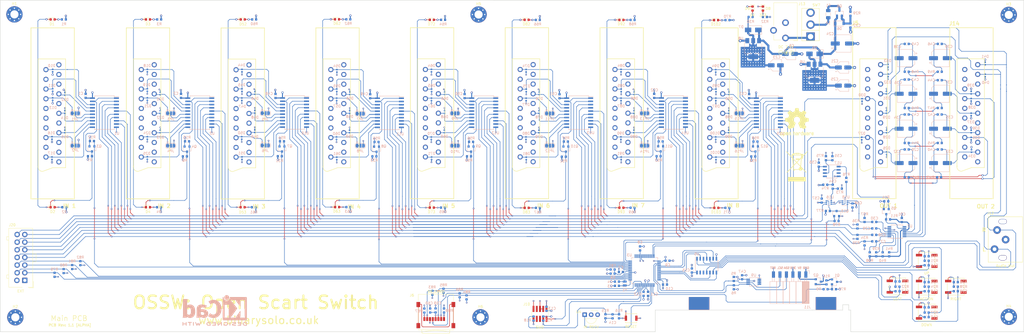
<source format=kicad_pcb>
(kicad_pcb (version 20171130) (host pcbnew 5.1.6-c6e7f7d~87~ubuntu18.04.1)
  (title_block (title "OSSW - Open Scart Switch - Main PCB") (date 2021-02-05) (rev "1.1 [ALPHA]") (company "Binary Solo") (comment 1 www.binarysolo.co.uk))
  (layers (0 F.Cu signal) (1 In1.Cu power) (2 In2.Cu power) (31 B.Cu signal) (34 B.Paste user) (35 F.Paste user) (36 B.SilkS user) (37 F.SilkS user) (38 B.Mask user) (39 F.Mask user) (44 Edge.Cuts user))
  (net 0 "")
  (net 1 GND)
  (net 2 /MCU/XIN32)
  (net 3 /MCU/XOUT32)
  (net 4 "Net-(C6-Pad2)")
  (net 5 "Net-(C11-Pad2)")
  (net 6 /MCU/~RESET)
  (net 7 "Net-(C16-Pad1)")
  (net 8 "Net-(C17-Pad1)")
  (net 9 "Net-(C18-Pad1)")
  (net 10 "Net-(C19-Pad1)")
  (net 11 "Net-(C20-Pad1)")
  (net 12 "Net-(C22-Pad1)")
  (net 13 "/SCART Input 1/VIDEO_AMP1")
  (net 14 "Net-(C27-Pad1)")
  (net 15 "Net-(C28-Pad1)")
  (net 16 "/SCART Input 1/VIDEO_AMP2")
  (net 17 "/SCART Input 1/VIDEO_AMP3")
  (net 18 "Net-(C29-Pad1)")
  (net 19 "Net-(C30-Pad1)")
  (net 20 "/SCART Input 1/VIDEO_AMP4")
  (net 21 "/SCART Output 1/SCART1_OUT19")
  (net 22 "/SCART Output 2/SCART2_OUT19")
  (net 23 "/SCART Output 1/SCART1_OUT7")
  (net 24 "/SCART Output 2/SCART2_OUT7")
  (net 25 "/SCART Output 1/SCART1_OUT11")
  (net 26 "/SCART Output 2/SCART2_OUT11")
  (net 27 "/SCART Output 1/SCART1_OUT15")
  (net 28 "/SCART Output 2/SCART2_OUT15")
  (net 29 "Net-(D1-Pad2)")
  (net 30 /MCU/~BUS_ENABLE1)
  (net 31 "Net-(D2-Pad2)")
  (net 32 "Net-(D3-Pad2)")
  (net 33 /MCU/~BUS_ENABLE2)
  (net 34 "Net-(D4-Pad2)")
  (net 35 "Net-(D8-Pad2)")
  (net 36 "Net-(D9-Pad2)")
  (net 37 "/SCART Input 1/CSYNC1")
  (net 38 "Net-(J1-Pad19)")
  (net 39 "/SCART Input 1/BLANK1")
  (net 40 "/SCART Input 1/RED1")
  (net 41 "Net-(J1-Pad14)")
  (net 42 "Net-(J1-Pad12)")
  (net 43 "/SCART Input 1/GREEN1")
  (net 44 "Net-(J1-Pad10)")
  (net 45 "/SCART Input 1/FUNC1")
  (net 46 "/SCART Input 1/BLUE1")
  (net 47 "/SCART Input 1/AL1")
  (net 48 "Net-(J1-Pad3)")
  (net 49 "/SCART Input 1/AR1")
  (net 50 "Net-(J1-Pad1)")
  (net 51 "/SCART Input 2/CSYNC2")
  (net 52 "/SCART Input 2/BLANK2")
  (net 53 "/SCART Input 2/RED2")
  (net 54 "/SCART Input 2/GREEN2")
  (net 55 "/SCART Input 2/FUNC2")
  (net 56 "/SCART Input 2/BLUE2")
  (net 57 "/SCART Input 2/AL2")
  (net 58 "/SCART Input 2/AR2")
  (net 59 "/SCART Input 1/SCART1_OUT8")
  (net 60 "Net-(J3-Pad10)")
  (net 61 "Net-(J3-Pad12)")
  (net 62 "Net-(J3-Pad14)")
  (net 63 /MCU/I2C_SCL)
  (net 64 /MCU/I2C_SDA)
  (net 65 /MCU/SWDIO)
  (net 66 /MCU/SWCLK)
  (net 67 "/Audio Amplifier/AUDIO_AMP1")
  (net 68 "/Audio Amplifier/AUDIO_AMP2")
  (net 69 /MCU/BYPASS)
  (net 70 /MCU/~BUS_EN1)
  (net 71 /MCU/~BUS_EN2)
  (net 72 "Net-(R16-Pad1)")
  (net 73 "Net-(R19-Pad2)")
  (net 74 "Net-(R20-Pad2)")
  (net 75 "Net-(R23-Pad2)")
  (net 76 "Net-(R25-Pad2)")
  (net 77 "Net-(R26-Pad2)")
  (net 78 "Net-(R42-Pad2)")
  (net 79 "Net-(R44-Pad2)")
  (net 80 "Net-(R46-Pad2)")
  (net 81 "Net-(R48-Pad2)")
  (net 82 "Net-(U3-Pad19)")
  (net 83 "Net-(U3-Pad20)")
  (net 84 "Net-(U3-Pad25)")
  (net 85 "Net-(U3-Pad26)")
  (net 86 "Net-(U3-Pad27)")
  (net 87 "Net-(U3-Pad28)")
  (net 88 "Net-(U3-Pad29)")
  (net 89 "Net-(U3-Pad30)")
  (net 90 /MCU/BTN_A)
  (net 91 /MCU/BTN_U)
  (net 92 "Net-(U3-Pad39)")
  (net 93 "Net-(U3-Pad40)")
  (net 94 /MCU/BTN_D)
  (net 95 /MCU/BTN_L)
  (net 96 /MCU/BTN_R)
  (net 97 "Net-(U3-Pad49)")
  (net 98 "Net-(U3-Pad63)")
  (net 99 "Net-(U3-Pad64)")
  (net 100 /MCU/IR_RECV)
  (net 101 "Net-(U5-Pad12)")
  (net 102 "Net-(U5-Pad13)")
  (net 103 "Net-(U7-Pad7)")
  (net 104 "Net-(U7-Pad8)")
  (net 105 "Net-(J3-Pad1)")
  (net 106 "Net-(J3-Pad3)")
  (net 107 "Net-(J3-Pad19)")
  (net 108 "Net-(J5-Pad20)")
  (net 109 "Net-(J5-Pad14)")
  (net 110 "Net-(J5-Pad12)")
  (net 111 "Net-(J5-Pad10)")
  (net 112 "Net-(J5-Pad6)")
  (net 113 "Net-(J5-Pad2)")
  (net 114 "Net-(J10-Pad6)")
  (net 115 "Net-(J10-Pad7)")
  (net 116 "Net-(J10-Pad8)")
  (net 117 "Net-(J10-Pad10)")
  (net 118 "Net-(J14-Pad20)")
  (net 119 "Net-(J14-Pad14)")
  (net 120 "Net-(J14-Pad12)")
  (net 121 "Net-(J14-Pad10)")
  (net 122 "Net-(J14-Pad6)")
  (net 123 "Net-(J14-Pad2)")
  (net 124 "Net-(JP1-Pad2)")
  (net 125 "Net-(JP2-Pad2)")
  (net 126 "Net-(JP3-Pad2)")
  (net 127 "Net-(JP4-Pad2)")
  (net 128 "Net-(C26-Pad2)")
  (net 129 +7.5V)
  (net 130 +5V)
  (net 131 +3V3)
  (net 132 "Net-(F1-Pad2)")
  (net 133 "Net-(F1-Pad1)")
  (net 134 "Net-(C33-Pad1)")
  (net 135 "Net-(C34-Pad1)")
  (net 136 "Net-(C35-Pad1)")
  (net 137 "Net-(C36-Pad1)")
  (net 138 "Net-(C37-Pad1)")
  (net 139 "Net-(C38-Pad1)")
  (net 140 "Net-(C39-Pad1)")
  (net 141 "/SCART Input 1/SCART16")
  (net 142 "Net-(J11-Pad5)")
  (net 143 "Net-(J13-Pad1)")
  (net 144 "Net-(Q1-Pad2)")
  (net 145 "Net-(Q1-Pad1)")
  (net 146 "Net-(Q2-Pad1)")
  (net 147 /MCU/LCD_BL)
  (net 148 "Net-(U3-Pad53)")
  (net 149 "Net-(U3-Pad44)")
  (net 150 "Net-(U3-Pad24)")
  (net 151 "Net-(U3-Pad23)")
  (net 152 "/SCART Input 3/AR3")
  (net 153 "/SCART Input 3/AL3")
  (net 154 "/SCART Input 3/BLUE3")
  (net 155 "/SCART Input 3/FUNC3")
  (net 156 "/SCART Input 3/GREEN3")
  (net 157 "/SCART Input 3/RED3")
  (net 158 "/SCART Input 3/BLANK3")
  (net 159 "/SCART Input 3/CSYNC3")
  (net 160 "Net-(D52-Pad2)")
  (net 161 /MCU/~BUS_ENABLE3)
  (net 162 "Net-(D53-Pad2)")
  (net 163 "/SCART Input 4/AR4")
  (net 164 "/SCART Input 4/AL4")
  (net 165 "/SCART Input 4/BLUE4")
  (net 166 "/SCART Input 4/FUNC4")
  (net 167 "/SCART Input 4/GREEN4")
  (net 168 "/SCART Input 4/RED4")
  (net 169 "/SCART Input 4/BLANK4")
  (net 170 "/SCART Input 4/CSYNC4")
  (net 171 "Net-(D62-Pad2)")
  (net 172 /MCU/~BUS_ENABLE4)
  (net 173 "Net-(D63-Pad2)")
  (net 174 "/SCART Input 5/AR5")
  (net 175 "/SCART Input 5/AL5")
  (net 176 "/SCART Input 5/BLUE5")
  (net 177 "/SCART Input 5/FUNC5")
  (net 178 "/SCART Input 5/GREEN5")
  (net 179 "/SCART Input 5/RED5")
  (net 180 "/SCART Input 5/BLANK5")
  (net 181 "/SCART Input 5/CSYNC5")
  (net 182 "Net-(D72-Pad2)")
  (net 183 /MCU/~BUS_ENABLE5)
  (net 184 "Net-(D73-Pad2)")
  (net 185 "/SCART Input 6/AR6")
  (net 186 "/SCART Input 6/AL6")
  (net 187 "/SCART Input 6/BLUE6")
  (net 188 "/SCART Input 6/FUNC6")
  (net 189 "/SCART Input 6/GREEN6")
  (net 190 "/SCART Input 6/RED6")
  (net 191 "/SCART Input 6/BLANK6")
  (net 192 "/SCART Input 6/CSYNC6")
  (net 193 "Net-(D82-Pad2)")
  (net 194 /MCU/~BUS_ENABLE6)
  (net 195 "Net-(D83-Pad2)")
  (net 196 "/SCART Input 7/AR7")
  (net 197 "/SCART Input 7/AL7")
  (net 198 "/SCART Input 7/BLUE7")
  (net 199 "/SCART Input 7/FUNC7")
  (net 200 "/SCART Input 7/GREEN7")
  (net 201 "/SCART Input 7/RED7")
  (net 202 "/SCART Input 7/BLANK7")
  (net 203 "/SCART Input 7/CSYNC7")
  (net 204 "Net-(D92-Pad2)")
  (net 205 /MCU/~BUS_ENABLE7)
  (net 206 "Net-(D93-Pad2)")
  (net 207 "/SCART Input 8/AR8")
  (net 208 "/SCART Input 8/AL8")
  (net 209 "/SCART Input 8/BLUE8")
  (net 210 "/SCART Input 8/FUNC8")
  (net 211 "/SCART Input 8/GREEN8")
  (net 212 "/SCART Input 8/RED8")
  (net 213 "/SCART Input 8/BLANK8")
  (net 214 "/SCART Input 8/CSYNC8")
  (net 215 "Net-(D102-Pad2)")
  (net 216 /MCU/~BUS_ENABLE8)
  (net 217 "Net-(D103-Pad2)")
  (net 218 "Net-(J2-Pad1)")
  (net 219 "Net-(J2-Pad3)")
  (net 220 "Net-(J2-Pad10)")
  (net 221 "Net-(J2-Pad12)")
  (net 222 "Net-(J2-Pad14)")
  (net 223 "Net-(J2-Pad19)")
  (net 224 "Net-(J4-Pad1)")
  (net 225 "Net-(J4-Pad3)")
  (net 226 "Net-(J4-Pad10)")
  (net 227 "Net-(J4-Pad12)")
  (net 228 "Net-(J4-Pad14)")
  (net 229 "Net-(J4-Pad19)")
  (net 230 "Net-(J7-Pad1)")
  (net 231 "Net-(J7-Pad3)")
  (net 232 "Net-(J7-Pad10)")
  (net 233 "Net-(J7-Pad12)")
  (net 234 "Net-(J7-Pad14)")
  (net 235 "Net-(J7-Pad19)")
  (net 236 "Net-(J8-Pad1)")
  (net 237 "Net-(J8-Pad3)")
  (net 238 "Net-(J8-Pad10)")
  (net 239 "Net-(J8-Pad12)")
  (net 240 "Net-(J8-Pad14)")
  (net 241 "Net-(J8-Pad19)")
  (net 242 "Net-(J9-Pad1)")
  (net 243 "Net-(J9-Pad3)")
  (net 244 "Net-(J9-Pad10)")
  (net 245 "Net-(J9-Pad12)")
  (net 246 "Net-(J9-Pad14)")
  (net 247 "Net-(J9-Pad19)")
  (net 248 "Net-(J15-Pad1)")
  (net 249 "Net-(J15-Pad3)")
  (net 250 "Net-(J15-Pad10)")
  (net 251 "Net-(J15-Pad12)")
  (net 252 "Net-(J15-Pad14)")
  (net 253 "Net-(J15-Pad19)")
  (net 254 "Net-(JP5-Pad2)")
  (net 255 "Net-(JP6-Pad2)")
  (net 256 "Net-(JP7-Pad2)")
  (net 257 "Net-(JP8-Pad2)")
  (net 258 "Net-(JP9-Pad2)")
  (net 259 "Net-(JP10-Pad2)")
  (net 260 "Net-(JP11-Pad2)")
  (net 261 "Net-(JP12-Pad2)")
  (net 262 "Net-(JP13-Pad2)")
  (net 263 "Net-(JP14-Pad2)")
  (net 264 "Net-(JP15-Pad2)")
  (net 265 "Net-(JP16-Pad2)")
  (net 266 /MCU/~BUS_EN3)
  (net 267 /MCU/~BUS_EN4)
  (net 268 /MCU/~BUS_EN5)
  (net 269 /MCU/~BUS_EN6)
  (net 270 /MCU/~BUS_EN7)
  (net 271 /MCU/~BUS_EN8)
  (net 272 "Net-(U3-Pad18)")
  (net 273 "Net-(U3-Pad17)")
  (net 274 "Net-(C30-Pad2)")
  (net 275 "/Video Amplifier/VID_I")
  (net 276 "Net-(C54-Pad1)")
  (net 277 "Net-(C55-Pad2)")
  (net 278 "/Video Amplifier/VID_O")
  (net 279 "Net-(R76-Pad1)")
  (net 280 "Net-(U16-Pad3)")
  (net 281 "Net-(U17-Pad7)")
  (net 282 "Net-(U17-Pad5)")
  (net 283 "Net-(U17-Pad3)")
  (net 284 /MCU/VIDEO_CTRL1)
  (net 285 /MCU/VIDEO_CTRL2)
  (net 286 /MCU/SYNC_SPLIT)
  (net 287 "Net-(J16-Pad1)")
  (net 288 "Net-(J17-Pad1)")
  (net 289 "Net-(J18-Pad1)")
  (net 290 "Net-(J19-Pad1)")
  (net 291 "Net-(J6-Pad1)")
  (net 292 /MCU/~SD_CS)
  (net 293 /MCU/SD_MOSI)
  (net 294 /MCU/SD_SCK)
  (net 295 /MCU/SD_MISO)
  (net 296 "Net-(J6-Pad8)")
  (net 297 "Net-(J6-Pad9)")
  (net 298 /MCU/EXT_CTRL1)
  (net 299 /MCU/EXT_CTRL3)
  (net 300 /MCU/EXT_CTRL2)
  (net 301 /MCU/EXT_CTRL4)
  (net 302 /MCU/USB_D+)
  (net 303 /MCU/USB_D-)
  (module Jumper:SolderJumper-3_P1.3mm_Bridged12_RoundedPad1.0x1.5mm (layer B.Cu) (at 128.0668 186.2328)
    (fp_text reference JP2 (at 0 1.8) (layer B.SilkS) (effects (justify mirror)))
    (fp_text value BLANK1)
    (pad 2 smd rect (at 0 0) (size 1 1.5) (layers B.Cu B.Mask) (net 125 "Net-(JP2-Pad2)"))
    (pad 3 smd custom (at 1.3 0) (size 1 0.5) (layers B.Cu B.Mask) (net 1 GND) (options (clearance outline) (anchor rect)) (primitives (gr_circle (center 0 -0.25) (end 0.5 -0.25) (width 0)) (gr_circle (center 0 0.25) (end 0.5 0.25) (width 0)) (gr_poly (pts (xy -0.55 0.75) (xy 0 0.75) (xy 0 -0.75) (xy -0.55 -0.75)) (width 0))))
    (pad 1 smd custom (at -1.3 0) (size 1 0.5) (layers B.Cu B.Mask) (net 39 "/SCART Input 1/BLANK1") (options (clearance outline) (anchor rect)) (primitives (gr_circle (center 0 -0.25) (end 0.5 -0.25) (width 0)) (gr_circle (center 0 0.25) (end 0.5 0.25) (width 0)) (gr_poly (pts (xy 0.55 0.75) (xy 0 0.75) (xy 0 -0.75) (xy 0.55 -0.75)) (width 0)) (gr_poly (pts (xy 0.4 0.3) (xy 0.9 0.3) (xy 0.9 -0.3) (xy 0.4 -0.3)) (width 0))))
  )
  (module ossw:PSG01550 (layer F.Cu) (at 488.6452 226.822 90)
    (fp_text reference J12 (at 14.0716 -1.5748) (layer F.SilkS))
    (fp_text value "Audio Out" (at -6.5024 4.2672) (layer F.SilkS))
    (pad "" np_thru_hole oval (at 10.85 3.2 90) (size 2 3.2) (drill oval 1.8 3) (layers *.Cu *.Mask))
    (pad "" np_thru_hole oval (at -3.35 3.2 90) (size 2 3.2) (drill oval 1.8 3) (layers *.Cu *.Mask))
    (pad 1 thru_hole circle (at 3.75 4.35 90) (size 3 3) (drill 1.5) (layers *.Cu *.Mask) (net 1 GND))
    (pad 2 thru_hole circle (at 7.5 1 90) (size 3 3) (drill 1.5) (layers *.Cu *.Mask) (net 68 "/Audio Amplifier/AUDIO_AMP2"))
    (pad 3 thru_hole circle (at 0 0 90) (size 3 3) (drill 1.5) (layers *.Cu *.Mask) (net 67 "/Audio Amplifier/AUDIO_AMP1"))
  )
  (module ossw:Socket_Strip_Angled_1x06_Pitch2.54mm (layer B.Cu) (at 414.5788 238.0488 90)
    (fp_text reference J11 (at -11.4808 0.6604 180) (layer B.SilkS) (effects (justify mirror)))
    (fp_text value LCD)
    (pad 6 smd rect (at 1.27 0.0508 90) (size 2.5 1.2) (layers B.Cu B.Paste B.Mask) (net 1 GND))
    (pad 5 smd rect (at 1.27 -2.4892 90) (size 2.5 1.2) (layers B.Cu B.Paste B.Mask) (net 142 "Net-(J11-Pad5)"))
    (pad 4 smd rect (at 1.27 -5.0292 90) (size 2.5 1.2) (layers B.Cu B.Paste B.Mask) (net 131 +3V3))
    (pad 3 smd rect (at 1.27 -7.5692 90) (size 2.5 1.2) (layers B.Cu B.Paste B.Mask) (net 64 /MCU/I2C_SDA))
    (pad 2 smd rect (at 1.27 -10.1092 90) (size 2.5 1.2) (layers B.Cu B.Paste B.Mask) (net 63 /MCU/I2C_SCL))
    (pad 1 smd rect (at 1.27 -12.6492 90) (size 2.5 1.2) (layers B.Cu B.Paste B.Mask) (net 131 +3V3))
  )
  (module ossw:TE_MATE-N-LOK_4-794630-4_2x07_P3.0mm_Vertical (layer F.Cu) (at 108.2548 239.0648 180)
    (fp_text reference J20 (at 4.9276 21.7424 180) (layer F.SilkS))
    (fp_text value EXT (at 1.6256 -4.2164 180) (layer F.SilkS))
    (pad 1 thru_hole roundrect (at 0 0 180) (size 2.1 2.1) (drill 1.2) (layers *.Cu *.Mask) (roundrect_rratio 0.095) (net 130 +5V))
    (pad 3 thru_hole circle (at 0 3 180) (size 2.1 2.1) (drill 1.2) (layers *.Cu *.Mask) (net 298 /MCU/EXT_CTRL1))
    (pad 5 thru_hole circle (at 0 6 180) (size 2.1 2.1) (drill 1.2) (layers *.Cu *.Mask) (net 299 /MCU/EXT_CTRL3))
    (pad 7 thru_hole circle (at 0 9 180) (size 2.1 2.1) (drill 1.2) (layers *.Cu *.Mask) (net 68 "/Audio Amplifier/AUDIO_AMP2"))
    (pad 9 thru_hole circle (at 0 12 180) (size 2.1 2.1) (drill 1.2) (layers *.Cu *.Mask) (net 13 "/SCART Input 1/VIDEO_AMP1"))
    (pad 11 thru_hole circle (at 0 15 180) (size 2.1 2.1) (drill 1.2) (layers *.Cu *.Mask) (net 17 "/SCART Input 1/VIDEO_AMP3"))
    (pad 13 thru_hole circle (at 0 18 180) (size 2.1 2.1) (drill 1.2) (layers *.Cu *.Mask) (net 141 "/SCART Input 1/SCART16"))
    (pad 2 thru_hole circle (at 3.1 0 180) (size 2.1 2.1) (drill 1.2) (layers *.Cu *.Mask) (net 1 GND))
    (pad 4 thru_hole circle (at 3 3 180) (size 2.1 2.1) (drill 1.2) (layers *.Cu *.Mask) (net 300 /MCU/EXT_CTRL2))
    (pad 6 thru_hole circle (at 3 6 180) (size 2.1 2.1) (drill 1.2) (layers *.Cu *.Mask) (net 301 /MCU/EXT_CTRL4))
    (pad 8 thru_hole circle (at 3 9 180) (size 2.1 2.1) (drill 1.2) (layers *.Cu *.Mask) (net 67 "/Audio Amplifier/AUDIO_AMP1"))
    (pad 10 thru_hole circle (at 3 12 180) (size 2.1 2.1) (drill 1.2) (layers *.Cu *.Mask) (net 16 "/SCART Input 1/VIDEO_AMP2"))
    (pad 12 thru_hole circle (at 3 15 180) (size 2.1 2.1) (drill 1.2) (layers *.Cu *.Mask) (net 20 "/SCART Input 1/VIDEO_AMP4"))
    (pad 14 thru_hole circle (at 3 18 180) (size 2.1 2.1) (drill 1.2) (layers *.Cu *.Mask) (net 59 "/SCART Input 1/SCART1_OUT8"))
  )
  (module Resistor_SMD:R_0603_1608Metric (layer B.Cu) (at 272.6944 250.8757 90)
    (fp_text reference R88 (at -0.0255 2.1844 180) (layer B.SilkS) (effects (justify mirror)))
    (fp_text value 10K)
    (pad 2 smd roundrect (at 0.7875 0 90) (size 0.875 0.95) (layers B.Cu B.Paste B.Mask) (net 131 +3V3))
    (pad 1 smd roundrect (at -0.7875 0 90) (size 0.875 0.95) (layers B.Cu B.Paste B.Mask) (net 291 "Net-(J6-Pad1)"))
  )
  (module Resistor_SMD:R_0603_1608Metric (layer B.Cu) (at 264.9728 250.9012 90)
    (fp_text reference R87 (at -0.2032 -2.1336 180) (layer B.SilkS) (effects (justify mirror)))
    (fp_text value 10K)
    (pad 2 smd roundrect (at 0.7875 0 90) (size 0.875 0.95) (layers B.Cu B.Paste B.Mask) (net 131 +3V3))
    (pad 1 smd roundrect (at -0.7875 0 90) (size 0.875 0.95) (layers B.Cu B.Paste B.Mask) (net 296 "Net-(J6-Pad8)"))
  )
  (module Resistor_SMD:R_0603_1608Metric (layer B.Cu) (at 278.8412 244.9068 270)
    (fp_text reference R86 (at -2.286 0.0508 180) (layer B.SilkS) (effects (justify mirror)))
    (fp_text value 10K)
    (pad 2 smd roundrect (at 0.7875 0 270) (size 0.875 0.95) (layers B.Cu B.Paste B.Mask) (net 131 +3V3))
    (pad 1 smd roundrect (at -0.7875 0 270) (size 0.875 0.95) (layers B.Cu B.Paste B.Mask) (net 292 /MCU/~SD_CS))
  )
  (module Resistor_SMD:R_0603_1608Metric (layer B.Cu) (at 272.4912 243.1288 270)
    (fp_text reference R85 (at -2.2352 0 180) (layer B.SilkS) (effects (justify mirror)))
    (fp_text value 10K)
    (pad 2 smd roundrect (at 0.7875 0 270) (size 0.875 0.95) (layers B.Cu B.Paste B.Mask) (net 131 +3V3))
    (pad 1 smd roundrect (at -0.7875 0 270) (size 0.875 0.95) (layers B.Cu B.Paste B.Mask) (net 293 /MCU/SD_MOSI))
  )
  (module Resistor_SMD:R_0603_1608Metric (layer B.Cu) (at 281.5336 245.7196 270)
    (fp_text reference R84 (at -2.1336 -0.1016 180) (layer B.SilkS) (effects (justify mirror)))
    (fp_text value 10K)
    (pad 2 smd roundrect (at 0.7875 0 270) (size 0.875 0.95) (layers B.Cu B.Paste B.Mask) (net 131 +3V3))
    (pad 1 smd roundrect (at -0.7875 0 270) (size 0.875 0.95) (layers B.Cu B.Paste B.Mask) (net 294 /MCU/SD_SCK))
  )
  (module Resistor_SMD:R_0603_1608Metric (layer B.Cu) (at 268.1224 243.9416 270)
    (fp_text reference R83 (at -2.2352 0.0508 180) (layer B.SilkS) (effects (justify mirror)))
    (fp_text value 10K)
    (pad 2 smd roundrect (at 0.7875 0 270) (size 0.875 0.95) (layers B.Cu B.Paste B.Mask) (net 131 +3V3))
    (pad 1 smd roundrect (at -0.7875 0 270) (size 0.875 0.95) (layers B.Cu B.Paste B.Mask) (net 295 /MCU/SD_MISO))
  )
  (module Resistor_SMD:R_0603_1608Metric (layer B.Cu) (at 130.048 232.3084 90)
    (fp_text reference R82 (at 2.286 0 180) (layer B.SilkS) (effects (justify mirror)))
    (fp_text value 2K2)
    (pad 2 smd roundrect (at 0.7875 0 90) (size 0.875 0.95) (layers B.Cu B.Paste B.Mask) (net 301 /MCU/EXT_CTRL4))
    (pad 1 smd roundrect (at -0.7875 0 90) (size 0.875 0.95) (layers B.Cu B.Paste B.Mask) (net 1 GND))
  )
  (module Resistor_SMD:R_0603_1608Metric (layer B.Cu) (at 126.8476 233.8324 90)
    (fp_text reference R81 (at 2.286 -0.0508 180) (layer B.SilkS) (effects (justify mirror)))
    (fp_text value 2K2)
    (pad 2 smd roundrect (at 0.7875 0 90) (size 0.875 0.95) (layers B.Cu B.Paste B.Mask) (net 299 /MCU/EXT_CTRL3))
    (pad 1 smd roundrect (at -0.7875 0 90) (size 0.875 0.95) (layers B.Cu B.Paste B.Mask) (net 1 GND))
  )
  (module Resistor_SMD:R_0603_1608Metric (layer B.Cu) (at 123.4948 235.4072 90)
    (fp_text reference R80 (at 2.286 0 180) (layer B.SilkS) (effects (justify mirror)))
    (fp_text value 2K2)
    (pad 2 smd roundrect (at 0.7875 0 90) (size 0.875 0.95) (layers B.Cu B.Paste B.Mask) (net 300 /MCU/EXT_CTRL2))
    (pad 1 smd roundrect (at -0.7875 0 90) (size 0.875 0.95) (layers B.Cu B.Paste B.Mask) (net 1 GND))
  )
  (module Resistor_SMD:R_0603_1608Metric (layer B.Cu) (at 119.9388 236.8804 90)
    (fp_text reference R79 (at 2.1336 -0.0508 180) (layer B.SilkS) (effects (justify mirror)))
    (fp_text value 2K2)
    (pad 2 smd roundrect (at 0.7875 0 90) (size 0.875 0.95) (layers B.Cu B.Paste B.Mask) (net 298 /MCU/EXT_CTRL1))
    (pad 1 smd roundrect (at -0.7875 0 90) (size 0.875 0.95) (layers B.Cu B.Paste B.Mask) (net 1 GND))
  )
  (module Connector_Card:microSD_HC_Wuerth_693072010801 (layer F.Cu) (at 269.494 252.6792 180)
    (fp_text reference J6 (at 9.398 7.7724) (layer F.SilkS))
    (fp_text value SD_CARD (at 0 9.22) (layer F.SilkS))
    (pad 1 smd rect (at -3.2 -1.55 180) (size 0.8 1.5) (layers F.Cu F.Paste F.Mask) (net 291 "Net-(J6-Pad1)"))
    (pad 2 smd rect (at -2.1 -1.55 180) (size 0.8 1.5) (layers F.Cu F.Paste F.Mask) (net 292 /MCU/~SD_CS))
    (pad 3 smd rect (at -1 -1.55 180) (size 0.8 1.5) (layers F.Cu F.Paste F.Mask) (net 293 /MCU/SD_MOSI))
    (pad 4 smd rect (at 0.1 -1.55 180) (size 0.8 1.5) (layers F.Cu F.Paste F.Mask) (net 131 +3V3))
    (pad 5 smd rect (at 1.2 -1.55 180) (size 0.8 1.5) (layers F.Cu F.Paste F.Mask) (net 294 /MCU/SD_SCK))
    (pad 6 smd rect (at 2.3 -1.55 180) (size 0.8 1.5) (layers F.Cu F.Paste F.Mask) (net 1 GND))
    (pad 7 smd rect (at 3.4 -1.55 180) (size 0.8 1.5) (layers F.Cu F.Paste F.Mask) (net 295 /MCU/SD_MISO))
    (pad 8 smd rect (at 4.5 -1.55 180) (size 0.8 1.5) (layers F.Cu F.Paste F.Mask) (net 296 "Net-(J6-Pad8)"))
    (pad 9 smd rect (at 6.875 4.15 180) (size 1.45 2) (layers F.Cu F.Paste F.Mask) (net 297 "Net-(J6-Pad9)"))
    (pad 9 smd rect (at -6.875 4.15 180) (size 1.45 2) (layers F.Cu F.Paste F.Mask) (net 297 "Net-(J6-Pad9)"))
    (pad 9 smd rect (at -6.875 -4.15 180) (size 1.45 2) (layers F.Cu F.Paste F.Mask) (net 297 "Net-(J6-Pad9)"))
    (pad 9 smd rect (at 6.875 -4.15 180) (size 1.45 2) (layers F.Cu F.Paste F.Mask) (net 297 "Net-(J6-Pad9)"))
  )
  (module Capacitor_SMD:C_0603_1608Metric (layer B.Cu) (at 267.2588 250.8757 270)
    (fp_text reference C60 (at -2.8701 0.4064 180) (layer B.SilkS) (effects (justify mirror)))
    (fp_text value 10uF)
    (pad 2 smd roundrect (at 0.7875 0 270) (size 0.875 0.95) (layers B.Cu B.Paste B.Mask) (net 131 +3V3))
    (pad 1 smd roundrect (at -0.7875 0 270) (size 0.875 0.95) (layers B.Cu B.Paste B.Mask) (net 1 GND))
  )
  (module Capacitor_SMD:C_0603_1608Metric (layer B.Cu) (at 269.3924 250.8504 270)
    (fp_text reference C59 (at -2.8956 -0.8128 180) (layer B.SilkS) (effects (justify mirror)))
    (fp_text value 0.1uF)
    (pad 2 smd roundrect (at 0.7875 0 270) (size 0.875 0.95) (layers B.Cu B.Paste B.Mask) (net 131 +3V3))
    (pad 1 smd roundrect (at -0.7875 0 270) (size 0.875 0.95) (layers B.Cu B.Paste B.Mask) (net 1 GND))
  )
  (module ossw:anchor (layer B.Cu) (at 372.8466 248.539)
    (fp_text reference J19 hide)
    (fp_text value A4 hide)
    (pad 1 smd rect (at -0.1016 -0.4572) (size 8 5) (layers B.Cu B.Paste B.Mask) (net 290 "Net-(J19-Pad1)"))
  )
  (module ossw:anchor (layer B.Cu) (at 422.6306 248.539)
    (fp_text reference J18 hide)
    (fp_text value A3 hide)
    (pad 1 smd rect (at -0.1016 -0.4572) (size 8 5) (layers B.Cu B.Paste B.Mask) (net 289 "Net-(J18-Pad1)"))
  )
  (module ossw:anchor (layer F.Cu) (at 372.8466 247.65)
    (fp_text reference J17 hide)
    (fp_text value A2 hide)
    (pad 1 smd rect (at -0.1016 0.4572) (size 8 5) (layers F.Cu F.Paste F.Mask) (net 288 "Net-(J17-Pad1)"))
  )
  (module ossw:anchor (layer F.Cu) (at 422.6306 247.65)
    (fp_text reference J16 hide)
    (fp_text value A1 hide)
    (pad 1 smd rect (at -0.1016 0.4572) (size 8 5) (layers F.Cu F.Paste F.Mask) (net 287 "Net-(J16-Pad1)"))
  )
  (module Resistor_SMD:R_0603_1608Metric (layer B.Cu) (at 426.6946 215.773)
    (fp_text reference R78 (at 0 1.43) (layer B.SilkS) (effects (justify mirror)))
    (fp_text value 10K)
    (pad 2 smd roundrect (at 0.7875 0) (size 0.875 0.95) (layers B.Cu B.Paste B.Mask) (net 131 +3V3))
    (pad 1 smd roundrect (at -0.7875 0) (size 0.875 0.95) (layers B.Cu B.Paste B.Mask) (net 286 /MCU/SYNC_SPLIT))
  )
  (module Resistor_SMD:R_0603_1608Metric (layer B.Cu) (at 423.2656 211.836 180)
    (fp_text reference R77 (at 3.048 0.127) (layer B.SilkS) (effects (justify mirror)))
    (fp_text value 10K)
    (pad 2 smd roundrect (at 0.7875 0 180) (size 0.875 0.95) (layers B.Cu B.Paste B.Mask) (net 130 +5V))
    (pad 1 smd roundrect (at -0.7875 0 180) (size 0.875 0.95) (layers B.Cu B.Paste B.Mask) (net 285 /MCU/VIDEO_CTRL2))
  )
  (module Package_TO_SOT_SMD:SOT-23 (layer B.Cu) (at 426.6946 212.852 90)
    (fp_text reference Q13 (at 1.016 3.302 180) (layer B.SilkS) (effects (justify mirror)))
    (fp_text value BSS138)
    (pad 3 smd rect (at 1 0 90) (size 0.9 0.8) (layers B.Cu B.Paste B.Mask) (net 285 /MCU/VIDEO_CTRL2))
    (pad 2 smd rect (at -1 -0.95 90) (size 0.9 0.8) (layers B.Cu B.Paste B.Mask) (net 286 /MCU/SYNC_SPLIT))
    (pad 1 smd rect (at -1 0.95 90) (size 0.9 0.8) (layers B.Cu B.Paste B.Mask) (net 131 +3V3))
  )
  (module Package_TO_SOT_SMD:SOT-363_SC-70-6 (layer B.Cu) (at 429.9966 208.534)
    (fp_text reference U18 (at 0.381 -2.159) (layer B.SilkS) (effects (justify mirror)))
    (fp_text value TS5A3159DCK)
    (pad 6 smd rect (at 0.95 0.65) (size 0.65 0.4) (layers B.Cu B.Paste B.Mask) (net 285 /MCU/VIDEO_CTRL2))
    (pad 4 smd rect (at 0.95 -0.65) (size 0.65 0.4) (layers B.Cu B.Paste B.Mask) (net 274 "Net-(C30-Pad2)"))
    (pad 2 smd rect (at -0.95 0) (size 0.65 0.4) (layers B.Cu B.Paste B.Mask) (net 1 GND))
    (pad 5 smd rect (at 0.95 0) (size 0.65 0.4) (layers B.Cu B.Paste B.Mask) (net 130 +5V))
    (pad 3 smd rect (at -0.95 -0.65) (size 0.65 0.4) (layers B.Cu B.Paste B.Mask) (net 280 "Net-(U16-Pad3)"))
    (pad 1 smd rect (at -0.95 0.65) (size 0.65 0.4) (layers B.Cu B.Paste B.Mask) (net 278 "/Video Amplifier/VID_O"))
  )
  (module Package_SO:SOIC-8_3.9x4.9mm_P1.27mm (layer B.Cu) (at 424.7896 196.342 180)
    (fp_text reference U17 (at -2.54 3.429) (layer B.SilkS) (effects (justify mirror)))
    (fp_text value LM1881)
    (pad 8 smd rect (at 2.7 1.905 180) (size 1.55 0.6) (layers B.Cu B.Paste B.Mask) (net 130 +5V))
    (pad 7 smd rect (at 2.7 0.635 180) (size 1.55 0.6) (layers B.Cu B.Paste B.Mask) (net 281 "Net-(U17-Pad7)"))
    (pad 6 smd rect (at 2.7 -0.635 180) (size 1.55 0.6) (layers B.Cu B.Paste B.Mask) (net 277 "Net-(C55-Pad2)"))
    (pad 5 smd rect (at 2.7 -1.905 180) (size 1.55 0.6) (layers B.Cu B.Paste B.Mask) (net 282 "Net-(U17-Pad5)"))
    (pad 4 smd rect (at -2.7 -1.905 180) (size 1.55 0.6) (layers B.Cu B.Paste B.Mask) (net 1 GND))
    (pad 3 smd rect (at -2.7 -0.635 180) (size 1.55 0.6) (layers B.Cu B.Paste B.Mask) (net 283 "Net-(U17-Pad3)"))
    (pad 2 smd rect (at -2.7 0.635 180) (size 1.55 0.6) (layers B.Cu B.Paste B.Mask) (net 276 "Net-(C54-Pad1)"))
    (pad 1 smd rect (at -2.7 1.905 180) (size 1.55 0.6) (layers B.Cu B.Paste B.Mask) (net 279 "Net-(R76-Pad1)"))
  )
  (module Package_TO_SOT_SMD:SOT-363_SC-70-6 (layer B.Cu) (at 423.6466 208.534 180)
    (fp_text reference U16 (at -0.508 2.159) (layer B.SilkS) (effects (justify mirror)))
    (fp_text value TS5A3159DCK)
    (pad 6 smd rect (at 0.95 0.65 180) (size 0.65 0.4) (layers B.Cu B.Paste B.Mask) (net 285 /MCU/VIDEO_CTRL2))
    (pad 4 smd rect (at 0.95 -0.65 180) (size 0.65 0.4) (layers B.Cu B.Paste B.Mask) (net 20 "/SCART Input 1/VIDEO_AMP4"))
    (pad 2 smd rect (at -0.95 0 180) (size 0.65 0.4) (layers B.Cu B.Paste B.Mask) (net 1 GND))
    (pad 5 smd rect (at 0.95 0 180) (size 0.65 0.4) (layers B.Cu B.Paste B.Mask) (net 130 +5V))
    (pad 3 smd rect (at -0.95 -0.65 180) (size 0.65 0.4) (layers B.Cu B.Paste B.Mask) (net 280 "Net-(U16-Pad3)"))
    (pad 1 smd rect (at -0.95 0.65 180) (size 0.65 0.4) (layers B.Cu B.Paste B.Mask) (net 275 "/Video Amplifier/VID_I"))
  )
  (module Resistor_SMD:R_0603_1608Metric (layer B.Cu) (at 430.5046 199.644 270)
    (fp_text reference R76 (at -2.159 0 180) (layer B.SilkS) (effects (justify mirror)))
    (fp_text value 470R)
    (pad 2 smd roundrect (at 0.7875 0 270) (size 0.875 0.95) (layers B.Cu B.Paste B.Mask) (net 278 "/Video Amplifier/VID_O"))
    (pad 1 smd roundrect (at -0.7875 0 270) (size 0.875 0.95) (layers B.Cu B.Paste B.Mask) (net 279 "Net-(R76-Pad1)"))
  )
  (module Resistor_SMD:R_0603_1608Metric (layer B.Cu) (at 422.5036 191.135 90)
    (fp_text reference R75 (at 1.016 -2.286 180) (layer B.SilkS) (effects (justify mirror)))
    (fp_text value 680K)
    (pad 2 smd roundrect (at 0.7875 0 90) (size 0.875 0.95) (layers B.Cu B.Paste B.Mask) (net 1 GND))
    (pad 1 smd roundrect (at -0.7875 0 90) (size 0.875 0.95) (layers B.Cu B.Paste B.Mask) (net 277 "Net-(C55-Pad2)"))
  )
  (module Resistor_SMD:R_0603_1608Metric (layer B.Cu) (at 422.2496 201.549)
    (fp_text reference R74 (at 0 1.43) (layer B.SilkS) (effects (justify mirror)))
    (fp_text value 5.6M)
    (pad 2 smd roundrect (at 0.7875 0) (size 0.875 0.95) (layers B.Cu B.Paste B.Mask) (net 276 "Net-(C54-Pad1)"))
    (pad 1 smd roundrect (at -0.7875 0) (size 0.875 0.95) (layers B.Cu B.Paste B.Mask) (net 130 +5V))
  )
  (module Resistor_SMD:R_0603_1608Metric (layer B.Cu) (at 427.9646 203.073)
    (fp_text reference R73 (at 0 1.43) (layer B.SilkS) (effects (justify mirror)))
    (fp_text value 75R)
    (pad 2 smd roundrect (at 0.7875 0) (size 0.875 0.95) (layers B.Cu B.Paste B.Mask) (net 1 GND))
    (pad 1 smd roundrect (at -0.7875 0) (size 0.875 0.95) (layers B.Cu B.Paste B.Mask) (net 275 "/Video Amplifier/VID_I"))
  )
  (module Capacitor_SMD:C_0603_1608Metric (layer B.Cu) (at 432.9176 209.677 90)
    (fp_text reference C58 (at 1.016 2.286) (layer B.SilkS) (effects (justify mirror)))
    (fp_text value 0.1uF)
    (pad 2 smd roundrect (at 0.7875 0 90) (size 0.875 0.95) (layers B.Cu B.Paste B.Mask) (net 130 +5V))
    (pad 1 smd roundrect (at -0.7875 0 90) (size 0.875 0.95) (layers B.Cu B.Paste B.Mask) (net 1 GND))
  )
  (module Capacitor_SMD:C_0603_1608Metric (layer B.Cu) (at 420.8526 207.772 270)
    (fp_text reference C57 (at -1.016 2.286 180) (layer B.SilkS) (effects (justify mirror)))
    (fp_text value 0.1uF)
    (pad 2 smd roundrect (at 0.7875 0 270) (size 0.875 0.95) (layers B.Cu B.Paste B.Mask) (net 130 +5V))
    (pad 1 smd roundrect (at -0.7875 0 270) (size 0.875 0.95) (layers B.Cu B.Paste B.Mask) (net 1 GND))
  )
  (module Capacitor_SMD:C_0603_1608Metric (layer B.Cu) (at 419.7096 193.675 270)
    (fp_text reference C56 (at -1.016 2.286 180) (layer B.SilkS) (effects (justify mirror)))
    (fp_text value 0.1uF)
    (pad 2 smd roundrect (at 0.7875 0 270) (size 0.875 0.95) (layers B.Cu B.Paste B.Mask) (net 130 +5V))
    (pad 1 smd roundrect (at -0.7875 0 270) (size 0.875 0.95) (layers B.Cu B.Paste B.Mask) (net 1 GND))
  )
  (module Capacitor_SMD:C_0603_1608Metric (layer B.Cu) (at 425.0436 191.135 270)
    (fp_text reference C55 (at -1.016 -2.286 180) (layer B.SilkS) (effects (justify mirror)))
    (fp_text value 100nF)
    (pad 2 smd roundrect (at 0.7875 0 270) (size 0.875 0.95) (layers B.Cu B.Paste B.Mask) (net 277 "Net-(C55-Pad2)"))
    (pad 1 smd roundrect (at -0.7875 0 270) (size 0.875 0.95) (layers B.Cu B.Paste B.Mask) (net 1 GND))
  )
  (module Capacitor_SMD:C_0603_1608Metric (layer B.Cu) (at 425.1706 202.311 270)
    (fp_text reference C54 (at -2.159 0 180) (layer B.SilkS) (effects (justify mirror)))
    (fp_text value 100nF)
    (pad 2 smd roundrect (at 0.7875 0 270) (size 0.875 0.95) (layers B.Cu B.Paste B.Mask) (net 275 "/Video Amplifier/VID_I"))
    (pad 1 smd roundrect (at -0.7875 0 270) (size 0.875 0.95) (layers B.Cu B.Paste B.Mask) (net 276 "Net-(C54-Pad1)"))
  )
  (module Symbol:KiCad-Logo2_12mm_SilkScreen (layer B.Cu) (at 182.753 250.825 180)
    (fp_text reference REF** hide)
    (fp_text value KiCad-Logo2_12mm_SilkScreen hide)
  )
  (module ossw:Polarity_Center_Positive_SilkScreen (layer F.Cu) (at 407.6192 147.9804)
    (fp_text reference REF** hide)
    (fp_text value Polarity_Center_Positive_SilkScreen hide)
  )
  (module Symbol:WEEE-Logo_8.4x12mm_SilkScreen (layer F.Cu) (at 411.1244 194.2592)
    (fp_text reference REF** hide)
    (fp_text value WEEE-Logo_8.4x12mm_SilkScreen hide)
  )
  (module Symbol:OSHW-Logo2_14.6x12mm_SilkScreen (layer F.Cu) (at 411.1244 177.038)
    (fp_text reference REF** hide)
    (fp_text value OSHW-Logo2_14.6x12mm_SilkScreen hide)
  )
  (module MountingHole:MountingHole_3.2mm_M3_Pad_Via (layer F.Cu) (at 287.0076 253.5428)
    (fp_text reference H6 (at 0 -4.2) (layer F.SilkS))
    (fp_text value MountingHole)
    (pad 1 thru_hole circle (at 1.697056 -1.697056) (size 0.8 0.8) (drill 0.5) (layers *.Cu *.Mask) (net 1 GND))
    (pad 1 thru_hole circle (at 0 -2.4) (size 0.8 0.8) (drill 0.5) (layers *.Cu *.Mask) (net 1 GND))
    (pad 1 thru_hole circle (at -1.697056 -1.697056) (size 0.8 0.8) (drill 0.5) (layers *.Cu *.Mask) (net 1 GND))
    (pad 1 thru_hole circle (at -2.4 0) (size 0.8 0.8) (drill 0.5) (layers *.Cu *.Mask) (net 1 GND))
    (pad 1 thru_hole circle (at -1.697056 1.697056) (size 0.8 0.8) (drill 0.5) (layers *.Cu *.Mask) (net 1 GND))
    (pad 1 thru_hole circle (at 0 2.4) (size 0.8 0.8) (drill 0.5) (layers *.Cu *.Mask) (net 1 GND))
    (pad 1 thru_hole circle (at 1.697056 1.697056) (size 0.8 0.8) (drill 0.5) (layers *.Cu *.Mask) (net 1 GND))
    (pad 1 thru_hole circle (at 2.4 0) (size 0.8 0.8) (drill 0.5) (layers *.Cu *.Mask) (net 1 GND))
    (pad 1 thru_hole circle (at 0 0) (size 6.4 6.4) (drill 3.2) (layers *.Cu *.Mask) (net 1 GND))
  )
  (module Package_SO:SOIC-20W_7.5x12.8mm_P1.27mm (layer B.Cu) (at 399.9484 173.2788 180)
    (fp_text reference U15 (at -4.6736 -8.128) (layer B.SilkS) (effects (justify mirror)))
    (fp_text value SN74CBT3244)
    (pad 20 smd rect (at 4.7 5.715 180) (size 1.95 0.6) (layers B.Cu B.Paste B.Mask) (net 130 +5V))
    (pad 19 smd rect (at 4.7 4.445 180) (size 1.95 0.6) (layers B.Cu B.Paste B.Mask) (net 216 /MCU/~BUS_ENABLE8))
    (pad 18 smd rect (at 4.7 3.175 180) (size 1.95 0.6) (layers B.Cu B.Paste B.Mask) (net 207 "/SCART Input 8/AR8"))
    (pad 17 smd rect (at 4.7 1.905 180) (size 1.95 0.6) (layers B.Cu B.Paste B.Mask) (net 208 "/SCART Input 8/AL8"))
    (pad 16 smd rect (at 4.7 0.635 180) (size 1.95 0.6) (layers B.Cu B.Paste B.Mask) (net 209 "/SCART Input 8/BLUE8"))
    (pad 15 smd rect (at 4.7 -0.635 180) (size 1.95 0.6) (layers B.Cu B.Paste B.Mask) (net 264 "Net-(JP15-Pad2)"))
    (pad 14 smd rect (at 4.7 -1.905 180) (size 1.95 0.6) (layers B.Cu B.Paste B.Mask) (net 211 "/SCART Input 8/GREEN8"))
    (pad 13 smd rect (at 4.7 -3.175 180) (size 1.95 0.6) (layers B.Cu B.Paste B.Mask) (net 212 "/SCART Input 8/RED8"))
    (pad 12 smd rect (at 4.7 -4.445 180) (size 1.95 0.6) (layers B.Cu B.Paste B.Mask) (net 265 "Net-(JP16-Pad2)"))
    (pad 11 smd rect (at 4.7 -5.715 180) (size 1.95 0.6) (layers B.Cu B.Paste B.Mask) (net 214 "/SCART Input 8/CSYNC8"))
    (pad 10 smd rect (at -4.7 -5.715 180) (size 1.95 0.6) (layers B.Cu B.Paste B.Mask) (net 1 GND))
    (pad 9 smd rect (at -4.7 -4.445 180) (size 1.95 0.6) (layers B.Cu B.Paste B.Mask) (net 20 "/SCART Input 1/VIDEO_AMP4"))
    (pad 8 smd rect (at -4.7 -3.175 180) (size 1.95 0.6) (layers B.Cu B.Paste B.Mask) (net 141 "/SCART Input 1/SCART16"))
    (pad 7 smd rect (at -4.7 -1.905 180) (size 1.95 0.6) (layers B.Cu B.Paste B.Mask) (net 17 "/SCART Input 1/VIDEO_AMP3"))
    (pad 6 smd rect (at -4.7 -0.635 180) (size 1.95 0.6) (layers B.Cu B.Paste B.Mask) (net 16 "/SCART Input 1/VIDEO_AMP2"))
    (pad 5 smd rect (at -4.7 0.635 180) (size 1.95 0.6) (layers B.Cu B.Paste B.Mask) (net 59 "/SCART Input 1/SCART1_OUT8"))
    (pad 4 smd rect (at -4.7 1.905 180) (size 1.95 0.6) (layers B.Cu B.Paste B.Mask) (net 13 "/SCART Input 1/VIDEO_AMP1"))
    (pad 3 smd rect (at -4.7 3.175 180) (size 1.95 0.6) (layers B.Cu B.Paste B.Mask) (net 67 "/Audio Amplifier/AUDIO_AMP1"))
    (pad 2 smd rect (at -4.7 4.445 180) (size 1.95 0.6) (layers B.Cu B.Paste B.Mask) (net 68 "/Audio Amplifier/AUDIO_AMP2"))
    (pad 1 smd rect (at -4.7 5.715 180) (size 1.95 0.6) (layers B.Cu B.Paste B.Mask) (net 216 /MCU/~BUS_ENABLE8))
  )
  (module Package_SO:SOIC-20W_7.5x12.8mm_P1.27mm (layer B.Cu) (at 362.712 173.228 180)
    (fp_text reference U14 (at -4.5212 -7.9756) (layer B.SilkS) (effects (justify mirror)))
    (fp_text value SN74CBT3244)
    (pad 20 smd rect (at 4.7 5.715 180) (size 1.95 0.6) (layers B.Cu B.Paste B.Mask) (net 130 +5V))
    (pad 19 smd rect (at 4.7 4.445 180) (size 1.95 0.6) (layers B.Cu B.Paste B.Mask) (net 205 /MCU/~BUS_ENABLE7))
    (pad 18 smd rect (at 4.7 3.175 180) (size 1.95 0.6) (layers B.Cu B.Paste B.Mask) (net 196 "/SCART Input 7/AR7"))
    (pad 17 smd rect (at 4.7 1.905 180) (size 1.95 0.6) (layers B.Cu B.Paste B.Mask) (net 197 "/SCART Input 7/AL7"))
    (pad 16 smd rect (at 4.7 0.635 180) (size 1.95 0.6) (layers B.Cu B.Paste B.Mask) (net 198 "/SCART Input 7/BLUE7"))
    (pad 15 smd rect (at 4.7 -0.635 180) (size 1.95 0.6) (layers B.Cu B.Paste B.Mask) (net 262 "Net-(JP13-Pad2)"))
    (pad 14 smd rect (at 4.7 -1.905 180) (size 1.95 0.6) (layers B.Cu B.Paste B.Mask) (net 200 "/SCART Input 7/GREEN7"))
    (pad 13 smd rect (at 4.7 -3.175 180) (size 1.95 0.6) (layers B.Cu B.Paste B.Mask) (net 201 "/SCART Input 7/RED7"))
    (pad 12 smd rect (at 4.7 -4.445 180) (size 1.95 0.6) (layers B.Cu B.Paste B.Mask) (net 263 "Net-(JP14-Pad2)"))
    (pad 11 smd rect (at 4.7 -5.715 180) (size 1.95 0.6) (layers B.Cu B.Paste B.Mask) (net 203 "/SCART Input 7/CSYNC7"))
    (pad 10 smd rect (at -4.7 -5.715 180) (size 1.95 0.6) (layers B.Cu B.Paste B.Mask) (net 1 GND))
    (pad 9 smd rect (at -4.7 -4.445 180) (size 1.95 0.6) (layers B.Cu B.Paste B.Mask) (net 20 "/SCART Input 1/VIDEO_AMP4"))
    (pad 8 smd rect (at -4.7 -3.175 180) (size 1.95 0.6) (layers B.Cu B.Paste B.Mask) (net 141 "/SCART Input 1/SCART16"))
    (pad 7 smd rect (at -4.7 -1.905 180) (size 1.95 0.6) (layers B.Cu B.Paste B.Mask) (net 17 "/SCART Input 1/VIDEO_AMP3"))
    (pad 6 smd rect (at -4.7 -0.635 180) (size 1.95 0.6) (layers B.Cu B.Paste B.Mask) (net 16 "/SCART Input 1/VIDEO_AMP2"))
    (pad 5 smd rect (at -4.7 0.635 180) (size 1.95 0.6) (layers B.Cu B.Paste B.Mask) (net 59 "/SCART Input 1/SCART1_OUT8"))
    (pad 4 smd rect (at -4.7 1.905 180) (size 1.95 0.6) (layers B.Cu B.Paste B.Mask) (net 13 "/SCART Input 1/VIDEO_AMP1"))
    (pad 3 smd rect (at -4.7 3.175 180) (size 1.95 0.6) (layers B.Cu B.Paste B.Mask) (net 67 "/Audio Amplifier/AUDIO_AMP1"))
    (pad 2 smd rect (at -4.7 4.445 180) (size 1.95 0.6) (layers B.Cu B.Paste B.Mask) (net 68 "/Audio Amplifier/AUDIO_AMP2"))
    (pad 1 smd rect (at -4.7 5.715 180) (size 1.95 0.6) (layers B.Cu B.Paste B.Mask) (net 205 /MCU/~BUS_ENABLE7))
  )
  (module Package_SO:SOIC-20W_7.5x12.8mm_P1.27mm (layer B.Cu) (at 325.5264 173.2788 180)
    (fp_text reference U13 (at -4.7244 -7.874) (layer B.SilkS) (effects (justify mirror)))
    (fp_text value SN74CBT3244)
    (pad 20 smd rect (at 4.7 5.715 180) (size 1.95 0.6) (layers B.Cu B.Paste B.Mask) (net 130 +5V))
    (pad 19 smd rect (at 4.7 4.445 180) (size 1.95 0.6) (layers B.Cu B.Paste B.Mask) (net 194 /MCU/~BUS_ENABLE6))
    (pad 18 smd rect (at 4.7 3.175 180) (size 1.95 0.6) (layers B.Cu B.Paste B.Mask) (net 185 "/SCART Input 6/AR6"))
    (pad 17 smd rect (at 4.7 1.905 180) (size 1.95 0.6) (layers B.Cu B.Paste B.Mask) (net 186 "/SCART Input 6/AL6"))
    (pad 16 smd rect (at 4.7 0.635 180) (size 1.95 0.6) (layers B.Cu B.Paste B.Mask) (net 187 "/SCART Input 6/BLUE6"))
    (pad 15 smd rect (at 4.7 -0.635 180) (size 1.95 0.6) (layers B.Cu B.Paste B.Mask) (net 260 "Net-(JP11-Pad2)"))
    (pad 14 smd rect (at 4.7 -1.905 180) (size 1.95 0.6) (layers B.Cu B.Paste B.Mask) (net 189 "/SCART Input 6/GREEN6"))
    (pad 13 smd rect (at 4.7 -3.175 180) (size 1.95 0.6) (layers B.Cu B.Paste B.Mask) (net 190 "/SCART Input 6/RED6"))
    (pad 12 smd rect (at 4.7 -4.445 180) (size 1.95 0.6) (layers B.Cu B.Paste B.Mask) (net 261 "Net-(JP12-Pad2)"))
    (pad 11 smd rect (at 4.7 -5.715 180) (size 1.95 0.6) (layers B.Cu B.Paste B.Mask) (net 192 "/SCART Input 6/CSYNC6"))
    (pad 10 smd rect (at -4.7 -5.715 180) (size 1.95 0.6) (layers B.Cu B.Paste B.Mask) (net 1 GND))
    (pad 9 smd rect (at -4.7 -4.445 180) (size 1.95 0.6) (layers B.Cu B.Paste B.Mask) (net 20 "/SCART Input 1/VIDEO_AMP4"))
    (pad 8 smd rect (at -4.7 -3.175 180) (size 1.95 0.6) (layers B.Cu B.Paste B.Mask) (net 141 "/SCART Input 1/SCART16"))
    (pad 7 smd rect (at -4.7 -1.905 180) (size 1.95 0.6) (layers B.Cu B.Paste B.Mask) (net 17 "/SCART Input 1/VIDEO_AMP3"))
    (pad 6 smd rect (at -4.7 -0.635 180) (size 1.95 0.6) (layers B.Cu B.Paste B.Mask) (net 16 "/SCART Input 1/VIDEO_AMP2"))
    (pad 5 smd rect (at -4.7 0.635 180) (size 1.95 0.6) (layers B.Cu B.Paste B.Mask) (net 59 "/SCART Input 1/SCART1_OUT8"))
    (pad 4 smd rect (at -4.7 1.905 180) (size 1.95 0.6) (layers B.Cu B.Paste B.Mask) (net 13 "/SCART Input 1/VIDEO_AMP1"))
    (pad 3 smd rect (at -4.7 3.175 180) (size 1.95 0.6) (layers B.Cu B.Paste B.Mask) (net 67 "/Audio Amplifier/AUDIO_AMP1"))
    (pad 2 smd rect (at -4.7 4.445 180) (size 1.95 0.6) (layers B.Cu B.Paste B.Mask) (net 68 "/Audio Amplifier/AUDIO_AMP2"))
    (pad 1 smd rect (at -4.7 5.715 180) (size 1.95 0.6) (layers B.Cu B.Paste B.Mask) (net 194 /MCU/~BUS_ENABLE6))
  )
  (module Package_SO:SOIC-20W_7.5x12.8mm_P1.27mm (layer B.Cu) (at 288.29 173.2788 180)
    (fp_text reference U12 (at -4.572 -7.9248) (layer B.SilkS) (effects (justify mirror)))
    (fp_text value SN74CBT3244)
    (pad 20 smd rect (at 4.7 5.715 180) (size 1.95 0.6) (layers B.Cu B.Paste B.Mask) (net 130 +5V))
    (pad 19 smd rect (at 4.7 4.445 180) (size 1.95 0.6) (layers B.Cu B.Paste B.Mask) (net 183 /MCU/~BUS_ENABLE5))
    (pad 18 smd rect (at 4.7 3.175 180) (size 1.95 0.6) (layers B.Cu B.Paste B.Mask) (net 174 "/SCART Input 5/AR5"))
    (pad 17 smd rect (at 4.7 1.905 180) (size 1.95 0.6) (layers B.Cu B.Paste B.Mask) (net 175 "/SCART Input 5/AL5"))
    (pad 16 smd rect (at 4.7 0.635 180) (size 1.95 0.6) (layers B.Cu B.Paste B.Mask) (net 176 "/SCART Input 5/BLUE5"))
    (pad 15 smd rect (at 4.7 -0.635 180) (size 1.95 0.6) (layers B.Cu B.Paste B.Mask) (net 258 "Net-(JP9-Pad2)"))
    (pad 14 smd rect (at 4.7 -1.905 180) (size 1.95 0.6) (layers B.Cu B.Paste B.Mask) (net 178 "/SCART Input 5/GREEN5"))
    (pad 13 smd rect (at 4.7 -3.175 180) (size 1.95 0.6) (layers B.Cu B.Paste B.Mask) (net 179 "/SCART Input 5/RED5"))
    (pad 12 smd rect (at 4.7 -4.445 180) (size 1.95 0.6) (layers B.Cu B.Paste B.Mask) (net 259 "Net-(JP10-Pad2)"))
    (pad 11 smd rect (at 4.7 -5.715 180) (size 1.95 0.6) (layers B.Cu B.Paste B.Mask) (net 181 "/SCART Input 5/CSYNC5"))
    (pad 10 smd rect (at -4.7 -5.715 180) (size 1.95 0.6) (layers B.Cu B.Paste B.Mask) (net 1 GND))
    (pad 9 smd rect (at -4.7 -4.445 180) (size 1.95 0.6) (layers B.Cu B.Paste B.Mask) (net 20 "/SCART Input 1/VIDEO_AMP4"))
    (pad 8 smd rect (at -4.7 -3.175 180) (size 1.95 0.6) (layers B.Cu B.Paste B.Mask) (net 141 "/SCART Input 1/SCART16"))
    (pad 7 smd rect (at -4.7 -1.905 180) (size 1.95 0.6) (layers B.Cu B.Paste B.Mask) (net 17 "/SCART Input 1/VIDEO_AMP3"))
    (pad 6 smd rect (at -4.7 -0.635 180) (size 1.95 0.6) (layers B.Cu B.Paste B.Mask) (net 16 "/SCART Input 1/VIDEO_AMP2"))
    (pad 5 smd rect (at -4.7 0.635 180) (size 1.95 0.6) (layers B.Cu B.Paste B.Mask) (net 59 "/SCART Input 1/SCART1_OUT8"))
    (pad 4 smd rect (at -4.7 1.905 180) (size 1.95 0.6) (layers B.Cu B.Paste B.Mask) (net 13 "/SCART Input 1/VIDEO_AMP1"))
    (pad 3 smd rect (at -4.7 3.175 180) (size 1.95 0.6) (layers B.Cu B.Paste B.Mask) (net 67 "/Audio Amplifier/AUDIO_AMP1"))
    (pad 2 smd rect (at -4.7 4.445 180) (size 1.95 0.6) (layers B.Cu B.Paste B.Mask) (net 68 "/Audio Amplifier/AUDIO_AMP2"))
    (pad 1 smd rect (at -4.7 5.715 180) (size 1.95 0.6) (layers B.Cu B.Paste B.Mask) (net 183 /MCU/~BUS_ENABLE5))
  )
  (module Package_SO:SOIC-20W_7.5x12.8mm_P1.27mm (layer B.Cu) (at 251.2832 173.3296 180)
    (fp_text reference U11 (at -4.2408 -8.2804) (layer B.SilkS) (effects (justify mirror)))
    (fp_text value SN74CBT3244)
    (pad 20 smd rect (at 4.7 5.715 180) (size 1.95 0.6) (layers B.Cu B.Paste B.Mask) (net 130 +5V))
    (pad 19 smd rect (at 4.7 4.445 180) (size 1.95 0.6) (layers B.Cu B.Paste B.Mask) (net 172 /MCU/~BUS_ENABLE4))
    (pad 18 smd rect (at 4.7 3.175 180) (size 1.95 0.6) (layers B.Cu B.Paste B.Mask) (net 163 "/SCART Input 4/AR4"))
    (pad 17 smd rect (at 4.7 1.905 180) (size 1.95 0.6) (layers B.Cu B.Paste B.Mask) (net 164 "/SCART Input 4/AL4"))
    (pad 16 smd rect (at 4.7 0.635 180) (size 1.95 0.6) (layers B.Cu B.Paste B.Mask) (net 165 "/SCART Input 4/BLUE4"))
    (pad 15 smd rect (at 4.7 -0.635 180) (size 1.95 0.6) (layers B.Cu B.Paste B.Mask) (net 256 "Net-(JP7-Pad2)"))
    (pad 14 smd rect (at 4.7 -1.905 180) (size 1.95 0.6) (layers B.Cu B.Paste B.Mask) (net 167 "/SCART Input 4/GREEN4"))
    (pad 13 smd rect (at 4.7 -3.175 180) (size 1.95 0.6) (layers B.Cu B.Paste B.Mask) (net 168 "/SCART Input 4/RED4"))
    (pad 12 smd rect (at 4.7 -4.445 180) (size 1.95 0.6) (layers B.Cu B.Paste B.Mask) (net 257 "Net-(JP8-Pad2)"))
    (pad 11 smd rect (at 4.7 -5.715 180) (size 1.95 0.6) (layers B.Cu B.Paste B.Mask) (net 170 "/SCART Input 4/CSYNC4"))
    (pad 10 smd rect (at -4.7 -5.715 180) (size 1.95 0.6) (layers B.Cu B.Paste B.Mask) (net 1 GND))
    (pad 9 smd rect (at -4.7 -4.445 180) (size 1.95 0.6) (layers B.Cu B.Paste B.Mask) (net 20 "/SCART Input 1/VIDEO_AMP4"))
    (pad 8 smd rect (at -4.7 -3.175 180) (size 1.95 0.6) (layers B.Cu B.Paste B.Mask) (net 141 "/SCART Input 1/SCART16"))
    (pad 7 smd rect (at -4.7 -1.905 180) (size 1.95 0.6) (layers B.Cu B.Paste B.Mask) (net 17 "/SCART Input 1/VIDEO_AMP3"))
    (pad 6 smd rect (at -4.7 -0.635 180) (size 1.95 0.6) (layers B.Cu B.Paste B.Mask) (net 16 "/SCART Input 1/VIDEO_AMP2"))
    (pad 5 smd rect (at -4.7 0.635 180) (size 1.95 0.6) (layers B.Cu B.Paste B.Mask) (net 59 "/SCART Input 1/SCART1_OUT8"))
    (pad 4 smd rect (at -4.7 1.905 180) (size 1.95 0.6) (layers B.Cu B.Paste B.Mask) (net 13 "/SCART Input 1/VIDEO_AMP1"))
    (pad 3 smd rect (at -4.7 3.175 180) (size 1.95 0.6) (layers B.Cu B.Paste B.Mask) (net 67 "/Audio Amplifier/AUDIO_AMP1"))
    (pad 2 smd rect (at -4.7 4.445 180) (size 1.95 0.6) (layers B.Cu B.Paste B.Mask) (net 68 "/Audio Amplifier/AUDIO_AMP2"))
    (pad 1 smd rect (at -4.7 5.715 180) (size 1.95 0.6) (layers B.Cu B.Paste B.Mask) (net 172 /MCU/~BUS_ENABLE4))
  )
  (module Package_SO:SOIC-20W_7.5x12.8mm_P1.27mm (layer B.Cu) (at 214.0712 173.228 180)
    (fp_text reference U10 (at -4.2164 -8.0772) (layer B.SilkS) (effects (justify mirror)))
    (fp_text value SN74CBT3244)
    (pad 20 smd rect (at 4.7 5.715 180) (size 1.95 0.6) (layers B.Cu B.Paste B.Mask) (net 130 +5V))
    (pad 19 smd rect (at 4.7 4.445 180) (size 1.95 0.6) (layers B.Cu B.Paste B.Mask) (net 161 /MCU/~BUS_ENABLE3))
    (pad 18 smd rect (at 4.7 3.175 180) (size 1.95 0.6) (layers B.Cu B.Paste B.Mask) (net 152 "/SCART Input 3/AR3"))
    (pad 17 smd rect (at 4.7 1.905 180) (size 1.95 0.6) (layers B.Cu B.Paste B.Mask) (net 153 "/SCART Input 3/AL3"))
    (pad 16 smd rect (at 4.7 0.635 180) (size 1.95 0.6) (layers B.Cu B.Paste B.Mask) (net 154 "/SCART Input 3/BLUE3"))
    (pad 15 smd rect (at 4.7 -0.635 180) (size 1.95 0.6) (layers B.Cu B.Paste B.Mask) (net 254 "Net-(JP5-Pad2)"))
    (pad 14 smd rect (at 4.7 -1.905 180) (size 1.95 0.6) (layers B.Cu B.Paste B.Mask) (net 156 "/SCART Input 3/GREEN3"))
    (pad 13 smd rect (at 4.7 -3.175 180) (size 1.95 0.6) (layers B.Cu B.Paste B.Mask) (net 157 "/SCART Input 3/RED3"))
    (pad 12 smd rect (at 4.7 -4.445 180) (size 1.95 0.6) (layers B.Cu B.Paste B.Mask) (net 255 "Net-(JP6-Pad2)"))
    (pad 11 smd rect (at 4.7 -5.715 180) (size 1.95 0.6) (layers B.Cu B.Paste B.Mask) (net 159 "/SCART Input 3/CSYNC3"))
    (pad 10 smd rect (at -4.7 -5.715 180) (size 1.95 0.6) (layers B.Cu B.Paste B.Mask) (net 1 GND))
    (pad 9 smd rect (at -4.7 -4.445 180) (size 1.95 0.6) (layers B.Cu B.Paste B.Mask) (net 20 "/SCART Input 1/VIDEO_AMP4"))
    (pad 8 smd rect (at -4.7 -3.175 180) (size 1.95 0.6) (layers B.Cu B.Paste B.Mask) (net 141 "/SCART Input 1/SCART16"))
    (pad 7 smd rect (at -4.7 -1.905 180) (size 1.95 0.6) (layers B.Cu B.Paste B.Mask) (net 17 "/SCART Input 1/VIDEO_AMP3"))
    (pad 6 smd rect (at -4.7 -0.635 180) (size 1.95 0.6) (layers B.Cu B.Paste B.Mask) (net 16 "/SCART Input 1/VIDEO_AMP2"))
    (pad 5 smd rect (at -4.7 0.635 180) (size 1.95 0.6) (layers B.Cu B.Paste B.Mask) (net 59 "/SCART Input 1/SCART1_OUT8"))
    (pad 4 smd rect (at -4.7 1.905 180) (size 1.95 0.6) (layers B.Cu B.Paste B.Mask) (net 13 "/SCART Input 1/VIDEO_AMP1"))
    (pad 3 smd rect (at -4.7 3.175 180) (size 1.95 0.6) (layers B.Cu B.Paste B.Mask) (net 67 "/Audio Amplifier/AUDIO_AMP1"))
    (pad 2 smd rect (at -4.7 4.445 180) (size 1.95 0.6) (layers B.Cu B.Paste B.Mask) (net 68 "/Audio Amplifier/AUDIO_AMP2"))
    (pad 1 smd rect (at -4.7 5.715 180) (size 1.95 0.6) (layers B.Cu B.Paste B.Mask) (net 161 /MCU/~BUS_ENABLE3))
  )
  (module Resistor_SMD:R_0603_1608Metric (layer B.Cu) (at 383.8448 210.6168 180)
    (fp_text reference R71 (at 0.1524 -1.6256) (layer B.SilkS) (effects (justify mirror)))
    (fp_text value 220R)
    (pad 2 smd roundrect (at 0.7875 0 180) (size 0.875 0.95) (layers B.Cu B.Paste B.Mask) (net 217 "Net-(D103-Pad2)"))
    (pad 1 smd roundrect (at -0.7875 0 180) (size 0.875 0.95) (layers B.Cu B.Paste B.Mask) (net 130 +5V))
  )
  (module Resistor_SMD:R_0603_1608Metric (layer B.Cu) (at 383.8956 136.9568 180)
    (fp_text reference R70 (at 0 1.43) (layer B.SilkS) (effects (justify mirror)))
    (fp_text value 220R)
    (pad 2 smd roundrect (at 0.7875 0 180) (size 0.875 0.95) (layers B.Cu B.Paste B.Mask) (net 215 "Net-(D102-Pad2)"))
    (pad 1 smd roundrect (at -0.7875 0 180) (size 0.875 0.95) (layers B.Cu B.Paste B.Mask) (net 130 +5V))
  )
  (module Resistor_SMD:R_0603_1608Metric (layer B.Cu) (at 346.6592 210.566 180)
    (fp_text reference R69 (at 0.0508 -1.6764) (layer B.SilkS) (effects (justify mirror)))
    (fp_text value 220R)
    (pad 2 smd roundrect (at 0.7875 0 180) (size 0.875 0.95) (layers B.Cu B.Paste B.Mask) (net 206 "Net-(D93-Pad2)"))
    (pad 1 smd roundrect (at -0.7875 0 180) (size 0.875 0.95) (layers B.Cu B.Paste B.Mask) (net 130 +5V))
  )
  (module Resistor_SMD:R_0603_1608Metric (layer B.Cu) (at 346.6592 136.906 180)
    (fp_text reference R68 (at -0.0508 -1.5748) (layer B.SilkS) (effects (justify mirror)))
    (fp_text value 220R)
    (pad 2 smd roundrect (at 0.7875 0 180) (size 0.875 0.95) (layers B.Cu B.Paste B.Mask) (net 204 "Net-(D92-Pad2)"))
    (pad 1 smd roundrect (at -0.7875 0 180) (size 0.875 0.95) (layers B.Cu B.Paste B.Mask) (net 130 +5V))
  )
  (module Resistor_SMD:R_0603_1608Metric (layer B.Cu) (at 309.5244 210.6168 180)
    (fp_text reference R67 (at 0 -1.7272) (layer B.SilkS) (effects (justify mirror)))
    (fp_text value 220R)
    (pad 2 smd roundrect (at 0.7875 0 180) (size 0.875 0.95) (layers B.Cu B.Paste B.Mask) (net 195 "Net-(D83-Pad2)"))
    (pad 1 smd roundrect (at -0.7875 0 180) (size 0.875 0.95) (layers B.Cu B.Paste B.Mask) (net 130 +5V))
  )
  (module Resistor_SMD:R_0603_1608Metric (layer B.Cu) (at 309.4736 136.906 180)
    (fp_text reference R66 (at 0.0508 -1.6256) (layer B.SilkS) (effects (justify mirror)))
    (fp_text value 220R)
    (pad 2 smd roundrect (at 0.7875 0 180) (size 0.875 0.95) (layers B.Cu B.Paste B.Mask) (net 193 "Net-(D82-Pad2)"))
    (pad 1 smd roundrect (at -0.7875 0 180) (size 0.875 0.95) (layers B.Cu B.Paste B.Mask) (net 130 +5V))
  )
  (module Resistor_SMD:R_0603_1608Metric (layer B.Cu) (at 272.288 210.5152 180)
    (fp_text reference R65 (at 0 -1.6256) (layer B.SilkS) (effects (justify mirror)))
    (fp_text value 220R)
    (pad 2 smd roundrect (at 0.7875 0 180) (size 0.875 0.95) (layers B.Cu B.Paste B.Mask) (net 184 "Net-(D73-Pad2)"))
    (pad 1 smd roundrect (at -0.7875 0 180) (size 0.875 0.95) (layers B.Cu B.Paste B.Mask) (net 130 +5V))
  )
  (module Resistor_SMD:R_0603_1608Metric (layer B.Cu) (at 272.3388 136.8552 180)
    (fp_text reference R64 (at 0 -1.6764) (layer B.SilkS) (effects (justify mirror)))
    (fp_text value 220R)
    (pad 2 smd roundrect (at 0.7875 0 180) (size 0.875 0.95) (layers B.Cu B.Paste B.Mask) (net 182 "Net-(D72-Pad2)"))
    (pad 1 smd roundrect (at -0.7875 0 180) (size 0.875 0.95) (layers B.Cu B.Paste B.Mask) (net 130 +5V))
  )
  (module Resistor_SMD:R_0603_1608Metric (layer B.Cu) (at 235.1785 210.312 180)
    (fp_text reference R63 (at -0.0763 -1.6764) (layer B.SilkS) (effects (justify mirror)))
    (fp_text value 220R)
    (pad 2 smd roundrect (at 0.7875 0 180) (size 0.875 0.95) (layers B.Cu B.Paste B.Mask) (net 173 "Net-(D63-Pad2)"))
    (pad 1 smd roundrect (at -0.7875 0 180) (size 0.875 0.95) (layers B.Cu B.Paste B.Mask) (net 130 +5V))
  )
  (module Resistor_SMD:R_0603_1608Metric (layer B.Cu) (at 235.1532 136.652 180)
    (fp_text reference R62 (at 0 -1.6256) (layer B.SilkS) (effects (justify mirror)))
    (fp_text value 220R)
    (pad 2 smd roundrect (at 0.7875 0 180) (size 0.875 0.95) (layers B.Cu B.Paste B.Mask) (net 171 "Net-(D62-Pad2)"))
    (pad 1 smd roundrect (at -0.7875 0 180) (size 0.875 0.95) (layers B.Cu B.Paste B.Mask) (net 130 +5V))
  )
  (module Resistor_SMD:R_0603_1608Metric (layer B.Cu) (at 198.0945 210.3628 180)
    (fp_text reference R61 (at 0 -1.9304) (layer B.SilkS) (effects (justify mirror)))
    (fp_text value 220R)
    (pad 2 smd roundrect (at 0.7875 0 180) (size 0.875 0.95) (layers B.Cu B.Paste B.Mask) (net 162 "Net-(D53-Pad2)"))
    (pad 1 smd roundrect (at -0.7875 0 180) (size 0.875 0.95) (layers B.Cu B.Paste B.Mask) (net 130 +5V))
  )
  (module Resistor_SMD:R_0603_1608Metric (layer B.Cu) (at 198.2216 136.7028 180)
    (fp_text reference R60 (at -0.0508 -1.7272) (layer B.SilkS) (effects (justify mirror)))
    (fp_text value 220R)
    (pad 2 smd roundrect (at 0.7875 0 180) (size 0.875 0.95) (layers B.Cu B.Paste B.Mask) (net 160 "Net-(D52-Pad2)"))
    (pad 1 smd roundrect (at -0.7875 0 180) (size 0.875 0.95) (layers B.Cu B.Paste B.Mask) (net 130 +5V))
  )
  (module Resistor_SMD:R_0603_1608Metric (layer B.Cu) (at 394.8684 184.6072 180)
    (fp_text reference R59 (at 0 1.43) (layer B.SilkS) (effects (justify mirror)))
    (fp_text value 10K)
    (pad 2 smd roundrect (at 0.7875 0 180) (size 0.875 0.95) (layers B.Cu B.Paste B.Mask) (net 131 +3V3))
    (pad 1 smd roundrect (at -0.7875 0 180) (size 0.875 0.95) (layers B.Cu B.Paste B.Mask) (net 271 /MCU/~BUS_EN8))
  )
  (module Resistor_SMD:R_0603_1608Metric (layer B.Cu) (at 357.6828 184.5564 180)
    (fp_text reference R58 (at 0 1.43) (layer B.SilkS) (effects (justify mirror)))
    (fp_text value 10K)
    (pad 2 smd roundrect (at 0.7875 0 180) (size 0.875 0.95) (layers B.Cu B.Paste B.Mask) (net 131 +3V3))
    (pad 1 smd roundrect (at -0.7875 0 180) (size 0.875 0.95) (layers B.Cu B.Paste B.Mask) (net 270 /MCU/~BUS_EN7))
  )
  (module Resistor_SMD:R_0603_1608Metric (layer B.Cu) (at 320.4972 184.6072 180)
    (fp_text reference R57 (at 0 1.43) (layer B.SilkS) (effects (justify mirror)))
    (fp_text value 10K)
    (pad 2 smd roundrect (at 0.7875 0 180) (size 0.875 0.95) (layers B.Cu B.Paste B.Mask) (net 131 +3V3))
    (pad 1 smd roundrect (at -0.7875 0 180) (size 0.875 0.95) (layers B.Cu B.Paste B.Mask) (net 269 /MCU/~BUS_EN6))
  )
  (module Resistor_SMD:R_0603_1608Metric (layer B.Cu) (at 283.3116 184.7088 180)
    (fp_text reference R56 (at 0 1.43) (layer B.SilkS) (effects (justify mirror)))
    (fp_text value 10K)
    (pad 2 smd roundrect (at 0.7875 0 180) (size 0.875 0.95) (layers B.Cu B.Paste B.Mask) (net 131 +3V3))
    (pad 1 smd roundrect (at -0.7875 0 180) (size 0.875 0.95) (layers B.Cu B.Paste B.Mask) (net 268 /MCU/~BUS_EN5))
  )
  (module Resistor_SMD:R_0603_1608Metric (layer B.Cu) (at 246.2276 184.7596 180)
    (fp_text reference R55 (at 0 1.43) (layer B.SilkS) (effects (justify mirror)))
    (fp_text value 10K)
    (pad 2 smd roundrect (at 0.7875 0 180) (size 0.875 0.95) (layers B.Cu B.Paste B.Mask) (net 131 +3V3))
    (pad 1 smd roundrect (at -0.7875 0 180) (size 0.875 0.95) (layers B.Cu B.Paste B.Mask) (net 267 /MCU/~BUS_EN4))
  )
  (module Resistor_SMD:R_0603_1608Metric (layer B.Cu) (at 209.1436 184.5056 180)
    (fp_text reference R54 (at 0 1.43) (layer B.SilkS) (effects (justify mirror)))
    (fp_text value 10K)
    (pad 2 smd roundrect (at 0.7875 0 180) (size 0.875 0.95) (layers B.Cu B.Paste B.Mask) (net 131 +3V3))
    (pad 1 smd roundrect (at -0.7875 0 180) (size 0.875 0.95) (layers B.Cu B.Paste B.Mask) (net 266 /MCU/~BUS_EN3))
  )
  (module Resistor_SMD:R_0603_1608Metric (layer B.Cu) (at 394.0048 190.4492 180)
    (fp_text reference R53 (at 0 -1.6256) (layer B.SilkS) (effects (justify mirror)))
    (fp_text value 10K)
    (pad 2 smd roundrect (at 0.7875 0 180) (size 0.875 0.95) (layers B.Cu B.Paste B.Mask) (net 130 +5V))
    (pad 1 smd roundrect (at -0.7875 0 180) (size 0.875 0.95) (layers B.Cu B.Paste B.Mask) (net 216 /MCU/~BUS_ENABLE8))
  )
  (module Resistor_SMD:R_0603_1608Metric (layer B.Cu) (at 356.87 190.3476 180)
    (fp_text reference R52 (at -0.0508 -1.5748) (layer B.SilkS) (effects (justify mirror)))
    (fp_text value 10K)
    (pad 2 smd roundrect (at 0.7875 0 180) (size 0.875 0.95) (layers B.Cu B.Paste B.Mask) (net 130 +5V))
    (pad 1 smd roundrect (at -0.7875 0 180) (size 0.875 0.95) (layers B.Cu B.Paste B.Mask) (net 205 /MCU/~BUS_ENABLE7))
  )
  (module Resistor_SMD:R_0603_1608Metric (layer B.Cu) (at 319.6844 190.5508 180)
    (fp_text reference R51 (at 0.0508 -1.6764) (layer B.SilkS) (effects (justify mirror)))
    (fp_text value 10K)
    (pad 2 smd roundrect (at 0.7875 0 180) (size 0.875 0.95) (layers B.Cu B.Paste B.Mask) (net 130 +5V))
    (pad 1 smd roundrect (at -0.7875 0 180) (size 0.875 0.95) (layers B.Cu B.Paste B.Mask) (net 194 /MCU/~BUS_ENABLE6))
  )
  (module Resistor_SMD:R_0603_1608Metric (layer B.Cu) (at 282.4988 190.3984 180)
    (fp_text reference R50 (at 0.0508 -1.5748) (layer B.SilkS) (effects (justify mirror)))
    (fp_text value 10K)
    (pad 2 smd roundrect (at 0.7875 0 180) (size 0.875 0.95) (layers B.Cu B.Paste B.Mask) (net 130 +5V))
    (pad 1 smd roundrect (at -0.7875 0 180) (size 0.875 0.95) (layers B.Cu B.Paste B.Mask) (net 183 /MCU/~BUS_ENABLE5))
  )
  (module Resistor_SMD:R_0603_1608Metric (layer B.Cu) (at 245.3893 190.3984 180)
    (fp_text reference R33 (at 0.0253 -1.5748) (layer B.SilkS) (effects (justify mirror)))
    (fp_text value 10K)
    (pad 2 smd roundrect (at 0.7875 0 180) (size 0.875 0.95) (layers B.Cu B.Paste B.Mask) (net 130 +5V))
    (pad 1 smd roundrect (at -0.7875 0 180) (size 0.875 0.95) (layers B.Cu B.Paste B.Mask) (net 172 /MCU/~BUS_ENABLE4))
  )
  (module Resistor_SMD:R_0603_1608Metric (layer B.Cu) (at 208.28 190.3476 180)
    (fp_text reference R31 (at 0.1016 -1.778) (layer B.SilkS) (effects (justify mirror)))
    (fp_text value 10K)
    (pad 2 smd roundrect (at 0.7875 0 180) (size 0.875 0.95) (layers B.Cu B.Paste B.Mask) (net 130 +5V))
    (pad 1 smd roundrect (at -0.7875 0 180) (size 0.875 0.95) (layers B.Cu B.Paste B.Mask) (net 161 /MCU/~BUS_ENABLE3))
  )
  (module Package_TO_SOT_SMD:SOT-23 (layer B.Cu) (at 394.8684 187.5028 270)
    (fp_text reference Q12 (at -1.1176 -3.5052 180) (layer B.SilkS) (effects (justify mirror)))
    (fp_text value BSS138)
    (pad 3 smd rect (at 1 0 270) (size 0.9 0.8) (layers B.Cu B.Paste B.Mask) (net 216 /MCU/~BUS_ENABLE8))
    (pad 2 smd rect (at -1 -0.95 270) (size 0.9 0.8) (layers B.Cu B.Paste B.Mask) (net 271 /MCU/~BUS_EN8))
    (pad 1 smd rect (at -1 0.95 270) (size 0.9 0.8) (layers B.Cu B.Paste B.Mask) (net 131 +3V3))
  )
  (module Package_TO_SOT_SMD:SOT-23 (layer B.Cu) (at 357.6828 187.452 270)
    (fp_text reference Q11 (at -1.0668 -3.2004 180) (layer B.SilkS) (effects (justify mirror)))
    (fp_text value BSS138)
    (pad 3 smd rect (at 1 0 270) (size 0.9 0.8) (layers B.Cu B.Paste B.Mask) (net 205 /MCU/~BUS_ENABLE7))
    (pad 2 smd rect (at -1 -0.95 270) (size 0.9 0.8) (layers B.Cu B.Paste B.Mask) (net 270 /MCU/~BUS_EN7))
    (pad 1 smd rect (at -1 0.95 270) (size 0.9 0.8) (layers B.Cu B.Paste B.Mask) (net 131 +3V3))
  )
  (module Package_TO_SOT_SMD:SOT-23 (layer B.Cu) (at 320.4972 187.5536 270)
    (fp_text reference Q10 (at -1.1176 -3.4036 180) (layer B.SilkS) (effects (justify mirror)))
    (fp_text value BSS138)
    (pad 3 smd rect (at 1 0 270) (size 0.9 0.8) (layers B.Cu B.Paste B.Mask) (net 194 /MCU/~BUS_ENABLE6))
    (pad 2 smd rect (at -1 -0.95 270) (size 0.9 0.8) (layers B.Cu B.Paste B.Mask) (net 269 /MCU/~BUS_EN6))
    (pad 1 smd rect (at -1 0.95 270) (size 0.9 0.8) (layers B.Cu B.Paste B.Mask) (net 131 +3V3))
  )
  (module Package_TO_SOT_SMD:SOT-23 (layer B.Cu) (at 283.3116 187.5536 270)
    (fp_text reference Q9 (at -1.1684 -2.8448 180) (layer B.SilkS) (effects (justify mirror)))
    (fp_text value BSS138)
    (pad 3 smd rect (at 1 0 270) (size 0.9 0.8) (layers B.Cu B.Paste B.Mask) (net 183 /MCU/~BUS_ENABLE5))
    (pad 2 smd rect (at -1 -0.95 270) (size 0.9 0.8) (layers B.Cu B.Paste B.Mask) (net 268 /MCU/~BUS_EN5))
    (pad 1 smd rect (at -1 0.95 270) (size 0.9 0.8) (layers B.Cu B.Paste B.Mask) (net 131 +3V3))
  )
  (module Package_TO_SOT_SMD:SOT-23 (layer B.Cu) (at 246.2276 187.6044 270)
    (fp_text reference Q8 (at -1.1684 -2.8448 180) (layer B.SilkS) (effects (justify mirror)))
    (fp_text value BSS138)
    (pad 3 smd rect (at 1 0 270) (size 0.9 0.8) (layers B.Cu B.Paste B.Mask) (net 172 /MCU/~BUS_ENABLE4))
    (pad 2 smd rect (at -1 -0.95 270) (size 0.9 0.8) (layers B.Cu B.Paste B.Mask) (net 267 /MCU/~BUS_EN4))
    (pad 1 smd rect (at -1 0.95 270) (size 0.9 0.8) (layers B.Cu B.Paste B.Mask) (net 131 +3V3))
  )
  (module Package_TO_SOT_SMD:SOT-23 (layer B.Cu) (at 209.1436 187.5028 270)
    (fp_text reference Q7 (at -1.1176 -3.048 180) (layer B.SilkS) (effects (justify mirror)))
    (fp_text value BSS138)
    (pad 3 smd rect (at 1 0 270) (size 0.9 0.8) (layers B.Cu B.Paste B.Mask) (net 161 /MCU/~BUS_ENABLE3))
    (pad 2 smd rect (at -1 -0.95 270) (size 0.9 0.8) (layers B.Cu B.Paste B.Mask) (net 266 /MCU/~BUS_EN3))
    (pad 1 smd rect (at -1 0.95 270) (size 0.9 0.8) (layers B.Cu B.Paste B.Mask) (net 131 +3V3))
  )
  (module Jumper:SolderJumper-3_P1.3mm_Bridged12_RoundedPad1.0x1.5mm (layer B.Cu) (at 388.5184 186.2328)
    (fp_text reference JP16 (at 0 2.1336) (layer B.SilkS) (effects (justify mirror)))
    (fp_text value BLANK8)
    (pad 2 smd rect (at 0 0) (size 1 1.5) (layers B.Cu B.Mask) (net 265 "Net-(JP16-Pad2)"))
    (pad 3 smd custom (at 1.3 0) (size 1 0.5) (layers B.Cu B.Mask) (net 1 GND) (options (clearance outline) (anchor rect)) (primitives (gr_circle (center 0 -0.25) (end 0.5 -0.25) (width 0)) (gr_circle (center 0 0.25) (end 0.5 0.25) (width 0)) (gr_poly (pts (xy -0.55 0.75) (xy 0 0.75) (xy 0 -0.75) (xy -0.55 -0.75)) (width 0))))
    (pad 1 smd custom (at -1.3 0) (size 1 0.5) (layers B.Cu B.Mask) (net 213 "/SCART Input 8/BLANK8") (options (clearance outline) (anchor rect)) (primitives (gr_circle (center 0 -0.25) (end 0.5 -0.25) (width 0)) (gr_circle (center 0 0.25) (end 0.5 0.25) (width 0)) (gr_poly (pts (xy 0.55 0.75) (xy 0 0.75) (xy 0 -0.75) (xy 0.55 -0.75)) (width 0)) (gr_poly (pts (xy 0.4 0.3) (xy 0.9 0.3) (xy 0.9 -0.3) (xy 0.4 -0.3)) (width 0))))
  )
  (module Jumper:SolderJumper-3_P1.3mm_Bridged12_RoundedPad1.0x1.5mm (layer B.Cu) (at 388.5184 173.5328)
    (fp_text reference JP15 (at 0 2.0828) (layer B.SilkS) (effects (justify mirror)))
    (fp_text value FUNC8)
    (pad 2 smd rect (at 0 0) (size 1 1.5) (layers B.Cu B.Mask) (net 264 "Net-(JP15-Pad2)"))
    (pad 3 smd custom (at 1.3 0) (size 1 0.5) (layers B.Cu B.Mask) (net 1 GND) (options (clearance outline) (anchor rect)) (primitives (gr_circle (center 0 -0.25) (end 0.5 -0.25) (width 0)) (gr_circle (center 0 0.25) (end 0.5 0.25) (width 0)) (gr_poly (pts (xy -0.55 0.75) (xy 0 0.75) (xy 0 -0.75) (xy -0.55 -0.75)) (width 0))))
    (pad 1 smd custom (at -1.3 0) (size 1 0.5) (layers B.Cu B.Mask) (net 210 "/SCART Input 8/FUNC8") (options (clearance outline) (anchor rect)) (primitives (gr_circle (center 0 -0.25) (end 0.5 -0.25) (width 0)) (gr_circle (center 0 0.25) (end 0.5 0.25) (width 0)) (gr_poly (pts (xy 0.55 0.75) (xy 0 0.75) (xy 0 -0.75) (xy 0.55 -0.75)) (width 0)) (gr_poly (pts (xy 0.4 0.3) (xy 0.9 0.3) (xy 0.9 -0.3) (xy 0.4 -0.3)) (width 0))))
  )
  (module Jumper:SolderJumper-3_P1.3mm_Bridged12_RoundedPad1.0x1.5mm (layer B.Cu) (at 351.3836 186.2328)
    (fp_text reference JP14 (at 0.0508 2.2352) (layer B.SilkS) (effects (justify mirror)))
    (fp_text value BLANK7)
    (pad 2 smd rect (at 0 0) (size 1 1.5) (layers B.Cu B.Mask) (net 263 "Net-(JP14-Pad2)"))
    (pad 3 smd custom (at 1.3 0) (size 1 0.5) (layers B.Cu B.Mask) (net 1 GND) (options (clearance outline) (anchor rect)) (primitives (gr_circle (center 0 -0.25) (end 0.5 -0.25) (width 0)) (gr_circle (center 0 0.25) (end 0.5 0.25) (width 0)) (gr_poly (pts (xy -0.55 0.75) (xy 0 0.75) (xy 0 -0.75) (xy -0.55 -0.75)) (width 0))))
    (pad 1 smd custom (at -1.3 0) (size 1 0.5) (layers B.Cu B.Mask) (net 202 "/SCART Input 7/BLANK7") (options (clearance outline) (anchor rect)) (primitives (gr_circle (center 0 -0.25) (end 0.5 -0.25) (width 0)) (gr_circle (center 0 0.25) (end 0.5 0.25) (width 0)) (gr_poly (pts (xy 0.55 0.75) (xy 0 0.75) (xy 0 -0.75) (xy 0.55 -0.75)) (width 0)) (gr_poly (pts (xy 0.4 0.3) (xy 0.9 0.3) (xy 0.9 -0.3) (xy 0.4 -0.3)) (width 0))))
  )
  (module Jumper:SolderJumper-3_P1.3mm_Bridged12_RoundedPad1.0x1.5mm (layer B.Cu) (at 351.3836 173.5328)
    (fp_text reference JP13 (at 0 2.0828) (layer B.SilkS) (effects (justify mirror)))
    (fp_text value FUNC7)
    (pad 2 smd rect (at 0 0) (size 1 1.5) (layers B.Cu B.Mask) (net 262 "Net-(JP13-Pad2)"))
    (pad 3 smd custom (at 1.3 0) (size 1 0.5) (layers B.Cu B.Mask) (net 1 GND) (options (clearance outline) (anchor rect)) (primitives (gr_circle (center 0 -0.25) (end 0.5 -0.25) (width 0)) (gr_circle (center 0 0.25) (end 0.5 0.25) (width 0)) (gr_poly (pts (xy -0.55 0.75) (xy 0 0.75) (xy 0 -0.75) (xy -0.55 -0.75)) (width 0))))
    (pad 1 smd custom (at -1.3 0) (size 1 0.5) (layers B.Cu B.Mask) (net 199 "/SCART Input 7/FUNC7") (options (clearance outline) (anchor rect)) (primitives (gr_circle (center 0 -0.25) (end 0.5 -0.25) (width 0)) (gr_circle (center 0 0.25) (end 0.5 0.25) (width 0)) (gr_poly (pts (xy 0.55 0.75) (xy 0 0.75) (xy 0 -0.75) (xy 0.55 -0.75)) (width 0)) (gr_poly (pts (xy 0.4 0.3) (xy 0.9 0.3) (xy 0.9 -0.3) (xy 0.4 -0.3)) (width 0))))
  )
  (module Jumper:SolderJumper-3_P1.3mm_Bridged12_RoundedPad1.0x1.5mm (layer B.Cu) (at 314.1472 186.2328)
    (fp_text reference JP12 (at 0.1016 2.032) (layer B.SilkS) (effects (justify mirror)))
    (fp_text value BLANK6)
    (pad 2 smd rect (at 0 0) (size 1 1.5) (layers B.Cu B.Mask) (net 261 "Net-(JP12-Pad2)"))
    (pad 3 smd custom (at 1.3 0) (size 1 0.5) (layers B.Cu B.Mask) (net 1 GND) (options (clearance outline) (anchor rect)) (primitives (gr_circle (center 0 -0.25) (end 0.5 -0.25) (width 0)) (gr_circle (center 0 0.25) (end 0.5 0.25) (width 0)) (gr_poly (pts (xy -0.55 0.75) (xy 0 0.75) (xy 0 -0.75) (xy -0.55 -0.75)) (width 0))))
    (pad 1 smd custom (at -1.3 0) (size 1 0.5) (layers B.Cu B.Mask) (net 191 "/SCART Input 6/BLANK6") (options (clearance outline) (anchor rect)) (primitives (gr_circle (center 0 -0.25) (end 0.5 -0.25) (width 0)) (gr_circle (center 0 0.25) (end 0.5 0.25) (width 0)) (gr_poly (pts (xy 0.55 0.75) (xy 0 0.75) (xy 0 -0.75) (xy 0.55 -0.75)) (width 0)) (gr_poly (pts (xy 0.4 0.3) (xy 0.9 0.3) (xy 0.9 -0.3) (xy 0.4 -0.3)) (width 0))))
  )
  (module Jumper:SolderJumper-3_P1.3mm_Bridged12_RoundedPad1.0x1.5mm (layer B.Cu) (at 314.1472 173.5836)
    (fp_text reference JP11 (at 0.0508 2.1336) (layer B.SilkS) (effects (justify mirror)))
    (fp_text value FUNC6)
    (pad 2 smd rect (at 0 0) (size 1 1.5) (layers B.Cu B.Mask) (net 260 "Net-(JP11-Pad2)"))
    (pad 3 smd custom (at 1.3 0) (size 1 0.5) (layers B.Cu B.Mask) (net 1 GND) (options (clearance outline) (anchor rect)) (primitives (gr_circle (center 0 -0.25) (end 0.5 -0.25) (width 0)) (gr_circle (center 0 0.25) (end 0.5 0.25) (width 0)) (gr_poly (pts (xy -0.55 0.75) (xy 0 0.75) (xy 0 -0.75) (xy -0.55 -0.75)) (width 0))))
    (pad 1 smd custom (at -1.3 0) (size 1 0.5) (layers B.Cu B.Mask) (net 188 "/SCART Input 6/FUNC6") (options (clearance outline) (anchor rect)) (primitives (gr_circle (center 0 -0.25) (end 0.5 -0.25) (width 0)) (gr_circle (center 0 0.25) (end 0.5 0.25) (width 0)) (gr_poly (pts (xy 0.55 0.75) (xy 0 0.75) (xy 0 -0.75) (xy 0.55 -0.75)) (width 0)) (gr_poly (pts (xy 0.4 0.3) (xy 0.9 0.3) (xy 0.9 -0.3) (xy 0.4 -0.3)) (width 0))))
  )
  (module Jumper:SolderJumper-3_P1.3mm_Bridged12_RoundedPad1.0x1.5mm (layer B.Cu) (at 277.0124 186.2328)
    (fp_text reference JP10 (at 0.1016 2.286) (layer B.SilkS) (effects (justify mirror)))
    (fp_text value BLANK5)
    (pad 2 smd rect (at 0 0) (size 1 1.5) (layers B.Cu B.Mask) (net 259 "Net-(JP10-Pad2)"))
    (pad 3 smd custom (at 1.3 0) (size 1 0.5) (layers B.Cu B.Mask) (net 1 GND) (options (clearance outline) (anchor rect)) (primitives (gr_circle (center 0 -0.25) (end 0.5 -0.25) (width 0)) (gr_circle (center 0 0.25) (end 0.5 0.25) (width 0)) (gr_poly (pts (xy -0.55 0.75) (xy 0 0.75) (xy 0 -0.75) (xy -0.55 -0.75)) (width 0))))
    (pad 1 smd custom (at -1.3 0) (size 1 0.5) (layers B.Cu B.Mask) (net 180 "/SCART Input 5/BLANK5") (options (clearance outline) (anchor rect)) (primitives (gr_circle (center 0 -0.25) (end 0.5 -0.25) (width 0)) (gr_circle (center 0 0.25) (end 0.5 0.25) (width 0)) (gr_poly (pts (xy 0.55 0.75) (xy 0 0.75) (xy 0 -0.75) (xy 0.55 -0.75)) (width 0)) (gr_poly (pts (xy 0.4 0.3) (xy 0.9 0.3) (xy 0.9 -0.3) (xy 0.4 -0.3)) (width 0))))
  )
  (module Jumper:SolderJumper-3_P1.3mm_Bridged12_RoundedPad1.0x1.5mm (layer B.Cu) (at 277.0124 173.5328)
    (fp_text reference JP9 (at 0 2.0828) (layer B.SilkS) (effects (justify mirror)))
    (fp_text value FUNC5)
    (pad 2 smd rect (at 0 0) (size 1 1.5) (layers B.Cu B.Mask) (net 258 "Net-(JP9-Pad2)"))
    (pad 3 smd custom (at 1.3 0) (size 1 0.5) (layers B.Cu B.Mask) (net 1 GND) (options (clearance outline) (anchor rect)) (primitives (gr_circle (center 0 -0.25) (end 0.5 -0.25) (width 0)) (gr_circle (center 0 0.25) (end 0.5 0.25) (width 0)) (gr_poly (pts (xy -0.55 0.75) (xy 0 0.75) (xy 0 -0.75) (xy -0.55 -0.75)) (width 0))))
    (pad 1 smd custom (at -1.3 0) (size 1 0.5) (layers B.Cu B.Mask) (net 177 "/SCART Input 5/FUNC5") (options (clearance outline) (anchor rect)) (primitives (gr_circle (center 0 -0.25) (end 0.5 -0.25) (width 0)) (gr_circle (center 0 0.25) (end 0.5 0.25) (width 0)) (gr_poly (pts (xy 0.55 0.75) (xy 0 0.75) (xy 0 -0.75) (xy 0.55 -0.75)) (width 0)) (gr_poly (pts (xy 0.4 0.3) (xy 0.9 0.3) (xy 0.9 -0.3) (xy 0.4 -0.3)) (width 0))))
  )
  (module Jumper:SolderJumper-3_P1.3mm_Bridged12_RoundedPad1.0x1.5mm (layer B.Cu) (at 239.8268 186.2328)
    (fp_text reference JP8 (at 0 2.0828) (layer B.SilkS) (effects (justify mirror)))
    (fp_text value BLANK4)
    (pad 2 smd rect (at 0 0) (size 1 1.5) (layers B.Cu B.Mask) (net 257 "Net-(JP8-Pad2)"))
    (pad 3 smd custom (at 1.3 0) (size 1 0.5) (layers B.Cu B.Mask) (net 1 GND) (options (clearance outline) (anchor rect)) (primitives (gr_circle (center 0 -0.25) (end 0.5 -0.25) (width 0)) (gr_circle (center 0 0.25) (end 0.5 0.25) (width 0)) (gr_poly (pts (xy -0.55 0.75) (xy 0 0.75) (xy 0 -0.75) (xy -0.55 -0.75)) (width 0))))
    (pad 1 smd custom (at -1.3 0) (size 1 0.5) (layers B.Cu B.Mask) (net 169 "/SCART Input 4/BLANK4") (options (clearance outline) (anchor rect)) (primitives (gr_circle (center 0 -0.25) (end 0.5 -0.25) (width 0)) (gr_circle (center 0 0.25) (end 0.5 0.25) (width 0)) (gr_poly (pts (xy 0.55 0.75) (xy 0 0.75) (xy 0 -0.75) (xy 0.55 -0.75)) (width 0)) (gr_poly (pts (xy 0.4 0.3) (xy 0.9 0.3) (xy 0.9 -0.3) (xy 0.4 -0.3)) (width 0))))
  )
  (module Jumper:SolderJumper-3_P1.3mm_Bridged12_RoundedPad1.0x1.5mm (layer B.Cu) (at 239.8268 173.6852)
    (fp_text reference JP7 (at 0 2.1336) (layer B.SilkS) (effects (justify mirror)))
    (fp_text value FUNC4)
    (pad 2 smd rect (at 0 0) (size 1 1.5) (layers B.Cu B.Mask) (net 256 "Net-(JP7-Pad2)"))
    (pad 3 smd custom (at 1.3 0) (size 1 0.5) (layers B.Cu B.Mask) (net 1 GND) (options (clearance outline) (anchor rect)) (primitives (gr_circle (center 0 -0.25) (end 0.5 -0.25) (width 0)) (gr_circle (center 0 0.25) (end 0.5 0.25) (width 0)) (gr_poly (pts (xy -0.55 0.75) (xy 0 0.75) (xy 0 -0.75) (xy -0.55 -0.75)) (width 0))))
    (pad 1 smd custom (at -1.3 0) (size 1 0.5) (layers B.Cu B.Mask) (net 166 "/SCART Input 4/FUNC4") (options (clearance outline) (anchor rect)) (primitives (gr_circle (center 0 -0.25) (end 0.5 -0.25) (width 0)) (gr_circle (center 0 0.25) (end 0.5 0.25) (width 0)) (gr_poly (pts (xy 0.55 0.75) (xy 0 0.75) (xy 0 -0.75) (xy 0.55 -0.75)) (width 0)) (gr_poly (pts (xy 0.4 0.3) (xy 0.9 0.3) (xy 0.9 -0.3) (xy 0.4 -0.3)) (width 0))))
  )
  (module Jumper:SolderJumper-3_P1.3mm_Bridged12_RoundedPad1.0x1.5mm (layer B.Cu) (at 202.5904 186.1312)
    (fp_text reference JP6 (at 0 2.0828) (layer B.SilkS) (effects (justify mirror)))
    (fp_text value BLANK3)
    (pad 2 smd rect (at 0 0) (size 1 1.5) (layers B.Cu B.Mask) (net 255 "Net-(JP6-Pad2)"))
    (pad 3 smd custom (at 1.3 0) (size 1 0.5) (layers B.Cu B.Mask) (net 1 GND) (options (clearance outline) (anchor rect)) (primitives (gr_circle (center 0 -0.25) (end 0.5 -0.25) (width 0)) (gr_circle (center 0 0.25) (end 0.5 0.25) (width 0)) (gr_poly (pts (xy -0.55 0.75) (xy 0 0.75) (xy 0 -0.75) (xy -0.55 -0.75)) (width 0))))
    (pad 1 smd custom (at -1.3 0) (size 1 0.5) (layers B.Cu B.Mask) (net 158 "/SCART Input 3/BLANK3") (options (clearance outline) (anchor rect)) (primitives (gr_circle (center 0 -0.25) (end 0.5 -0.25) (width 0)) (gr_circle (center 0 0.25) (end 0.5 0.25) (width 0)) (gr_poly (pts (xy 0.55 0.75) (xy 0 0.75) (xy 0 -0.75) (xy 0.55 -0.75)) (width 0)) (gr_poly (pts (xy 0.4 0.3) (xy 0.9 0.3) (xy 0.9 -0.3) (xy 0.4 -0.3)) (width 0))))
  )
  (module Jumper:SolderJumper-3_P1.3mm_Bridged12_RoundedPad1.0x1.5mm (layer B.Cu) (at 202.5904 173.482)
    (fp_text reference JP5 (at -0.0508 2.3876) (layer B.SilkS) (effects (justify mirror)))
    (fp_text value FUNC3)
    (pad 2 smd rect (at 0 0) (size 1 1.5) (layers B.Cu B.Mask) (net 254 "Net-(JP5-Pad2)"))
    (pad 3 smd custom (at 1.3 0) (size 1 0.5) (layers B.Cu B.Mask) (net 1 GND) (options (clearance outline) (anchor rect)) (primitives (gr_circle (center 0 -0.25) (end 0.5 -0.25) (width 0)) (gr_circle (center 0 0.25) (end 0.5 0.25) (width 0)) (gr_poly (pts (xy -0.55 0.75) (xy 0 0.75) (xy 0 -0.75) (xy -0.55 -0.75)) (width 0))))
    (pad 1 smd custom (at -1.3 0) (size 1 0.5) (layers B.Cu B.Mask) (net 155 "/SCART Input 3/FUNC3") (options (clearance outline) (anchor rect)) (primitives (gr_circle (center 0 -0.25) (end 0.5 -0.25) (width 0)) (gr_circle (center 0 0.25) (end 0.5 0.25) (width 0)) (gr_poly (pts (xy 0.55 0.75) (xy 0 0.75) (xy 0 -0.75) (xy 0.55 -0.75)) (width 0)) (gr_poly (pts (xy 0.4 0.3) (xy 0.9 0.3) (xy 0.9 -0.3) (xy 0.4 -0.3)) (width 0))))
  )
  (module ossw:SCART_Female (layer F.Cu) (at 379.5776 173.5328 90)
    (fp_text reference J15 hide)
    (fp_text value "IN 8" (at -36.1188 6.5024) (layer F.SilkS) (effects (font (size 1.524 1.524) (thickness 0.3048))))
    (pad 21 thru_hole circle (at -19.05 2.45364 270) (size 1.99898 1.99898) (drill 1.19888) (layers *.Cu *.Mask) (net 1 GND))
    (pad 20 thru_hole circle (at -17.145 -2.62636 270) (size 1.99898 1.99898) (drill 1.19888) (layers *.Cu *.Mask) (net 214 "/SCART Input 8/CSYNC8"))
    (pad 19 thru_hole circle (at -15.24 2.45364 270) (size 1.99898 1.99898) (drill 1.19888) (layers *.Cu *.Mask) (net 253 "Net-(J15-Pad19)"))
    (pad 18 thru_hole circle (at -13.335 -2.62636 270) (size 1.99898 1.99898) (drill 1.19888) (layers *.Cu *.Mask) (net 1 GND))
    (pad 17 thru_hole circle (at -11.43 2.45364 270) (size 1.99898 1.99898) (drill 1.19888) (layers *.Cu *.Mask) (net 1 GND))
    (pad 16 thru_hole circle (at -9.525 -2.62636 270) (size 1.99898 1.99898) (drill 1.19888) (layers *.Cu *.Mask) (net 213 "/SCART Input 8/BLANK8"))
    (pad 15 thru_hole circle (at -7.62 2.45364 270) (size 1.99898 1.99898) (drill 1.19888) (layers *.Cu *.Mask) (net 212 "/SCART Input 8/RED8"))
    (pad 14 thru_hole circle (at -5.715 -2.62636 270) (size 1.99898 1.99898) (drill 1.19888) (layers *.Cu *.Mask) (net 252 "Net-(J15-Pad14)"))
    (pad 13 thru_hole circle (at -3.81 2.45364 270) (size 1.99898 1.99898) (drill 1.19888) (layers *.Cu *.Mask) (net 1 GND))
    (pad 12 thru_hole circle (at -1.905 -2.62636 270) (size 1.99898 1.99898) (drill 1.19888) (layers *.Cu *.Mask) (net 251 "Net-(J15-Pad12)"))
    (pad 11 thru_hole circle (at 0 2.45364 270) (size 1.99898 1.99898) (drill 1.19888) (layers *.Cu *.Mask) (net 211 "/SCART Input 8/GREEN8"))
    (pad 10 thru_hole circle (at 1.905 -2.62636 270) (size 1.99898 1.99898) (drill 1.19888) (layers *.Cu *.Mask) (net 250 "Net-(J15-Pad10)"))
    (pad 9 thru_hole circle (at 3.81 2.45364 270) (size 1.99898 1.99898) (drill 1.19888) (layers *.Cu *.Mask) (net 1 GND))
    (pad 8 thru_hole circle (at 5.715 -2.62636 270) (size 1.99898 1.99898) (drill 1.19888) (layers *.Cu *.Mask) (net 210 "/SCART Input 8/FUNC8"))
    (pad 7 thru_hole circle (at 7.62 2.45364 270) (size 1.99898 1.99898) (drill 1.19888) (layers *.Cu *.Mask) (net 209 "/SCART Input 8/BLUE8"))
    (pad 6 thru_hole circle (at 9.525 -2.62636 270) (size 1.99898 1.99898) (drill 1.19888) (layers *.Cu *.Mask) (net 208 "/SCART Input 8/AL8"))
    (pad 5 thru_hole circle (at 11.43 2.45364 270) (size 1.99898 1.99898) (drill 1.19888) (layers *.Cu *.Mask) (net 1 GND))
    (pad 4 thru_hole circle (at 13.335 -2.62636 270) (size 1.99898 1.99898) (drill 1.19888) (layers *.Cu *.Mask) (net 1 GND))
    (pad 3 thru_hole circle (at 15.24 2.45364 270) (size 1.99898 1.99898) (drill 1.19888) (layers *.Cu *.Mask) (net 249 "Net-(J15-Pad3)"))
    (pad 2 thru_hole circle (at 17.145 -2.62636 270) (size 1.99898 1.99898) (drill 1.19888) (layers *.Cu *.Mask) (net 207 "/SCART Input 8/AR8"))
    (pad 1 thru_hole circle (at 19.05 2.45364 270) (size 1.99898 1.99898) (drill 1.19888) (layers *.Cu *.Mask) (net 248 "Net-(J15-Pad1)"))
    (pad "" np_thru_hole circle (at 28.9306 0.0254 270) (size 3.5 3.5) (drill 3.5) (layers *.Cu *.Mask))
    (pad "" np_thru_hole circle (at -28.96 0 270) (size 3.5 3.5) (drill 3.5) (layers *.Cu *.Mask))
  )
  (module ossw:SCART_Female (layer F.Cu) (at 342.392 173.482 90)
    (fp_text reference J9 hide)
    (fp_text value "IN 7" (at -36.1696 6.5024) (layer F.SilkS) (effects (font (size 1.524 1.524) (thickness 0.3048))))
    (pad "" np_thru_hole circle (at -28.96 0 270) (size 3.5 3.5) (drill 3.5) (layers *.Cu *.Mask))
    (pad "" np_thru_hole circle (at 28.9306 0.0254 270) (size 3.5 3.5) (drill 3.5) (layers *.Cu *.Mask))
    (pad 1 thru_hole circle (at 19.05 2.45364 270) (size 1.99898 1.99898) (drill 1.19888) (layers *.Cu *.Mask) (net 242 "Net-(J9-Pad1)"))
    (pad 2 thru_hole circle (at 17.145 -2.62636 270) (size 1.99898 1.99898) (drill 1.19888) (layers *.Cu *.Mask) (net 196 "/SCART Input 7/AR7"))
    (pad 3 thru_hole circle (at 15.24 2.45364 270) (size 1.99898 1.99898) (drill 1.19888) (layers *.Cu *.Mask) (net 243 "Net-(J9-Pad3)"))
    (pad 4 thru_hole circle (at 13.335 -2.62636 270) (size 1.99898 1.99898) (drill 1.19888) (layers *.Cu *.Mask) (net 1 GND))
    (pad 5 thru_hole circle (at 11.43 2.45364 270) (size 1.99898 1.99898) (drill 1.19888) (layers *.Cu *.Mask) (net 1 GND))
    (pad 6 thru_hole circle (at 9.525 -2.62636 270) (size 1.99898 1.99898) (drill 1.19888) (layers *.Cu *.Mask) (net 197 "/SCART Input 7/AL7"))
    (pad 7 thru_hole circle (at 7.62 2.45364 270) (size 1.99898 1.99898) (drill 1.19888) (layers *.Cu *.Mask) (net 198 "/SCART Input 7/BLUE7"))
    (pad 8 thru_hole circle (at 5.715 -2.62636 270) (size 1.99898 1.99898) (drill 1.19888) (layers *.Cu *.Mask) (net 199 "/SCART Input 7/FUNC7"))
    (pad 9 thru_hole circle (at 3.81 2.45364 270) (size 1.99898 1.99898) (drill 1.19888) (layers *.Cu *.Mask) (net 1 GND))
    (pad 10 thru_hole circle (at 1.905 -2.62636 270) (size 1.99898 1.99898) (drill 1.19888) (layers *.Cu *.Mask) (net 244 "Net-(J9-Pad10)"))
    (pad 11 thru_hole circle (at 0 2.45364 270) (size 1.99898 1.99898) (drill 1.19888) (layers *.Cu *.Mask) (net 200 "/SCART Input 7/GREEN7"))
    (pad 12 thru_hole circle (at -1.905 -2.62636 270) (size 1.99898 1.99898) (drill 1.19888) (layers *.Cu *.Mask) (net 245 "Net-(J9-Pad12)"))
    (pad 13 thru_hole circle (at -3.81 2.45364 270) (size 1.99898 1.99898) (drill 1.19888) (layers *.Cu *.Mask) (net 1 GND))
    (pad 14 thru_hole circle (at -5.715 -2.62636 270) (size 1.99898 1.99898) (drill 1.19888) (layers *.Cu *.Mask) (net 246 "Net-(J9-Pad14)"))
    (pad 15 thru_hole circle (at -7.62 2.45364 270) (size 1.99898 1.99898) (drill 1.19888) (layers *.Cu *.Mask) (net 201 "/SCART Input 7/RED7"))
    (pad 16 thru_hole circle (at -9.525 -2.62636 270) (size 1.99898 1.99898) (drill 1.19888) (layers *.Cu *.Mask) (net 202 "/SCART Input 7/BLANK7"))
    (pad 17 thru_hole circle (at -11.43 2.45364 270) (size 1.99898 1.99898) (drill 1.19888) (layers *.Cu *.Mask) (net 1 GND))
    (pad 18 thru_hole circle (at -13.335 -2.62636 270) (size 1.99898 1.99898) (drill 1.19888) (layers *.Cu *.Mask) (net 1 GND))
    (pad 19 thru_hole circle (at -15.24 2.45364 270) (size 1.99898 1.99898) (drill 1.19888) (layers *.Cu *.Mask) (net 247 "Net-(J9-Pad19)"))
    (pad 20 thru_hole circle (at -17.145 -2.62636 270) (size 1.99898 1.99898) (drill 1.19888) (layers *.Cu *.Mask) (net 203 "/SCART Input 7/CSYNC7"))
    (pad 21 thru_hole circle (at -19.05 2.45364 270) (size 1.99898 1.99898) (drill 1.19888) (layers *.Cu *.Mask) (net 1 GND))
  )
  (module ossw:SCART_Female (layer F.Cu) (at 305.2064 173.482 90)
    (fp_text reference J8 hide)
    (fp_text value "IN 6" (at -36.2712 6.5532) (layer F.SilkS) (effects (font (size 1.524 1.524) (thickness 0.3048))))
    (pad "" np_thru_hole circle (at -28.96 0 270) (size 3.5 3.5) (drill 3.5) (layers *.Cu *.Mask))
    (pad "" np_thru_hole circle (at 28.9306 0.0254 270) (size 3.5 3.5) (drill 3.5) (layers *.Cu *.Mask))
    (pad 1 thru_hole circle (at 19.05 2.45364 270) (size 1.99898 1.99898) (drill 1.19888) (layers *.Cu *.Mask) (net 236 "Net-(J8-Pad1)"))
    (pad 2 thru_hole circle (at 17.145 -2.62636 270) (size 1.99898 1.99898) (drill 1.19888) (layers *.Cu *.Mask) (net 185 "/SCART Input 6/AR6"))
    (pad 3 thru_hole circle (at 15.24 2.45364 270) (size 1.99898 1.99898) (drill 1.19888) (layers *.Cu *.Mask) (net 237 "Net-(J8-Pad3)"))
    (pad 4 thru_hole circle (at 13.335 -2.62636 270) (size 1.99898 1.99898) (drill 1.19888) (layers *.Cu *.Mask) (net 1 GND))
    (pad 5 thru_hole circle (at 11.43 2.45364 270) (size 1.99898 1.99898) (drill 1.19888) (layers *.Cu *.Mask) (net 1 GND))
    (pad 6 thru_hole circle (at 9.525 -2.62636 270) (size 1.99898 1.99898) (drill 1.19888) (layers *.Cu *.Mask) (net 186 "/SCART Input 6/AL6"))
    (pad 7 thru_hole circle (at 7.62 2.45364 270) (size 1.99898 1.99898) (drill 1.19888) (layers *.Cu *.Mask) (net 187 "/SCART Input 6/BLUE6"))
    (pad 8 thru_hole circle (at 5.715 -2.62636 270) (size 1.99898 1.99898) (drill 1.19888) (layers *.Cu *.Mask) (net 188 "/SCART Input 6/FUNC6"))
    (pad 9 thru_hole circle (at 3.81 2.45364 270) (size 1.99898 1.99898) (drill 1.19888) (layers *.Cu *.Mask) (net 1 GND))
    (pad 10 thru_hole circle (at 1.905 -2.62636 270) (size 1.99898 1.99898) (drill 1.19888) (layers *.Cu *.Mask) (net 238 "Net-(J8-Pad10)"))
    (pad 11 thru_hole circle (at 0 2.45364 270) (size 1.99898 1.99898) (drill 1.19888) (layers *.Cu *.Mask) (net 189 "/SCART Input 6/GREEN6"))
    (pad 12 thru_hole circle (at -1.905 -2.62636 270) (size 1.99898 1.99898) (drill 1.19888) (layers *.Cu *.Mask) (net 239 "Net-(J8-Pad12)"))
    (pad 13 thru_hole circle (at -3.81 2.45364 270) (size 1.99898 1.99898) (drill 1.19888) (layers *.Cu *.Mask) (net 1 GND))
    (pad 14 thru_hole circle (at -5.715 -2.62636 270) (size 1.99898 1.99898) (drill 1.19888) (layers *.Cu *.Mask) (net 240 "Net-(J8-Pad14)"))
    (pad 15 thru_hole circle (at -7.62 2.45364 270) (size 1.99898 1.99898) (drill 1.19888) (layers *.Cu *.Mask) (net 190 "/SCART Input 6/RED6"))
    (pad 16 thru_hole circle (at -9.525 -2.62636 270) (size 1.99898 1.99898) (drill 1.19888) (layers *.Cu *.Mask) (net 191 "/SCART Input 6/BLANK6"))
    (pad 17 thru_hole circle (at -11.43 2.45364 270) (size 1.99898 1.99898) (drill 1.19888) (layers *.Cu *.Mask) (net 1 GND))
    (pad 18 thru_hole circle (at -13.335 -2.62636 270) (size 1.99898 1.99898) (drill 1.19888) (layers *.Cu *.Mask) (net 1 GND))
    (pad 19 thru_hole circle (at -15.24 2.45364 270) (size 1.99898 1.99898) (drill 1.19888) (layers *.Cu *.Mask) (net 241 "Net-(J8-Pad19)"))
    (pad 20 thru_hole circle (at -17.145 -2.62636 270) (size 1.99898 1.99898) (drill 1.19888) (layers *.Cu *.Mask) (net 192 "/SCART Input 6/CSYNC6"))
    (pad 21 thru_hole circle (at -19.05 2.45364 270) (size 1.99898 1.99898) (drill 1.19888) (layers *.Cu *.Mask) (net 1 GND))
  )
  (module ossw:SCART_Female (layer F.Cu) (at 268.0208 173.482 90)
    (fp_text reference J7 hide)
    (fp_text value "IN 5" (at -36.3728 6.5024) (layer F.SilkS) (effects (font (size 1.524 1.524) (thickness 0.3048))))
    (pad "" np_thru_hole circle (at -28.96 0 270) (size 3.5 3.5) (drill 3.5) (layers *.Cu *.Mask))
    (pad "" np_thru_hole circle (at 28.9306 0.0254 270) (size 3.5 3.5) (drill 3.5) (layers *.Cu *.Mask))
    (pad 1 thru_hole circle (at 19.05 2.45364 270) (size 1.99898 1.99898) (drill 1.19888) (layers *.Cu *.Mask) (net 230 "Net-(J7-Pad1)"))
    (pad 2 thru_hole circle (at 17.145 -2.62636 270) (size 1.99898 1.99898) (drill 1.19888) (layers *.Cu *.Mask) (net 174 "/SCART Input 5/AR5"))
    (pad 3 thru_hole circle (at 15.24 2.45364 270) (size 1.99898 1.99898) (drill 1.19888) (layers *.Cu *.Mask) (net 231 "Net-(J7-Pad3)"))
    (pad 4 thru_hole circle (at 13.335 -2.62636 270) (size 1.99898 1.99898) (drill 1.19888) (layers *.Cu *.Mask) (net 1 GND))
    (pad 5 thru_hole circle (at 11.43 2.45364 270) (size 1.99898 1.99898) (drill 1.19888) (layers *.Cu *.Mask) (net 1 GND))
    (pad 6 thru_hole circle (at 9.525 -2.62636 270) (size 1.99898 1.99898) (drill 1.19888) (layers *.Cu *.Mask) (net 175 "/SCART Input 5/AL5"))
    (pad 7 thru_hole circle (at 7.62 2.45364 270) (size 1.99898 1.99898) (drill 1.19888) (layers *.Cu *.Mask) (net 176 "/SCART Input 5/BLUE5"))
    (pad 8 thru_hole circle (at 5.715 -2.62636 270) (size 1.99898 1.99898) (drill 1.19888) (layers *.Cu *.Mask) (net 177 "/SCART Input 5/FUNC5"))
    (pad 9 thru_hole circle (at 3.81 2.45364 270) (size 1.99898 1.99898) (drill 1.19888) (layers *.Cu *.Mask) (net 1 GND))
    (pad 10 thru_hole circle (at 1.905 -2.62636 270) (size 1.99898 1.99898) (drill 1.19888) (layers *.Cu *.Mask) (net 232 "Net-(J7-Pad10)"))
    (pad 11 thru_hole circle (at 0 2.45364 270) (size 1.99898 1.99898) (drill 1.19888) (layers *.Cu *.Mask) (net 178 "/SCART Input 5/GREEN5"))
    (pad 12 thru_hole circle (at -1.905 -2.62636 270) (size 1.99898 1.99898) (drill 1.19888) (layers *.Cu *.Mask) (net 233 "Net-(J7-Pad12)"))
    (pad 13 thru_hole circle (at -3.81 2.45364 270) (size 1.99898 1.99898) (drill 1.19888) (layers *.Cu *.Mask) (net 1 GND))
    (pad 14 thru_hole circle (at -5.715 -2.62636 270) (size 1.99898 1.99898) (drill 1.19888) (layers *.Cu *.Mask) (net 234 "Net-(J7-Pad14)"))
    (pad 15 thru_hole circle (at -7.62 2.45364 270) (size 1.99898 1.99898) (drill 1.19888) (layers *.Cu *.Mask) (net 179 "/SCART Input 5/RED5"))
    (pad 16 thru_hole circle (at -9.525 -2.62636 270) (size 1.99898 1.99898) (drill 1.19888) (layers *.Cu *.Mask) (net 180 "/SCART Input 5/BLANK5"))
    (pad 17 thru_hole circle (at -11.43 2.45364 270) (size 1.99898 1.99898) (drill 1.19888) (layers *.Cu *.Mask) (net 1 GND))
    (pad 18 thru_hole circle (at -13.335 -2.62636 270) (size 1.99898 1.99898) (drill 1.19888) (layers *.Cu *.Mask) (net 1 GND))
    (pad 19 thru_hole circle (at -15.24 2.45364 270) (size 1.99898 1.99898) (drill 1.19888) (layers *.Cu *.Mask) (net 235 "Net-(J7-Pad19)"))
    (pad 20 thru_hole circle (at -17.145 -2.62636 270) (size 1.99898 1.99898) (drill 1.19888) (layers *.Cu *.Mask) (net 181 "/SCART Input 5/CSYNC5"))
    (pad 21 thru_hole circle (at -19.05 2.45364 270) (size 1.99898 1.99898) (drill 1.19888) (layers *.Cu *.Mask) (net 1 GND))
  )
  (module ossw:SCART_Female (layer F.Cu) (at 230.9368 173.5328 90)
    (fp_text reference J4 hide)
    (fp_text value "IN 4" (at -36.6268 6.604) (layer F.SilkS) (effects (font (size 1.524 1.524) (thickness 0.3048))))
    (pad "" np_thru_hole circle (at -28.96 0 270) (size 3.5 3.5) (drill 3.5) (layers *.Cu *.Mask))
    (pad "" np_thru_hole circle (at 28.9306 0.0254 270) (size 3.5 3.5) (drill 3.5) (layers *.Cu *.Mask))
    (pad 1 thru_hole circle (at 19.05 2.45364 270) (size 1.99898 1.99898) (drill 1.19888) (layers *.Cu *.Mask) (net 224 "Net-(J4-Pad1)"))
    (pad 2 thru_hole circle (at 17.145 -2.62636 270) (size 1.99898 1.99898) (drill 1.19888) (layers *.Cu *.Mask) (net 163 "/SCART Input 4/AR4"))
    (pad 3 thru_hole circle (at 15.24 2.45364 270) (size 1.99898 1.99898) (drill 1.19888) (layers *.Cu *.Mask) (net 225 "Net-(J4-Pad3)"))
    (pad 4 thru_hole circle (at 13.335 -2.62636 270) (size 1.99898 1.99898) (drill 1.19888) (layers *.Cu *.Mask) (net 1 GND))
    (pad 5 thru_hole circle (at 11.43 2.45364 270) (size 1.99898 1.99898) (drill 1.19888) (layers *.Cu *.Mask) (net 1 GND))
    (pad 6 thru_hole circle (at 9.525 -2.62636 270) (size 1.99898 1.99898) (drill 1.19888) (layers *.Cu *.Mask) (net 164 "/SCART Input 4/AL4"))
    (pad 7 thru_hole circle (at 7.62 2.45364 270) (size 1.99898 1.99898) (drill 1.19888) (layers *.Cu *.Mask) (net 165 "/SCART Input 4/BLUE4"))
    (pad 8 thru_hole circle (at 5.715 -2.62636 270) (size 1.99898 1.99898) (drill 1.19888) (layers *.Cu *.Mask) (net 166 "/SCART Input 4/FUNC4"))
    (pad 9 thru_hole circle (at 3.81 2.45364 270) (size 1.99898 1.99898) (drill 1.19888) (layers *.Cu *.Mask) (net 1 GND))
    (pad 10 thru_hole circle (at 1.905 -2.62636 270) (size 1.99898 1.99898) (drill 1.19888) (layers *.Cu *.Mask) (net 226 "Net-(J4-Pad10)"))
    (pad 11 thru_hole circle (at 0 2.45364 270) (size 1.99898 1.99898) (drill 1.19888) (layers *.Cu *.Mask) (net 167 "/SCART Input 4/GREEN4"))
    (pad 12 thru_hole circle (at -1.905 -2.62636 270) (size 1.99898 1.99898) (drill 1.19888) (layers *.Cu *.Mask) (net 227 "Net-(J4-Pad12)"))
    (pad 13 thru_hole circle (at -3.81 2.45364 270) (size 1.99898 1.99898) (drill 1.19888) (layers *.Cu *.Mask) (net 1 GND))
    (pad 14 thru_hole circle (at -5.715 -2.62636 270) (size 1.99898 1.99898) (drill 1.19888) (layers *.Cu *.Mask) (net 228 "Net-(J4-Pad14)"))
    (pad 15 thru_hole circle (at -7.62 2.45364 270) (size 1.99898 1.99898) (drill 1.19888) (layers *.Cu *.Mask) (net 168 "/SCART Input 4/RED4"))
    (pad 16 thru_hole circle (at -9.525 -2.62636 270) (size 1.99898 1.99898) (drill 1.19888) (layers *.Cu *.Mask) (net 169 "/SCART Input 4/BLANK4"))
    (pad 17 thru_hole circle (at -11.43 2.45364 270) (size 1.99898 1.99898) (drill 1.19888) (layers *.Cu *.Mask) (net 1 GND))
    (pad 18 thru_hole circle (at -13.335 -2.62636 270) (size 1.99898 1.99898) (drill 1.19888) (layers *.Cu *.Mask) (net 1 GND))
    (pad 19 thru_hole circle (at -15.24 2.45364 270) (size 1.99898 1.99898) (drill 1.19888) (layers *.Cu *.Mask) (net 229 "Net-(J4-Pad19)"))
    (pad 20 thru_hole circle (at -17.145 -2.62636 270) (size 1.99898 1.99898) (drill 1.19888) (layers *.Cu *.Mask) (net 170 "/SCART Input 4/CSYNC4"))
    (pad 21 thru_hole circle (at -19.05 2.45364 270) (size 1.99898 1.99898) (drill 1.19888) (layers *.Cu *.Mask) (net 1 GND))
  )
  (module ossw:SCART_Female (layer F.Cu) (at 193.7512 173.5836 90)
    (fp_text reference J2 hide)
    (fp_text value "IN 3" (at -36.4744 6.4008) (layer F.SilkS) (effects (font (size 1.524 1.524) (thickness 0.3048))))
    (pad "" np_thru_hole circle (at -28.96 0 270) (size 3.5 3.5) (drill 3.5) (layers *.Cu *.Mask))
    (pad "" np_thru_hole circle (at 28.9306 0.0254 270) (size 3.5 3.5) (drill 3.5) (layers *.Cu *.Mask))
    (pad 1 thru_hole circle (at 19.05 2.45364 270) (size 1.99898 1.99898) (drill 1.19888) (layers *.Cu *.Mask) (net 218 "Net-(J2-Pad1)"))
    (pad 2 thru_hole circle (at 17.145 -2.62636 270) (size 1.99898 1.99898) (drill 1.19888) (layers *.Cu *.Mask) (net 152 "/SCART Input 3/AR3"))
    (pad 3 thru_hole circle (at 15.24 2.45364 270) (size 1.99898 1.99898) (drill 1.19888) (layers *.Cu *.Mask) (net 219 "Net-(J2-Pad3)"))
    (pad 4 thru_hole circle (at 13.335 -2.62636 270) (size 1.99898 1.99898) (drill 1.19888) (layers *.Cu *.Mask) (net 1 GND))
    (pad 5 thru_hole circle (at 11.43 2.45364 270) (size 1.99898 1.99898) (drill 1.19888) (layers *.Cu *.Mask) (net 1 GND))
    (pad 6 thru_hole circle (at 9.525 -2.62636 270) (size 1.99898 1.99898) (drill 1.19888) (layers *.Cu *.Mask) (net 153 "/SCART Input 3/AL3"))
    (pad 7 thru_hole circle (at 7.62 2.45364 270) (size 1.99898 1.99898) (drill 1.19888) (layers *.Cu *.Mask) (net 154 "/SCART Input 3/BLUE3"))
    (pad 8 thru_hole circle (at 5.715 -2.62636 270) (size 1.99898 1.99898) (drill 1.19888) (layers *.Cu *.Mask) (net 155 "/SCART Input 3/FUNC3"))
    (pad 9 thru_hole circle (at 3.81 2.45364 270) (size 1.99898 1.99898) (drill 1.19888) (layers *.Cu *.Mask) (net 1 GND))
    (pad 10 thru_hole circle (at 1.905 -2.62636 270) (size 1.99898 1.99898) (drill 1.19888) (layers *.Cu *.Mask) (net 220 "Net-(J2-Pad10)"))
    (pad 11 thru_hole circle (at 0 2.45364 270) (size 1.99898 1.99898) (drill 1.19888) (layers *.Cu *.Mask) (net 156 "/SCART Input 3/GREEN3"))
    (pad 12 thru_hole circle (at -1.905 -2.62636 270) (size 1.99898 1.99898) (drill 1.19888) (layers *.Cu *.Mask) (net 221 "Net-(J2-Pad12)"))
    (pad 13 thru_hole circle (at -3.81 2.45364 270) (size 1.99898 1.99898) (drill 1.19888) (layers *.Cu *.Mask) (net 1 GND))
    (pad 14 thru_hole circle (at -5.715 -2.62636 270) (size 1.99898 1.99898) (drill 1.19888) (layers *.Cu *.Mask) (net 222 "Net-(J2-Pad14)"))
    (pad 15 thru_hole circle (at -7.62 2.45364 270) (size 1.99898 1.99898) (drill 1.19888) (layers *.Cu *.Mask) (net 157 "/SCART Input 3/RED3"))
    (pad 16 thru_hole circle (at -9.525 -2.62636 270) (size 1.99898 1.99898) (drill 1.19888) (layers *.Cu *.Mask) (net 158 "/SCART Input 3/BLANK3"))
    (pad 17 thru_hole circle (at -11.43 2.45364 270) (size 1.99898 1.99898) (drill 1.19888) (layers *.Cu *.Mask) (net 1 GND))
    (pad 18 thru_hole circle (at -13.335 -2.62636 270) (size 1.99898 1.99898) (drill 1.19888) (layers *.Cu *.Mask) (net 1 GND))
    (pad 19 thru_hole circle (at -15.24 2.45364 270) (size 1.99898 1.99898) (drill 1.19888) (layers *.Cu *.Mask) (net 223 "Net-(J2-Pad19)"))
    (pad 20 thru_hole circle (at -17.145 -2.62636 270) (size 1.99898 1.99898) (drill 1.19888) (layers *.Cu *.Mask) (net 159 "/SCART Input 3/CSYNC3"))
    (pad 21 thru_hole circle (at -19.05 2.45364 270) (size 1.99898 1.99898) (drill 1.19888) (layers *.Cu *.Mask) (net 1 GND))
  )
  (module MountingHole:MountingHole_3.2mm_M3_Pad_Via (layer F.Cu) (at 286.258 134.7724)
    (fp_text reference H5 (at 0 -4.2) (layer F.SilkS))
    (fp_text value MountingHole)
    (pad 1 thru_hole circle (at 1.697056 -1.697056) (size 0.8 0.8) (drill 0.5) (layers *.Cu *.Mask) (net 1 GND))
    (pad 1 thru_hole circle (at 0 -2.4) (size 0.8 0.8) (drill 0.5) (layers *.Cu *.Mask) (net 1 GND))
    (pad 1 thru_hole circle (at -1.697056 -1.697056) (size 0.8 0.8) (drill 0.5) (layers *.Cu *.Mask) (net 1 GND))
    (pad 1 thru_hole circle (at -2.4 0) (size 0.8 0.8) (drill 0.5) (layers *.Cu *.Mask) (net 1 GND))
    (pad 1 thru_hole circle (at -1.697056 1.697056) (size 0.8 0.8) (drill 0.5) (layers *.Cu *.Mask) (net 1 GND))
    (pad 1 thru_hole circle (at 0 2.4) (size 0.8 0.8) (drill 0.5) (layers *.Cu *.Mask) (net 1 GND))
    (pad 1 thru_hole circle (at 1.697056 1.697056) (size 0.8 0.8) (drill 0.5) (layers *.Cu *.Mask) (net 1 GND))
    (pad 1 thru_hole circle (at 2.4 0) (size 0.8 0.8) (drill 0.5) (layers *.Cu *.Mask) (net 1 GND))
    (pad 1 thru_hole circle (at 0 0) (size 6.4 6.4) (drill 3.2) (layers *.Cu *.Mask) (net 1 GND))
  )
  (module LED_SMD:LED_0603_1608Metric (layer F.Cu) (at 379.5268 210.6168)
    (fp_text reference D103 (at -0.1524 1.6256) (layer F.SilkS))
    (fp_text value LED_Small)
    (pad 2 smd roundrect (at 0.7875 0) (size 0.875 0.95) (layers F.Cu F.Paste F.Mask) (net 217 "Net-(D103-Pad2)"))
    (pad 1 smd roundrect (at -0.7875 0) (size 0.875 0.95) (layers F.Cu F.Paste F.Mask) (net 216 /MCU/~BUS_ENABLE8))
  )
  (module LED_SMD:LED_0603_1608Metric (layer F.Cu) (at 379.4252 136.9568)
    (fp_text reference D102 (at -0.1016 1.6256) (layer F.SilkS))
    (fp_text value LED_Small)
    (pad 2 smd roundrect (at 0.7875 0) (size 0.875 0.95) (layers F.Cu F.Paste F.Mask) (net 215 "Net-(D102-Pad2)"))
    (pad 1 smd roundrect (at -0.7875 0) (size 0.875 0.95) (layers F.Cu F.Paste F.Mask) (net 216 /MCU/~BUS_ENABLE8))
  )
  (module Diode_SMD:D_0402_1005Metric (layer B.Cu) (at 379.3744 191.1882 270)
    (fp_text reference D101 (at -2.3138 0.4572 180) (layer B.SilkS) (effects (justify mirror)))
    (fp_text value D_TVS)
    (pad 2 smd roundrect (at 0.485 0 270) (size 0.59 0.64) (layers B.Cu B.Paste B.Mask) (net 1 GND))
    (pad 1 smd roundrect (at -0.485 0 270) (size 0.59 0.64) (layers B.Cu B.Paste B.Mask) (net 214 "/SCART Input 8/CSYNC8"))
  )
  (module Diode_SMD:D_0402_1005Metric (layer B.Cu) (at 379.2728 183.2864 270)
    (fp_text reference D100 (at -1.9812 0.3048 180) (layer B.SilkS) (effects (justify mirror)))
    (fp_text value D_TVS)
    (pad 2 smd roundrect (at 0.485 0 270) (size 0.59 0.64) (layers B.Cu B.Paste B.Mask) (net 1 GND))
    (pad 1 smd roundrect (at -0.485 0 270) (size 0.59 0.64) (layers B.Cu B.Paste B.Mask) (net 213 "/SCART Input 8/BLANK8"))
  )
  (module Diode_SMD:D_0402_1005Metric (layer B.Cu) (at 384.4036 180.6448 90)
    (fp_text reference D99 (at -1.9812 0 180) (layer B.SilkS) (effects (justify mirror)))
    (fp_text value D_TVS)
    (pad 2 smd roundrect (at 0.485 0 90) (size 0.59 0.64) (layers B.Cu B.Paste B.Mask) (net 1 GND))
    (pad 1 smd roundrect (at -0.485 0 90) (size 0.59 0.64) (layers B.Cu B.Paste B.Mask) (net 212 "/SCART Input 8/RED8"))
  )
  (module Diode_SMD:D_0402_1005Metric (layer B.Cu) (at 384.4544 173.0248 90)
    (fp_text reference D98 (at -1.9304 0 180) (layer B.SilkS) (effects (justify mirror)))
    (fp_text value D_TVS)
    (pad 2 smd roundrect (at 0.485 0 90) (size 0.59 0.64) (layers B.Cu B.Paste B.Mask) (net 1 GND))
    (pad 1 smd roundrect (at -0.485 0 90) (size 0.59 0.64) (layers B.Cu B.Paste B.Mask) (net 211 "/SCART Input 8/GREEN8"))
  )
  (module Diode_SMD:D_0402_1005Metric (layer B.Cu) (at 379.3236 168.0464 270)
    (fp_text reference D97 (at 2.7432 -0.1016 180) (layer B.SilkS) (effects (justify mirror)))
    (fp_text value D_TVS)
    (pad 2 smd roundrect (at 0.485 0 270) (size 0.59 0.64) (layers B.Cu B.Paste B.Mask) (net 1 GND))
    (pad 1 smd roundrect (at -0.485 0 270) (size 0.59 0.64) (layers B.Cu B.Paste B.Mask) (net 210 "/SCART Input 8/FUNC8"))
  )
  (module Diode_SMD:D_0402_1005Metric (layer B.Cu) (at 384.5052 165.6588 90)
    (fp_text reference D96 (at -2.0828 0 180) (layer B.SilkS) (effects (justify mirror)))
    (fp_text value D_TVS)
    (pad 2 smd roundrect (at 0.485 0 90) (size 0.59 0.64) (layers B.Cu B.Paste B.Mask) (net 1 GND))
    (pad 1 smd roundrect (at -0.485 0 90) (size 0.59 0.64) (layers B.Cu B.Paste B.Mask) (net 209 "/SCART Input 8/BLUE8"))
  )
  (module Diode_SMD:D_0402_1005Metric (layer B.Cu) (at 379.3744 164.5412 270)
    (fp_text reference D95 (at -1.8288 0 180) (layer B.SilkS) (effects (justify mirror)))
    (fp_text value D_TVS)
    (pad 2 smd roundrect (at 0.485 0 270) (size 0.59 0.64) (layers B.Cu B.Paste B.Mask) (net 1 GND))
    (pad 1 smd roundrect (at -0.485 0 270) (size 0.59 0.64) (layers B.Cu B.Paste B.Mask) (net 208 "/SCART Input 8/AL8"))
  )
  (module Diode_SMD:D_0402_1005Metric (layer B.Cu) (at 379.2728 156.8704 270)
    (fp_text reference D94 (at -1.9304 0.0508 180) (layer B.SilkS) (effects (justify mirror)))
    (fp_text value D_TVS)
    (pad 2 smd roundrect (at 0.485 0 270) (size 0.59 0.64) (layers B.Cu B.Paste B.Mask) (net 1 GND))
    (pad 1 smd roundrect (at -0.485 0 270) (size 0.59 0.64) (layers B.Cu B.Paste B.Mask) (net 207 "/SCART Input 8/AR8"))
  )
  (module LED_SMD:LED_0603_1608Metric (layer F.Cu) (at 342.2904 210.566)
    (fp_text reference D93 (at -0.1016 1.6256) (layer F.SilkS))
    (fp_text value LED_Small)
    (pad 2 smd roundrect (at 0.7875 0) (size 0.875 0.95) (layers F.Cu F.Paste F.Mask) (net 206 "Net-(D93-Pad2)"))
    (pad 1 smd roundrect (at -0.7875 0) (size 0.875 0.95) (layers F.Cu F.Paste F.Mask) (net 205 /MCU/~BUS_ENABLE7))
  )
  (module LED_SMD:LED_0603_1608Metric (layer F.Cu) (at 342.2904 136.906)
    (fp_text reference D92 (at -0.0508 1.5748) (layer F.SilkS))
    (fp_text value LED_Small)
    (pad 2 smd roundrect (at 0.7875 0) (size 0.875 0.95) (layers F.Cu F.Paste F.Mask) (net 204 "Net-(D92-Pad2)"))
    (pad 1 smd roundrect (at -0.7875 0) (size 0.875 0.95) (layers F.Cu F.Paste F.Mask) (net 205 /MCU/~BUS_ENABLE7))
  )
  (module Diode_SMD:D_0402_1005Metric (layer B.Cu) (at 342.1888 191.1604 270)
    (fp_text reference D91 (at -1.8796 0.1016 180) (layer B.SilkS) (effects (justify mirror)))
    (fp_text value D_TVS)
    (pad 2 smd roundrect (at 0.485 0 270) (size 0.59 0.64) (layers B.Cu B.Paste B.Mask) (net 1 GND))
    (pad 1 smd roundrect (at -0.485 0 270) (size 0.59 0.64) (layers B.Cu B.Paste B.Mask) (net 203 "/SCART Input 7/CSYNC7"))
  )
  (module Diode_SMD:D_0402_1005Metric (layer B.Cu) (at 342.0872 183.2634 270)
    (fp_text reference D90 (at -1.9074 0.0508 180) (layer B.SilkS) (effects (justify mirror)))
    (fp_text value D_TVS)
    (pad 2 smd roundrect (at 0.485 0 270) (size 0.59 0.64) (layers B.Cu B.Paste B.Mask) (net 1 GND))
    (pad 1 smd roundrect (at -0.485 0 270) (size 0.59 0.64) (layers B.Cu B.Paste B.Mask) (net 202 "/SCART Input 7/BLANK7"))
  )
  (module Diode_SMD:D_0402_1005Metric (layer B.Cu) (at 347.218 180.6448 90)
    (fp_text reference D89 (at -1.9812 0 180) (layer B.SilkS) (effects (justify mirror)))
    (fp_text value D_TVS)
    (pad 2 smd roundrect (at 0.485 0 90) (size 0.59 0.64) (layers B.Cu B.Paste B.Mask) (net 1 GND))
    (pad 1 smd roundrect (at -0.485 0 90) (size 0.59 0.64) (layers B.Cu B.Paste B.Mask) (net 201 "/SCART Input 7/RED7"))
  )
  (module Diode_SMD:D_0402_1005Metric (layer B.Cu) (at 347.2688 173.0248 90)
    (fp_text reference D88 (at -1.9812 0 180) (layer B.SilkS) (effects (justify mirror)))
    (fp_text value D_TVS)
    (pad 2 smd roundrect (at 0.485 0 90) (size 0.59 0.64) (layers B.Cu B.Paste B.Mask) (net 1 GND))
    (pad 1 smd roundrect (at -0.485 0 90) (size 0.59 0.64) (layers B.Cu B.Paste B.Mask) (net 200 "/SCART Input 7/GREEN7"))
  )
  (module Diode_SMD:D_0402_1005Metric (layer B.Cu) (at 342.138 168.0464 270)
    (fp_text reference D87 (at 2.6416 -0.0508 180) (layer B.SilkS) (effects (justify mirror)))
    (fp_text value D_TVS)
    (pad 2 smd roundrect (at 0.485 0 270) (size 0.59 0.64) (layers B.Cu B.Paste B.Mask) (net 1 GND))
    (pad 1 smd roundrect (at -0.485 0 270) (size 0.59 0.64) (layers B.Cu B.Paste B.Mask) (net 199 "/SCART Input 7/FUNC7"))
  )
  (module Diode_SMD:D_0402_1005Metric (layer B.Cu) (at 347.3196 165.6588 90)
    (fp_text reference D86 (at -1.9812 0.0508 180) (layer B.SilkS) (effects (justify mirror)))
    (fp_text value D_TVS)
    (pad 2 smd roundrect (at 0.485 0 90) (size 0.59 0.64) (layers B.Cu B.Paste B.Mask) (net 1 GND))
    (pad 1 smd roundrect (at -0.485 0 90) (size 0.59 0.64) (layers B.Cu B.Paste B.Mask) (net 198 "/SCART Input 7/BLUE7"))
  )
  (module Diode_SMD:D_0402_1005Metric (layer B.Cu) (at 342.1888 164.5182 270)
    (fp_text reference D85 (at -1.8566 0 180) (layer B.SilkS) (effects (justify mirror)))
    (fp_text value D_TVS)
    (pad 2 smd roundrect (at 0.485 0 270) (size 0.59 0.64) (layers B.Cu B.Paste B.Mask) (net 1 GND))
    (pad 1 smd roundrect (at -0.485 0 270) (size 0.59 0.64) (layers B.Cu B.Paste B.Mask) (net 197 "/SCART Input 7/AL7"))
  )
  (module Diode_SMD:D_0402_1005Metric (layer B.Cu) (at 342.138 156.7688 270)
    (fp_text reference D84 (at -1.9304 -0.0508 180) (layer B.SilkS) (effects (justify mirror)))
    (fp_text value D_TVS)
    (pad 2 smd roundrect (at 0.485 0 270) (size 0.59 0.64) (layers B.Cu B.Paste B.Mask) (net 1 GND))
    (pad 1 smd roundrect (at -0.485 0 270) (size 0.59 0.64) (layers B.Cu B.Paste B.Mask) (net 196 "/SCART Input 7/AR7"))
  )
  (module LED_SMD:LED_0603_1608Metric (layer F.Cu) (at 305.1303 210.6168)
    (fp_text reference D83 (at -0.0763 1.6764) (layer F.SilkS))
    (fp_text value LED_Small)
    (pad 2 smd roundrect (at 0.7875 0) (size 0.875 0.95) (layers F.Cu F.Paste F.Mask) (net 195 "Net-(D83-Pad2)"))
    (pad 1 smd roundrect (at -0.7875 0) (size 0.875 0.95) (layers F.Cu F.Paste F.Mask) (net 194 /MCU/~BUS_ENABLE6))
  )
  (module LED_SMD:LED_0603_1608Metric (layer F.Cu) (at 305.1048 136.8552)
    (fp_text reference D82 (at -0.0508 1.6764) (layer F.SilkS))
    (fp_text value LED_Small)
    (pad 2 smd roundrect (at 0.7875 0) (size 0.875 0.95) (layers F.Cu F.Paste F.Mask) (net 193 "Net-(D82-Pad2)"))
    (pad 1 smd roundrect (at -0.7875 0) (size 0.875 0.95) (layers F.Cu F.Paste F.Mask) (net 194 /MCU/~BUS_ENABLE6))
  )
  (module Diode_SMD:D_0402_1005Metric (layer B.Cu) (at 304.9524 191.2112 270)
    (fp_text reference D81 (at -1.8288 -0.0508 180) (layer B.SilkS) (effects (justify mirror)))
    (fp_text value D_TVS)
    (pad 2 smd roundrect (at 0.485 0 270) (size 0.59 0.64) (layers B.Cu B.Paste B.Mask) (net 1 GND))
    (pad 1 smd roundrect (at -0.485 0 270) (size 0.59 0.64) (layers B.Cu B.Paste B.Mask) (net 192 "/SCART Input 6/CSYNC6"))
  )
  (module Diode_SMD:D_0402_1005Metric (layer B.Cu) (at 304.8508 183.2864 270)
    (fp_text reference D80 (at -1.8796 -0.0508 180) (layer B.SilkS) (effects (justify mirror)))
    (fp_text value D_TVS)
    (pad 2 smd roundrect (at 0.485 0 270) (size 0.59 0.64) (layers B.Cu B.Paste B.Mask) (net 1 GND))
    (pad 1 smd roundrect (at -0.485 0 270) (size 0.59 0.64) (layers B.Cu B.Paste B.Mask) (net 191 "/SCART Input 6/BLANK6"))
  )
  (module Diode_SMD:D_0402_1005Metric (layer B.Cu) (at 309.9816 180.6678 90)
    (fp_text reference D79 (at -2.0598 0 180) (layer B.SilkS) (effects (justify mirror)))
    (fp_text value D_TVS)
    (pad 2 smd roundrect (at 0.485 0 90) (size 0.59 0.64) (layers B.Cu B.Paste B.Mask) (net 1 GND))
    (pad 1 smd roundrect (at -0.485 0 90) (size 0.59 0.64) (layers B.Cu B.Paste B.Mask) (net 190 "/SCART Input 6/RED6"))
  )
  (module Diode_SMD:D_0402_1005Metric (layer B.Cu) (at 310.0324 173.0248 90)
    (fp_text reference D78 (at -2.032 0 180) (layer B.SilkS) (effects (justify mirror)))
    (fp_text value D_TVS)
    (pad 2 smd roundrect (at 0.485 0 90) (size 0.59 0.64) (layers B.Cu B.Paste B.Mask) (net 1 GND))
    (pad 1 smd roundrect (at -0.485 0 90) (size 0.59 0.64) (layers B.Cu B.Paste B.Mask) (net 189 "/SCART Input 6/GREEN6"))
  )
  (module Diode_SMD:D_0402_1005Metric (layer B.Cu) (at 304.9016 168.0742 270)
    (fp_text reference D77 (at 2.055 0 180) (layer B.SilkS) (effects (justify mirror)))
    (fp_text value D_TVS)
    (pad 2 smd roundrect (at 0.485 0 270) (size 0.59 0.64) (layers B.Cu B.Paste B.Mask) (net 1 GND))
    (pad 1 smd roundrect (at -0.485 0 270) (size 0.59 0.64) (layers B.Cu B.Paste B.Mask) (net 188 "/SCART Input 6/FUNC6"))
  )
  (module Diode_SMD:D_0402_1005Metric (layer B.Cu) (at 310.0832 165.6818 90)
    (fp_text reference D76 (at -2.0598 0 180) (layer B.SilkS) (effects (justify mirror)))
    (fp_text value D_TVS)
    (pad 2 smd roundrect (at 0.485 0 90) (size 0.59 0.64) (layers B.Cu B.Paste B.Mask) (net 1 GND))
    (pad 1 smd roundrect (at -0.485 0 90) (size 0.59 0.64) (layers B.Cu B.Paste B.Mask) (net 187 "/SCART Input 6/BLUE6"))
  )
  (module Diode_SMD:D_0402_1005Metric (layer B.Cu) (at 304.9524 164.5412 270)
    (fp_text reference D75 (at -1.6764 -0.1016) (layer B.SilkS) (effects (justify mirror)))
    (fp_text value D_TVS)
    (pad 2 smd roundrect (at 0.485 0 270) (size 0.59 0.64) (layers B.Cu B.Paste B.Mask) (net 1 GND))
    (pad 1 smd roundrect (at -0.485 0 270) (size 0.59 0.64) (layers B.Cu B.Paste B.Mask) (net 186 "/SCART Input 6/AL6"))
  )
  (module Diode_SMD:D_0402_1005Metric (layer B.Cu) (at 304.9016 156.8196 270)
    (fp_text reference D74 (at -1.8796 0 180) (layer B.SilkS) (effects (justify mirror)))
    (fp_text value D_TVS)
    (pad 2 smd roundrect (at 0.485 0 270) (size 0.59 0.64) (layers B.Cu B.Paste B.Mask) (net 1 GND))
    (pad 1 smd roundrect (at -0.485 0 270) (size 0.59 0.64) (layers B.Cu B.Paste B.Mask) (net 185 "/SCART Input 6/AR6"))
  )
  (module LED_SMD:LED_0603_1608Metric (layer F.Cu) (at 267.9192 210.5152)
    (fp_text reference D73 (at -0.1016 1.6764) (layer F.SilkS))
    (fp_text value LED_Small)
    (pad 2 smd roundrect (at 0.7875 0) (size 0.875 0.95) (layers F.Cu F.Paste F.Mask) (net 184 "Net-(D73-Pad2)"))
    (pad 1 smd roundrect (at -0.7875 0) (size 0.875 0.95) (layers F.Cu F.Paste F.Mask) (net 183 /MCU/~BUS_ENABLE5))
  )
  (module LED_SMD:LED_0603_1608Metric (layer F.Cu) (at 267.9192 136.8552)
    (fp_text reference D72 (at -0.1016 1.6764) (layer F.SilkS))
    (fp_text value LED_Small)
    (pad 2 smd roundrect (at 0.7875 0) (size 0.875 0.95) (layers F.Cu F.Paste F.Mask) (net 182 "Net-(D72-Pad2)"))
    (pad 1 smd roundrect (at -0.7875 0) (size 0.875 0.95) (layers F.Cu F.Paste F.Mask) (net 183 /MCU/~BUS_ENABLE5))
  )
  (module Diode_SMD:D_0402_1005Metric (layer B.Cu) (at 267.8176 191.1604 270)
    (fp_text reference D71 (at -1.8796 0 180) (layer B.SilkS) (effects (justify mirror)))
    (fp_text value D_TVS)
    (pad 2 smd roundrect (at 0.485 0 270) (size 0.59 0.64) (layers B.Cu B.Paste B.Mask) (net 1 GND))
    (pad 1 smd roundrect (at -0.485 0 270) (size 0.59 0.64) (layers B.Cu B.Paste B.Mask) (net 181 "/SCART Input 5/CSYNC5"))
  )
  (module Diode_SMD:D_0402_1005Metric (layer B.Cu) (at 267.716 183.3142 270)
    (fp_text reference D70 (at -1.8566 0.0508 180) (layer B.SilkS) (effects (justify mirror)))
    (fp_text value D_TVS)
    (pad 2 smd roundrect (at 0.485 0 270) (size 0.59 0.64) (layers B.Cu B.Paste B.Mask) (net 1 GND))
    (pad 1 smd roundrect (at -0.485 0 270) (size 0.59 0.64) (layers B.Cu B.Paste B.Mask) (net 180 "/SCART Input 5/BLANK5"))
  )
  (module Diode_SMD:D_0402_1005Metric (layer B.Cu) (at 272.8468 180.6448 90)
    (fp_text reference D69 (at -1.9304 0 180) (layer B.SilkS) (effects (justify mirror)))
    (fp_text value D_TVS)
    (pad 2 smd roundrect (at 0.485 0 90) (size 0.59 0.64) (layers B.Cu B.Paste B.Mask) (net 1 GND))
    (pad 1 smd roundrect (at -0.485 0 90) (size 0.59 0.64) (layers B.Cu B.Paste B.Mask) (net 179 "/SCART Input 5/RED5"))
  )
  (module Diode_SMD:D_0402_1005Metric (layer B.Cu) (at 272.9484 173.0248 90)
    (fp_text reference D68 (at -1.8796 0 180) (layer B.SilkS) (effects (justify mirror)))
    (fp_text value D_TVS)
    (pad 2 smd roundrect (at 0.485 0 90) (size 0.59 0.64) (layers B.Cu B.Paste B.Mask) (net 1 GND))
    (pad 1 smd roundrect (at -0.485 0 90) (size 0.59 0.64) (layers B.Cu B.Paste B.Mask) (net 178 "/SCART Input 5/GREEN5"))
  )
  (module Diode_SMD:D_0402_1005Metric (layer B.Cu) (at 267.7668 168.0464 270)
    (fp_text reference D67 (at 2.6924 -0.1016 180) (layer B.SilkS) (effects (justify mirror)))
    (fp_text value D_TVS)
    (pad 2 smd roundrect (at 0.485 0 270) (size 0.59 0.64) (layers B.Cu B.Paste B.Mask) (net 1 GND))
    (pad 1 smd roundrect (at -0.485 0 270) (size 0.59 0.64) (layers B.Cu B.Paste B.Mask) (net 177 "/SCART Input 5/FUNC5"))
  )
  (module Diode_SMD:D_0402_1005Metric (layer B.Cu) (at 272.9484 165.6588 90)
    (fp_text reference D66 (at -2.032 0.0508 180) (layer B.SilkS) (effects (justify mirror)))
    (fp_text value D_TVS)
    (pad 2 smd roundrect (at 0.485 0 90) (size 0.59 0.64) (layers B.Cu B.Paste B.Mask) (net 1 GND))
    (pad 1 smd roundrect (at -0.485 0 90) (size 0.59 0.64) (layers B.Cu B.Paste B.Mask) (net 176 "/SCART Input 5/BLUE5"))
  )
  (module Diode_SMD:D_0402_1005Metric (layer B.Cu) (at 267.8176 164.5182 270)
    (fp_text reference D65 (at -1.9074 0 180) (layer B.SilkS) (effects (justify mirror)))
    (fp_text value D_TVS)
    (pad 2 smd roundrect (at 0.485 0 270) (size 0.59 0.64) (layers B.Cu B.Paste B.Mask) (net 1 GND))
    (pad 1 smd roundrect (at -0.485 0 270) (size 0.59 0.64) (layers B.Cu B.Paste B.Mask) (net 175 "/SCART Input 5/AL5"))
  )
  (module Diode_SMD:D_0402_1005Metric (layer B.Cu) (at 267.7668 156.7688 270)
    (fp_text reference D64 (at -1.9304 0 180) (layer B.SilkS) (effects (justify mirror)))
    (fp_text value D_TVS)
    (pad 2 smd roundrect (at 0.485 0 270) (size 0.59 0.64) (layers B.Cu B.Paste B.Mask) (net 1 GND))
    (pad 1 smd roundrect (at -0.485 0 270) (size 0.59 0.64) (layers B.Cu B.Paste B.Mask) (net 174 "/SCART Input 5/AR5"))
  )
  (module LED_SMD:LED_0603_1608Metric (layer F.Cu) (at 230.7844 210.312)
    (fp_text reference D63 (at -0.1524 1.6764) (layer F.SilkS))
    (fp_text value LED_Small)
    (pad 2 smd roundrect (at 0.7875 0) (size 0.875 0.95) (layers F.Cu F.Paste F.Mask) (net 173 "Net-(D63-Pad2)"))
    (pad 1 smd roundrect (at -0.7875 0) (size 0.875 0.95) (layers F.Cu F.Paste F.Mask) (net 172 /MCU/~BUS_ENABLE4))
  )
  (module LED_SMD:LED_0603_1608Metric (layer F.Cu) (at 230.7336 136.652)
    (fp_text reference D62 (at 0 1.6256) (layer F.SilkS))
    (fp_text value LED_Small)
    (pad 2 smd roundrect (at 0.7875 0) (size 0.875 0.95) (layers F.Cu F.Paste F.Mask) (net 171 "Net-(D62-Pad2)"))
    (pad 1 smd roundrect (at -0.7875 0) (size 0.875 0.95) (layers F.Cu F.Paste F.Mask) (net 172 /MCU/~BUS_ENABLE4))
  )
  (module Diode_SMD:D_0402_1005Metric (layer B.Cu) (at 230.632 191.2112 270)
    (fp_text reference D61 (at -1.8796 -0.0508 180) (layer B.SilkS) (effects (justify mirror)))
    (fp_text value D_TVS)
    (pad 2 smd roundrect (at 0.485 0 270) (size 0.59 0.64) (layers B.Cu B.Paste B.Mask) (net 1 GND))
    (pad 1 smd roundrect (at -0.485 0 270) (size 0.59 0.64) (layers B.Cu B.Paste B.Mask) (net 170 "/SCART Input 4/CSYNC4"))
  )
  (module Diode_SMD:D_0402_1005Metric (layer B.Cu) (at 230.5304 183.2864 270)
    (fp_text reference D60 (at -1.8288 0 180) (layer B.SilkS) (effects (justify mirror)))
    (fp_text value D_TVS)
    (pad 2 smd roundrect (at 0.485 0 270) (size 0.59 0.64) (layers B.Cu B.Paste B.Mask) (net 1 GND))
    (pad 1 smd roundrect (at -0.485 0 270) (size 0.59 0.64) (layers B.Cu B.Paste B.Mask) (net 169 "/SCART Input 4/BLANK4"))
  )
  (module Diode_SMD:D_0402_1005Metric (layer B.Cu) (at 235.6612 180.6448 90)
    (fp_text reference D59 (at -1.9304 0 180) (layer B.SilkS) (effects (justify mirror)))
    (fp_text value D_TVS)
    (pad 2 smd roundrect (at 0.485 0 90) (size 0.59 0.64) (layers B.Cu B.Paste B.Mask) (net 1 GND))
    (pad 1 smd roundrect (at -0.485 0 90) (size 0.59 0.64) (layers B.Cu B.Paste B.Mask) (net 168 "/SCART Input 4/RED4"))
  )
  (module Diode_SMD:D_0402_1005Metric (layer B.Cu) (at 235.712 173.0248 90)
    (fp_text reference D58 (at -1.778 0 180) (layer B.SilkS) (effects (justify mirror)))
    (fp_text value D_TVS)
    (pad 2 smd roundrect (at 0.485 0 90) (size 0.59 0.64) (layers B.Cu B.Paste B.Mask) (net 1 GND))
    (pad 1 smd roundrect (at -0.485 0 90) (size 0.59 0.64) (layers B.Cu B.Paste B.Mask) (net 167 "/SCART Input 4/GREEN4"))
  )
  (module Diode_SMD:D_0402_1005Metric (layer B.Cu) (at 230.5812 168.0464 270)
    (fp_text reference D57 (at 2.6924 -0.1524) (layer B.SilkS) (effects (justify mirror)))
    (fp_text value D_TVS)
    (pad 2 smd roundrect (at 0.485 0 270) (size 0.59 0.64) (layers B.Cu B.Paste B.Mask) (net 1 GND))
    (pad 1 smd roundrect (at -0.485 0 270) (size 0.59 0.64) (layers B.Cu B.Paste B.Mask) (net 166 "/SCART Input 4/FUNC4"))
  )
  (module Diode_SMD:D_0402_1005Metric (layer B.Cu) (at 235.7628 165.6588 90)
    (fp_text reference D56 (at -1.9812 0 180) (layer B.SilkS) (effects (justify mirror)))
    (fp_text value D_TVS)
    (pad 2 smd roundrect (at 0.485 0 90) (size 0.59 0.64) (layers B.Cu B.Paste B.Mask) (net 1 GND))
    (pad 1 smd roundrect (at -0.485 0 90) (size 0.59 0.64) (layers B.Cu B.Paste B.Mask) (net 165 "/SCART Input 4/BLUE4"))
  )
  (module Diode_SMD:D_0402_1005Metric (layer B.Cu) (at 230.632 164.4904 270)
    (fp_text reference D55 (at -1.7272 -0.0508 180) (layer B.SilkS) (effects (justify mirror)))
    (fp_text value D_TVS)
    (pad 2 smd roundrect (at 0.485 0 270) (size 0.59 0.64) (layers B.Cu B.Paste B.Mask) (net 1 GND))
    (pad 1 smd roundrect (at -0.485 0 270) (size 0.59 0.64) (layers B.Cu B.Paste B.Mask) (net 164 "/SCART Input 4/AL4"))
  )
  (module Diode_SMD:D_0402_1005Metric (layer B.Cu) (at 230.6828 156.8704 270)
    (fp_text reference D54 (at -1.9304 0 180) (layer B.SilkS) (effects (justify mirror)))
    (fp_text value D_TVS)
    (pad 2 smd roundrect (at 0.485 0 270) (size 0.59 0.64) (layers B.Cu B.Paste B.Mask) (net 1 GND))
    (pad 1 smd roundrect (at -0.485 0 270) (size 0.59 0.64) (layers B.Cu B.Paste B.Mask) (net 163 "/SCART Input 4/AR4"))
  )
  (module LED_SMD:LED_0603_1608Metric (layer F.Cu) (at 193.7004 210.3628)
    (fp_text reference D53 (at 0 1.9304) (layer F.SilkS))
    (fp_text value LED_Small)
    (pad 2 smd roundrect (at 0.7875 0) (size 0.875 0.95) (layers F.Cu F.Paste F.Mask) (net 162 "Net-(D53-Pad2)"))
    (pad 1 smd roundrect (at -0.7875 0) (size 0.875 0.95) (layers F.Cu F.Paste F.Mask) (net 161 /MCU/~BUS_ENABLE3))
  )
  (module LED_SMD:LED_0603_1608Metric (layer F.Cu) (at 193.7512 136.7028)
    (fp_text reference D52 (at 0.1016 1.8288) (layer F.SilkS))
    (fp_text value LED_Small)
    (pad 2 smd roundrect (at 0.7875 0) (size 0.875 0.95) (layers F.Cu F.Paste F.Mask) (net 160 "Net-(D52-Pad2)"))
    (pad 1 smd roundrect (at -0.7875 0) (size 0.875 0.95) (layers F.Cu F.Paste F.Mask) (net 161 /MCU/~BUS_ENABLE3))
  )
  (module Diode_SMD:D_0402_1005Metric (layer B.Cu) (at 193.4464 191.1096 270)
    (fp_text reference D51 (at -1.9812 0.0508 180) (layer B.SilkS) (effects (justify mirror)))
    (fp_text value D_TVS)
    (pad 2 smd roundrect (at 0.485 0 270) (size 0.59 0.64) (layers B.Cu B.Paste B.Mask) (net 1 GND))
    (pad 1 smd roundrect (at -0.485 0 270) (size 0.59 0.64) (layers B.Cu B.Paste B.Mask) (net 159 "/SCART Input 3/CSYNC3"))
  )
  (module Diode_SMD:D_0402_1005Metric (layer B.Cu) (at 193.3448 183.1848 270)
    (fp_text reference D50 (at -1.9812 0.0508 180) (layer B.SilkS) (effects (justify mirror)))
    (fp_text value D_TVS)
    (pad 2 smd roundrect (at 0.485 0 270) (size 0.59 0.64) (layers B.Cu B.Paste B.Mask) (net 1 GND))
    (pad 1 smd roundrect (at -0.485 0 270) (size 0.59 0.64) (layers B.Cu B.Paste B.Mask) (net 158 "/SCART Input 3/BLANK3"))
  )
  (module Diode_SMD:D_0402_1005Metric (layer B.Cu) (at 198.4756 180.5432 90)
    (fp_text reference D49 (at -2.1844 0 180) (layer B.SilkS) (effects (justify mirror)))
    (fp_text value D_TVS)
    (pad 2 smd roundrect (at 0.485 0 90) (size 0.59 0.64) (layers B.Cu B.Paste B.Mask) (net 1 GND))
    (pad 1 smd roundrect (at -0.485 0 90) (size 0.59 0.64) (layers B.Cu B.Paste B.Mask) (net 157 "/SCART Input 3/RED3"))
  )
  (module Diode_SMD:D_0402_1005Metric (layer B.Cu) (at 198.5264 172.9232 90)
    (fp_text reference D48 (at -2.1844 0 180) (layer B.SilkS) (effects (justify mirror)))
    (fp_text value D_TVS)
    (pad 2 smd roundrect (at 0.485 0 90) (size 0.59 0.64) (layers B.Cu B.Paste B.Mask) (net 1 GND))
    (pad 1 smd roundrect (at -0.485 0 90) (size 0.59 0.64) (layers B.Cu B.Paste B.Mask) (net 156 "/SCART Input 3/GREEN3"))
  )
  (module Diode_SMD:D_0402_1005Metric (layer B.Cu) (at 193.3956 167.9956 270)
    (fp_text reference D47 (at 2.8448 -0.2032 180) (layer B.SilkS) (effects (justify mirror)))
    (fp_text value D_TVS)
    (pad 2 smd roundrect (at 0.485 0 270) (size 0.59 0.64) (layers B.Cu B.Paste B.Mask) (net 1 GND))
    (pad 1 smd roundrect (at -0.485 0 270) (size 0.59 0.64) (layers B.Cu B.Paste B.Mask) (net 155 "/SCART Input 3/FUNC3"))
  )
  (module Diode_SMD:D_0402_1005Metric (layer B.Cu) (at 198.5772 165.5572 90)
    (fp_text reference D46 (at -2.1336 -0.0508 180) (layer B.SilkS) (effects (justify mirror)))
    (fp_text value D_TVS)
    (pad 2 smd roundrect (at 0.485 0 90) (size 0.59 0.64) (layers B.Cu B.Paste B.Mask) (net 1 GND))
    (pad 1 smd roundrect (at -0.485 0 90) (size 0.59 0.64) (layers B.Cu B.Paste B.Mask) (net 154 "/SCART Input 3/BLUE3"))
  )
  (module Diode_SMD:D_0402_1005Metric (layer B.Cu) (at 193.4464 164.4396 270)
    (fp_text reference D45 (at -2.0828 0.1016) (layer B.SilkS) (effects (justify mirror)))
    (fp_text value D_TVS)
    (pad 2 smd roundrect (at 0.485 0 270) (size 0.59 0.64) (layers B.Cu B.Paste B.Mask) (net 1 GND))
    (pad 1 smd roundrect (at -0.485 0 270) (size 0.59 0.64) (layers B.Cu B.Paste B.Mask) (net 153 "/SCART Input 3/AL3"))
  )
  (module Diode_SMD:D_0402_1005Metric (layer B.Cu) (at 193.4464 156.7688 270)
    (fp_text reference D44 (at -2.1336 0.1524 180) (layer B.SilkS) (effects (justify mirror)))
    (fp_text value D_TVS)
    (pad 2 smd roundrect (at 0.485 0 270) (size 0.59 0.64) (layers B.Cu B.Paste B.Mask) (net 1 GND))
    (pad 1 smd roundrect (at -0.485 0 270) (size 0.59 0.64) (layers B.Cu B.Paste B.Mask) (net 152 "/SCART Input 3/AR3"))
  )
  (module Capacitor_SMD:C_0603_1608Metric (layer B.Cu) (at 392.3792 166.7764 270)
    (fp_text reference C53 (at -0.9652 2.3876 180) (layer B.SilkS) (effects (justify mirror)))
    (fp_text value 0.1uF)
    (pad 2 smd roundrect (at 0.7875 0 270) (size 0.875 0.95) (layers B.Cu B.Paste B.Mask) (net 130 +5V))
    (pad 1 smd roundrect (at -0.7875 0 270) (size 0.875 0.95) (layers B.Cu B.Paste B.Mask) (net 1 GND))
  )
  (module Capacitor_SMD:C_0603_1608Metric (layer B.Cu) (at 355.1428 166.7003 270)
    (fp_text reference C52 (at -2.3115 -0.0508 180) (layer B.SilkS) (effects (justify mirror)))
    (fp_text value 0.1uF)
    (pad 2 smd roundrect (at 0.7875 0 270) (size 0.875 0.95) (layers B.Cu B.Paste B.Mask) (net 130 +5V))
    (pad 1 smd roundrect (at -0.7875 0 270) (size 0.875 0.95) (layers B.Cu B.Paste B.Mask) (net 1 GND))
  )
  (module Capacitor_SMD:C_0603_1608Metric (layer B.Cu) (at 318.008 166.8272 270)
    (fp_text reference C51 (at -0.9652 2.3876 180) (layer B.SilkS) (effects (justify mirror)))
    (fp_text value 0.1uF)
    (pad 2 smd roundrect (at 0.7875 0 270) (size 0.875 0.95) (layers B.Cu B.Paste B.Mask) (net 130 +5V))
    (pad 1 smd roundrect (at -0.7875 0 270) (size 0.875 0.95) (layers B.Cu B.Paste B.Mask) (net 1 GND))
  )
  (module Capacitor_SMD:C_0603_1608Metric (layer B.Cu) (at 280.7716 166.7764 270)
    (fp_text reference C50 (at -0.9144 2.286 180) (layer B.SilkS) (effects (justify mirror)))
    (fp_text value 0.1uF)
    (pad 2 smd roundrect (at 0.7875 0 270) (size 0.875 0.95) (layers B.Cu B.Paste B.Mask) (net 130 +5V))
    (pad 1 smd roundrect (at -0.7875 0 270) (size 0.875 0.95) (layers B.Cu B.Paste B.Mask) (net 1 GND))
  )
  (module Capacitor_SMD:C_0603_1608Metric (layer B.Cu) (at 243.7384 166.8272 270)
    (fp_text reference C49 (at -0.9144 2.286 180) (layer B.SilkS) (effects (justify mirror)))
    (fp_text value 0.1uF)
    (pad 2 smd roundrect (at 0.7875 0 270) (size 0.875 0.95) (layers B.Cu B.Paste B.Mask) (net 130 +5V))
    (pad 1 smd roundrect (at -0.7875 0 270) (size 0.875 0.95) (layers B.Cu B.Paste B.Mask) (net 1 GND))
  )
  (module Capacitor_SMD:C_0603_1608Metric (layer B.Cu) (at 206.6036 166.7256 270)
    (fp_text reference C48 (at -0.9144 2.54 180) (layer B.SilkS) (effects (justify mirror)))
    (fp_text value 0.1uF)
    (pad 2 smd roundrect (at 0.7875 0 270) (size 0.875 0.95) (layers B.Cu B.Paste B.Mask) (net 130 +5V))
    (pad 1 smd roundrect (at -0.7875 0 270) (size 0.875 0.95) (layers B.Cu B.Paste B.Mask) (net 1 GND))
  )
  (module Diode_SMD:D_0402_1005Metric (layer B.Cu) (at 484.9622 154.0002 90)
    (fp_text reference D41 (at 2.7686 -0.0254 180) (layer B.SilkS) (effects (justify mirror)))
    (fp_text value D_TVS)
    (pad 2 smd roundrect (at 0.485 0 90) (size 0.59 0.64) (layers B.Cu B.Paste B.Mask) (net 1 GND))
    (pad 1 smd roundrect (at -0.485 0 90) (size 0.59 0.64) (layers B.Cu B.Paste B.Mask) (net 68 "/Audio Amplifier/AUDIO_AMP2"))
  )
  (module Diode_SMD:D_0402_1005Metric (layer B.Cu) (at 484.9622 158.6738 270)
    (fp_text reference D40 (at 2.7686 -0.1778 180) (layer B.SilkS) (effects (justify mirror)))
    (fp_text value D_TVS)
    (pad 2 smd roundrect (at 0.485 0 270) (size 0.59 0.64) (layers B.Cu B.Paste B.Mask) (net 1 GND))
    (pad 1 smd roundrect (at -0.485 0 270) (size 0.59 0.64) (layers B.Cu B.Paste B.Mask) (net 67 "/Audio Amplifier/AUDIO_AMP1"))
  )
  (module Diode_SMD:D_0402_1005Metric (layer B.Cu) (at 479.4758 165.4175 90)
    (fp_text reference D39 (at 2.8575 -0.127 180) (layer B.SilkS) (effects (justify mirror)))
    (fp_text value D_TVS)
    (pad 2 smd roundrect (at 0.485 0 90) (size 0.59 0.64) (layers B.Cu B.Paste B.Mask) (net 1 GND))
    (pad 1 smd roundrect (at -0.485 0 90) (size 0.59 0.64) (layers B.Cu B.Paste B.Mask) (net 24 "/SCART Output 2/SCART2_OUT7"))
  )
  (module Diode_SMD:D_0402_1005Metric (layer B.Cu) (at 479.4758 168.2115 270)
    (fp_text reference D38 (at 2.9845 -0.3302 180) (layer B.SilkS) (effects (justify mirror)))
    (fp_text value D_TVS)
    (pad 2 smd roundrect (at 0.485 0 270) (size 0.59 0.64) (layers B.Cu B.Paste B.Mask) (net 1 GND))
    (pad 1 smd roundrect (at -0.485 0 270) (size 0.59 0.64) (layers B.Cu B.Paste B.Mask) (net 59 "/SCART Input 1/SCART1_OUT8"))
  )
  (module Diode_SMD:D_0402_1005Metric (layer B.Cu) (at 479.4758 173.9646 270)
    (fp_text reference D37 (at 2.9718 0.0762 180) (layer B.SilkS) (effects (justify mirror)))
    (fp_text value D_TVS)
    (pad 2 smd roundrect (at 0.485 0 270) (size 0.59 0.64) (layers B.Cu B.Paste B.Mask) (net 1 GND))
    (pad 1 smd roundrect (at -0.485 0 270) (size 0.59 0.64) (layers B.Cu B.Paste B.Mask) (net 26 "/SCART Output 2/SCART2_OUT11"))
  )
  (module Diode_SMD:D_0402_1005Metric (layer B.Cu) (at 479.4758 180.6575 90)
    (fp_text reference D36 (at 1.3335 2.0066 180) (layer B.SilkS) (effects (justify mirror)))
    (fp_text value D_TVS)
    (pad 2 smd roundrect (at 0.485 0 90) (size 0.59 0.64) (layers B.Cu B.Paste B.Mask) (net 1 GND))
    (pad 1 smd roundrect (at -0.485 0 90) (size 0.59 0.64) (layers B.Cu B.Paste B.Mask) (net 28 "/SCART Output 2/SCART2_OUT15"))
  )
  (module Diode_SMD:D_0402_1005Metric (layer B.Cu) (at 479.4758 183.4515 270)
    (fp_text reference D35 (at -0.4191 -2.0066 180) (layer B.SilkS) (effects (justify mirror)))
    (fp_text value D_TVS)
    (pad 2 smd roundrect (at 0.485 0 270) (size 0.59 0.64) (layers B.Cu B.Paste B.Mask) (net 1 GND))
    (pad 1 smd roundrect (at -0.485 0 270) (size 0.59 0.64) (layers B.Cu B.Paste B.Mask) (net 141 "/SCART Input 1/SCART16"))
  )
  (module Diode_SMD:D_0402_1005Metric (layer B.Cu) (at 479.6028 188.2902 90)
    (fp_text reference D34 (at -2.0066 0.1524 180) (layer B.SilkS) (effects (justify mirror)))
    (fp_text value D_TVS)
    (pad 2 smd roundrect (at 0.485 0 90) (size 0.59 0.64) (layers B.Cu B.Paste B.Mask) (net 1 GND))
    (pad 1 smd roundrect (at -0.485 0 90) (size 0.59 0.64) (layers B.Cu B.Paste B.Mask) (net 22 "/SCART Output 2/SCART2_OUT19"))
  )
  (module Diode_SMD:D_0402_1005Metric (layer B.Cu) (at 446.8368 154.8638 270)
    (fp_text reference D33 (at -2.0066 0.1016 180) (layer B.SilkS) (effects (justify mirror)))
    (fp_text value D_TVS)
    (pad 2 smd roundrect (at 0.485 0 270) (size 0.59 0.64) (layers B.Cu B.Paste B.Mask) (net 1 GND))
    (pad 1 smd roundrect (at -0.485 0 270) (size 0.59 0.64) (layers B.Cu B.Paste B.Mask) (net 68 "/Audio Amplifier/AUDIO_AMP2"))
  )
  (module Diode_SMD:D_0402_1005Metric (layer B.Cu) (at 446.8622 158.6162 270)
    (fp_text reference D32 (at 2.7246 0.1778 180) (layer B.SilkS) (effects (justify mirror)))
    (fp_text value D_TVS)
    (pad 2 smd roundrect (at 0.485 0 270) (size 0.59 0.64) (layers B.Cu B.Paste B.Mask) (net 1 GND))
    (pad 1 smd roundrect (at -0.485 0 270) (size 0.59 0.64) (layers B.Cu B.Paste B.Mask) (net 67 "/Audio Amplifier/AUDIO_AMP1"))
  )
  (module Diode_SMD:D_0402_1005Metric (layer B.Cu) (at 446.2653 165.437 90)
    (fp_text reference D31 (at -2.1522 0.0635 180) (layer B.SilkS) (effects (justify mirror)))
    (fp_text value D_TVS)
    (pad 2 smd roundrect (at 0.485 0 90) (size 0.59 0.64) (layers B.Cu B.Paste B.Mask) (net 1 GND))
    (pad 1 smd roundrect (at -0.485 0 90) (size 0.59 0.64) (layers B.Cu B.Paste B.Mask) (net 23 "/SCART Output 1/SCART1_OUT7"))
  )
  (module Diode_SMD:D_0402_1005Metric (layer B.Cu) (at 436.6768 168.275 270)
    (fp_text reference D30 (at -1.9558 -0.0508 180) (layer B.SilkS) (effects (justify mirror)))
    (fp_text value D_TVS)
    (pad 2 smd roundrect (at 0.485 0 270) (size 0.59 0.64) (layers B.Cu B.Paste B.Mask) (net 1 GND))
    (pad 1 smd roundrect (at -0.485 0 270) (size 0.59 0.64) (layers B.Cu B.Paste B.Mask) (net 59 "/SCART Input 1/SCART1_OUT8"))
  )
  (module Diode_SMD:D_0402_1005Metric (layer B.Cu) (at 446.2653 173.0375 90)
    (fp_text reference D29 (at -2.0701 0.0127 180) (layer B.SilkS) (effects (justify mirror)))
    (fp_text value D_TVS)
    (pad 2 smd roundrect (at 0.485 0 90) (size 0.59 0.64) (layers B.Cu B.Paste B.Mask) (net 1 GND))
    (pad 1 smd roundrect (at -0.485 0 90) (size 0.59 0.64) (layers B.Cu B.Paste B.Mask) (net 25 "/SCART Output 1/SCART1_OUT11"))
  )
  (module Diode_SMD:D_0402_1005Metric (layer B.Cu) (at 446.3288 180.6575 90)
    (fp_text reference D28 (at -2.2225 0 180) (layer B.SilkS) (effects (justify mirror)))
    (fp_text value D_TVS)
    (pad 2 smd roundrect (at 0.485 0 90) (size 0.59 0.64) (layers B.Cu B.Paste B.Mask) (net 1 GND))
    (pad 1 smd roundrect (at -0.485 0 90) (size 0.59 0.64) (layers B.Cu B.Paste B.Mask) (net 27 "/SCART Output 1/SCART1_OUT15"))
  )
  (module Diode_SMD:D_0402_1005Metric (layer B.Cu) (at 436.5498 183.388 270)
    (fp_text reference D27 (at -1.9812 -0.0254 180) (layer B.SilkS) (effects (justify mirror)))
    (fp_text value D_TVS)
    (pad 2 smd roundrect (at 0.485 0 270) (size 0.59 0.64) (layers B.Cu B.Paste B.Mask) (net 1 GND))
    (pad 1 smd roundrect (at -0.485 0 270) (size 0.59 0.64) (layers B.Cu B.Paste B.Mask) (net 141 "/SCART Input 1/SCART16"))
  )
  (module Diode_SMD:D_0402_1005Metric (layer B.Cu) (at 446.3288 189.1665 270)
    (fp_text reference D26 (at -2.0193 0 180) (layer B.SilkS) (effects (justify mirror)))
    (fp_text value D_TVS)
    (pad 2 smd roundrect (at 0.485 0 270) (size 0.59 0.64) (layers B.Cu B.Paste B.Mask) (net 1 GND))
    (pad 1 smd roundrect (at -0.485 0 270) (size 0.59 0.64) (layers B.Cu B.Paste B.Mask) (net 21 "/SCART Output 1/SCART1_OUT19"))
  )
  (module Diode_SMD:D_0402_1005Metric (layer B.Cu) (at 156.3243 191.0588 270)
    (fp_text reference D25 (at -1.778 0.2159 180) (layer B.SilkS) (effects (justify mirror)))
    (fp_text value D_TVS)
    (pad 2 smd roundrect (at 0.485 0 270) (size 0.59 0.64) (layers B.Cu B.Paste B.Mask) (net 1 GND))
    (pad 1 smd roundrect (at -0.485 0 270) (size 0.59 0.64) (layers B.Cu B.Paste B.Mask) (net 51 "/SCART Input 2/CSYNC2"))
  )
  (module Diode_SMD:D_0402_1005Metric (layer B.Cu) (at 156.3243 183.1848 270)
    (fp_text reference D24 (at -1.9304 0.1143 180) (layer B.SilkS) (effects (justify mirror)))
    (fp_text value D_TVS)
    (pad 2 smd roundrect (at 0.485 0 270) (size 0.59 0.64) (layers B.Cu B.Paste B.Mask) (net 1 GND))
    (pad 1 smd roundrect (at -0.485 0 270) (size 0.59 0.64) (layers B.Cu B.Paste B.Mask) (net 52 "/SCART Input 2/BLANK2"))
  )
  (module Diode_SMD:D_0402_1005Metric (layer B.Cu) (at 161.4043 180.6448 90)
    (fp_text reference D23 (at -2.286 0.0381 180) (layer B.SilkS) (effects (justify mirror)))
    (fp_text value D_TVS)
    (pad 2 smd roundrect (at 0.485 0 90) (size 0.59 0.64) (layers B.Cu B.Paste B.Mask) (net 1 GND))
    (pad 1 smd roundrect (at -0.485 0 90) (size 0.59 0.64) (layers B.Cu B.Paste B.Mask) (net 53 "/SCART Input 2/RED2"))
  )
  (module Diode_SMD:D_0402_1005Metric (layer B.Cu) (at 161.4043 173.0248 90)
    (fp_text reference D22 (at -2.1336 0.0889 180) (layer B.SilkS) (effects (justify mirror)))
    (fp_text value D_TVS)
    (pad 2 smd roundrect (at 0.485 0 90) (size 0.59 0.64) (layers B.Cu B.Paste B.Mask) (net 1 GND))
    (pad 1 smd roundrect (at -0.485 0 90) (size 0.59 0.64) (layers B.Cu B.Paste B.Mask) (net 54 "/SCART Input 2/GREEN2"))
  )
  (module Diode_SMD:D_0402_1005Metric (layer B.Cu) (at 156.3243 167.9448 270)
    (fp_text reference D21 (at 2.6924 -0.1397 180) (layer B.SilkS) (effects (justify mirror)))
    (fp_text value D_TVS)
    (pad 2 smd roundrect (at 0.485 0 270) (size 0.59 0.64) (layers B.Cu B.Paste B.Mask) (net 1 GND))
    (pad 1 smd roundrect (at -0.485 0 270) (size 0.59 0.64) (layers B.Cu B.Paste B.Mask) (net 55 "/SCART Input 2/FUNC2"))
  )
  (module Diode_SMD:D_0402_1005Metric (layer B.Cu) (at 161.4043 165.7418 90)
    (fp_text reference D20 (at -2.203 0.0381 180) (layer B.SilkS) (effects (justify mirror)))
    (fp_text value D_TVS)
    (pad 2 smd roundrect (at 0.485 0 90) (size 0.59 0.64) (layers B.Cu B.Paste B.Mask) (net 1 GND))
    (pad 1 smd roundrect (at -0.485 0 90) (size 0.59 0.64) (layers B.Cu B.Paste B.Mask) (net 56 "/SCART Input 2/BLUE2"))
  )
  (module Diode_SMD:D_0402_1005Metric (layer B.Cu) (at 156.3243 164.3888 270)
    (fp_text reference D19 (at -2.032 0.2159 180) (layer B.SilkS) (effects (justify mirror)))
    (fp_text value D_TVS)
    (pad 2 smd roundrect (at 0.485 0 270) (size 0.59 0.64) (layers B.Cu B.Paste B.Mask) (net 1 GND))
    (pad 1 smd roundrect (at -0.485 0 270) (size 0.59 0.64) (layers B.Cu B.Paste B.Mask) (net 57 "/SCART Input 2/AL2"))
  )
  (module Diode_SMD:D_0402_1005Metric (layer B.Cu) (at 156.3243 156.7688 270)
    (fp_text reference D18 (at -1.9304 0.0635 180) (layer B.SilkS) (effects (justify mirror)))
    (fp_text value D_TVS)
    (pad 2 smd roundrect (at 0.485 0 270) (size 0.59 0.64) (layers B.Cu B.Paste B.Mask) (net 1 GND))
    (pad 1 smd roundrect (at -0.485 0 270) (size 0.59 0.64) (layers B.Cu B.Paste B.Mask) (net 58 "/SCART Input 2/AR2"))
  )
  (module Diode_SMD:D_0402_1005Metric (layer B.Cu) (at 118.9228 191.1418 270)
    (fp_text reference D17 (at -2.0134 0.1524 180) (layer B.SilkS) (effects (justify mirror)))
    (fp_text value D_TVS)
    (pad 2 smd roundrect (at 0.485 0 270) (size 0.59 0.64) (layers B.Cu B.Paste B.Mask) (net 1 GND))
    (pad 1 smd roundrect (at -0.485 0 270) (size 0.59 0.64) (layers B.Cu B.Paste B.Mask) (net 37 "/SCART Input 1/CSYNC1"))
  )
  (module Diode_SMD:D_0402_1005Metric (layer B.Cu) (at 118.9228 183.1848 270)
    (fp_text reference D16 (at -1.9812 0.254 180) (layer B.SilkS) (effects (justify mirror)))
    (fp_text value D_TVS)
    (pad 2 smd roundrect (at 0.485 0 270) (size 0.59 0.64) (layers B.Cu B.Paste B.Mask) (net 1 GND))
    (pad 1 smd roundrect (at -0.485 0 270) (size 0.59 0.64) (layers B.Cu B.Paste B.Mask) (net 39 "/SCART Input 1/BLANK1"))
  )
  (module Diode_SMD:D_0402_1005Metric (layer B.Cu) (at 124.0028 180.6448 90)
    (fp_text reference D15 (at -2.0828 0 180) (layer B.SilkS) (effects (justify mirror)))
    (fp_text value D_TVS)
    (pad 2 smd roundrect (at 0.485 0 90) (size 0.59 0.64) (layers B.Cu B.Paste B.Mask) (net 1 GND))
    (pad 1 smd roundrect (at -0.485 0 90) (size 0.59 0.64) (layers B.Cu B.Paste B.Mask) (net 40 "/SCART Input 1/RED1"))
  )
  (module Diode_SMD:D_0402_1005Metric (layer B.Cu) (at 124.0028 173.0248 90)
    (fp_text reference D14 (at -2.286 -0.1524 180) (layer B.SilkS) (effects (justify mirror)))
    (fp_text value D_TVS)
    (pad 2 smd roundrect (at 0.485 0 90) (size 0.59 0.64) (layers B.Cu B.Paste B.Mask) (net 1 GND))
    (pad 1 smd roundrect (at -0.485 0 90) (size 0.59 0.64) (layers B.Cu B.Paste B.Mask) (net 43 "/SCART Input 1/GREEN1"))
  )
  (module Diode_SMD:D_0402_1005Metric (layer B.Cu) (at 119.1768 167.9448 270)
    (fp_text reference D13 (at 3.3528 -0.1524 180) (layer B.SilkS) (effects (justify mirror)))
    (fp_text value D_TVS)
    (pad 2 smd roundrect (at 0.485 0 270) (size 0.59 0.64) (layers B.Cu B.Paste B.Mask) (net 1 GND))
    (pad 1 smd roundrect (at -0.485 0 270) (size 0.59 0.64) (layers B.Cu B.Paste B.Mask) (net 45 "/SCART Input 1/FUNC1"))
  )
  (module Diode_SMD:D_0402_1005Metric (layer B.Cu) (at 124.0028 165.9128 90)
    (fp_text reference D12 (at -2.1844 0 180) (layer B.SilkS) (effects (justify mirror)))
    (fp_text value D_TVS)
    (pad 2 smd roundrect (at 0.485 0 90) (size 0.59 0.64) (layers B.Cu B.Paste B.Mask) (net 1 GND))
    (pad 1 smd roundrect (at -0.485 0 90) (size 0.59 0.64) (layers B.Cu B.Paste B.Mask) (net 46 "/SCART Input 1/BLUE1"))
  )
  (module Diode_SMD:D_0402_1005Metric (layer B.Cu) (at 119.1768 164.3888 270)
    (fp_text reference D11 (at -1.778 0.3048 180) (layer B.SilkS) (effects (justify mirror)))
    (fp_text value D_TVS)
    (pad 2 smd roundrect (at 0.485 0 270) (size 0.59 0.64) (layers B.Cu B.Paste B.Mask) (net 1 GND))
    (pad 1 smd roundrect (at -0.485 0 270) (size 0.59 0.64) (layers B.Cu B.Paste B.Mask) (net 47 "/SCART Input 1/AL1"))
  )
  (module Diode_SMD:D_0402_1005Metric (layer B.Cu) (at 119.1768 156.7688 270)
    (fp_text reference D10 (at -1.9304 0.3556 180) (layer B.SilkS) (effects (justify mirror)))
    (fp_text value D_TVS)
    (pad 2 smd roundrect (at 0.485 0 270) (size 0.59 0.64) (layers B.Cu B.Paste B.Mask) (net 1 GND))
    (pad 1 smd roundrect (at -0.485 0 270) (size 0.59 0.64) (layers B.Cu B.Paste B.Mask) (net 49 "/SCART Input 1/AR1"))
  )
  (module Resistor_SMD:R_0603_1608Metric (layer B.Cu) (at 386.3594 238.506 90)
    (fp_text reference R5 (at 2.1336 -0.0762 180) (layer B.SilkS) (effects (justify mirror)))
    (fp_text value 4K7)
    (pad 2 smd roundrect (at 0.7875 0 90) (size 0.875 0.95) (layers B.Cu B.Paste B.Mask) (net 131 +3V3))
    (pad 1 smd roundrect (at -0.7875 0 90) (size 0.875 0.95) (layers B.Cu B.Paste B.Mask) (net 63 /MCU/I2C_SCL))
  )
  (module Capacitor_SMD:C_0603_1608Metric (layer B.Cu) (at 389.6233 237.8329 270)
    (fp_text reference C47 (at -2.286 -0.0635 180) (layer B.SilkS) (effects (justify mirror)))
    (fp_text value 0.1uF)
    (pad 2 smd roundrect (at 0.7875 0 270) (size 0.875 0.95) (layers B.Cu B.Paste B.Mask) (net 131 +3V3))
    (pad 1 smd roundrect (at -0.7875 0 270) (size 0.875 0.95) (layers B.Cu B.Paste B.Mask) (net 1 GND))
  )
  (module Package_SO:MSOP-8_3x3mm_P0.65mm (layer B.Cu) (at 394.1953 239.6109 180)
    (fp_text reference U9 (at 0 2.6) (layer B.SilkS) (effects (justify mirror)))
    (fp_text value 24LC64)
    (pad 8 smd rect (at 2.2 0.975 180) (size 1.45 0.45) (layers B.Cu B.Paste B.Mask) (net 131 +3V3))
    (pad 7 smd rect (at 2.2 0.325 180) (size 1.45 0.45) (layers B.Cu B.Paste B.Mask) (net 1 GND))
    (pad 6 smd rect (at 2.2 -0.325 180) (size 1.45 0.45) (layers B.Cu B.Paste B.Mask) (net 63 /MCU/I2C_SCL))
    (pad 5 smd rect (at 2.2 -0.975 180) (size 1.45 0.45) (layers B.Cu B.Paste B.Mask) (net 64 /MCU/I2C_SDA))
    (pad 4 smd rect (at -2.2 -0.975 180) (size 1.45 0.45) (layers B.Cu B.Paste B.Mask) (net 1 GND))
    (pad 3 smd rect (at -2.2 -0.325 180) (size 1.45 0.45) (layers B.Cu B.Paste B.Mask) (net 1 GND))
    (pad 2 smd rect (at -2.2 0.325 180) (size 1.45 0.45) (layers B.Cu B.Paste B.Mask) (net 1 GND))
    (pad 1 smd rect (at -2.2 0.975 180) (size 1.45 0.45) (layers B.Cu B.Paste B.Mask) (net 1 GND))
  )
  (module Resistor_SMD:R_0603_1608Metric (layer B.Cu) (at 386.3848 241.7572 270)
    (fp_text reference R6 (at 2.2352 0.0508 180) (layer B.SilkS) (effects (justify mirror)))
    (fp_text value 4K7)
    (pad 2 smd roundrect (at 0.7875 0 270) (size 0.875 0.95) (layers B.Cu B.Paste B.Mask) (net 131 +3V3))
    (pad 1 smd roundrect (at -0.7875 0 270) (size 0.875 0.95) (layers B.Cu B.Paste B.Mask) (net 64 /MCU/I2C_SDA))
  )
  (module MountingHole:MountingHole_3.2mm_M3_Pad_Via (layer F.Cu) (at 104.1908 134.7216)
    (fp_text reference H1 (at 0 -4.2) (layer F.SilkS))
    (fp_text value MountingHole)
    (pad 1 thru_hole circle (at 1.697056 -1.697056) (size 0.8 0.8) (drill 0.5) (layers *.Cu *.Mask) (net 1 GND))
    (pad 1 thru_hole circle (at 0 -2.4) (size 0.8 0.8) (drill 0.5) (layers *.Cu *.Mask) (net 1 GND))
    (pad 1 thru_hole circle (at -1.697056 -1.697056) (size 0.8 0.8) (drill 0.5) (layers *.Cu *.Mask) (net 1 GND))
    (pad 1 thru_hole circle (at -2.4 0) (size 0.8 0.8) (drill 0.5) (layers *.Cu *.Mask) (net 1 GND))
    (pad 1 thru_hole circle (at -1.697056 1.697056) (size 0.8 0.8) (drill 0.5) (layers *.Cu *.Mask) (net 1 GND))
    (pad 1 thru_hole circle (at 0 2.4) (size 0.8 0.8) (drill 0.5) (layers *.Cu *.Mask) (net 1 GND))
    (pad 1 thru_hole circle (at 1.697056 1.697056) (size 0.8 0.8) (drill 0.5) (layers *.Cu *.Mask) (net 1 GND))
    (pad 1 thru_hole circle (at 2.4 0) (size 0.8 0.8) (drill 0.5) (layers *.Cu *.Mask) (net 1 GND))
    (pad 1 thru_hole circle (at 0 0) (size 6.4 6.4) (drill 3.2) (layers *.Cu *.Mask) (net 1 GND))
  )
  (module MountingHole:MountingHole_3.2mm_M3_Pad_Via (layer F.Cu) (at 494.2462 253.3396)
    (fp_text reference H4 (at 0 -4.2) (layer F.SilkS))
    (fp_text value MountingHole)
    (pad 1 thru_hole circle (at 1.697056 -1.697056) (size 0.8 0.8) (drill 0.5) (layers *.Cu *.Mask) (net 1 GND))
    (pad 1 thru_hole circle (at 0 -2.4) (size 0.8 0.8) (drill 0.5) (layers *.Cu *.Mask) (net 1 GND))
    (pad 1 thru_hole circle (at -1.697056 -1.697056) (size 0.8 0.8) (drill 0.5) (layers *.Cu *.Mask) (net 1 GND))
    (pad 1 thru_hole circle (at -2.4 0) (size 0.8 0.8) (drill 0.5) (layers *.Cu *.Mask) (net 1 GND))
    (pad 1 thru_hole circle (at -1.697056 1.697056) (size 0.8 0.8) (drill 0.5) (layers *.Cu *.Mask) (net 1 GND))
    (pad 1 thru_hole circle (at 0 2.4) (size 0.8 0.8) (drill 0.5) (layers *.Cu *.Mask) (net 1 GND))
    (pad 1 thru_hole circle (at 1.697056 1.697056) (size 0.8 0.8) (drill 0.5) (layers *.Cu *.Mask) (net 1 GND))
    (pad 1 thru_hole circle (at 2.4 0) (size 0.8 0.8) (drill 0.5) (layers *.Cu *.Mask) (net 1 GND))
    (pad 1 thru_hole circle (at 0 0) (size 6.4 6.4) (drill 3.2) (layers *.Cu *.Mask) (net 1 GND))
  )
  (module MountingHole:MountingHole_3.2mm_M3_Pad_Via (layer F.Cu) (at 494.2332 134.9248)
    (fp_text reference H3 (at 0 -4.2) (layer F.SilkS))
    (fp_text value MountingHole)
    (pad 1 thru_hole circle (at 1.697056 -1.697056) (size 0.8 0.8) (drill 0.5) (layers *.Cu *.Mask) (net 1 GND))
    (pad 1 thru_hole circle (at 0 -2.4) (size 0.8 0.8) (drill 0.5) (layers *.Cu *.Mask) (net 1 GND))
    (pad 1 thru_hole circle (at -1.697056 -1.697056) (size 0.8 0.8) (drill 0.5) (layers *.Cu *.Mask) (net 1 GND))
    (pad 1 thru_hole circle (at -2.4 0) (size 0.8 0.8) (drill 0.5) (layers *.Cu *.Mask) (net 1 GND))
    (pad 1 thru_hole circle (at -1.697056 1.697056) (size 0.8 0.8) (drill 0.5) (layers *.Cu *.Mask) (net 1 GND))
    (pad 1 thru_hole circle (at 0 2.4) (size 0.8 0.8) (drill 0.5) (layers *.Cu *.Mask) (net 1 GND))
    (pad 1 thru_hole circle (at 1.697056 1.697056) (size 0.8 0.8) (drill 0.5) (layers *.Cu *.Mask) (net 1 GND))
    (pad 1 thru_hole circle (at 2.4 0) (size 0.8 0.8) (drill 0.5) (layers *.Cu *.Mask) (net 1 GND))
    (pad 1 thru_hole circle (at 0 0) (size 6.4 6.4) (drill 3.2) (layers *.Cu *.Mask) (net 1 GND))
  )
  (module MountingHole:MountingHole_3.2mm_M3_Pad_Via (layer F.Cu) (at 104.5464 253.5428)
    (fp_text reference H2 (at 0 -4.2) (layer F.SilkS))
    (fp_text value MountingHole)
    (pad 1 thru_hole circle (at 1.697056 -1.697056) (size 0.8 0.8) (drill 0.5) (layers *.Cu *.Mask) (net 1 GND))
    (pad 1 thru_hole circle (at 0 -2.4) (size 0.8 0.8) (drill 0.5) (layers *.Cu *.Mask) (net 1 GND))
    (pad 1 thru_hole circle (at -1.697056 -1.697056) (size 0.8 0.8) (drill 0.5) (layers *.Cu *.Mask) (net 1 GND))
    (pad 1 thru_hole circle (at -2.4 0) (size 0.8 0.8) (drill 0.5) (layers *.Cu *.Mask) (net 1 GND))
    (pad 1 thru_hole circle (at -1.697056 1.697056) (size 0.8 0.8) (drill 0.5) (layers *.Cu *.Mask) (net 1 GND))
    (pad 1 thru_hole circle (at 0 2.4) (size 0.8 0.8) (drill 0.5) (layers *.Cu *.Mask) (net 1 GND))
    (pad 1 thru_hole circle (at 1.697056 1.697056) (size 0.8 0.8) (drill 0.5) (layers *.Cu *.Mask) (net 1 GND))
    (pad 1 thru_hole circle (at 2.4 0) (size 0.8 0.8) (drill 0.5) (layers *.Cu *.Mask) (net 1 GND))
    (pad 1 thru_hole circle (at 0 0) (size 6.4 6.4) (drill 3.2) (layers *.Cu *.Mask) (net 1 GND))
  )
  (module ossw:SW_SPDT (layer F.Cu) (at 416.4711 138.7348 90)
    (fp_text reference SW7 (at 7.6835 2.286 180) (layer F.SilkS))
    (fp_text value SW_SPST)
    (pad 1 thru_hole rect (at -4.7 0 90) (size 3.3 3.3) (drill 2.1) (layers *.Cu *.Mask) (net 143 "Net-(J13-Pad1)"))
    (pad 2 thru_hole circle (at 0 0 90) (size 3.3 3.3) (drill 2.1) (layers *.Cu *.Mask) (net 133 "Net-(F1-Pad1)"))
    (pad 3 thru_hole circle (at 4.7 0 90) (size 3.3 3.3) (drill 2.1) (layers *.Cu *.Mask))
  )
  (module Resistor_SMD:R_0603_1608Metric (layer B.Cu) (at 425.6786 242.5192 180)
    (fp_text reference R72 (at -3.2766 0.0254) (layer B.SilkS) (effects (justify mirror)))
    (fp_text value 10K)
    (pad 2 smd roundrect (at 0.7875 0 180) (size 0.875 0.95) (layers B.Cu B.Paste B.Mask) (net 145 "Net-(Q1-Pad1)"))
    (pad 1 smd roundrect (at -0.7875 0 180) (size 0.875 0.95) (layers B.Cu B.Paste B.Mask) (net 1 GND))
  )
  (module Resistor_SMD:R_0603_1608Metric (layer B.Cu) (at 422.7068 239.8523 90)
    (fp_text reference R10 (at 2.4385 0 180) (layer B.SilkS) (effects (justify mirror)))
    (fp_text value 1K)
    (pad 2 smd roundrect (at 0.7875 0 90) (size 0.875 0.95) (layers B.Cu B.Paste B.Mask) (net 144 "Net-(Q1-Pad2)"))
    (pad 1 smd roundrect (at -0.7875 0 90) (size 0.875 0.95) (layers B.Cu B.Paste B.Mask) (net 146 "Net-(Q2-Pad1)"))
  )
  (module Resistor_SMD:R_0603_1608Metric (layer B.Cu) (at 422.3766 242.5192 180)
    (fp_text reference R9 (at 2.6924 0.0254) (layer B.SilkS) (effects (justify mirror)))
    (fp_text value 1K)
    (pad 2 smd roundrect (at 0.7875 0 180) (size 0.875 0.95) (layers B.Cu B.Paste B.Mask) (net 147 /MCU/LCD_BL))
    (pad 1 smd roundrect (at -0.7875 0 180) (size 0.875 0.95) (layers B.Cu B.Paste B.Mask) (net 145 "Net-(Q1-Pad1)"))
  )
  (module Package_TO_SOT_SMD:SOT-23 (layer B.Cu) (at 419.5318 239.5728)
    (fp_text reference Q2 (at -0.9398 -2.54) (layer B.SilkS) (effects (justify mirror)))
    (fp_text value BC857)
    (pad 3 smd rect (at 1 0) (size 0.9 0.8) (layers B.Cu B.Paste B.Mask) (net 130 +5V))
    (pad 2 smd rect (at -1 -0.95) (size 0.9 0.8) (layers B.Cu B.Paste B.Mask) (net 142 "Net-(J11-Pad5)"))
    (pad 1 smd rect (at -1 0.95) (size 0.9 0.8) (layers B.Cu B.Paste B.Mask) (net 146 "Net-(Q2-Pad1)"))
  )
  (module Package_TO_SOT_SMD:SOT-23 (layer B.Cu) (at 425.8818 239.6363)
    (fp_text reference Q1 (at 0.9906 -2.5527) (layer B.SilkS) (effects (justify mirror)))
    (fp_text value BC847)
    (pad 3 smd rect (at 1 0) (size 0.9 0.8) (layers B.Cu B.Paste B.Mask) (net 1 GND))
    (pad 2 smd rect (at -1 -0.95) (size 0.9 0.8) (layers B.Cu B.Paste B.Mask) (net 144 "Net-(Q1-Pad2)"))
    (pad 1 smd rect (at -1 0.95) (size 0.9 0.8) (layers B.Cu B.Paste B.Mask) (net 145 "Net-(Q1-Pad1)"))
  )
  (module Capacitor_SMD:C_0603_1608Metric (layer B.Cu) (at 340.524876 241.1857)
    (fp_text reference C3 (at -2.704876 0.1905) (layer B.SilkS) (effects (justify mirror)))
    (fp_text value 6.4pF)
    (pad 1 smd roundrect (at -0.787501 0) (size 0.875 0.95) (layers B.Cu B.Paste B.Mask) (net 1 GND))
    (pad 2 smd roundrect (at 0.787501 0) (size 0.875 0.95) (layers B.Cu B.Paste B.Mask) (net 2 /MCU/XIN32))
  )
  (module Jumper:SolderJumper-3_P1.3mm_Bridged12_RoundedPad1.0x1.5mm (layer B.Cu) (at 165.4683 186.2328)
    (fp_text reference JP4 (at 0.0381 2.0828) (layer B.SilkS) (effects (justify mirror)))
    (fp_text value BLANK2)
    (pad 2 smd rect (at 0 0) (size 1 1.5) (layers B.Cu B.Mask) (net 127 "Net-(JP4-Pad2)"))
    (pad 3 smd custom (at 1.3 0) (size 1 0.5) (layers B.Cu B.Mask) (net 1 GND) (options (clearance outline) (anchor rect)) (primitives (gr_circle (center 0 -0.25) (end 0.5 -0.25) (width 0)) (gr_circle (center 0 0.25) (end 0.5 0.25) (width 0)) (gr_poly (pts (xy -0.55 0.75) (xy 0 0.75) (xy 0 -0.75) (xy -0.55 -0.75)) (width 0))))
    (pad 1 smd custom (at -1.3 0) (size 1 0.5) (layers B.Cu B.Mask) (net 52 "/SCART Input 2/BLANK2") (options (clearance outline) (anchor rect)) (primitives (gr_circle (center 0 -0.25) (end 0.5 -0.25) (width 0)) (gr_circle (center 0 0.25) (end 0.5 0.25) (width 0)) (gr_poly (pts (xy 0.55 0.75) (xy 0 0.75) (xy 0 -0.75) (xy 0.55 -0.75)) (width 0)) (gr_poly (pts (xy 0.4 0.3) (xy 0.9 0.3) (xy 0.9 -0.3) (xy 0.4 -0.3)) (width 0))))
  )
  (module Jumper:SolderJumper-3_P1.3mm_Bridged12_RoundedPad1.0x1.5mm (layer B.Cu) (at 165.4683 173.5328)
    (fp_text reference JP3 (at 0.1397 2.286) (layer B.SilkS) (effects (justify mirror)))
    (fp_text value FUNC2)
    (pad 2 smd rect (at 0 0) (size 1 1.5) (layers B.Cu B.Mask) (net 126 "Net-(JP3-Pad2)"))
    (pad 3 smd custom (at 1.3 0) (size 1 0.5) (layers B.Cu B.Mask) (net 1 GND) (options (clearance outline) (anchor rect)) (primitives (gr_circle (center 0 -0.25) (end 0.5 -0.25) (width 0)) (gr_circle (center 0 0.25) (end 0.5 0.25) (width 0)) (gr_poly (pts (xy -0.55 0.75) (xy 0 0.75) (xy 0 -0.75) (xy -0.55 -0.75)) (width 0))))
    (pad 1 smd custom (at -1.3 0) (size 1 0.5) (layers B.Cu B.Mask) (net 55 "/SCART Input 2/FUNC2") (options (clearance outline) (anchor rect)) (primitives (gr_circle (center 0 -0.25) (end 0.5 -0.25) (width 0)) (gr_circle (center 0 0.25) (end 0.5 0.25) (width 0)) (gr_poly (pts (xy 0.55 0.75) (xy 0 0.75) (xy 0 -0.75) (xy 0.55 -0.75)) (width 0)) (gr_poly (pts (xy 0.4 0.3) (xy 0.9 0.3) (xy 0.9 -0.3) (xy 0.4 -0.3)) (width 0))))
  )
  (module Jumper:SolderJumper-3_P1.3mm_Bridged12_RoundedPad1.0x1.5mm (layer B.Cu) (at 128.0668 173.5328)
    (fp_text reference JP1 (at -0.2032 2.286) (layer B.SilkS) (effects (justify mirror)))
    (fp_text value FUNC1)
    (pad 2 smd rect (at 0 0) (size 1 1.5) (layers B.Cu B.Mask) (net 124 "Net-(JP1-Pad2)"))
    (pad 3 smd custom (at 1.3 0) (size 1 0.5) (layers B.Cu B.Mask) (net 1 GND) (options (clearance outline) (anchor rect)) (primitives (gr_circle (center 0 -0.25) (end 0.5 -0.25) (width 0)) (gr_circle (center 0 0.25) (end 0.5 0.25) (width 0)) (gr_poly (pts (xy -0.55 0.75) (xy 0 0.75) (xy 0 -0.75) (xy -0.55 -0.75)) (width 0))))
    (pad 1 smd custom (at -1.3 0) (size 1 0.5) (layers B.Cu B.Mask) (net 45 "/SCART Input 1/FUNC1") (options (clearance outline) (anchor rect)) (primitives (gr_circle (center 0 -0.25) (end 0.5 -0.25) (width 0)) (gr_circle (center 0 0.25) (end 0.5 0.25) (width 0)) (gr_poly (pts (xy 0.55 0.75) (xy 0 0.75) (xy 0 -0.75) (xy 0.55 -0.75)) (width 0)) (gr_poly (pts (xy 0.4 0.3) (xy 0.9 0.3) (xy 0.9 -0.3) (xy 0.4 -0.3)) (width 0))))
  )
  (module Capacitor_SMD:C_0603_1608Metric (layer B.Cu) (at 352.7425 244.348 90)
    (fp_text reference C11 (at -0.127 2.413 180) (layer B.SilkS) (effects (justify mirror)))
    (fp_text value 1uF)
    (pad 1 smd roundrect (at -0.7875 0 90) (size 0.875 0.95) (layers B.Cu B.Paste B.Mask) (net 1 GND))
    (pad 2 smd roundrect (at 0.7875 0 90) (size 0.875 0.95) (layers B.Cu B.Paste B.Mask) (net 5 "Net-(C11-Pad2)"))
  )
  (module ossw:SCART_Female (layer F.Cu) (at 119.1768 173.5328 90)
    (fp_text reference J1 hide)
    (fp_text value "IN 1" (at -36.322 6.604) (layer F.SilkS) (effects (font (size 1.524 1.524) (thickness 0.3048))))
    (pad "" np_thru_hole circle (at -28.96 0 270) (size 3.5 3.5) (drill 3.5) (layers *.Cu *.Mask))
    (pad "" np_thru_hole circle (at 28.9306 0.0254 270) (size 3.5 3.5) (drill 3.5) (layers *.Cu *.Mask))
    (pad 1 thru_hole circle (at 19.05 2.45364 270) (size 1.99898 1.99898) (drill 1.19888) (layers *.Cu *.Mask) (net 50 "Net-(J1-Pad1)"))
    (pad 2 thru_hole circle (at 17.145 -2.62636 270) (size 1.99898 1.99898) (drill 1.19888) (layers *.Cu *.Mask) (net 49 "/SCART Input 1/AR1"))
    (pad 3 thru_hole circle (at 15.24 2.45364 270) (size 1.99898 1.99898) (drill 1.19888) (layers *.Cu *.Mask) (net 48 "Net-(J1-Pad3)"))
    (pad 4 thru_hole circle (at 13.335 -2.62636 270) (size 1.99898 1.99898) (drill 1.19888) (layers *.Cu *.Mask) (net 1 GND))
    (pad 5 thru_hole circle (at 11.43 2.45364 270) (size 1.99898 1.99898) (drill 1.19888) (layers *.Cu *.Mask) (net 1 GND))
    (pad 6 thru_hole circle (at 9.525 -2.62636 270) (size 1.99898 1.99898) (drill 1.19888) (layers *.Cu *.Mask) (net 47 "/SCART Input 1/AL1"))
    (pad 7 thru_hole circle (at 7.62 2.45364 270) (size 1.99898 1.99898) (drill 1.19888) (layers *.Cu *.Mask) (net 46 "/SCART Input 1/BLUE1"))
    (pad 8 thru_hole circle (at 5.715 -2.62636 270) (size 1.99898 1.99898) (drill 1.19888) (layers *.Cu *.Mask) (net 45 "/SCART Input 1/FUNC1"))
    (pad 9 thru_hole circle (at 3.81 2.45364 270) (size 1.99898 1.99898) (drill 1.19888) (layers *.Cu *.Mask) (net 1 GND))
    (pad 10 thru_hole circle (at 1.905 -2.62636 270) (size 1.99898 1.99898) (drill 1.19888) (layers *.Cu *.Mask) (net 44 "Net-(J1-Pad10)"))
    (pad 11 thru_hole circle (at 0 2.45364 270) (size 1.99898 1.99898) (drill 1.19888) (layers *.Cu *.Mask) (net 43 "/SCART Input 1/GREEN1"))
    (pad 12 thru_hole circle (at -1.905 -2.62636 270) (size 1.99898 1.99898) (drill 1.19888) (layers *.Cu *.Mask) (net 42 "Net-(J1-Pad12)"))
    (pad 13 thru_hole circle (at -3.81 2.45364 270) (size 1.99898 1.99898) (drill 1.19888) (layers *.Cu *.Mask) (net 1 GND))
    (pad 14 thru_hole circle (at -5.715 -2.62636 270) (size 1.99898 1.99898) (drill 1.19888) (layers *.Cu *.Mask) (net 41 "Net-(J1-Pad14)"))
    (pad 15 thru_hole circle (at -7.62 2.45364 270) (size 1.99898 1.99898) (drill 1.19888) (layers *.Cu *.Mask) (net 40 "/SCART Input 1/RED1"))
    (pad 16 thru_hole circle (at -9.525 -2.62636 270) (size 1.99898 1.99898) (drill 1.19888) (layers *.Cu *.Mask) (net 39 "/SCART Input 1/BLANK1"))
    (pad 17 thru_hole circle (at -11.43 2.45364 270) (size 1.99898 1.99898) (drill 1.19888) (layers *.Cu *.Mask) (net 1 GND))
    (pad 18 thru_hole circle (at -13.335 -2.62636 270) (size 1.99898 1.99898) (drill 1.19888) (layers *.Cu *.Mask) (net 1 GND))
    (pad 19 thru_hole circle (at -15.24 2.45364 270) (size 1.99898 1.99898) (drill 1.19888) (layers *.Cu *.Mask) (net 38 "Net-(J1-Pad19)"))
    (pad 20 thru_hole circle (at -17.145 -2.62636 270) (size 1.99898 1.99898) (drill 1.19888) (layers *.Cu *.Mask) (net 37 "/SCART Input 1/CSYNC1"))
    (pad 21 thru_hole circle (at -19.05 2.45364 270) (size 1.99898 1.99898) (drill 1.19888) (layers *.Cu *.Mask) (net 1 GND))
  )
  (module ossw:SCART_Female (layer F.Cu) (at 156.5783 173.5328 90)
    (fp_text reference J3 hide)
    (fp_text value "IN 2" (at -36.322 6.35) (layer F.SilkS) (effects (font (size 1.524 1.524) (thickness 0.3048))))
    (pad "" np_thru_hole circle (at -28.96 0 270) (size 3.5 3.5) (drill 3.5) (layers *.Cu *.Mask))
    (pad "" np_thru_hole circle (at 28.9306 0.0254 270) (size 3.5 3.5) (drill 3.5) (layers *.Cu *.Mask))
    (pad 1 thru_hole circle (at 19.05 2.45364 270) (size 1.99898 1.99898) (drill 1.19888) (layers *.Cu *.Mask) (net 105 "Net-(J3-Pad1)"))
    (pad 2 thru_hole circle (at 17.145 -2.62636 270) (size 1.99898 1.99898) (drill 1.19888) (layers *.Cu *.Mask) (net 58 "/SCART Input 2/AR2"))
    (pad 3 thru_hole circle (at 15.24 2.45364 270) (size 1.99898 1.99898) (drill 1.19888) (layers *.Cu *.Mask) (net 106 "Net-(J3-Pad3)"))
    (pad 4 thru_hole circle (at 13.335 -2.62636 270) (size 1.99898 1.99898) (drill 1.19888) (layers *.Cu *.Mask) (net 1 GND))
    (pad 5 thru_hole circle (at 11.43 2.45364 270) (size 1.99898 1.99898) (drill 1.19888) (layers *.Cu *.Mask) (net 1 GND))
    (pad 6 thru_hole circle (at 9.525 -2.62636 270) (size 1.99898 1.99898) (drill 1.19888) (layers *.Cu *.Mask) (net 57 "/SCART Input 2/AL2"))
    (pad 7 thru_hole circle (at 7.62 2.45364 270) (size 1.99898 1.99898) (drill 1.19888) (layers *.Cu *.Mask) (net 56 "/SCART Input 2/BLUE2"))
    (pad 8 thru_hole circle (at 5.715 -2.62636 270) (size 1.99898 1.99898) (drill 1.19888) (layers *.Cu *.Mask) (net 55 "/SCART Input 2/FUNC2"))
    (pad 9 thru_hole circle (at 3.81 2.45364 270) (size 1.99898 1.99898) (drill 1.19888) (layers *.Cu *.Mask) (net 1 GND))
    (pad 10 thru_hole circle (at 1.905 -2.62636 270) (size 1.99898 1.99898) (drill 1.19888) (layers *.Cu *.Mask) (net 60 "Net-(J3-Pad10)"))
    (pad 11 thru_hole circle (at 0 2.45364 270) (size 1.99898 1.99898) (drill 1.19888) (layers *.Cu *.Mask) (net 54 "/SCART Input 2/GREEN2"))
    (pad 12 thru_hole circle (at -1.905 -2.62636 270) (size 1.99898 1.99898) (drill 1.19888) (layers *.Cu *.Mask) (net 61 "Net-(J3-Pad12)"))
    (pad 13 thru_hole circle (at -3.81 2.45364 270) (size 1.99898 1.99898) (drill 1.19888) (layers *.Cu *.Mask) (net 1 GND))
    (pad 14 thru_hole circle (at -5.715 -2.62636 270) (size 1.99898 1.99898) (drill 1.19888) (layers *.Cu *.Mask) (net 62 "Net-(J3-Pad14)"))
    (pad 15 thru_hole circle (at -7.62 2.45364 270) (size 1.99898 1.99898) (drill 1.19888) (layers *.Cu *.Mask) (net 53 "/SCART Input 2/RED2"))
    (pad 16 thru_hole circle (at -9.525 -2.62636 270) (size 1.99898 1.99898) (drill 1.19888) (layers *.Cu *.Mask) (net 52 "/SCART Input 2/BLANK2"))
    (pad 17 thru_hole circle (at -11.43 2.45364 270) (size 1.99898 1.99898) (drill 1.19888) (layers *.Cu *.Mask) (net 1 GND))
    (pad 18 thru_hole circle (at -13.335 -2.62636 270) (size 1.99898 1.99898) (drill 1.19888) (layers *.Cu *.Mask) (net 1 GND))
    (pad 19 thru_hole circle (at -15.24 2.45364 270) (size 1.99898 1.99898) (drill 1.19888) (layers *.Cu *.Mask) (net 107 "Net-(J3-Pad19)"))
    (pad 20 thru_hole circle (at -17.145 -2.62636 270) (size 1.99898 1.99898) (drill 1.19888) (layers *.Cu *.Mask) (net 51 "/SCART Input 2/CSYNC2"))
    (pad 21 thru_hole circle (at -19.05 2.45364 270) (size 1.99898 1.99898) (drill 1.19888) (layers *.Cu *.Mask) (net 1 GND))
  )
  (module ossw:SCART_Female (layer F.Cu) (at 441.5028 173.482 90)
    (fp_text reference J5 (at 35.306 -7.493 180) (layer F.SilkS) (effects (font (size 1.524 1.524) (thickness 0.3048))))
    (fp_text value "OUT 1" (at -36.322 5.588) (layer F.SilkS) (effects (font (size 1.524 1.524) (thickness 0.3048))))
    (pad "" np_thru_hole circle (at -28.96 0 270) (size 3.5 3.5) (drill 3.5) (layers *.Cu *.Mask))
    (pad "" np_thru_hole circle (at 28.9306 0.0254 270) (size 3.5 3.5) (drill 3.5) (layers *.Cu *.Mask))
    (pad 1 thru_hole circle (at 19.05 2.45364 270) (size 1.99898 1.99898) (drill 1.19888) (layers *.Cu *.Mask) (net 68 "/Audio Amplifier/AUDIO_AMP2"))
    (pad 2 thru_hole circle (at 17.145 -2.62636 270) (size 1.99898 1.99898) (drill 1.19888) (layers *.Cu *.Mask) (net 113 "Net-(J5-Pad2)"))
    (pad 3 thru_hole circle (at 15.24 2.45364 270) (size 1.99898 1.99898) (drill 1.19888) (layers *.Cu *.Mask) (net 67 "/Audio Amplifier/AUDIO_AMP1"))
    (pad 4 thru_hole circle (at 13.335 -2.62636 270) (size 1.99898 1.99898) (drill 1.19888) (layers *.Cu *.Mask) (net 1 GND))
    (pad 5 thru_hole circle (at 11.43 2.45364 270) (size 1.99898 1.99898) (drill 1.19888) (layers *.Cu *.Mask) (net 1 GND))
    (pad 6 thru_hole circle (at 9.525 -2.62636 270) (size 1.99898 1.99898) (drill 1.19888) (layers *.Cu *.Mask) (net 112 "Net-(J5-Pad6)"))
    (pad 7 thru_hole circle (at 7.62 2.45364 270) (size 1.99898 1.99898) (drill 1.19888) (layers *.Cu *.Mask) (net 23 "/SCART Output 1/SCART1_OUT7"))
    (pad 8 thru_hole circle (at 5.715 -2.62636 270) (size 1.99898 1.99898) (drill 1.19888) (layers *.Cu *.Mask) (net 59 "/SCART Input 1/SCART1_OUT8"))
    (pad 9 thru_hole circle (at 3.81 2.45364 270) (size 1.99898 1.99898) (drill 1.19888) (layers *.Cu *.Mask) (net 1 GND))
    (pad 10 thru_hole circle (at 1.905 -2.62636 270) (size 1.99898 1.99898) (drill 1.19888) (layers *.Cu *.Mask) (net 111 "Net-(J5-Pad10)"))
    (pad 11 thru_hole circle (at 0 2.45364 270) (size 1.99898 1.99898) (drill 1.19888) (layers *.Cu *.Mask) (net 25 "/SCART Output 1/SCART1_OUT11"))
    (pad 12 thru_hole circle (at -1.905 -2.62636 270) (size 1.99898 1.99898) (drill 1.19888) (layers *.Cu *.Mask) (net 110 "Net-(J5-Pad12)"))
    (pad 13 thru_hole circle (at -3.81 2.45364 270) (size 1.99898 1.99898) (drill 1.19888) (layers *.Cu *.Mask) (net 1 GND))
    (pad 14 thru_hole circle (at -5.715 -2.62636 270) (size 1.99898 1.99898) (drill 1.19888) (layers *.Cu *.Mask) (net 109 "Net-(J5-Pad14)"))
    (pad 15 thru_hole circle (at -7.62 2.45364 270) (size 1.99898 1.99898) (drill 1.19888) (layers *.Cu *.Mask) (net 27 "/SCART Output 1/SCART1_OUT15"))
    (pad 16 thru_hole circle (at -9.525 -2.62636 270) (size 1.99898 1.99898) (drill 1.19888) (layers *.Cu *.Mask) (net 141 "/SCART Input 1/SCART16"))
    (pad 17 thru_hole circle (at -11.43 2.45364 270) (size 1.99898 1.99898) (drill 1.19888) (layers *.Cu *.Mask) (net 1 GND))
    (pad 18 thru_hole circle (at -13.335 -2.62636 270) (size 1.99898 1.99898) (drill 1.19888) (layers *.Cu *.Mask) (net 1 GND))
    (pad 19 thru_hole circle (at -15.24 2.45364 270) (size 1.99898 1.99898) (drill 1.19888) (layers *.Cu *.Mask) (net 21 "/SCART Output 1/SCART1_OUT19"))
    (pad 20 thru_hole circle (at -17.145 -2.62636 270) (size 1.99898 1.99898) (drill 1.19888) (layers *.Cu *.Mask) (net 108 "Net-(J5-Pad20)"))
    (pad 21 thru_hole circle (at -19.05 2.45364 270) (size 1.99898 1.99898) (drill 1.19888) (layers *.Cu *.Mask) (net 1 GND))
  )
  (module ossw:SCART_Female (layer F.Cu) (at 479.6028 173.482 90)
    (fp_text reference J14 (at 35.179 -6.731 180) (layer F.SilkS) (effects (font (size 1.524 1.524) (thickness 0.3048))))
    (fp_text value "OUT 2" (at -36.576 5.588) (layer F.SilkS) (effects (font (size 1.524 1.524) (thickness 0.3048))))
    (pad "" np_thru_hole circle (at -28.96 0 270) (size 3.5 3.5) (drill 3.5) (layers *.Cu *.Mask))
    (pad "" np_thru_hole circle (at 28.9306 0.0254 270) (size 3.5 3.5) (drill 3.5) (layers *.Cu *.Mask))
    (pad 1 thru_hole circle (at 19.05 2.45364 270) (size 1.99898 1.99898) (drill 1.19888) (layers *.Cu *.Mask) (net 68 "/Audio Amplifier/AUDIO_AMP2"))
    (pad 2 thru_hole circle (at 17.145 -2.62636 270) (size 1.99898 1.99898) (drill 1.19888) (layers *.Cu *.Mask) (net 123 "Net-(J14-Pad2)"))
    (pad 3 thru_hole circle (at 15.24 2.45364 270) (size 1.99898 1.99898) (drill 1.19888) (layers *.Cu *.Mask) (net 67 "/Audio Amplifier/AUDIO_AMP1"))
    (pad 4 thru_hole circle (at 13.335 -2.62636 270) (size 1.99898 1.99898) (drill 1.19888) (layers *.Cu *.Mask) (net 1 GND))
    (pad 5 thru_hole circle (at 11.43 2.45364 270) (size 1.99898 1.99898) (drill 1.19888) (layers *.Cu *.Mask) (net 1 GND))
    (pad 6 thru_hole circle (at 9.525 -2.62636 270) (size 1.99898 1.99898) (drill 1.19888) (layers *.Cu *.Mask) (net 122 "Net-(J14-Pad6)"))
    (pad 7 thru_hole circle (at 7.62 2.45364 270) (size 1.99898 1.99898) (drill 1.19888) (layers *.Cu *.Mask) (net 24 "/SCART Output 2/SCART2_OUT7"))
    (pad 8 thru_hole circle (at 5.715 -2.62636 270) (size 1.99898 1.99898) (drill 1.19888) (layers *.Cu *.Mask) (net 59 "/SCART Input 1/SCART1_OUT8"))
    (pad 9 thru_hole circle (at 3.81 2.45364 270) (size 1.99898 1.99898) (drill 1.19888) (layers *.Cu *.Mask) (net 1 GND))
    (pad 10 thru_hole circle (at 1.905 -2.62636 270) (size 1.99898 1.99898) (drill 1.19888) (layers *.Cu *.Mask) (net 121 "Net-(J14-Pad10)"))
    (pad 11 thru_hole circle (at 0 2.45364 270) (size 1.99898 1.99898) (drill 1.19888) (layers *.Cu *.Mask) (net 26 "/SCART Output 2/SCART2_OUT11"))
    (pad 12 thru_hole circle (at -1.905 -2.62636 270) (size 1.99898 1.99898) (drill 1.19888) (layers *.Cu *.Mask) (net 120 "Net-(J14-Pad12)"))
    (pad 13 thru_hole circle (at -3.81 2.45364 270) (size 1.99898 1.99898) (drill 1.19888) (layers *.Cu *.Mask) (net 1 GND))
    (pad 14 thru_hole circle (at -5.715 -2.62636 270) (size 1.99898 1.99898) (drill 1.19888) (layers *.Cu *.Mask) (net 119 "Net-(J14-Pad14)"))
    (pad 15 thru_hole circle (at -7.62 2.45364 270) (size 1.99898 1.99898) (drill 1.19888) (layers *.Cu *.Mask) (net 28 "/SCART Output 2/SCART2_OUT15"))
    (pad 16 thru_hole circle (at -9.525 -2.62636 270) (size 1.99898 1.99898) (drill 1.19888) (layers *.Cu *.Mask) (net 141 "/SCART Input 1/SCART16"))
    (pad 17 thru_hole circle (at -11.43 2.45364 270) (size 1.99898 1.99898) (drill 1.19888) (layers *.Cu *.Mask) (net 1 GND))
    (pad 18 thru_hole circle (at -13.335 -2.62636 270) (size 1.99898 1.99898) (drill 1.19888) (layers *.Cu *.Mask) (net 1 GND))
    (pad 19 thru_hole circle (at -15.24 2.45364 270) (size 1.99898 1.99898) (drill 1.19888) (layers *.Cu *.Mask) (net 22 "/SCART Output 2/SCART2_OUT19"))
    (pad 20 thru_hole circle (at -17.145 -2.62636 270) (size 1.99898 1.99898) (drill 1.19888) (layers *.Cu *.Mask) (net 118 "Net-(J14-Pad20)"))
    (pad 21 thru_hole circle (at -19.05 2.45364 270) (size 1.99898 1.99898) (drill 1.19888) (layers *.Cu *.Mask) (net 1 GND))
  )
  (module Package_SO:SOIC-20W_7.5x12.8mm_P1.27mm (layer B.Cu) (at 176.8983 173.2788 180)
    (fp_text reference U2 (at -4.826 -8.128) (layer B.SilkS) (effects (justify mirror)))
    (fp_text value SN74CBT3244)
    (pad 20 smd rect (at 4.7 5.715 180) (size 1.95 0.6) (layers B.Cu B.Paste B.Mask) (net 130 +5V))
    (pad 19 smd rect (at 4.7 4.445 180) (size 1.95 0.6) (layers B.Cu B.Paste B.Mask) (net 33 /MCU/~BUS_ENABLE2))
    (pad 18 smd rect (at 4.7 3.175 180) (size 1.95 0.6) (layers B.Cu B.Paste B.Mask) (net 58 "/SCART Input 2/AR2"))
    (pad 17 smd rect (at 4.7 1.905 180) (size 1.95 0.6) (layers B.Cu B.Paste B.Mask) (net 57 "/SCART Input 2/AL2"))
    (pad 16 smd rect (at 4.7 0.635 180) (size 1.95 0.6) (layers B.Cu B.Paste B.Mask) (net 56 "/SCART Input 2/BLUE2"))
    (pad 15 smd rect (at 4.7 -0.635 180) (size 1.95 0.6) (layers B.Cu B.Paste B.Mask) (net 126 "Net-(JP3-Pad2)"))
    (pad 14 smd rect (at 4.7 -1.905 180) (size 1.95 0.6) (layers B.Cu B.Paste B.Mask) (net 54 "/SCART Input 2/GREEN2"))
    (pad 13 smd rect (at 4.7 -3.175 180) (size 1.95 0.6) (layers B.Cu B.Paste B.Mask) (net 53 "/SCART Input 2/RED2"))
    (pad 12 smd rect (at 4.7 -4.445 180) (size 1.95 0.6) (layers B.Cu B.Paste B.Mask) (net 127 "Net-(JP4-Pad2)"))
    (pad 11 smd rect (at 4.7 -5.715 180) (size 1.95 0.6) (layers B.Cu B.Paste B.Mask) (net 51 "/SCART Input 2/CSYNC2"))
    (pad 10 smd rect (at -4.7 -5.715 180) (size 1.95 0.6) (layers B.Cu B.Paste B.Mask) (net 1 GND))
    (pad 9 smd rect (at -4.7 -4.445 180) (size 1.95 0.6) (layers B.Cu B.Paste B.Mask) (net 20 "/SCART Input 1/VIDEO_AMP4"))
    (pad 8 smd rect (at -4.7 -3.175 180) (size 1.95 0.6) (layers B.Cu B.Paste B.Mask) (net 141 "/SCART Input 1/SCART16"))
    (pad 7 smd rect (at -4.7 -1.905 180) (size 1.95 0.6) (layers B.Cu B.Paste B.Mask) (net 17 "/SCART Input 1/VIDEO_AMP3"))
    (pad 6 smd rect (at -4.7 -0.635 180) (size 1.95 0.6) (layers B.Cu B.Paste B.Mask) (net 16 "/SCART Input 1/VIDEO_AMP2"))
    (pad 5 smd rect (at -4.7 0.635 180) (size 1.95 0.6) (layers B.Cu B.Paste B.Mask) (net 59 "/SCART Input 1/SCART1_OUT8"))
    (pad 4 smd rect (at -4.7 1.905 180) (size 1.95 0.6) (layers B.Cu B.Paste B.Mask) (net 13 "/SCART Input 1/VIDEO_AMP1"))
    (pad 3 smd rect (at -4.7 3.175 180) (size 1.95 0.6) (layers B.Cu B.Paste B.Mask) (net 67 "/Audio Amplifier/AUDIO_AMP1"))
    (pad 2 smd rect (at -4.7 4.445 180) (size 1.95 0.6) (layers B.Cu B.Paste B.Mask) (net 68 "/Audio Amplifier/AUDIO_AMP2"))
    (pad 1 smd rect (at -4.7 5.715 180) (size 1.95 0.6) (layers B.Cu B.Paste B.Mask) (net 33 /MCU/~BUS_ENABLE2))
  )
  (module Package_SO:SOIC-20W_7.5x12.8mm_P1.27mm (layer B.Cu) (at 139.4968 173.2788 180)
    (fp_text reference U1 (at -4.826 -8.128 180) (layer B.SilkS) (effects (justify mirror)))
    (fp_text value SN74CBT3244)
    (pad 20 smd rect (at 4.7 5.715 180) (size 1.95 0.6) (layers B.Cu B.Paste B.Mask) (net 130 +5V))
    (pad 19 smd rect (at 4.7 4.445 180) (size 1.95 0.6) (layers B.Cu B.Paste B.Mask) (net 30 /MCU/~BUS_ENABLE1))
    (pad 18 smd rect (at 4.7 3.175 180) (size 1.95 0.6) (layers B.Cu B.Paste B.Mask) (net 49 "/SCART Input 1/AR1"))
    (pad 17 smd rect (at 4.7 1.905 180) (size 1.95 0.6) (layers B.Cu B.Paste B.Mask) (net 47 "/SCART Input 1/AL1"))
    (pad 16 smd rect (at 4.7 0.635 180) (size 1.95 0.6) (layers B.Cu B.Paste B.Mask) (net 46 "/SCART Input 1/BLUE1"))
    (pad 15 smd rect (at 4.7 -0.635 180) (size 1.95 0.6) (layers B.Cu B.Paste B.Mask) (net 124 "Net-(JP1-Pad2)"))
    (pad 14 smd rect (at 4.7 -1.905 180) (size 1.95 0.6) (layers B.Cu B.Paste B.Mask) (net 43 "/SCART Input 1/GREEN1"))
    (pad 13 smd rect (at 4.7 -3.175 180) (size 1.95 0.6) (layers B.Cu B.Paste B.Mask) (net 40 "/SCART Input 1/RED1"))
    (pad 12 smd rect (at 4.7 -4.445 180) (size 1.95 0.6) (layers B.Cu B.Paste B.Mask) (net 125 "Net-(JP2-Pad2)"))
    (pad 11 smd rect (at 4.7 -5.715 180) (size 1.95 0.6) (layers B.Cu B.Paste B.Mask) (net 37 "/SCART Input 1/CSYNC1"))
    (pad 10 smd rect (at -4.7 -5.715 180) (size 1.95 0.6) (layers B.Cu B.Paste B.Mask) (net 1 GND))
    (pad 9 smd rect (at -4.7 -4.445 180) (size 1.95 0.6) (layers B.Cu B.Paste B.Mask) (net 20 "/SCART Input 1/VIDEO_AMP4"))
    (pad 8 smd rect (at -4.7 -3.175 180) (size 1.95 0.6) (layers B.Cu B.Paste B.Mask) (net 141 "/SCART Input 1/SCART16"))
    (pad 7 smd rect (at -4.7 -1.905 180) (size 1.95 0.6) (layers B.Cu B.Paste B.Mask) (net 17 "/SCART Input 1/VIDEO_AMP3"))
    (pad 6 smd rect (at -4.7 -0.635 180) (size 1.95 0.6) (layers B.Cu B.Paste B.Mask) (net 16 "/SCART Input 1/VIDEO_AMP2"))
    (pad 5 smd rect (at -4.7 0.635 180) (size 1.95 0.6) (layers B.Cu B.Paste B.Mask) (net 59 "/SCART Input 1/SCART1_OUT8"))
    (pad 4 smd rect (at -4.7 1.905 180) (size 1.95 0.6) (layers B.Cu B.Paste B.Mask) (net 13 "/SCART Input 1/VIDEO_AMP1"))
    (pad 3 smd rect (at -4.7 3.175 180) (size 1.95 0.6) (layers B.Cu B.Paste B.Mask) (net 67 "/Audio Amplifier/AUDIO_AMP1"))
    (pad 2 smd rect (at -4.7 4.445 180) (size 1.95 0.6) (layers B.Cu B.Paste B.Mask) (net 68 "/Audio Amplifier/AUDIO_AMP2"))
    (pad 1 smd rect (at -4.7 5.715 180) (size 1.95 0.6) (layers B.Cu B.Paste B.Mask) (net 30 /MCU/~BUS_ENABLE1))
  )
  (module Fuse:Fuse_1206_3216Metric (layer B.Cu) (at 423.418 134.62 90)
    (fp_text reference F1 (at 3.432 0 180) (layer B.SilkS) (effects (justify mirror)))
    (fp_text value 1A (at -3.426 0 180) (layer B.SilkS) (effects (justify mirror)))
    (pad 2 smd roundrect (at 1.4 0 90) (size 1.25 1.75) (layers B.Cu B.Paste B.Mask) (roundrect_rratio 0.2) (net 132 "Net-(F1-Pad2)"))
    (pad 1 smd roundrect (at -1.4 0 90) (size 1.25 1.75) (layers B.Cu B.Paste B.Mask) (roundrect_rratio 0.2) (net 133 "Net-(F1-Pad1)"))
  )
  (module Capacitor_SMD:CP_Elec_6.3x7.7 (layer B.Cu) (at 453.9488 179.578 180)
    (fp_text reference C34 (at 3.3528 4.4196) (layer B.SilkS) (effects (justify mirror)))
    (fp_text value 220uF)
    (pad 2 smd roundrect (at 2.7 0 180) (size 3.5 1.6) (layers B.Cu B.Paste B.Mask) (roundrect_rratio 0.15625) (net 27 "/SCART Output 1/SCART1_OUT15"))
    (pad 1 smd roundrect (at -2.7 0 180) (size 3.5 1.6) (layers B.Cu B.Paste B.Mask) (roundrect_rratio 0.15625) (net 135 "Net-(C34-Pad1)"))
  )
  (module Capacitor_SMD:CP_Elec_6.3x7.7 (layer B.Cu) (at 467.4083 151.892)
    (fp_text reference C39 (at 3.3045 -4.572) (layer B.SilkS) (effects (justify mirror)))
    (fp_text value 220uF)
    (pad 2 smd roundrect (at 2.7 0) (size 3.5 1.6) (layers B.Cu B.Paste B.Mask) (roundrect_rratio 0.15625) (net 24 "/SCART Output 2/SCART2_OUT7"))
    (pad 1 smd roundrect (at -2.7 0) (size 3.5 1.6) (layers B.Cu B.Paste B.Mask) (roundrect_rratio 0.15625) (net 140 "Net-(C39-Pad1)"))
  )
  (module Capacitor_SMD:CP_Elec_6.3x7.7 (layer B.Cu) (at 453.9513 151.892 180)
    (fp_text reference C38 (at 3.4061 4.4704) (layer B.SilkS) (effects (justify mirror)))
    (fp_text value 220uF)
    (pad 2 smd roundrect (at 2.7 0 180) (size 3.5 1.6) (layers B.Cu B.Paste B.Mask) (roundrect_rratio 0.15625) (net 23 "/SCART Output 1/SCART1_OUT7"))
    (pad 1 smd roundrect (at -2.7 0 180) (size 3.5 1.6) (layers B.Cu B.Paste B.Mask) (roundrect_rratio 0.15625) (net 139 "Net-(C38-Pad1)"))
  )
  (module Capacitor_SMD:CP_Elec_6.3x7.7 (layer B.Cu) (at 467.4108 165.862)
    (fp_text reference C37 (at 3.302 -4.572) (layer B.SilkS) (effects (justify mirror)))
    (fp_text value 220uF)
    (pad 2 smd roundrect (at 2.7 0) (size 3.5 1.6) (layers B.Cu B.Paste B.Mask) (roundrect_rratio 0.15625) (net 26 "/SCART Output 2/SCART2_OUT11"))
    (pad 1 smd roundrect (at -2.7 0) (size 3.5 1.6) (layers B.Cu B.Paste B.Mask) (roundrect_rratio 0.15625) (net 138 "Net-(C37-Pad1)"))
  )
  (module Capacitor_SMD:CP_Elec_6.3x7.7 (layer B.Cu) (at 453.9513 165.862 180)
    (fp_text reference C36 (at 3.1521 4.3688) (layer B.SilkS) (effects (justify mirror)))
    (fp_text value 220uF)
    (pad 2 smd roundrect (at 2.7 0 180) (size 3.5 1.6) (layers B.Cu B.Paste B.Mask) (roundrect_rratio 0.15625) (net 25 "/SCART Output 1/SCART1_OUT11"))
    (pad 1 smd roundrect (at -2.7 0 180) (size 3.5 1.6) (layers B.Cu B.Paste B.Mask) (roundrect_rratio 0.15625) (net 137 "Net-(C36-Pad1)"))
  )
  (module Capacitor_SMD:CP_Elec_6.3x7.7 (layer B.Cu) (at 467.4108 179.578)
    (fp_text reference C35 (at 3.556 -4.572) (layer B.SilkS) (effects (justify mirror)))
    (fp_text value 220uF)
    (pad 2 smd roundrect (at 2.7 0) (size 3.5 1.6) (layers B.Cu B.Paste B.Mask) (roundrect_rratio 0.15625) (net 28 "/SCART Output 2/SCART2_OUT15"))
    (pad 1 smd roundrect (at -2.7 0) (size 3.5 1.6) (layers B.Cu B.Paste B.Mask) (roundrect_rratio 0.15625) (net 136 "Net-(C35-Pad1)"))
  )
  (module Capacitor_SMD:CP_Elec_6.3x7.7 (layer B.Cu) (at 467.4108 193.04)
    (fp_text reference C33 (at 3.556 -4.572) (layer B.SilkS) (effects (justify mirror)))
    (fp_text value 220uF)
    (pad 2 smd roundrect (at 2.7 0) (size 3.5 1.6) (layers B.Cu B.Paste B.Mask) (roundrect_rratio 0.15625) (net 22 "/SCART Output 2/SCART2_OUT19"))
    (pad 1 smd roundrect (at -2.7 0) (size 3.5 1.6) (layers B.Cu B.Paste B.Mask) (roundrect_rratio 0.15625) (net 134 "Net-(C33-Pad1)"))
  )
  (module Capacitor_SMD:CP_Elec_6.3x7.7 (layer B.Cu) (at 453.9488 193.04 180)
    (fp_text reference C32 (at 3.4544 4.5212) (layer B.SilkS) (effects (justify mirror)))
    (fp_text value 220uF)
    (pad 2 smd roundrect (at 2.7 0 180) (size 3.5 1.6) (layers B.Cu B.Paste B.Mask) (roundrect_rratio 0.15625) (net 21 "/SCART Output 1/SCART1_OUT19"))
    (pad 1 smd roundrect (at -2.7 0 180) (size 3.5 1.6) (layers B.Cu B.Paste B.Mask) (roundrect_rratio 0.15625) (net 128 "Net-(C26-Pad2)"))
  )
  (module Resistor_SMD:R_0603_1608Metric (layer B.Cu) (at 450.596 239.4966 180)
    (fp_text reference R20 (at -3.048 0) (layer B.SilkS) (effects (justify mirror)))
    (fp_text value 10K)
    (pad 2 smd roundrect (at 0.7875 0 180) (size 0.875 0.95) (layers B.Cu B.Paste B.Mask) (net 74 "Net-(R20-Pad2)"))
    (pad 1 smd roundrect (at -0.7875 0 180) (size 0.875 0.95) (layers B.Cu B.Paste B.Mask) (net 131 +3V3))
  )
  (module Resistor_SMD:R_0603_1608Metric (layer B.Cu) (at 473.456 241.5286 180)
    (fp_text reference R28 (at -3.048 0) (layer B.SilkS) (effects (justify mirror)))
    (fp_text value 10K)
    (pad 2 smd roundrect (at 0.7875 0 180) (size 0.875 0.95) (layers B.Cu B.Paste B.Mask) (net 77 "Net-(R26-Pad2)"))
    (pad 1 smd roundrect (at -0.7875 0 180) (size 0.875 0.95) (layers B.Cu B.Paste B.Mask) (net 11 "Net-(C20-Pad1)"))
  )
  (module Resistor_SMD:R_0603_1608Metric (layer B.Cu) (at 462.026 251.6886 180)
    (fp_text reference R27 (at -3.048 0) (layer B.SilkS) (effects (justify mirror)))
    (fp_text value 10K)
    (pad 2 smd roundrect (at 0.7875 0 180) (size 0.875 0.95) (layers B.Cu B.Paste B.Mask) (net 76 "Net-(R25-Pad2)"))
    (pad 1 smd roundrect (at -0.7875 0 180) (size 0.875 0.95) (layers B.Cu B.Paste B.Mask) (net 10 "Net-(C19-Pad1)"))
  )
  (module Resistor_SMD:R_0603_1608Metric (layer B.Cu) (at 473.456 239.7506 180)
    (fp_text reference R26 (at -3.048 0) (layer B.SilkS) (effects (justify mirror)))
    (fp_text value 10K)
    (pad 2 smd roundrect (at 0.7875 0 180) (size 0.875 0.95) (layers B.Cu B.Paste B.Mask) (net 77 "Net-(R26-Pad2)"))
    (pad 1 smd roundrect (at -0.7875 0 180) (size 0.875 0.95) (layers B.Cu B.Paste B.Mask) (net 131 +3V3))
  )
  (module Resistor_SMD:R_0603_1608Metric (layer B.Cu) (at 462.026 249.6566 180)
    (fp_text reference R25 (at -3.048 0) (layer B.SilkS) (effects (justify mirror)))
    (fp_text value 10K)
    (pad 2 smd roundrect (at 0.7875 0 180) (size 0.875 0.95) (layers B.Cu B.Paste B.Mask) (net 76 "Net-(R25-Pad2)"))
    (pad 1 smd roundrect (at -0.7875 0 180) (size 0.875 0.95) (layers B.Cu B.Paste B.Mask) (net 131 +3V3))
  )
  (module Resistor_SMD:R_0603_1608Metric (layer B.Cu) (at 462.026 241.5286 180)
    (fp_text reference R24 (at -3.048 0) (layer B.SilkS) (effects (justify mirror)))
    (fp_text value 10K)
    (pad 2 smd roundrect (at 0.7875 0 180) (size 0.875 0.95) (layers B.Cu B.Paste B.Mask) (net 75 "Net-(R23-Pad2)"))
    (pad 1 smd roundrect (at -0.7875 0 180) (size 0.875 0.95) (layers B.Cu B.Paste B.Mask) (net 9 "Net-(C18-Pad1)"))
  )
  (module Resistor_SMD:R_0603_1608Metric (layer B.Cu) (at 462.026 239.7506 180)
    (fp_text reference R23 (at -3.048 0) (layer B.SilkS) (effects (justify mirror)))
    (fp_text value 10K)
    (pad 2 smd roundrect (at 0.7875 0 180) (size 0.875 0.95) (layers B.Cu B.Paste B.Mask) (net 75 "Net-(R23-Pad2)"))
    (pad 1 smd roundrect (at -0.7875 0 180) (size 0.875 0.95) (layers B.Cu B.Paste B.Mask) (net 131 +3V3))
  )
  (module Resistor_SMD:R_0603_1608Metric (layer B.Cu) (at 450.5705 241.5286 180)
    (fp_text reference R22 (at -3.0735 0) (layer B.SilkS) (effects (justify mirror)))
    (fp_text value 10K)
    (pad 2 smd roundrect (at 0.7875 0 180) (size 0.875 0.95) (layers B.Cu B.Paste B.Mask) (net 74 "Net-(R20-Pad2)"))
    (pad 1 smd roundrect (at -0.7875 0 180) (size 0.875 0.95) (layers B.Cu B.Paste B.Mask) (net 8 "Net-(C17-Pad1)"))
  )
  (module Package_TO_SOT_SMD:SOT-23 (layer B.Cu) (at 446.1764 212.09 270)
    (fp_text reference Q5 (at -1.3335 -2.921 180) (layer B.SilkS) (effects (justify mirror)))
    (fp_text value BSS138)
    (pad 1 smd rect (at -1 0.95 270) (size 0.9 0.8) (layers B.Cu B.Paste B.Mask) (net 131 +3V3))
    (pad 2 smd rect (at -1 -0.95 270) (size 0.9 0.8) (layers B.Cu B.Paste B.Mask) (net 69 /MCU/BYPASS))
    (pad 3 smd rect (at 1 0 270) (size 0.9 0.8) (layers B.Cu B.Paste B.Mask) (net 284 /MCU/VIDEO_CTRL1))
  )
  (module Resistor_SMD:R_0603_1608Metric (layer B.Cu) (at 446.8876 215.138)
    (fp_text reference R11 (at 2.413 -1.397) (layer B.SilkS) (effects (justify mirror)))
    (fp_text value 10K)
    (pad 1 smd roundrect (at -0.7875 0) (size 0.875 0.95) (layers B.Cu B.Paste B.Mask) (net 284 /MCU/VIDEO_CTRL1))
    (pad 2 smd roundrect (at 0.7875 0) (size 0.875 0.95) (layers B.Cu B.Paste B.Mask) (net 130 +5V))
  )
  (module Resistor_SMD:R_0603_1608Metric (layer B.Cu) (at 446.1764 208.026 180)
    (fp_text reference R14 (at 0.127 1.5875 180) (layer B.SilkS) (effects (justify mirror)))
    (fp_text value 10K)
    (pad 2 smd roundrect (at 0.7875 0 180) (size 0.875 0.95) (layers B.Cu B.Paste B.Mask) (net 131 +3V3))
    (pad 1 smd roundrect (at -0.7875 0 180) (size 0.875 0.95) (layers B.Cu B.Paste B.Mask) (net 69 /MCU/BYPASS))
  )
  (module Capacitor_SMD:C_0603_1608Metric (layer B.Cu) (at 132.1308 166.6748 270)
    (fp_text reference C1 (at -0.9652 1.9304 180) (layer B.SilkS) (effects (justify mirror)))
    (fp_text value 0.1uF)
    (pad 2 smd roundrect (at 0.7875 0 270) (size 0.875 0.95) (layers B.Cu B.Paste B.Mask) (net 130 +5V))
    (pad 1 smd roundrect (at -0.7875 0 270) (size 0.875 0.95) (layers B.Cu B.Paste B.Mask) (net 1 GND))
  )
  (module Capacitor_SMD:C_0603_1608Metric (layer B.Cu) (at 169.5323 166.6748 270)
    (fp_text reference C2 (at -0.9652 1.9939 180) (layer B.SilkS) (effects (justify mirror)))
    (fp_text value 0.1uF)
    (pad 2 smd roundrect (at 0.7875 0 270) (size 0.875 0.95) (layers B.Cu B.Paste B.Mask) (net 130 +5V))
    (pad 1 smd roundrect (at -0.7875 0 270) (size 0.875 0.95) (layers B.Cu B.Paste B.Mask) (net 1 GND))
  )
  (module Capacitor_SMD:C_0603_1608Metric (layer B.Cu) (at 340.524876 239.5347)
    (fp_text reference C4 (at -2.704876 0.0635) (layer B.SilkS) (effects (justify mirror)))
    (fp_text value 6.4pF)
    (pad 2 smd roundrect (at 0.787501 0) (size 0.875 0.95) (layers B.Cu B.Paste B.Mask) (net 3 /MCU/XOUT32))
    (pad 1 smd roundrect (at -0.787501 0) (size 0.875 0.95) (layers B.Cu B.Paste B.Mask) (net 1 GND))
  )
  (module Capacitor_SMD:C_0603_1608Metric (layer B.Cu) (at 338.837645 236.411027)
    (fp_text reference C6 (at 0.099955 1.485373) (layer B.SilkS) (effects (justify mirror)))
    (fp_text value 10uF)
    (pad 2 smd roundrect (at 0.787501 0) (size 0.875 0.95) (layers B.Cu B.Paste B.Mask) (net 4 "Net-(C6-Pad2)"))
    (pad 1 smd roundrect (at -0.787501 0) (size 0.875 0.95) (layers B.Cu B.Paste B.Mask) (net 1 GND))
  )
  (module Capacitor_SMD:C_0603_1608Metric (layer B.Cu) (at 342.0872 235.7628)
    (fp_text reference C7 (at 0 -1.796051) (layer B.SilkS) (effects (justify mirror)))
    (fp_text value 0.1uF)
    (pad 2 smd roundrect (at 0.787501 0) (size 0.875 0.95) (layers B.Cu B.Paste B.Mask) (net 4 "Net-(C6-Pad2)"))
    (pad 1 smd roundrect (at -0.787501 0) (size 0.875 0.95) (layers B.Cu B.Paste B.Mask) (net 1 GND))
  )
  (module Capacitor_SMD:C_0603_1608Metric (layer B.Cu) (at 349.590357 226.518076 90)
    (fp_text reference C8 (at 2.413876 -0.010157 180) (layer B.SilkS) (effects (justify mirror)))
    (fp_text value 0.1uF)
    (pad 2 smd roundrect (at 0.787501 0 90) (size 0.875 0.95) (layers B.Cu B.Paste B.Mask) (net 1 GND))
    (pad 1 smd roundrect (at -0.787501 0 90) (size 0.875 0.95) (layers B.Cu B.Paste B.Mask) (net 131 +3V3))
  )
  (module Capacitor_SMD:C_0603_1608Metric (layer B.Cu) (at 360.3752 231.3432)
    (fp_text reference C9 (at 0.1016 1.6764) (layer B.SilkS) (effects (justify mirror)))
    (fp_text value 0.1uF)
    (pad 1 smd roundrect (at -0.787501 0) (size 0.875 0.95) (layers B.Cu B.Paste B.Mask) (net 131 +3V3))
    (pad 2 smd roundrect (at 0.787501 0) (size 0.875 0.95) (layers B.Cu B.Paste B.Mask) (net 1 GND))
  )
  (module Capacitor_SMD:C_0603_1608Metric (layer B.Cu) (at 359.3846 240.7158)
    (fp_text reference C10 (at 1.7018 1.6002 -180) (layer B.SilkS) (effects (justify mirror)))
    (fp_text value 0.1uF)
    (pad 2 smd roundrect (at 0.787501 0) (size 0.875 0.95) (layers B.Cu B.Paste B.Mask) (net 1 GND))
    (pad 1 smd roundrect (at -0.787501 0) (size 0.875 0.95) (layers B.Cu B.Paste B.Mask) (net 131 +3V3))
  )
  (module Capacitor_SMD:C_0603_1608Metric (layer B.Cu) (at 350.9645 244.348 270)
    (fp_text reference C12 (at 0.127 2.3495) (layer B.SilkS) (effects (justify mirror)))
    (fp_text value 0.1uF)
    (pad 2 smd roundrect (at 0.7875 0 270) (size 0.875 0.95) (layers B.Cu B.Paste B.Mask) (net 1 GND))
    (pad 1 smd roundrect (at -0.7875 0 270) (size 0.875 0.95) (layers B.Cu B.Paste B.Mask) (net 131 +3V3))
  )
  (module Capacitor_SMD:C_0603_1608Metric (layer B.Cu) (at 312.8899 250.2028 90)
    (fp_text reference C13 (at 0.1525 2.2225) (layer B.SilkS) (effects (justify mirror)))
    (fp_text value 0.1uF)
    (pad 2 smd roundrect (at 0.7875 0 90) (size 0.875 0.95) (layers B.Cu B.Paste B.Mask) (net 131 +3V3))
    (pad 1 smd roundrect (at -0.7875 0 90) (size 0.875 0.95) (layers B.Cu B.Paste B.Mask) (net 1 GND))
  )
  (module Capacitor_SMD:C_0603_1608Metric (layer B.Cu) (at 338.8106 253.1618 90)
    (fp_text reference C14 (at -2.4638 0 180) (layer B.SilkS) (effects (justify mirror)))
    (fp_text value 100pF)
    (pad 2 smd roundrect (at 0.7875 0 90) (size 0.875 0.95) (layers B.Cu B.Paste B.Mask) (net 6 /MCU/~RESET))
    (pad 1 smd roundrect (at -0.7875 0 90) (size 0.875 0.95) (layers B.Cu B.Paste B.Mask) (net 131 +3V3))
  )
  (module Capacitor_SMD:C_0603_1608Metric (layer B.Cu) (at 369.9256 235.1786 90)
    (fp_text reference C15 (at 0.127 -2.286 180) (layer B.SilkS) (effects (justify mirror)))
    (fp_text value 0.1uF)
    (pad 2 smd roundrect (at 0.7875 0 90) (size 0.875 0.95) (layers B.Cu B.Paste B.Mask) (net 1 GND))
    (pad 1 smd roundrect (at -0.7875 0 90) (size 0.875 0.95) (layers B.Cu B.Paste B.Mask) (net 131 +3V3))
  )
  (module Capacitor_SMD:C_0603_1608Metric (layer B.Cu) (at 462.026 233.1466 180)
    (fp_text reference C16 (at -3.048 0 180) (layer B.SilkS) (effects (justify mirror)))
    (fp_text value 0.1uF)
    (pad 1 smd roundrect (at -0.7875 0 180) (size 0.875 0.95) (layers B.Cu B.Paste B.Mask) (net 7 "Net-(C16-Pad1)"))
    (pad 2 smd roundrect (at 0.7875 0 180) (size 0.875 0.95) (layers B.Cu B.Paste B.Mask) (net 1 GND))
  )
  (module Capacitor_SMD:C_0603_1608Metric (layer B.Cu) (at 450.596 243.3066 180)
    (fp_text reference C17 (at -3.048 0 180) (layer B.SilkS) (effects (justify mirror)))
    (fp_text value 0.1uF)
    (pad 1 smd roundrect (at -0.7875 0 180) (size 0.875 0.95) (layers B.Cu B.Paste B.Mask) (net 8 "Net-(C17-Pad1)"))
    (pad 2 smd roundrect (at 0.7875 0 180) (size 0.875 0.95) (layers B.Cu B.Paste B.Mask) (net 1 GND))
  )
  (module Capacitor_SMD:C_0603_1608Metric (layer B.Cu) (at 462.026 243.3066 180)
    (fp_text reference C18 (at -3.048 0 180) (layer B.SilkS) (effects (justify mirror)))
    (fp_text value 0.1uF)
    (pad 2 smd roundrect (at 0.7875 0 180) (size 0.875 0.95) (layers B.Cu B.Paste B.Mask) (net 1 GND))
    (pad 1 smd roundrect (at -0.7875 0 180) (size 0.875 0.95) (layers B.Cu B.Paste B.Mask) (net 9 "Net-(C18-Pad1)"))
  )
  (module Capacitor_SMD:C_0603_1608Metric (layer B.Cu) (at 462.026 253.4666 180)
    (fp_text reference C19 (at -3.048 0 180) (layer B.SilkS) (effects (justify mirror)))
    (fp_text value 0.1uF)
    (pad 1 smd roundrect (at -0.7875 0 180) (size 0.875 0.95) (layers B.Cu B.Paste B.Mask) (net 10 "Net-(C19-Pad1)"))
    (pad 2 smd roundrect (at 0.7875 0 180) (size 0.875 0.95) (layers B.Cu B.Paste B.Mask) (net 1 GND))
  )
  (module Capacitor_SMD:C_0603_1608Metric (layer B.Cu) (at 473.456 243.3066 180)
    (fp_text reference C20 (at -3.048 0 180) (layer B.SilkS) (effects (justify mirror)))
    (fp_text value 0.1uF)
    (pad 1 smd roundrect (at -0.7875 0 180) (size 0.875 0.95) (layers B.Cu B.Paste B.Mask) (net 11 "Net-(C20-Pad1)"))
    (pad 2 smd roundrect (at 0.7875 0 180) (size 0.875 0.95) (layers B.Cu B.Paste B.Mask) (net 1 GND))
  )
  (module Capacitor_SMD:C_0603_1608Metric (layer B.Cu) (at 432.1175 139.065 270)
    (fp_text reference C22 (at 0 -2.54) (layer B.SilkS) (effects (justify mirror)))
    (fp_text value 15nF/50V)
    (pad 2 smd roundrect (at 0.7875 0 270) (size 0.875 0.95) (layers B.Cu B.Paste B.Mask) (net 1 GND))
    (pad 1 smd roundrect (at -0.7875 0 270) (size 0.875 0.95) (layers B.Cu B.Paste B.Mask) (net 12 "Net-(C22-Pad1)"))
  )
  (module Capacitor_SMD:CP_Elec_4x5.4 (layer B.Cu) (at 402.8567 154.686)
    (fp_text reference C23 (at 0.3429 -3.2004 180) (layer B.SilkS) (effects (justify mirror)))
    (fp_text value 10uF)
    (pad 1 smd roundrect (at -1.8 0) (size 2.6 1.6) (layers B.Cu B.Paste B.Mask) (roundrect_rratio 0.15625) (net 130 +5V))
    (pad 2 smd roundrect (at 1.8 0) (size 2.6 1.6) (layers B.Cu B.Paste B.Mask) (roundrect_rratio 0.15625) (net 1 GND))
  )
  (module Capacitor_SMD:CP_Elec_6.3x5.4 (layer B.Cu) (at 428.9679 146.1516)
    (fp_text reference C24 (at -4.826 -3.81 180) (layer B.SilkS) (effects (justify mirror)))
    (fp_text value 47uF)
    (pad 1 smd roundrect (at -2.8 0) (size 3.5 1.6) (layers B.Cu B.Paste B.Mask) (roundrect_rratio 0.15625) (net 129 +7.5V))
    (pad 2 smd roundrect (at 2.8 0) (size 3.5 1.6) (layers B.Cu B.Paste B.Mask) (roundrect_rratio 0.15625) (net 1 GND))
  )
  (module Capacitor_SMD:C_0603_1608Metric (layer B.Cu) (at 441.468425 223.754188 180)
    (fp_text reference C27 (at -2.993475 -0.083312 180) (layer B.SilkS) (effects (justify mirror)))
    (fp_text value 100nF)
    (pad 2 smd roundrect (at 0.7875 0 180) (size 0.875 0.95) (layers B.Cu B.Paste B.Mask) (net 13 "/SCART Input 1/VIDEO_AMP1"))
    (pad 1 smd roundrect (at -0.7875 0 180) (size 0.875 0.95) (layers B.Cu B.Paste B.Mask) (net 14 "Net-(C27-Pad1)"))
  )
  (module Capacitor_SMD:C_0603_1608Metric (layer B.Cu) (at 441.468425 221.214188 180)
    (fp_text reference C28 (at -3.056975 -0.019812 180) (layer B.SilkS) (effects (justify mirror)))
    (fp_text value 100nF)
    (pad 1 smd roundrect (at -0.7875 0 180) (size 0.875 0.95) (layers B.Cu B.Paste B.Mask) (net 15 "Net-(C28-Pad1)"))
    (pad 2 smd roundrect (at 0.7875 0 180) (size 0.875 0.95) (layers B.Cu B.Paste B.Mask) (net 16 "/SCART Input 1/VIDEO_AMP2"))
  )
  (module Capacitor_SMD:C_0603_1608Metric (layer B.Cu) (at 441.468425 218.674188 180)
    (fp_text reference C29 (at 3.039025 -0.019812 180) (layer B.SilkS) (effects (justify mirror)))
    (fp_text value 100nF)
    (pad 2 smd roundrect (at 0.7875 0 180) (size 0.875 0.95) (layers B.Cu B.Paste B.Mask) (net 17 "/SCART Input 1/VIDEO_AMP3"))
    (pad 1 smd roundrect (at -0.7875 0 180) (size 0.875 0.95) (layers B.Cu B.Paste B.Mask) (net 18 "Net-(C29-Pad1)"))
  )
  (module Capacitor_SMD:C_0603_1608Metric (layer B.Cu) (at 441.468425 216.134188 180)
    (fp_text reference C30 (at -0.072475 1.440688 180) (layer B.SilkS) (effects (justify mirror)))
    (fp_text value 100nF)
    (pad 1 smd roundrect (at -0.7875 0 180) (size 0.875 0.95) (layers B.Cu B.Paste B.Mask) (net 19 "Net-(C30-Pad1)"))
    (pad 2 smd roundrect (at 0.7875 0 180) (size 0.875 0.95) (layers B.Cu B.Paste B.Mask) (net 274 "Net-(C30-Pad2)"))
  )
  (module Capacitor_SMD:C_0603_1608Metric (layer B.Cu) (at 452.2724 215.392 270)
    (fp_text reference C31 (at -2.286 0) (layer B.SilkS) (effects (justify mirror)))
    (fp_text value 0.1uF)
    (pad 2 smd roundrect (at 0.7875 0 270) (size 0.875 0.95) (layers B.Cu B.Paste B.Mask) (net 130 +5V))
    (pad 1 smd roundrect (at -0.7875 0 270) (size 0.875 0.95) (layers B.Cu B.Paste B.Mask) (net 1 GND))
  )
  (module LED_SMD:LED_0603_1608Metric (layer F.Cu) (at 119.1768 136.7028)
    (fp_text reference D1 (at -0.254 1.778 180) (layer F.SilkS))
    (fp_text value LED_Small)
    (pad 2 smd roundrect (at 0.7875 0) (size 0.875 0.95) (layers F.Cu F.Paste F.Mask) (net 29 "Net-(D1-Pad2)"))
    (pad 1 smd roundrect (at -0.7875 0) (size 0.875 0.95) (layers F.Cu F.Paste F.Mask) (net 30 /MCU/~BUS_ENABLE1))
  )
  (module LED_SMD:LED_0603_1608Metric (layer F.Cu) (at 119.1768 210.3628)
    (fp_text reference D2 (at 0 1.778 180) (layer F.SilkS))
    (fp_text value LED_Small)
    (pad 2 smd roundrect (at 0.7875 0) (size 0.875 0.95) (layers F.Cu F.Paste F.Mask) (net 31 "Net-(D2-Pad2)"))
    (pad 1 smd roundrect (at -0.7875 0) (size 0.875 0.95) (layers F.Cu F.Paste F.Mask) (net 30 /MCU/~BUS_ENABLE1))
  )
  (module LED_SMD:LED_0603_1608Metric (layer F.Cu) (at 156.5783 136.7028)
    (fp_text reference D3 (at 0 1.778 180) (layer F.SilkS))
    (fp_text value LED_Small)
    (pad 1 smd roundrect (at -0.7875 0) (size 0.875 0.95) (layers F.Cu F.Paste F.Mask) (net 33 /MCU/~BUS_ENABLE2))
    (pad 2 smd roundrect (at 0.7875 0) (size 0.875 0.95) (layers F.Cu F.Paste F.Mask) (net 32 "Net-(D3-Pad2)"))
  )
  (module LED_SMD:LED_0603_1608Metric (layer F.Cu) (at 156.5783 210.3628)
    (fp_text reference D4 (at 0 1.778 180) (layer F.SilkS))
    (fp_text value LED_Small)
    (pad 2 smd roundrect (at 0.7875 0) (size 0.875 0.95) (layers F.Cu F.Paste F.Mask) (net 34 "Net-(D4-Pad2)"))
    (pad 1 smd roundrect (at -0.7875 0) (size 0.875 0.95) (layers F.Cu F.Paste F.Mask) (net 33 /MCU/~BUS_ENABLE2))
  )
  (module Diode_SMD:D_SOD-123 (layer B.Cu) (at 427.7995 138.303)
    (fp_text reference D6 (at 0 2) (layer B.SilkS) (effects (justify mirror)))
    (fp_text value 10V)
    (pad 1 smd rect (at -1.65 0) (size 0.9 1.2) (layers B.Cu B.Paste B.Mask) (net 129 +7.5V))
    (pad 2 smd rect (at 1.65 0) (size 0.9 1.2) (layers B.Cu B.Paste B.Mask) (net 12 "Net-(C22-Pad1)"))
  )
  (module LED_SMD:LED_0603_1608Metric (layer F.Cu) (at 397.7894 132.4356 270)
    (fp_text reference D8 (at 0 -2.032) (layer F.SilkS))
    (fp_text value 3V3 (at 2.54 0) (layer F.SilkS))
    (pad 1 smd roundrect (at -0.7875 0 270) (size 0.875 0.95) (layers F.Cu F.Paste F.Mask) (net 1 GND))
    (pad 2 smd roundrect (at 0.7875 0 270) (size 0.875 0.95) (layers F.Cu F.Paste F.Mask) (net 35 "Net-(D8-Pad2)"))
  )
  (module LED_SMD:LED_0603_1608Metric (layer F.Cu) (at 393.7254 132.4356 270)
    (fp_text reference D9 (at 0 2.032) (layer F.SilkS))
    (fp_text value 5V (at 2.54 0) (layer F.SilkS))
    (pad 1 smd roundrect (at -0.7875 0 270) (size 0.875 0.95) (layers F.Cu F.Paste F.Mask) (net 1 GND))
    (pad 2 smd roundrect (at 0.7875 0 270) (size 0.875 0.95) (layers F.Cu F.Paste F.Mask) (net 36 "Net-(D9-Pad2)"))
  )
  (module Inductor_SMD:L_0603_1608Metric (layer B.Cu) (at 338.837645 234.7849 180)
    (fp_text reference FB1 (at 0.103245 1.4605 180) (layer B.SilkS) (effects (justify mirror)))
    (fp_text value BLM21PG331SN1)
    (pad 2 smd roundrect (at 0.787501 0 180) (size 0.875 0.95) (layers B.Cu B.Paste B.Mask) (net 131 +3V3))
    (pad 1 smd roundrect (at -0.787501 0 180) (size 0.875 0.95) (layers B.Cu B.Paste B.Mask) (net 4 "Net-(C6-Pad2)"))
  )
  (module Connector_PinHeader_1.27mm:PinHeader_2x05_P1.27mm_Vertical_SMD (layer F.Cu) (at 310.3499 252.2093 270)
    (fp_text reference J10 (at -3.7973 5.2451 180) (layer F.SilkS))
    (fp_text value SWD (at 5.2705 0.0635 180) (layer F.SilkS))
    (pad 1 smd rect (at -1.95 -2.54 270) (size 2.4 0.74) (layers F.Cu F.Paste F.Mask) (net 131 +3V3))
    (pad 2 smd rect (at 1.95 -2.54 270) (size 2.4 0.74) (layers F.Cu F.Paste F.Mask) (net 65 /MCU/SWDIO))
    (pad 3 smd rect (at -1.95 -1.27 270) (size 2.4 0.74) (layers F.Cu F.Paste F.Mask) (net 1 GND))
    (pad 4 smd rect (at 1.95 -1.27 270) (size 2.4 0.74) (layers F.Cu F.Paste F.Mask) (net 66 /MCU/SWCLK))
    (pad 5 smd rect (at -1.95 0 270) (size 2.4 0.74) (layers F.Cu F.Paste F.Mask) (net 1 GND))
    (pad 6 smd rect (at 1.95 0 270) (size 2.4 0.74) (layers F.Cu F.Paste F.Mask) (net 114 "Net-(J10-Pad6)"))
    (pad 7 smd rect (at -1.95 1.27 270) (size 2.4 0.74) (layers F.Cu F.Paste F.Mask) (net 115 "Net-(J10-Pad7)"))
    (pad 8 smd rect (at 1.95 1.27 270) (size 2.4 0.74) (layers F.Cu F.Paste F.Mask) (net 116 "Net-(J10-Pad8)"))
    (pad 9 smd rect (at -1.95 2.54 270) (size 2.4 0.74) (layers F.Cu F.Paste F.Mask) (net 1 GND))
    (pad 10 smd rect (at 1.95 2.54 270) (size 2.4 0.74) (layers F.Cu F.Paste F.Mask) (net 117 "Net-(J10-Pad10)"))
  )
  (module Package_TO_SOT_SMD:SOT-23 (layer B.Cu) (at 134.5946 187.468 270)
    (fp_text reference Q3 (at -1.032 -2.794) (layer B.SilkS) (effects (justify mirror)))
    (fp_text value BSS138)
    (pad 1 smd rect (at -1 0.95 270) (size 0.9 0.8) (layers B.Cu B.Paste B.Mask) (net 131 +3V3))
    (pad 2 smd rect (at -1 -0.95 270) (size 0.9 0.8) (layers B.Cu B.Paste B.Mask) (net 70 /MCU/~BUS_EN1))
    (pad 3 smd rect (at 1 0 270) (size 0.9 0.8) (layers B.Cu B.Paste B.Mask) (net 30 /MCU/~BUS_ENABLE1))
  )
  (module Package_TO_SOT_SMD:SOT-23 (layer B.Cu) (at 171.8945 187.5536 270)
    (fp_text reference Q4 (at -1.016 -2.794) (layer B.SilkS) (effects (justify mirror)))
    (fp_text value BSS138)
    (pad 1 smd rect (at -1 0.95 270) (size 0.9 0.8) (layers B.Cu B.Paste B.Mask) (net 131 +3V3))
    (pad 2 smd rect (at -1 -0.95 270) (size 0.9 0.8) (layers B.Cu B.Paste B.Mask) (net 71 /MCU/~BUS_EN2))
    (pad 3 smd rect (at 1 0 270) (size 0.9 0.8) (layers B.Cu B.Paste B.Mask) (net 33 /MCU/~BUS_ENABLE2))
  )
  (module Package_TO_SOT_SMD:SOT-23 (layer B.Cu) (at 427.7995 134.239 90)
    (fp_text reference Q6 (at 2.794 0 180) (layer B.SilkS) (effects (justify mirror)))
    (fp_text value SI2399)
    (pad 3 smd rect (at 1 0 90) (size 0.9 0.8) (layers B.Cu B.Paste B.Mask) (net 132 "Net-(F1-Pad2)"))
    (pad 2 smd rect (at -1 -0.95 90) (size 0.9 0.8) (layers B.Cu B.Paste B.Mask) (net 129 +7.5V))
    (pad 1 smd rect (at -1 0.95 90) (size 0.9 0.8) (layers B.Cu B.Paste B.Mask) (net 12 "Net-(C22-Pad1)"))
  )
  (module Resistor_SMD:R_0603_1608Metric (layer B.Cu) (at 123.5838 136.7028 180)
    (fp_text reference R1 (at 0 -1.778) (layer B.SilkS) (effects (justify mirror)))
    (fp_text value 220R)
    (pad 2 smd roundrect (at 0.7875 0 180) (size 0.875 0.95) (layers B.Cu B.Paste B.Mask) (net 29 "Net-(D1-Pad2)"))
    (pad 1 smd roundrect (at -0.7875 0 180) (size 0.875 0.95) (layers B.Cu B.Paste B.Mask) (net 130 +5V))
  )
  (module Resistor_SMD:R_0603_1608Metric (layer B.Cu) (at 123.7488 210.3628 180)
    (fp_text reference R2 (at -0.0255 -1.8415) (layer B.SilkS) (effects (justify mirror)))
    (fp_text value 220R)
    (pad 1 smd roundrect (at -0.7875 0 180) (size 0.875 0.95) (layers B.Cu B.Paste B.Mask) (net 130 +5V))
    (pad 2 smd roundrect (at 0.7875 0 180) (size 0.875 0.95) (layers B.Cu B.Paste B.Mask) (net 31 "Net-(D2-Pad2)"))
  )
  (module Resistor_SMD:R_0603_1608Metric (layer B.Cu) (at 160.9598 136.7028 180)
    (fp_text reference R3 (at -0.0255 -1.778) (layer B.SilkS) (effects (justify mirror)))
    (fp_text value 220R)
    (pad 2 smd roundrect (at 0.7875 0 180) (size 0.875 0.95) (layers B.Cu B.Paste B.Mask) (net 32 "Net-(D3-Pad2)"))
    (pad 1 smd roundrect (at -0.7875 0 180) (size 0.875 0.95) (layers B.Cu B.Paste B.Mask) (net 130 +5V))
  )
  (module Resistor_SMD:R_0603_1608Metric (layer B.Cu) (at 160.8963 210.3628 180)
    (fp_text reference R4 (at 0 -1.778) (layer B.SilkS) (effects (justify mirror)))
    (fp_text value 220R)
    (pad 1 smd roundrect (at -0.7875 0 180) (size 0.875 0.95) (layers B.Cu B.Paste B.Mask) (net 130 +5V))
    (pad 2 smd roundrect (at 0.7875 0 180) (size 0.875 0.95) (layers B.Cu B.Paste B.Mask) (net 34 "Net-(D4-Pad2)"))
  )
  (module Resistor_SMD:R_0603_1608Metric (layer B.Cu) (at 133.8072 190.3476 180)
    (fp_text reference R7 (at 0.0508 -1.5748) (layer B.SilkS) (effects (justify mirror)))
    (fp_text value 10K)
    (pad 1 smd roundrect (at -0.7875 0 180) (size 0.875 0.95) (layers B.Cu B.Paste B.Mask) (net 30 /MCU/~BUS_ENABLE1))
    (pad 2 smd roundrect (at 0.7875 0 180) (size 0.875 0.95) (layers B.Cu B.Paste B.Mask) (net 130 +5V))
  )
  (module Resistor_SMD:R_0603_1608Metric (layer B.Cu) (at 171.0436 190.4238 180)
    (fp_text reference R8 (at 0.0508 -1.5494) (layer B.SilkS) (effects (justify mirror)))
    (fp_text value 10K)
    (pad 2 smd roundrect (at 0.7875 0 180) (size 0.875 0.95) (layers B.Cu B.Paste B.Mask) (net 130 +5V))
    (pad 1 smd roundrect (at -0.7875 0 180) (size 0.875 0.95) (layers B.Cu B.Paste B.Mask) (net 33 /MCU/~BUS_ENABLE2))
  )
  (module Resistor_SMD:R_0603_1608Metric (layer B.Cu) (at 134.5946 184.404 180)
    (fp_text reference R12 (at 0 1.524) (layer B.SilkS) (effects (justify mirror)))
    (fp_text value 10K)
    (pad 2 smd roundrect (at 0.7875 0 180) (size 0.875 0.95) (layers B.Cu B.Paste B.Mask) (net 131 +3V3))
    (pad 1 smd roundrect (at -0.7875 0 180) (size 0.875 0.95) (layers B.Cu B.Paste B.Mask) (net 70 /MCU/~BUS_EN1))
  )
  (module Resistor_SMD:R_0603_1608Metric (layer B.Cu) (at 171.8945 184.5056 180)
    (fp_text reference R13 (at 0 1.524) (layer B.SilkS) (effects (justify mirror)))
    (fp_text value 10K)
    (pad 1 smd roundrect (at -0.7875 0 180) (size 0.875 0.95) (layers B.Cu B.Paste B.Mask) (net 71 /MCU/~BUS_EN2))
    (pad 2 smd roundrect (at 0.7875 0 180) (size 0.875 0.95) (layers B.Cu B.Paste B.Mask) (net 131 +3V3))
  )
  (module Resistor_SMD:R_0603_1608Metric (layer B.Cu) (at 336.0166 253.1363 90)
    (fp_text reference R15 (at 2.2351 -0.0254 180) (layer B.SilkS) (effects (justify mirror)))
    (fp_text value 2K2)
    (pad 1 smd roundrect (at -0.7875 0 90) (size 0.875 0.95) (layers B.Cu B.Paste B.Mask) (net 131 +3V3))
    (pad 2 smd roundrect (at 0.7875 0 90) (size 0.875 0.95) (layers B.Cu B.Paste B.Mask) (net 6 /MCU/~RESET))
  )
  (module Resistor_SMD:R_0603_1608Metric (layer B.Cu) (at 341.3506 253.1618 90)
    (fp_text reference R16 (at 2.2606 -0.0254 180) (layer B.SilkS) (effects (justify mirror)))
    (fp_text value 330R)
    (pad 2 smd roundrect (at 0.7875 0 90) (size 0.875 0.95) (layers B.Cu B.Paste B.Mask) (net 6 /MCU/~RESET))
    (pad 1 smd roundrect (at -0.7875 0 90) (size 0.875 0.95) (layers B.Cu B.Paste B.Mask) (net 72 "Net-(R16-Pad1)"))
  )
  (module Resistor_SMD:R_0603_1608Metric (layer B.Cu) (at 311.6199 254.0128 90)
    (fp_text reference R17 (at -0.6095 2.159) (layer B.SilkS) (effects (justify mirror)))
    (fp_text value 1K)
    (pad 2 smd roundrect (at 0.7875 0 90) (size 0.875 0.95) (layers B.Cu B.Paste B.Mask) (net 131 +3V3))
    (pad 1 smd roundrect (at -0.7875 0 90) (size 0.875 0.95) (layers B.Cu B.Paste B.Mask) (net 66 /MCU/SWCLK))
  )
  (module Resistor_SMD:R_0603_1608Metric (layer B.Cu) (at 307.8099 254.0128 270)
    (fp_text reference R18 (at 0.673 2.286 180) (layer B.SilkS) (effects (justify mirror)))
    (fp_text value 39R)
    (pad 1 smd roundrect (at -0.7875 0 270) (size 0.875 0.95) (layers B.Cu B.Paste B.Mask) (net 6 /MCU/~RESET))
    (pad 2 smd roundrect (at 0.7875 0 270) (size 0.875 0.95) (layers B.Cu B.Paste B.Mask) (net 117 "Net-(J10-Pad10)"))
  )
  (module Resistor_SMD:R_0603_1608Metric (layer B.Cu) (at 462.026 229.5906 180)
    (fp_text reference R19 (at -3.048 0 180) (layer B.SilkS) (effects (justify mirror)))
    (fp_text value 10K)
    (pad 2 smd roundrect (at 0.7875 0 180) (size 0.875 0.95) (layers B.Cu B.Paste B.Mask) (net 73 "Net-(R19-Pad2)"))
    (pad 1 smd roundrect (at -0.7875 0 180) (size 0.875 0.95) (layers B.Cu B.Paste B.Mask) (net 131 +3V3))
  )
  (module Resistor_SMD:R_0603_1608Metric (layer B.Cu) (at 462.026 231.3686 180)
    (fp_text reference R21 (at -3.048 0 180) (layer B.SilkS) (effects (justify mirror)))
    (fp_text value 10K)
    (pad 1 smd roundrect (at -0.7875 0 180) (size 0.875 0.95) (layers B.Cu B.Paste B.Mask) (net 7 "Net-(C16-Pad1)"))
    (pad 2 smd roundrect (at 0.7875 0 180) (size 0.875 0.95) (layers B.Cu B.Paste B.Mask) (net 73 "Net-(R19-Pad2)"))
  )
  (module Resistor_SMD:R_0603_1608Metric (layer B.Cu) (at 432.1175 134.493 90)
    (fp_text reference R29 (at 0.254 2.54 180) (layer B.SilkS) (effects (justify mirror)))
    (fp_text value 12K)
    (pad 2 smd roundrect (at 0.7875 0 90) (size 0.875 0.95) (layers B.Cu B.Paste B.Mask) (net 1 GND))
    (pad 1 smd roundrect (at -0.7875 0 90) (size 0.875 0.95) (layers B.Cu B.Paste B.Mask) (net 12 "Net-(C22-Pad1)"))
  )
  (module Resistor_SMD:R_0603_1608Metric (layer B.Cu) (at 392.9634 135.7376)
    (fp_text reference R30 (at 0 1.778 180) (layer B.SilkS) (effects (justify mirror)))
    (fp_text value 150R)
    (pad 2 smd roundrect (at 0.7875 0) (size 0.875 0.95) (layers B.Cu B.Paste B.Mask) (net 36 "Net-(D9-Pad2)"))
    (pad 1 smd roundrect (at -0.7875 0) (size 0.875 0.95) (layers B.Cu B.Paste B.Mask) (net 130 +5V))
  )
  (module Resistor_SMD:R_0603_1608Metric (layer B.Cu) (at 398.5769 135.7376 180)
    (fp_text reference R32 (at 0 -1.778 180) (layer B.SilkS) (effects (justify mirror)))
    (fp_text value 75R)
    (pad 1 smd roundrect (at -0.7875 0 180) (size 0.875 0.95) (layers B.Cu B.Paste B.Mask) (net 131 +3V3))
    (pad 2 smd roundrect (at 0.7875 0 180) (size 0.875 0.95) (layers B.Cu B.Paste B.Mask) (net 35 "Net-(D8-Pad2)"))
  )
  (module Resistor_SMD:R_0603_1608Metric (layer B.Cu) (at 437.658425 224.541688 270)
    (fp_text reference R34 (at -2.228188 -0.008975 180) (layer B.SilkS) (effects (justify mirror)))
    (fp_text value 75R)
    (pad 2 smd roundrect (at 0.7875 0 270) (size 0.875 0.95) (layers B.Cu B.Paste B.Mask) (net 1 GND))
    (pad 1 smd roundrect (at -0.7875 0 270) (size 0.875 0.95) (layers B.Cu B.Paste B.Mask) (net 13 "/SCART Input 1/VIDEO_AMP1"))
  )
  (module Resistor_SMD:R_0603_1608Metric (layer B.Cu) (at 434.8734 221.996 270)
    (fp_text reference R35 (at 2.3495 0.508) (layer B.SilkS) (effects (justify mirror)))
    (fp_text value 75R)
    (pad 1 smd roundrect (at -0.7875 0 270) (size 0.875 0.95) (layers B.Cu B.Paste B.Mask) (net 16 "/SCART Input 1/VIDEO_AMP2"))
    (pad 2 smd roundrect (at 0.7875 0 270) (size 0.875 0.95) (layers B.Cu B.Paste B.Mask) (net 1 GND))
  )
  (module Resistor_SMD:R_0603_1608Metric (layer B.Cu) (at 434.8734 217.932 90)
    (fp_text reference R36 (at 2.2225 -0.5715) (layer B.SilkS) (effects (justify mirror)))
    (fp_text value 75R)
    (pad 2 smd roundrect (at 0.7875 0 90) (size 0.875 0.95) (layers B.Cu B.Paste B.Mask) (net 1 GND))
    (pad 1 smd roundrect (at -0.7875 0 90) (size 0.875 0.95) (layers B.Cu B.Paste B.Mask) (net 17 "/SCART Input 1/VIDEO_AMP3"))
  )
  (module Resistor_SMD:R_0603_1608Metric (layer B.Cu) (at 437.658425 215.372188 90)
    (fp_text reference R37 (at 2.329688 0.008975) (layer B.SilkS) (effects (justify mirror)))
    (fp_text value 75R)
    (pad 1 smd roundrect (at -0.7875 0 90) (size 0.875 0.95) (layers B.Cu B.Paste B.Mask) (net 274 "Net-(C30-Pad2)"))
    (pad 2 smd roundrect (at 0.7875 0 90) (size 0.875 0.95) (layers B.Cu B.Paste B.Mask) (net 1 GND))
  )
  (module Resistor_SMD:R_0603_1608Metric (layer B.Cu) (at 439.690425 228.834188 90)
    (fp_text reference R38 (at -2.432812 0.008975) (layer B.SilkS) (effects (justify mirror)))
    (fp_text value 5.6M)
    (pad 2 smd roundrect (at 0.7875 0 90) (size 0.875 0.95) (layers B.Cu B.Paste B.Mask) (net 14 "Net-(C27-Pad1)"))
    (pad 1 smd roundrect (at -0.7875 0 90) (size 0.875 0.95) (layers B.Cu B.Paste B.Mask) (net 130 +5V))
  )
  (module Resistor_SMD:R_0603_1608Metric (layer B.Cu) (at 442.230425 228.834188 90)
    (fp_text reference R39 (at 2.202688 0.008975) (layer B.SilkS) (effects (justify mirror)))
    (fp_text value 5.6M)
    (pad 2 smd roundrect (at 0.7875 0 90) (size 0.875 0.95) (layers B.Cu B.Paste B.Mask) (net 15 "Net-(C28-Pad1)"))
    (pad 1 smd roundrect (at -0.7875 0 90) (size 0.875 0.95) (layers B.Cu B.Paste B.Mask) (net 130 +5V))
  )
  (module Resistor_SMD:R_0603_1608Metric (layer B.Cu) (at 444.770425 228.834188 90)
    (fp_text reference R40 (at -2.496312 0.008975) (layer B.SilkS) (effects (justify mirror)))
    (fp_text value 5.6M)
    (pad 2 smd roundrect (at 0.7875 0 90) (size 0.875 0.95) (layers B.Cu B.Paste B.Mask) (net 18 "Net-(C29-Pad1)"))
    (pad 1 smd roundrect (at -0.7875 0 90) (size 0.875 0.95) (layers B.Cu B.Paste B.Mask) (net 130 +5V))
  )
  (module Resistor_SMD:R_0603_1608Metric (layer B.Cu) (at 447.310425 228.834188 90)
    (fp_text reference R41 (at 2.202688 0.008975) (layer B.SilkS) (effects (justify mirror)))
    (fp_text value 5.6M)
    (pad 1 smd roundrect (at -0.7875 0 90) (size 0.875 0.95) (layers B.Cu B.Paste B.Mask) (net 130 +5V))
    (pad 2 smd roundrect (at 0.7875 0 90) (size 0.875 0.95) (layers B.Cu B.Paste B.Mask) (net 19 "Net-(C30-Pad1)"))
  )
  (module Resistor_SMD:R_0603_1608Metric (layer B.Cu) (at 454.2028 198.628)
    (fp_text reference R42 (at 3.556 0 -180) (layer B.SilkS) (effects (justify mirror)))
    (fp_text value 75R)
    (pad 2 smd roundrect (at 0.7875 0) (size 0.875 0.95) (layers B.Cu B.Paste B.Mask) (net 78 "Net-(R42-Pad2)"))
    (pad 1 smd roundrect (at -0.7875 0) (size 0.875 0.95) (layers B.Cu B.Paste B.Mask) (net 128 "Net-(C26-Pad2)"))
  )
  (module Resistor_SMD:R_0603_1608Metric (layer B.Cu) (at 466.9028 198.628 180)
    (fp_text reference R43 (at 3.302 0 180) (layer B.SilkS) (effects (justify mirror)))
    (fp_text value 75R)
    (pad 1 smd roundrect (at -0.7875 0 180) (size 0.875 0.95) (layers B.Cu B.Paste B.Mask) (net 134 "Net-(C33-Pad1)"))
    (pad 2 smd roundrect (at 0.7875 0 180) (size 0.875 0.95) (layers B.Cu B.Paste B.Mask) (net 78 "Net-(R42-Pad2)"))
  )
  (module Resistor_SMD:R_0603_1608Metric (layer B.Cu) (at 454.2028 185.166)
    (fp_text reference R44 (at 3.302 0 -180) (layer B.SilkS) (effects (justify mirror)))
    (fp_text value 75R)
    (pad 2 smd roundrect (at 0.7875 0) (size 0.875 0.95) (layers B.Cu B.Paste B.Mask) (net 79 "Net-(R44-Pad2)"))
    (pad 1 smd roundrect (at -0.7875 0) (size 0.875 0.95) (layers B.Cu B.Paste B.Mask) (net 135 "Net-(C34-Pad1)"))
  )
  (module Resistor_SMD:R_0603_1608Metric (layer B.Cu) (at 467.1568 185.166 180)
    (fp_text reference R45 (at 3.302 0 180) (layer B.SilkS) (effects (justify mirror)))
    (fp_text value 75R)
    (pad 1 smd roundrect (at -0.7875 0 180) (size 0.875 0.95) (layers B.Cu B.Paste B.Mask) (net 136 "Net-(C35-Pad1)"))
    (pad 2 smd roundrect (at 0.7875 0 180) (size 0.875 0.95) (layers B.Cu B.Paste B.Mask) (net 79 "Net-(R44-Pad2)"))
  )
  (module Resistor_SMD:R_0603_1608Metric (layer B.Cu) (at 454.2028 171.45)
    (fp_text reference R46 (at 3.302 0 -180) (layer B.SilkS) (effects (justify mirror)))
    (fp_text value 75R)
    (pad 2 smd roundrect (at 0.7875 0) (size 0.875 0.95) (layers B.Cu B.Paste B.Mask) (net 80 "Net-(R46-Pad2)"))
    (pad 1 smd roundrect (at -0.7875 0) (size 0.875 0.95) (layers B.Cu B.Paste B.Mask) (net 137 "Net-(C36-Pad1)"))
  )
  (module Resistor_SMD:R_0603_1608Metric (layer B.Cu) (at 467.1568 171.45 180)
    (fp_text reference R47 (at 3.302 0 180) (layer B.SilkS) (effects (justify mirror)))
    (fp_text value 75R)
    (pad 1 smd roundrect (at -0.7875 0 180) (size 0.875 0.95) (layers B.Cu B.Paste B.Mask) (net 138 "Net-(C37-Pad1)"))
    (pad 2 smd roundrect (at 0.7875 0 180) (size 0.875 0.95) (layers B.Cu B.Paste B.Mask) (net 80 "Net-(R46-Pad2)"))
  )
  (module Resistor_SMD:R_0603_1608Metric (layer B.Cu) (at 454.2028 157.226)
    (fp_text reference R48 (at 3.302 0 -180) (layer B.SilkS) (effects (justify mirror)))
    (fp_text value 75R)
    (pad 2 smd roundrect (at 0.7875 0) (size 0.875 0.95) (layers B.Cu B.Paste B.Mask) (net 81 "Net-(R48-Pad2)"))
    (pad 1 smd roundrect (at -0.7875 0) (size 0.875 0.95) (layers B.Cu B.Paste B.Mask) (net 139 "Net-(C38-Pad1)"))
  )
  (module Resistor_SMD:R_0603_1608Metric (layer B.Cu) (at 467.1568 157.226 180)
    (fp_text reference R49 (at 3.302 0 180) (layer B.SilkS) (effects (justify mirror)))
    (fp_text value 75R)
    (pad 1 smd roundrect (at -0.7875 0 180) (size 0.875 0.95) (layers B.Cu B.Paste B.Mask) (net 140 "Net-(C39-Pad1)"))
    (pad 2 smd roundrect (at 0.7875 0 180) (size 0.875 0.95) (layers B.Cu B.Paste B.Mask) (net 81 "Net-(R48-Pad2)"))
  )
  (module ossw:MPTFP2-Q-TR (layer F.Cu) (at 346.1004 253.8984)
    (fp_text reference SW1 hide)
    (fp_text value RESET (at -0.0762 3.302 180) (layer F.SilkS))
    (pad 1 smd rect (at -2.05 0 90) (size 2 0.9) (layers F.Cu F.Paste F.Mask) (net 72 "Net-(R16-Pad1)"))
    (pad 2 smd rect (at 2.05 0 90) (size 2 0.9) (layers F.Cu F.Paste F.Mask) (net 1 GND))
  )
  (module ossw:LTL-613R-V-TR (layer F.Cu) (at 462.026 231.3686 90)
    (fp_text reference SW2 hide)
    (fp_text value UP (at -4.826 0 180) (layer F.SilkS))
    (pad 1 smd rect (at -2.286 -3.002 180) (size 2.45 1) (layers F.Cu F.Paste F.Mask) (net 1 GND))
    (pad 2 smd rect (at 2.214 -3.002 180) (size 2.45 1) (layers F.Cu F.Paste F.Mask) (net 73 "Net-(R19-Pad2)"))
    (pad 3 smd rect (at -2.286 3.048 180) (size 2.45 1) (layers F.Cu F.Paste F.Mask))
    (pad 4 smd rect (at 2.214 3.048 180) (size 2.45 1) (layers F.Cu F.Paste F.Mask))
  )
  (module ossw:LTL-613R-V-TR (layer F.Cu) (at 450.55 241.4566 90)
    (fp_text reference SW3 hide)
    (fp_text value LEFT (at -4.898 0.046 180) (layer F.SilkS))
    (pad 1 smd rect (at -2.286 -3.002 180) (size 2.45 1) (layers F.Cu F.Paste F.Mask) (net 1 GND))
    (pad 2 smd rect (at 2.214 -3.002 180) (size 2.45 1) (layers F.Cu F.Paste F.Mask) (net 74 "Net-(R20-Pad2)"))
    (pad 3 smd rect (at -2.286 3.048 180) (size 2.45 1) (layers F.Cu F.Paste F.Mask))
    (pad 4 smd rect (at 2.214 3.048 180) (size 2.45 1) (layers F.Cu F.Paste F.Mask))
  )
  (module ossw:LTL-613R-V-TR (layer F.Cu) (at 462.026 241.5286 90)
    (fp_text reference SW4 hide)
    (fp_text value ACTION (at -4.826 0 180) (layer F.SilkS))
    (pad 1 smd rect (at -2.286 -3.002 180) (size 2.45 1) (layers F.Cu F.Paste F.Mask) (net 1 GND))
    (pad 2 smd rect (at 2.214 -3.002 180) (size 2.45 1) (layers F.Cu F.Paste F.Mask) (net 75 "Net-(R23-Pad2)"))
    (pad 3 smd rect (at -2.286 3.048 180) (size 2.45 1) (layers F.Cu F.Paste F.Mask))
    (pad 4 smd rect (at 2.214 3.048 180) (size 2.45 1) (layers F.Cu F.Paste F.Mask))
  )
  (module ossw:LTL-613R-V-TR (layer F.Cu) (at 462.026 251.6886 90)
    (fp_text reference SW5 hide)
    (fp_text value DOWN (at -4.826 0 180) (layer F.SilkS))
    (pad 4 smd rect (at 2.214 3.048 180) (size 2.45 1) (layers F.Cu F.Paste F.Mask))
    (pad 3 smd rect (at -2.286 3.048 180) (size 2.45 1) (layers F.Cu F.Paste F.Mask))
    (pad 2 smd rect (at 2.214 -3.002 180) (size 2.45 1) (layers F.Cu F.Paste F.Mask) (net 76 "Net-(R25-Pad2)"))
    (pad 1 smd rect (at -2.286 -3.002 180) (size 2.45 1) (layers F.Cu F.Paste F.Mask) (net 1 GND))
  )
  (module ossw:LTL-613R-V-TR (layer F.Cu) (at 473.456 241.5286 90)
    (fp_text reference SW6 hide)
    (fp_text value RIGHT (at -4.826 0 180) (layer F.SilkS))
    (pad 4 smd rect (at 2.214 3.048 180) (size 2.45 1) (layers F.Cu F.Paste F.Mask))
    (pad 3 smd rect (at -2.286 3.048 180) (size 2.45 1) (layers F.Cu F.Paste F.Mask))
    (pad 2 smd rect (at 2.214 -3.002 180) (size 2.45 1) (layers F.Cu F.Paste F.Mask) (net 77 "Net-(R26-Pad2)"))
    (pad 1 smd rect (at -2.286 -3.002 180) (size 2.45 1) (layers F.Cu F.Paste F.Mask) (net 1 GND))
  )
  (module Package_QFP:TQFP-64_10x10mm_P0.5mm (layer B.Cu) (at 351.386408 235.208202)
    (fp_text reference U3 (at -5.946408 -6.100202) (layer B.SilkS) (effects (justify mirror)))
    (fp_text value ATSAMD21J18A-AUT)
    (pad 64 smd roundrect (at -3.75 5.6625) (size 0.3 1.475) (layers B.Cu B.Paste B.Mask) (net 99 "Net-(U3-Pad64)"))
    (pad 63 smd roundrect (at -3.25 5.6625) (size 0.3 1.475) (layers B.Cu B.Paste B.Mask) (net 98 "Net-(U3-Pad63)"))
    (pad 62 smd roundrect (at -2.75 5.6625) (size 0.3 1.475) (layers B.Cu B.Paste B.Mask) (net 295 /MCU/SD_MISO))
    (pad 61 smd roundrect (at -2.25 5.6625) (size 0.3 1.475) (layers B.Cu B.Paste B.Mask) (net 292 /MCU/~SD_CS))
    (pad 60 smd roundrect (at -1.75 5.6625) (size 0.3 1.475) (layers B.Cu B.Paste B.Mask) (net 294 /MCU/SD_SCK))
    (pad 59 smd roundrect (at -1.25 5.6625) (size 0.3 1.475) (layers B.Cu B.Paste B.Mask) (net 293 /MCU/SD_MOSI))
    (pad 58 smd roundrect (at -0.75 5.6625) (size 0.3 1.475) (layers B.Cu B.Paste B.Mask) (net 65 /MCU/SWDIO))
    (pad 57 smd roundrect (at -0.25 5.6625) (size 0.3 1.475) (layers B.Cu B.Paste B.Mask) (net 66 /MCU/SWCLK))
    (pad 56 smd roundrect (at 0.25 5.6625) (size 0.3 1.475) (layers B.Cu B.Paste B.Mask) (net 131 +3V3))
    (pad 55 smd roundrect (at 0.75 5.6625) (size 0.3 1.475) (layers B.Cu B.Paste B.Mask) (net 5 "Net-(C11-Pad2)"))
    (pad 54 smd roundrect (at 1.25 5.6625) (size 0.3 1.475) (layers B.Cu B.Paste B.Mask) (net 1 GND))
    (pad 53 smd roundrect (at 1.75 5.6625) (size 0.3 1.475) (layers B.Cu B.Paste B.Mask) (net 148 "Net-(U3-Pad53)"))
    (pad 52 smd roundrect (at 2.25 5.6625) (size 0.3 1.475) (layers B.Cu B.Paste B.Mask) (net 6 /MCU/~RESET))
    (pad 51 smd roundrect (at 2.75 5.6625) (size 0.3 1.475) (layers B.Cu B.Paste B.Mask) (net 100 /MCU/IR_RECV))
    (pad 50 smd roundrect (at 3.25 5.6625) (size 0.3 1.475) (layers B.Cu B.Paste B.Mask) (net 147 /MCU/LCD_BL))
    (pad 49 smd roundrect (at 3.75 5.6625) (size 0.3 1.475) (layers B.Cu B.Paste B.Mask) (net 97 "Net-(U3-Pad49)"))
    (pad 48 smd roundrect (at 5.6625 3.75) (size 1.475 0.3) (layers B.Cu B.Paste B.Mask) (net 131 +3V3))
    (pad 47 smd roundrect (at 5.6625 3.25) (size 1.475 0.3) (layers B.Cu B.Paste B.Mask) (net 1 GND))
    (pad 46 smd roundrect (at 5.6625 2.75) (size 1.475 0.3) (layers B.Cu B.Paste B.Mask) (net 302 /MCU/USB_D+))
    (pad 45 smd roundrect (at 5.6625 2.25) (size 1.475 0.3) (layers B.Cu B.Paste B.Mask) (net 303 /MCU/USB_D-))
    (pad 44 smd roundrect (at 5.6625 1.75) (size 1.475 0.3) (layers B.Cu B.Paste B.Mask) (net 149 "Net-(U3-Pad44)"))
    (pad 43 smd roundrect (at 5.6625 1.25) (size 1.475 0.3) (layers B.Cu B.Paste B.Mask) (net 96 /MCU/BTN_R))
    (pad 42 smd roundrect (at 5.6625 0.75) (size 1.475 0.3) (layers B.Cu B.Paste B.Mask) (net 95 /MCU/BTN_L))
    (pad 41 smd roundrect (at 5.6625 0.25) (size 1.475 0.3) (layers B.Cu B.Paste B.Mask) (net 90 /MCU/BTN_A))
    (pad 40 smd roundrect (at 5.6625 -0.25) (size 1.475 0.3) (layers B.Cu B.Paste B.Mask) (net 93 "Net-(U3-Pad40)"))
    (pad 39 smd roundrect (at 5.6625 -0.75) (size 1.475 0.3) (layers B.Cu B.Paste B.Mask) (net 92 "Net-(U3-Pad39)"))
    (pad 38 smd roundrect (at 5.6625 -1.25) (size 1.475 0.3) (layers B.Cu B.Paste B.Mask) (net 91 /MCU/BTN_U))
    (pad 37 smd roundrect (at 5.6625 -1.75) (size 1.475 0.3) (layers B.Cu B.Paste B.Mask) (net 94 /MCU/BTN_D))
    (pad 36 smd roundrect (at 5.6625 -2.25) (size 1.475 0.3) (layers B.Cu B.Paste B.Mask) (net 63 /MCU/I2C_SCL))
    (pad 35 smd roundrect (at 5.6625 -2.75) (size 1.475 0.3) (layers B.Cu B.Paste B.Mask) (net 64 /MCU/I2C_SDA))
    (pad 34 smd roundrect (at 5.6625 -3.25) (size 1.475 0.3) (layers B.Cu B.Paste B.Mask) (net 131 +3V3))
    (pad 33 smd roundrect (at 5.6625 -3.75) (size 1.475 0.3) (layers B.Cu B.Paste B.Mask) (net 1 GND))
    (pad 32 smd roundrect (at 3.75 -5.6625) (size 0.3 1.475) (layers B.Cu B.Paste B.Mask) (net 286 /MCU/SYNC_SPLIT))
    (pad 31 smd roundrect (at 3.25 -5.6625) (size 0.3 1.475) (layers B.Cu B.Paste B.Mask) (net 69 /MCU/BYPASS))
    (pad 30 smd roundrect (at 2.75 -5.6625) (size 0.3 1.475) (layers B.Cu B.Paste B.Mask) (net 89 "Net-(U3-Pad30)"))
    (pad 29 smd roundrect (at 2.25 -5.6625) (size 0.3 1.475) (layers B.Cu B.Paste B.Mask) (net 88 "Net-(U3-Pad29)"))
    (pad 28 smd roundrect (at 1.75 -5.6625) (size 0.3 1.475) (layers B.Cu B.Paste B.Mask) (net 87 "Net-(U3-Pad28)"))
    (pad 27 smd roundrect (at 1.25 -5.6625) (size 0.3 1.475) (layers B.Cu B.Paste B.Mask) (net 86 "Net-(U3-Pad27)"))
    (pad 26 smd roundrect (at 0.75 -5.6625) (size 0.3 1.475) (layers B.Cu B.Paste B.Mask) (net 85 "Net-(U3-Pad26)"))
    (pad 25 smd roundrect (at 0.25 -5.6625) (size 0.3 1.475) (layers B.Cu B.Paste B.Mask) (net 84 "Net-(U3-Pad25)"))
    (pad 24 smd roundrect (at -0.25 -5.6625) (size 0.3 1.475) (layers B.Cu B.Paste B.Mask) (net 150 "Net-(U3-Pad24)"))
    (pad 23 smd roundrect (at -0.75 -5.6625) (size 0.3 1.475) (layers B.Cu B.Paste B.Mask) (net 151 "Net-(U3-Pad23)"))
    (pad 22 smd roundrect (at -1.25 -5.6625) (size 0.3 1.475) (layers B.Cu B.Paste B.Mask) (net 1 GND))
    (pad 21 smd roundrect (at -1.75 -5.6625) (size 0.3 1.475) (layers B.Cu B.Paste B.Mask) (net 131 +3V3))
    (pad 20 smd roundrect (at -2.25 -5.6625) (size 0.3 1.475) (layers B.Cu B.Paste B.Mask) (net 83 "Net-(U3-Pad20)"))
    (pad 19 smd roundrect (at -2.75 -5.6625) (size 0.3 1.475) (layers B.Cu B.Paste B.Mask) (net 82 "Net-(U3-Pad19)"))
    (pad 18 smd roundrect (at -3.25 -5.6625) (size 0.3 1.475) (layers B.Cu B.Paste B.Mask) (net 272 "Net-(U3-Pad18)"))
    (pad 17 smd roundrect (at -3.75 -5.6625) (size 0.3 1.475) (layers B.Cu B.Paste B.Mask) (net 273 "Net-(U3-Pad17)"))
    (pad 16 smd roundrect (at -5.6625 -3.75) (size 1.475 0.3) (layers B.Cu B.Paste B.Mask) (net 271 /MCU/~BUS_EN8))
    (pad 15 smd roundrect (at -5.6625 -3.25) (size 1.475 0.3) (layers B.Cu B.Paste B.Mask) (net 270 /MCU/~BUS_EN7))
    (pad 14 smd roundrect (at -5.6625 -2.75) (size 1.475 0.3) (layers B.Cu B.Paste B.Mask) (net 269 /MCU/~BUS_EN6))
    (pad 13 smd roundrect (at -5.6625 -2.25) (size 1.475 0.3) (layers B.Cu B.Paste B.Mask) (net 268 /MCU/~BUS_EN5))
    (pad 12 smd roundrect (at -5.6625 -1.75) (size 1.475 0.3) (layers B.Cu B.Paste B.Mask) (net 267 /MCU/~BUS_EN4))
    (pad 11 smd roundrect (at -5.6625 -1.25) (size 1.475 0.3) (layers B.Cu B.Paste B.Mask) (net 266 /MCU/~BUS_EN3))
    (pad 10 smd roundrect (at -5.6625 -0.75) (size 1.475 0.3) (layers B.Cu B.Paste B.Mask) (net 71 /MCU/~BUS_EN2))
    (pad 9 smd roundrect (at -5.6625 -0.25) (size 1.475 0.3) (layers B.Cu B.Paste B.Mask) (net 70 /MCU/~BUS_EN1))
    (pad 8 smd roundrect (at -5.6625 0.25) (size 1.475 0.3) (layers B.Cu B.Paste B.Mask) (net 4 "Net-(C6-Pad2)"))
    (pad 7 smd roundrect (at -5.6625 0.75) (size 1.475 0.3) (layers B.Cu B.Paste B.Mask) (net 1 GND))
    (pad 6 smd roundrect (at -5.6625 1.25) (size 1.475 0.3) (layers B.Cu B.Paste B.Mask) (net 301 /MCU/EXT_CTRL4))
    (pad 5 smd roundrect (at -5.6625 1.75) (size 1.475 0.3) (layers B.Cu B.Paste B.Mask) (net 299 /MCU/EXT_CTRL3))
    (pad 4 smd roundrect (at -5.6625 2.25) (size 1.475 0.3) (layers B.Cu B.Paste B.Mask) (net 300 /MCU/EXT_CTRL2))
    (pad 3 smd roundrect (at -5.6625 2.75) (size 1.475 0.3) (layers B.Cu B.Paste B.Mask) (net 298 /MCU/EXT_CTRL1))
    (pad 2 smd roundrect (at -5.6625 3.25) (size 1.475 0.3) (layers B.Cu B.Paste B.Mask) (net 3 /MCU/XOUT32))
    (pad 1 smd roundrect (at -5.6625 3.75) (size 1.475 0.3) (layers B.Cu B.Paste B.Mask) (net 2 /MCU/XIN32))
  )
  (module OptoDevice:Vishay_MINICAST-3Pin (layer F.Cu) (at 327.8759 252.5268)
    (fp_text reference U4 (at -2.3495 -1.1176 180) (layer F.SilkS))
    (fp_text value "IR RECV" (at 2.55 4.826 180) (layer F.SilkS))
    (pad 1 thru_hole roundrect (at 0 0) (size 1.8 1.8) (drill 0.9) (layers *.Cu *.Mask) (roundrect_rratio 0.139) (net 100 /MCU/IR_RECV))
    (pad 2 thru_hole circle (at 2.54 0) (size 1.8 1.8) (drill 0.9) (layers *.Cu *.Mask) (net 1 GND))
    (pad 3 thru_hole circle (at 5.08 0) (size 1.8 1.8) (drill 0.9) (layers *.Cu *.Mask) (net 131 +3V3))
  )
  (module Package_SO:SOIC-14_3.9x8.7mm_P1.27mm (layer B.Cu) (at 375.7422 233.2736 270)
    (fp_text reference U5 (at -4.572 3.8862) (layer B.SilkS) (effects (justify mirror)))
    (fp_text value 74HC14)
    (pad 1 smd rect (at -2.7 3.81 270) (size 1.5 0.6) (layers B.Cu B.Paste B.Mask) (net 9 "Net-(C18-Pad1)"))
    (pad 2 smd rect (at -2.7 2.54 270) (size 1.5 0.6) (layers B.Cu B.Paste B.Mask) (net 90 /MCU/BTN_A))
    (pad 3 smd rect (at -2.7 1.27 270) (size 1.5 0.6) (layers B.Cu B.Paste B.Mask) (net 7 "Net-(C16-Pad1)"))
    (pad 4 smd rect (at -2.7 0 270) (size 1.5 0.6) (layers B.Cu B.Paste B.Mask) (net 91 /MCU/BTN_U))
    (pad 5 smd rect (at -2.7 -1.27 270) (size 1.5 0.6) (layers B.Cu B.Paste B.Mask) (net 10 "Net-(C19-Pad1)"))
    (pad 6 smd rect (at -2.7 -2.54 270) (size 1.5 0.6) (layers B.Cu B.Paste B.Mask) (net 94 /MCU/BTN_D))
    (pad 7 smd rect (at -2.7 -3.81 270) (size 1.5 0.6) (layers B.Cu B.Paste B.Mask) (net 1 GND))
    (pad 8 smd rect (at 2.7 -3.81 270) (size 1.5 0.6) (layers B.Cu B.Paste B.Mask) (net 96 /MCU/BTN_R))
    (pad 9 smd rect (at 2.7 -2.54 270) (size 1.5 0.6) (layers B.Cu B.Paste B.Mask) (net 11 "Net-(C20-Pad1)"))
    (pad 10 smd rect (at 2.7 -1.27 270) (size 1.5 0.6) (layers B.Cu B.Paste B.Mask) (net 95 /MCU/BTN_L))
    (pad 11 smd rect (at 2.7 0 270) (size 1.5 0.6) (layers B.Cu B.Paste B.Mask) (net 8 "Net-(C17-Pad1)"))
    (pad 12 smd rect (at 2.7 1.27 270) (size 1.5 0.6) (layers B.Cu B.Paste B.Mask) (net 101 "Net-(U5-Pad12)"))
    (pad 13 smd rect (at 2.7 2.54 270) (size 1.5 0.6) (layers B.Cu B.Paste B.Mask) (net 102 "Net-(U5-Pad13)"))
    (pad 14 smd rect (at 2.7 3.81 270) (size 1.5 0.6) (layers B.Cu B.Paste B.Mask) (net 131 +3V3))
  )
  (module Package_TO_SOT_SMD:SOT-223 (layer B.Cu) (at 418.0459 157.4296 270)
    (fp_text reference U6 (at -4.166 4.826) (layer B.SilkS) (effects (justify mirror)))
    (fp_text value NCP1117ST33T3G)
    (pad 4 smd rect (at 3.15 0 270) (size 2 3.8) (layers B.Cu B.Paste B.Mask) (net 131 +3V3))
    (pad 2 smd rect (at -3.15 0 270) (size 2 1.5) (layers B.Cu B.Paste B.Mask) (net 131 +3V3))
    (pad 3 smd rect (at -3.15 -2.3 270) (size 2 1.5) (layers B.Cu B.Paste B.Mask) (net 129 +7.5V))
    (pad 1 smd rect (at -3.15 2.3 270) (size 2 1.5) (layers B.Cu B.Paste B.Mask) (net 1 GND))
  )
  (module Package_SO:TSSOP-14_4.4x5mm_P0.65mm (layer B.Cu) (at 450.358425 219.944188)
    (fp_text reference U7 (at 5.088975 -2.202688) (layer B.SilkS) (effects (justify mirror)))
    (fp_text value THS7374)
    (pad 1 smd rect (at -2.95 1.95) (size 1.45 0.45) (layers B.Cu B.Paste B.Mask) (net 14 "Net-(C27-Pad1)"))
    (pad 2 smd rect (at -2.95 1.3) (size 1.45 0.45) (layers B.Cu B.Paste B.Mask) (net 15 "Net-(C28-Pad1)"))
    (pad 3 smd rect (at -2.95 0.65) (size 1.45 0.45) (layers B.Cu B.Paste B.Mask) (net 18 "Net-(C29-Pad1)"))
    (pad 4 smd rect (at -2.95 0) (size 1.45 0.45) (layers B.Cu B.Paste B.Mask) (net 19 "Net-(C30-Pad1)"))
    (pad 5 smd rect (at -2.95 -0.65) (size 1.45 0.45) (layers B.Cu B.Paste B.Mask) (net 1 GND))
    (pad 6 smd rect (at -2.95 -1.3) (size 1.45 0.45) (layers B.Cu B.Paste B.Mask) (net 1 GND))
    (pad 7 smd rect (at -2.95 -1.95) (size 1.45 0.45) (layers B.Cu B.Paste B.Mask) (net 103 "Net-(U7-Pad7)"))
    (pad 8 smd rect (at 2.95 -1.95) (size 1.45 0.45) (layers B.Cu B.Paste B.Mask) (net 104 "Net-(U7-Pad8)"))
    (pad 9 smd rect (at 2.95 -1.3) (size 1.45 0.45) (layers B.Cu B.Paste B.Mask) (net 284 /MCU/VIDEO_CTRL1))
    (pad 10 smd rect (at 2.95 -0.65) (size 1.45 0.45) (layers B.Cu B.Paste B.Mask) (net 130 +5V))
    (pad 11 smd rect (at 2.95 0) (size 1.45 0.45) (layers B.Cu B.Paste B.Mask) (net 78 "Net-(R42-Pad2)"))
    (pad 12 smd rect (at 2.95 0.65) (size 1.45 0.45) (layers B.Cu B.Paste B.Mask) (net 79 "Net-(R44-Pad2)"))
    (pad 13 smd rect (at 2.95 1.3) (size 1.45 0.45) (layers B.Cu B.Paste B.Mask) (net 80 "Net-(R46-Pad2)"))
    (pad 14 smd rect (at 2.95 1.95) (size 1.45 0.45) (layers B.Cu B.Paste B.Mask) (net 81 "Net-(R48-Pad2)"))
  )
  (module Crystal:Crystal_SMD_MicroCrystal_CC8V-T1A-2Pin_2.0x1.2mm (layer B.Cu) (at 343.578163 240.280725 90)
    (fp_text reference Y1 (at -2.492475 0.020337 180) (layer B.SilkS) (effects (justify mirror)))
    (fp_text value 32.768kHz)
    (pad 2 smd rect (at 0.75 0 90) (size 0.8 1.5) (layers B.Cu B.Paste B.Mask) (net 3 /MCU/XOUT32))
    (pad 1 smd rect (at -0.75 0 90) (size 0.8 1.5) (layers B.Cu B.Paste B.Mask) (net 2 /MCU/XIN32))
  )
  (module ossw:BarrelJack_FC681465P (layer F.Cu) (at 406.8064 137.8331 270)
    (fp_text reference J13 (at -7.239 -6.2865) (layer F.SilkS))
    (fp_text value "DC 7.5V" (at 9.652 0) (layer F.SilkS))
    (pad 1 thru_hole circle (at 6.1468 0.1524 180) (size 2.6 2.6) (drill 1.6) (layers *.Cu *.Mask) (net 143 "Net-(J13-Pad1)"))
    (pad 3 thru_hole circle (at 0.1468 0.1524 180) (size 2.6 2.6) (drill 1.6) (layers *.Cu *.Mask) (net 1 GND))
    (pad 2 thru_hole circle (at 3.1468 4.8524 180) (size 2.6 2.6) (drill 1.6) (layers *.Cu *.Mask) (net 1 GND))
  )
  (module Capacitor_SMD:CP_Elec_4x5.4 (layer B.Cu) (at 408.3939 150.2156)
    (fp_text reference C5 (at 0.6477 -3.2004) (layer B.SilkS) (effects (justify mirror)))
    (fp_text value 10uF)
    (pad 1 smd roundrect (at -1.8 0) (size 2.6 1.6) (layers B.Cu B.Paste B.Mask) (roundrect_rratio 0.15625) (net 129 +7.5V))
    (pad 2 smd roundrect (at 1.8 0) (size 2.6 1.6) (layers B.Cu B.Paste B.Mask) (roundrect_rratio 0.15625) (net 1 GND))
  )
  (module Capacitor_SMD:CP_Elec_4x5.4 (layer B.Cu) (at 429.2219 155.5496)
    (fp_text reference C21 (at -3.302 -2.54) (layer B.SilkS) (effects (justify mirror)))
    (fp_text value 10uF)
    (pad 2 smd roundrect (at 1.8 0) (size 2.6 1.6) (layers B.Cu B.Paste B.Mask) (roundrect_rratio 0.15625) (net 1 GND))
    (pad 1 smd roundrect (at -1.8 0) (size 2.6 1.6) (layers B.Cu B.Paste B.Mask) (roundrect_rratio 0.15625) (net 129 +7.5V))
  )
  (module Capacitor_SMD:CP_Elec_4x5.4 (layer B.Cu) (at 429.2219 162.6616)
    (fp_text reference C25 (at -3.302 -2.54) (layer B.SilkS) (effects (justify mirror)))
    (fp_text value 10uF)
    (pad 1 smd roundrect (at -1.8 0) (size 2.6 1.6) (layers B.Cu B.Paste B.Mask) (roundrect_rratio 0.15625) (net 131 +3V3))
    (pad 2 smd roundrect (at 1.8 0) (size 2.6 1.6) (layers B.Cu B.Paste B.Mask) (roundrect_rratio 0.15625) (net 1 GND))
  )
  (module Capacitor_SMD:C_0603_1608Metric (layer B.Cu) (at 454.2028 187.706)
    (fp_text reference C26 (at 3.302 0) (layer B.SilkS) (effects (justify mirror)))
    (fp_text value 0.1uF)
    (pad 2 smd roundrect (at 0.7875 0) (size 0.875 0.95) (layers B.Cu B.Paste B.Mask) (net 128 "Net-(C26-Pad2)"))
    (pad 1 smd roundrect (at -0.7875 0) (size 0.875 0.95) (layers B.Cu B.Paste B.Mask) (net 21 "/SCART Output 1/SCART1_OUT19"))
  )
  (module Capacitor_SMD:C_0603_1608Metric (layer B.Cu) (at 467.1568 187.706 180)
    (fp_text reference C40 (at 3.302 0) (layer B.SilkS) (effects (justify mirror)))
    (fp_text value 0.1uF)
    (pad 1 smd roundrect (at -0.7875 0 180) (size 0.875 0.95) (layers B.Cu B.Paste B.Mask) (net 22 "/SCART Output 2/SCART2_OUT19"))
    (pad 2 smd roundrect (at 0.7875 0 180) (size 0.875 0.95) (layers B.Cu B.Paste B.Mask) (net 134 "Net-(C33-Pad1)"))
  )
  (module Capacitor_SMD:C_0603_1608Metric (layer B.Cu) (at 454.2028 173.99)
    (fp_text reference C41 (at 3.302 0) (layer B.SilkS) (effects (justify mirror)))
    (fp_text value 0.1uF)
    (pad 2 smd roundrect (at 0.7875 0) (size 0.875 0.95) (layers B.Cu B.Paste B.Mask) (net 135 "Net-(C34-Pad1)"))
    (pad 1 smd roundrect (at -0.7875 0) (size 0.875 0.95) (layers B.Cu B.Paste B.Mask) (net 27 "/SCART Output 1/SCART1_OUT15"))
  )
  (module Capacitor_SMD:C_0603_1608Metric (layer B.Cu) (at 467.1313 173.99 180)
    (fp_text reference C42 (at 3.2765 0) (layer B.SilkS) (effects (justify mirror)))
    (fp_text value 0.1uF)
    (pad 1 smd roundrect (at -0.7875 0 180) (size 0.875 0.95) (layers B.Cu B.Paste B.Mask) (net 28 "/SCART Output 2/SCART2_OUT15"))
    (pad 2 smd roundrect (at 0.7875 0 180) (size 0.875 0.95) (layers B.Cu B.Paste B.Mask) (net 136 "Net-(C35-Pad1)"))
  )
  (module Capacitor_SMD:C_0603_1608Metric (layer B.Cu) (at 454.2028 160.274)
    (fp_text reference C43 (at 3.302 0) (layer B.SilkS) (effects (justify mirror)))
    (fp_text value 0.1uF)
    (pad 2 smd roundrect (at 0.7875 0) (size 0.875 0.95) (layers B.Cu B.Paste B.Mask) (net 137 "Net-(C36-Pad1)"))
    (pad 1 smd roundrect (at -0.7875 0) (size 0.875 0.95) (layers B.Cu B.Paste B.Mask) (net 25 "/SCART Output 1/SCART1_OUT11"))
  )
  (module Capacitor_SMD:C_0603_1608Metric (layer B.Cu) (at 467.1568 160.528 180)
    (fp_text reference C44 (at 3.302 0) (layer B.SilkS) (effects (justify mirror)))
    (fp_text value 0.1uF)
    (pad 1 smd roundrect (at -0.7875 0 180) (size 0.875 0.95) (layers B.Cu B.Paste B.Mask) (net 26 "/SCART Output 2/SCART2_OUT11"))
    (pad 2 smd roundrect (at 0.7875 0 180) (size 0.875 0.95) (layers B.Cu B.Paste B.Mask) (net 138 "Net-(C37-Pad1)"))
  )
  (module Capacitor_SMD:C_0603_1608Metric (layer B.Cu) (at 454.2028 146.304)
    (fp_text reference C45 (at 3.302 0) (layer B.SilkS) (effects (justify mirror)))
    (fp_text value 0.1uF)
    (pad 2 smd roundrect (at 0.7875 0) (size 0.875 0.95) (layers B.Cu B.Paste B.Mask) (net 139 "Net-(C38-Pad1)"))
    (pad 1 smd roundrect (at -0.7875 0) (size 0.875 0.95) (layers B.Cu B.Paste B.Mask) (net 23 "/SCART Output 1/SCART1_OUT7"))
  )
  (module Capacitor_SMD:C_0603_1608Metric (layer B.Cu) (at 467.1568 146.304 180)
    (fp_text reference C46 (at 3.302 0) (layer B.SilkS) (effects (justify mirror)))
    (fp_text value 0.1uF)
    (pad 1 smd roundrect (at -0.7875 0 180) (size 0.875 0.95) (layers B.Cu B.Paste B.Mask) (net 24 "/SCART Output 2/SCART2_OUT7"))
    (pad 2 smd roundrect (at 0.7875 0 180) (size 0.875 0.95) (layers B.Cu B.Paste B.Mask) (net 140 "Net-(C39-Pad1)"))
  )
  (module Diode_SMD:D_SMA (layer B.Cu) (at 418.0459 150.2156 180)
    (fp_text reference D5 (at 0 2.5) (layer B.SilkS) (effects (justify mirror)))
    (fp_text value 1N4002)
    (pad 2 smd rect (at 2 0 180) (size 2.5 1.8) (layers B.Cu B.Paste B.Mask) (net 131 +3V3))
    (pad 1 smd rect (at -2 0 180) (size 2.5 1.8) (layers B.Cu B.Paste B.Mask) (net 129 +7.5V))
  )
  (module Diode_SMD:D_SMA (layer B.Cu) (at 393.9794 140.8176 180)
    (fp_text reference D7 (at 4.7498 1.1938) (layer B.SilkS) (effects (justify mirror)))
    (fp_text value 1N4002)
    (pad 1 smd rect (at -2 0 180) (size 2.5 1.8) (layers B.Cu B.Paste B.Mask) (net 129 +7.5V))
    (pad 2 smd rect (at 2 0 180) (size 2.5 1.8) (layers B.Cu B.Paste B.Mask) (net 130 +5V))
  )
  (module Package_TO_SOT_SMD:SOT-223 (layer B.Cu) (at 393.9794 148.1836 270)
    (fp_text reference U8 (at -4.064 4.826) (layer B.SilkS) (effects (justify mirror)))
    (fp_text value NCP1117ST50T3G)
    (pad 4 smd rect (at 3.15 0 270) (size 2 3.8) (layers B.Cu B.Paste B.Mask) (net 130 +5V))
    (pad 2 smd rect (at -3.15 0 270) (size 2 1.5) (layers B.Cu B.Paste B.Mask) (net 130 +5V))
    (pad 3 smd rect (at -3.15 -2.3 270) (size 2 1.5) (layers B.Cu B.Paste B.Mask) (net 129 +7.5V))
    (pad 1 smd rect (at -3.15 2.3 270) (size 2 1.5) (layers B.Cu B.Paste B.Mask) (net 1 GND))
  )
  (gr_text R (at 484.5304 219.3036) (layer F.SilkS) (effects (font (size 1.5 1.5) (thickness 0.3))))
  (gr_line (start 432.2572 250.698) (end 431.4444 250.698) (layer Edge.Cuts) (width 0.15))
  (gr_line (start 429.1076 248.6152) (end 429.1076 250.698) (layer Edge.Cuts) (width 0.15))
  (gr_line (start 431.4444 250.698) (end 431.4444 248.6152) (layer Edge.Cuts) (width 0.15))
  (gr_line (start 429.1076 248.6152) (end 431.4444 248.6152) (layer Edge.Cuts) (width 0.15))
  (gr_line (start 500.1514 259.207) (end 432.2572 259.1816) (layer Edge.Cuts) (width 0.15))
  (gr_line (start 98.6028 259.1794) (end 355.5746 259.1816) (layer Edge.Cuts) (width 0.15))
  (gr_line (start 355.5746 250.698) (end 355.5746 259.1816) (layer Edge.Cuts) (width 0.15))
  (gr_line (start 417.2458 250.698) (end 355.5746 250.698) (layer Edge.Cuts) (width 0.15))
  (gr_line (start 432.2572 250.698) (end 432.2572 259.1816) (layer Edge.Cuts) (width 0.15))
  (gr_line (start 417.2458 250.698) (end 429.1076 250.698) (layer Edge.Cuts) (width 0.15))
  (gr_text "OSSW: Open Scart Switch" (at 198.8566 247.7135) (layer F.SilkS) (effects (font (size 5 5) (thickness 0.8))))
  (gr_text GND (at 414.7058 234.1626) (layer B.SilkS) (effects (font (size 0.8 0.8) (thickness 0.2)) (justify mirror)))
  (gr_text 5V (at 412.1658 234.1626) (layer B.SilkS) (effects (font (size 0.8 0.8) (thickness 0.2)) (justify mirror)))
  (gr_text 3V3 (at 409.6258 234.1626) (layer B.SilkS) (effects (font (size 0.8 0.8) (thickness 0.2)) (justify mirror)))
  (gr_text SDA (at 407.0858 234.1626) (layer B.SilkS) (effects (font (size 0.8 0.8) (thickness 0.2)) (justify mirror)))
  (gr_text SCL (at 404.5458 234.1626) (layer B.SilkS) (effects (font (size 0.8 0.8) (thickness 0.2)) (justify mirror)))
  (gr_text RST (at 401.7518 234.1626) (layer B.SilkS) (effects (font (size 0.8 0.8) (thickness 0.2)) (justify mirror)))
  (gr_text L (at 484.5304 226.9236) (layer F.SilkS) (effects (font (size 1.5 1.5) (thickness 0.3))))
  (gr_text "PCB Rev: 1.1 [ALPHA]" (at 125.9205 256.6035) (layer F.SilkS) (effects (font (size 1 1) (thickness 0.2))))
  (gr_text www.binarysolo.co.uk (at 200.025 254.6731) (layer F.SilkS) (effects (font (size 3 3) (thickness 0.4))))
  (gr_text "Main PCB" (at 125.6157 253.9619) (layer F.SilkS) (effects (font (size 2 2) (thickness 0.2))))
  (gr_line (start 500.1514 129.1816) (end 500.1514 259.207) (layer Edge.Cuts) (width 0.15))
  (gr_line (start 98.6536 129.154) (end 98.6028 259.1794) (layer Edge.Cuts) (width 0.15))
  (gr_line (start 98.6536 129.154) (end 500.1514 129.1816) (layer Edge.Cuts) (width 0.15))
  (segment (start 347.218 180.1598) (end 347.218 179.07) (width 0.2) (layer B.Cu) (net 1))
  (segment (start 342.0872 183.7714) (end 342.0872 184.8612) (width 0.2) (layer B.Cu) (net 1))
  (via (at 342.0872 184.8612) (size 0.6) (drill 0.3) (layers F.Cu B.Cu) (net 1))
  (segment (start 347.2688 172.5398) (end 347.2688 171.45) (width 0.2) (layer B.Cu) (net 1))
  (via (at 342.1888 192.8368) (size 0.6) (drill 0.3) (layers F.Cu B.Cu) (net 1))
  (via (at 347.2688 171.45) (size 0.6) (drill 0.3) (layers F.Cu B.Cu) (net 1))
  (via (at 347.218 179.07) (size 0.6) (drill 0.3) (layers F.Cu B.Cu) (net 1))
  (segment (start 342.1888 191.6962) (end 342.1888 192.8368) (width 0.2) (layer B.Cu) (net 1))
  (segment (start 384.5052 164.4396) (end 384.2004 164.1348) (width 0.2) (layer B.Cu) (net 1))
  (segment (start 384.4036 180.1598) (end 384.4036 179.07) (width 0.2) (layer B.Cu) (net 1))
  (segment (start 379.2728 183.7714) (end 379.2728 184.8612) (width 0.2) (layer B.Cu) (net 1))
  (via (at 379.3744 166.116) (size 0.6) (drill 0.3) (layers F.Cu B.Cu) (net 1))
  (segment (start 379.3236 168.5822) (end 379.3236 169.672) (width 0.2) (layer B.Cu) (net 1))
  (via (at 379.2728 184.8612) (size 0.6) (drill 0.3) (layers F.Cu B.Cu) (net 1))
  (segment (start 379.3744 165.0262) (end 379.3744 166.116) (width 0.2) (layer B.Cu) (net 1))
  (segment (start 384.4544 172.5398) (end 384.4544 171.45) (width 0.2) (layer B.Cu) (net 1))
  (via (at 379.3744 192.8368) (size 0.6) (drill 0.3) (layers F.Cu B.Cu) (net 1))
  (via (at 384.4544 171.45) (size 0.6) (drill 0.3) (layers F.Cu B.Cu) (net 1))
  (via (at 379.3236 169.672) (size 0.6) (drill 0.3) (layers F.Cu B.Cu) (net 1))
  (via (at 384.4036 179.07) (size 0.6) (drill 0.3) (layers F.Cu B.Cu) (net 1))
  (segment (start 379.3744 191.6962) (end 379.3744 192.8368) (width 0.2) (layer B.Cu) (net 1))
  (via (at 384.2004 164.1348) (size 0.6) (drill 0.3) (layers F.Cu B.Cu) (net 1))
  (segment (start 384.5052 165.1738) (end 384.5052 164.4396) (width 0.2) (layer B.Cu) (net 1))
  (segment (start 235.7628 164.4396) (end 235.458 164.1348) (width 0.2) (layer B.Cu) (net 1))
  (segment (start 235.6612 180.1598) (end 235.6612 179.07) (width 0.2) (layer B.Cu) (net 1))
  (segment (start 230.5304 183.7714) (end 230.5304 184.8612) (width 0.2) (layer B.Cu) (net 1))
  (via (at 230.632 166.116) (size 0.6) (drill 0.3) (layers F.Cu B.Cu) (net 1))
  (segment (start 230.5812 168.5822) (end 230.5812 169.672) (width 0.2) (layer B.Cu) (net 1))
  (via (at 230.5304 184.8612) (size 0.6) (drill 0.3) (layers F.Cu B.Cu) (net 1))
  (segment (start 241.076 186.2328) (end 241.076 184.3832) (width 0.2) (layer B.Cu) (net 1))
  (segment (start 230.632 165.0262) (end 230.632 166.116) (width 0.2) (layer B.Cu) (net 1))
  (segment (start 235.712 172.5398) (end 235.712 171.45) (width 0.2) (layer B.Cu) (net 1))
  (via (at 241.046 184.3532) (size 0.6) (drill 0.3) (layers F.Cu B.Cu) (net 1))
  (via (at 230.632 192.8368) (size 0.6) (drill 0.3) (layers F.Cu B.Cu) (net 1))
  (via (at 235.712 171.45) (size 0.6) (drill 0.3) (layers F.Cu B.Cu) (net 1))
  (via (at 230.5812 169.672) (size 0.6) (drill 0.3) (layers F.Cu B.Cu) (net 1))
  (via (at 235.6612 179.07) (size 0.6) (drill 0.3) (layers F.Cu B.Cu) (net 1))
  (segment (start 230.632 191.6962) (end 230.632 192.8368) (width 0.2) (layer B.Cu) (net 1))
  (via (at 241.046 171.6532) (size 0.6) (drill 0.3) (layers F.Cu B.Cu) (net 1))
  (segment (start 241.076 173.5836) (end 241.076 171.6832) (width 0.2) (layer B.Cu) (net 1))
  (via (at 235.458 164.1348) (size 0.6) (drill 0.3) (layers F.Cu B.Cu) (net 1))
  (segment (start 235.7628 165.1738) (end 235.7628 164.4396) (width 0.2) (layer B.Cu) (net 1))
  (segment (start 272.9484 164.4396) (end 272.6436 164.1348) (width 0.2) (layer B.Cu) (net 1))
  (segment (start 272.8468 180.1598) (end 272.8468 179.07) (width 0.2) (layer B.Cu) (net 1))
  (segment (start 267.716 183.7714) (end 267.716 184.8612) (width 0.2) (layer B.Cu) (net 1))
  (via (at 267.8176 166.116) (size 0.6) (drill 0.3) (layers F.Cu B.Cu) (net 1))
  (segment (start 267.7668 168.5822) (end 267.7668 169.672) (width 0.2) (layer B.Cu) (net 1))
  (via (at 267.716 184.8612) (size 0.6) (drill 0.3) (layers F.Cu B.Cu) (net 1))
  (segment (start 278.2616 186.2328) (end 278.2616 184.3832) (width 0.2) (layer B.Cu) (net 1))
  (segment (start 267.8176 165.0262) (end 267.8176 166.116) (width 0.2) (layer B.Cu) (net 1))
  (segment (start 272.8976 172.5398) (end 272.8976 171.45) (width 0.2) (layer B.Cu) (net 1))
  (via (at 278.2316 184.3532) (size 0.6) (drill 0.3) (layers F.Cu B.Cu) (net 1))
  (via (at 272.8976 171.45) (size 0.6) (drill 0.3) (layers F.Cu B.Cu) (net 1))
  (via (at 267.7668 169.672) (size 0.6) (drill 0.3) (layers F.Cu B.Cu) (net 1))
  (via (at 272.8468 179.07) (size 0.6) (drill 0.3) (layers F.Cu B.Cu) (net 1))
  (segment (start 267.8176 191.6962) (end 267.8176 192.8368) (width 0.2) (layer B.Cu) (net 1))
  (via (at 278.2316 171.6532) (size 0.6) (drill 0.3) (layers F.Cu B.Cu) (net 1))
  (segment (start 278.2616 173.5836) (end 278.2616 171.6832) (width 0.2) (layer B.Cu) (net 1))
  (via (at 272.6436 164.1348) (size 0.6) (drill 0.3) (layers F.Cu B.Cu) (net 1))
  (segment (start 272.9484 165.1738) (end 272.9484 164.4396) (width 0.2) (layer B.Cu) (net 1))
  (segment (start 310.0832 164.4396) (end 309.7784 164.1348) (width 0.2) (layer B.Cu) (net 1))
  (segment (start 309.9816 180.1598) (end 309.9816 179.07) (width 0.2) (layer B.Cu) (net 1))
  (segment (start 304.8508 183.7714) (end 304.8508 184.8612) (width 0.2) (layer B.Cu) (net 1))
  (via (at 304.9524 166.116) (size 0.6) (drill 0.3) (layers F.Cu B.Cu) (net 1))
  (segment (start 304.9016 168.5822) (end 304.9016 169.672) (width 0.2) (layer B.Cu) (net 1))
  (via (at 304.8508 184.8612) (size 0.6) (drill 0.3) (layers F.Cu B.Cu) (net 1))
  (segment (start 315.3964 186.2328) (end 315.3964 184.3832) (width 0.2) (layer B.Cu) (net 1))
  (segment (start 304.9524 165.0262) (end 304.9524 166.116) (width 0.2) (layer B.Cu) (net 1))
  (segment (start 310.0324 172.5398) (end 310.0324 171.45) (width 0.2) (layer B.Cu) (net 1))
  (via (at 315.3664 184.3532) (size 0.6) (drill 0.3) (layers F.Cu B.Cu) (net 1))
  (via (at 304.9524 192.8368) (size 0.6) (drill 0.3) (layers F.Cu B.Cu) (net 1))
  (via (at 310.0324 171.45) (size 0.6) (drill 0.3) (layers F.Cu B.Cu) (net 1))
  (via (at 304.9016 169.672) (size 0.6) (drill 0.3) (layers F.Cu B.Cu) (net 1))
  (via (at 309.9816 179.07) (size 0.6) (drill 0.3) (layers F.Cu B.Cu) (net 1))
  (segment (start 304.9524 191.6962) (end 304.9524 192.8368) (width 0.2) (layer B.Cu) (net 1))
  (via (at 315.3664 171.6532) (size 0.6) (drill 0.3) (layers F.Cu B.Cu) (net 1))
  (segment (start 315.3964 173.5836) (end 315.3964 171.6832) (width 0.2) (layer B.Cu) (net 1))
  (via (at 309.7784 164.1348) (size 0.6) (drill 0.3) (layers F.Cu B.Cu) (net 1))
  (segment (start 310.0832 165.1738) (end 310.0832 164.4396) (width 0.2) (layer B.Cu) (net 1))
  (segment (start 347.3196 164.4396) (end 347.0148 164.1348) (width 0.2) (layer B.Cu) (net 1))
  (via (at 342.1888 166.116) (size 0.6) (drill 0.3) (layers F.Cu B.Cu) (net 1))
  (segment (start 342.138 168.5822) (end 342.138 169.672) (width 0.2) (layer B.Cu) (net 1))
  (segment (start 352.6328 186.2328) (end 352.6328 184.3832) (width 0.2) (layer B.Cu) (net 1))
  (segment (start 342.1888 165.0262) (end 342.1888 166.116) (width 0.2) (layer B.Cu) (net 1))
  (via (at 352.6028 184.3532) (size 0.6) (drill 0.3) (layers F.Cu B.Cu) (net 1))
  (via (at 342.138 169.672) (size 0.6) (drill 0.3) (layers F.Cu B.Cu) (net 1))
  (via (at 352.6028 171.6532) (size 0.6) (drill 0.3) (layers F.Cu B.Cu) (net 1))
  (segment (start 352.6328 173.5836) (end 352.6328 171.6832) (width 0.2) (layer B.Cu) (net 1))
  (via (at 347.0148 164.1348) (size 0.6) (drill 0.3) (layers F.Cu B.Cu) (net 1))
  (segment (start 347.3196 165.1738) (end 347.3196 164.4396) (width 0.2) (layer B.Cu) (net 1))
  (segment (start 389.8184 186.2328) (end 389.8184 184.3832) (width 0.2) (layer B.Cu) (net 1))
  (via (at 389.7884 184.3532) (size 0.6) (drill 0.3) (layers F.Cu B.Cu) (net 1))
  (via (at 389.7884 171.6532) (size 0.6) (drill 0.3) (layers F.Cu B.Cu) (net 1))
  (segment (start 389.8184 173.5836) (end 389.8184 171.6832) (width 0.2) (layer B.Cu) (net 1))
  (via (at 255.9695 180.9887) (size 0.6) (drill 0.3) (layers F.Cu B.Cu) (net 1))
  (via (at 243.6876 164.4396) (size 0.8) (drill 0.4) (layers F.Cu B.Cu) (net 1))
  (segment (start 243.7511 164.5031) (end 243.6876 164.4396) (width 0.4) (layer B.Cu) (net 1))
  (segment (start 255.9695 180.9887) (end 255.9695 180.9887) (width 0.2) (layer B.Cu) (net 1))
  (segment (start 255.9695 179.0446) (end 255.9695 180.9887) (width 0.2) (layer B.Cu) (net 1))
  (segment (start 243.7511 165.9381) (end 243.7511 164.5031) (width 0.4) (layer B.Cu) (net 1))
  (via (at 293.0027 180.9379) (size 0.6) (drill 0.3) (layers F.Cu B.Cu) (net 1))
  (via (at 280.7208 164.3888) (size 0.8) (drill 0.4) (layers F.Cu B.Cu) (net 1))
  (segment (start 280.7843 164.4523) (end 280.7208 164.3888) (width 0.4) (layer B.Cu) (net 1))
  (segment (start 293.0027 180.9379) (end 293.0027 180.9379) (width 0.2) (layer B.Cu) (net 1))
  (segment (start 293.0027 178.9938) (end 293.0027 180.9379) (width 0.2) (layer B.Cu) (net 1))
  (segment (start 280.7843 165.8873) (end 280.7843 164.4523) (width 0.4) (layer B.Cu) (net 1))
  (via (at 330.1883 180.9887) (size 0.6) (drill 0.3) (layers F.Cu B.Cu) (net 1))
  (via (at 317.9064 164.4396) (size 0.8) (drill 0.4) (layers F.Cu B.Cu) (net 1))
  (segment (start 317.9699 164.5031) (end 317.9064 164.4396) (width 0.4) (layer B.Cu) (net 1))
  (segment (start 330.1883 180.9887) (end 330.1883 180.9887) (width 0.2) (layer B.Cu) (net 1))
  (segment (start 330.1883 179.0446) (end 330.1883 180.9887) (width 0.2) (layer B.Cu) (net 1))
  (segment (start 317.9699 165.9381) (end 317.9699 164.5031) (width 0.4) (layer B.Cu) (net 1))
  (via (at 367.3739 180.8871) (size 0.6) (drill 0.3) (layers F.Cu B.Cu) (net 1))
  (via (at 355.092 164.338) (size 0.8) (drill 0.4) (layers F.Cu B.Cu) (net 1))
  (segment (start 355.1555 164.4015) (end 355.092 164.338) (width 0.4) (layer B.Cu) (net 1))
  (segment (start 367.3739 180.8871) (end 367.3739 180.8871) (width 0.2) (layer B.Cu) (net 1))
  (segment (start 367.3739 178.943) (end 367.3739 180.8871) (width 0.2) (layer B.Cu) (net 1))
  (segment (start 355.1555 165.8365) (end 355.1555 164.4015) (width 0.4) (layer B.Cu) (net 1))
  (via (at 404.5595 180.9379) (size 0.6) (drill 0.3) (layers F.Cu B.Cu) (net 1))
  (via (at 392.2776 164.3888) (size 0.8) (drill 0.4) (layers F.Cu B.Cu) (net 1))
  (segment (start 392.3411 164.4523) (end 392.2776 164.3888) (width 0.4) (layer B.Cu) (net 1))
  (segment (start 404.5595 180.9379) (end 404.5595 180.9379) (width 0.2) (layer B.Cu) (net 1))
  (segment (start 404.5595 178.9938) (end 404.5595 180.9379) (width 0.2) (layer B.Cu) (net 1))
  (segment (start 392.3411 165.8873) (end 392.3411 164.4523) (width 0.4) (layer B.Cu) (net 1))
  (segment (start 267.7668 191.5946) (end 267.7668 192.7352) (width 0.2) (layer B.Cu) (net 1))
  (via (at 267.7668 192.7352) (size 0.6) (drill 0.3) (layers F.Cu B.Cu) (net 1))
  (segment (start 404.5595 180.9379) (end 404.5712 180.9496) (width 0.2) (layer B.Cu) (net 1))
  (segment (start 367.3739 180.8871) (end 367.3856 180.8988) (width 0.2) (layer B.Cu) (net 1))
  (segment (start 330.1883 180.9887) (end 330.2 181.0004) (width 0.2) (layer B.Cu) (net 1))
  (segment (start 293.0027 180.9379) (end 293.0144 180.9496) (width 0.2) (layer B.Cu) (net 1))
  (segment (start 255.9695 180.9887) (end 255.9812 181.0004) (width 0.2) (layer B.Cu) (net 1))
  (segment (start 206.5655 165.8365) (end 206.5655 164.4015) (width 0.4) (layer B.Cu) (net 1))
  (via (at 206.502 164.338) (size 0.8) (drill 0.4) (layers F.Cu B.Cu) (net 1))
  (segment (start 206.5655 164.4015) (end 206.502 164.338) (width 0.4) (layer B.Cu) (net 1))
  (segment (start 218.7839 178.943) (end 218.7839 180.8871) (width 0.2) (layer B.Cu) (net 1))
  (segment (start 218.7839 180.8871) (end 218.7956 180.8988) (width 0.2) (layer B.Cu) (net 1))
  (via (at 391.6934 131.6736) (size 0.8) (drill 0.4) (layers F.Cu B.Cu) (net 1))
  (segment (start 393.7254 131.6481) (end 391.7189 131.6481) (width 0.25) (layer F.Cu) (net 1))
  (segment (start 391.7189 131.6481) (end 391.6934 131.6736) (width 0.25) (layer F.Cu) (net 1))
  (segment (start 470.454 243.8146) (end 470.454 246.0546) (width 0.2) (layer F.Cu) (net 1))
  (segment (start 470.454 246.0546) (end 470.408 246.1006) (width 0.2) (layer F.Cu) (net 1))
  (segment (start 311.6199 250.2593) (end 310.3499 250.2593) (width 0.2) (layer F.Cu) (net 1))
  (via (at 310.3499 247.1293) (size 0.6) (drill 0.3) (layers F.Cu B.Cu) (net 1))
  (segment (start 310.3499 250.2593) (end 310.3499 247.1293) (width 0.2) (layer F.Cu) (net 1))
  (via (at 307.8099 247.1293) (size 0.6) (drill 0.3) (layers F.Cu B.Cu) (net 1))
  (segment (start 307.8099 250.2593) (end 307.8099 247.1293) (width 0.2) (layer F.Cu) (net 1))
  (segment (start 459.024 243.8146) (end 459.024 245.8006) (width 0.2) (layer F.Cu) (net 1))
  (segment (start 459.024 245.8006) (end 459.0034 245.8212) (width 0.2) (layer F.Cu) (net 1))
  (segment (start 470.408 246.1006) (end 470.408 246.1006) (width 0.2) (layer F.Cu) (net 1))
  (via (at 470.408 246.1006) (size 0.6) (drill 0.3) (layers F.Cu B.Cu) (net 1))
  (segment (start 459.0034 245.8212) (end 458.978 245.8466) (width 0.2) (layer F.Cu) (net 1))
  (via (at 459.0034 245.8212) (size 0.6) (drill 0.3) (layers F.Cu B.Cu) (net 1))
  (via (at 456.8444 233.6546) (size 0.6) (drill 0.3) (layers F.Cu B.Cu) (net 1))
  (segment (start 447.548 243.7426) (end 447.548 241.6302) (width 0.2) (layer F.Cu) (net 1))
  (via (at 447.5226 241.6048) (size 0.8) (drill 0.4) (layers F.Cu B.Cu) (net 1))
  (segment (start 447.548 241.6302) (end 447.5226 241.6048) (width 0.2) (layer F.Cu) (net 1))
  (segment (start 396.3953 238.6359) (end 396.3953 240.5859) (width 0.2) (layer B.Cu) (net 1))
  (via (at 479.6028 186.7916) (size 0.8) (drill 0.4) (layers F.Cu B.Cu) (net 1))
  (segment (start 479.6028 187.8652) (end 479.6028 186.7916) (width 0.2) (layer B.Cu) (net 1))
  (via (at 479.4758 184.9628) (size 0.8) (drill 0.4) (layers F.Cu B.Cu) (net 1))
  (segment (start 479.4758 183.8765) (end 479.4758 184.9628) (width 0.2) (layer B.Cu) (net 1))
  (via (at 479.4758 175.4886) (size 0.8) (drill 0.4) (layers F.Cu B.Cu) (net 1))
  (segment (start 479.4758 174.3896) (end 479.4758 175.4886) (width 0.2) (layer B.Cu) (net 1))
  (via (at 479.4758 169.7736) (size 0.8) (drill 0.4) (layers F.Cu B.Cu) (net 1))
  (segment (start 479.4758 168.6365) (end 479.4758 169.7736) (width 0.2) (layer B.Cu) (net 1))
  (via (at 479.4758 163.8808) (size 0.8) (drill 0.4) (layers F.Cu B.Cu) (net 1))
  (segment (start 479.4758 164.9925) (end 479.4758 163.8808) (width 0.2) (layer B.Cu) (net 1))
  (via (at 484.9622 160.2232) (size 0.8) (drill 0.4) (layers F.Cu B.Cu) (net 1))
  (segment (start 484.9622 159.0988) (end 484.9622 160.2232) (width 0.2) (layer B.Cu) (net 1))
  (via (at 484.9622 152.4762) (size 0.8) (drill 0.4) (layers F.Cu B.Cu) (net 1))
  (segment (start 484.9622 153.5752) (end 484.9622 152.4762) (width 0.2) (layer B.Cu) (net 1))
  (via (at 479.4758 179.1462) (size 0.8) (drill 0.4) (layers F.Cu B.Cu) (net 1))
  (segment (start 479.4758 180.2325) (end 479.4758 179.1462) (width 0.2) (layer B.Cu) (net 1))
  (segment (start 369.9256 234.3911) (end 369.9256 233.0196) (width 0.2) (layer B.Cu) (net 1))
  (segment (start 379.5522 230.5736) (end 379.5522 228.8794) (width 0.2) (layer B.Cu) (net 1))
  (segment (start 391.9953 239.2859) (end 394.3275 239.2859) (width 0.2) (layer B.Cu) (net 1))
  (segment (start 394.3275 239.2859) (end 394.335 239.2934) (width 0.2) (layer B.Cu) (net 1))
  (segment (start 352.7425 245.1355) (end 352.7425 246.4943) (width 0.2) (layer B.Cu) (net 1))
  (segment (start 352.7425 246.4943) (end 352.7298 246.507) (width 0.2) (layer B.Cu) (net 1))
  (segment (start 350.9645 245.1355) (end 350.9645 246.4943) (width 0.2) (layer B.Cu) (net 1))
  (segment (start 350.9645 246.4943) (end 350.9518 246.507) (width 0.2) (layer B.Cu) (net 1))
  (segment (start 360.172101 240.7158) (end 360.172101 239.039501) (width 0.2) (layer B.Cu) (net 1))
  (segment (start 360.172101 239.039501) (end 360.172 239.0394) (width 0.2) (layer B.Cu) (net 1))
  (segment (start 359.590802 238.458202) (end 360.172 239.0394) (width 0.2) (layer B.Cu) (net 1))
  (segment (start 357.048908 238.458202) (end 359.590802 238.458202) (width 0.2) (layer B.Cu) (net 1))
  (segment (start 345.723908 235.958202) (end 347.692802 235.958202) (width 0.2) (layer B.Cu) (net 1))
  (segment (start 347.692802 235.958202) (end 347.7006 235.966) (width 0.2) (layer B.Cu) (net 1))
  (segment (start 349.590357 225.730575) (end 351.052625 225.730575) (width 0.2) (layer B.Cu) (net 1))
  (segment (start 351.052625 225.730575) (end 351.052625 225.730575) (width 0.2) (layer B.Cu) (net 1))
  (segment (start 361.162701 231.3432) (end 362.5596 231.3432) (width 0.2) (layer B.Cu) (net 1))
  (segment (start 338.050144 236.411027) (end 336.690227 236.411027) (width 0.2) (layer B.Cu) (net 1))
  (segment (start 336.690227 236.411027) (end 336.6897 236.4105) (width 0.2) (layer B.Cu) (net 1))
  (segment (start 339.737375 239.5347) (end 338.3407 239.5347) (width 0.2) (layer B.Cu) (net 1))
  (segment (start 338.3407 239.5347) (end 338.3407 239.5347) (width 0.2) (layer B.Cu) (net 1))
  (segment (start 339.737375 241.1857) (end 338.3407 241.1857) (width 0.2) (layer B.Cu) (net 1))
  (segment (start 338.3407 241.1857) (end 338.328 241.173) (width 0.2) (layer B.Cu) (net 1))
  (segment (start 352.636408 240.870702) (end 352.636408 239.488392) (width 0.2) (layer B.Cu) (net 1))
  (segment (start 352.636408 239.488392) (end 352.9838 239.141) (width 0.2) (layer B.Cu) (net 1))
  (segment (start 426.8818 239.6363) (end 428.3583 239.6363) (width 0.2) (layer B.Cu) (net 1))
  (segment (start 428.3583 239.6363) (end 428.371 239.6236) (width 0.2) (layer B.Cu) (net 1))
  (segment (start 426.4661 242.5192) (end 427.9138 242.5192) (width 0.2) (layer B.Cu) (net 1))
  (segment (start 362.5596 231.3432) (end 362.5596 231.3432) (width 0.2) (layer B.Cu) (net 1))
  (via (at 362.5596 231.3432) (size 0.8) (drill 0.4) (layers F.Cu B.Cu) (net 1))
  (segment (start 351.052625 225.730575) (end 351.0534 225.7298) (width 0.2) (layer B.Cu) (net 1))
  (via (at 351.052625 225.730575) (size 0.8) (drill 0.4) (layers F.Cu B.Cu) (net 1))
  (segment (start 352.9838 239.141) (end 352.9838 239.141) (width 0.2) (layer B.Cu) (net 1))
  (via (at 352.9838 239.141) (size 0.8) (drill 0.4) (layers F.Cu B.Cu) (net 1))
  (segment (start 347.7006 235.966) (end 347.7006 235.966) (width 0.2) (layer B.Cu) (net 1))
  (via (at 347.7006 235.966) (size 0.8) (drill 0.4) (layers F.Cu B.Cu) (net 1))
  (segment (start 336.6897 236.4105) (end 336.677 236.3978) (width 0.2) (layer B.Cu) (net 1))
  (via (at 336.6897 236.4105) (size 0.8) (drill 0.4) (layers F.Cu B.Cu) (net 1))
  (segment (start 338.3407 239.5347) (end 338.328 239.5474) (width 0.2) (layer B.Cu) (net 1))
  (via (at 338.3407 239.5347) (size 0.8) (drill 0.4) (layers F.Cu B.Cu) (net 1))
  (segment (start 338.328 241.173) (end 338.328 241.173) (width 0.2) (layer B.Cu) (net 1))
  (via (at 338.328 241.173) (size 0.8) (drill 0.4) (layers F.Cu B.Cu) (net 1))
  (segment (start 394.335 239.2934) (end 394.335 239.2934) (width 0.2) (layer B.Cu) (net 1))
  (via (at 394.335 239.2934) (size 0.8) (drill 0.4) (layers F.Cu B.Cu) (net 1))
  (via (at 391.2616 237.0328) (size 0.8) (drill 0.4) (layers F.Cu B.Cu) (net 1))
  (segment (start 352.7298 246.507) (end 352.7298 246.507) (width 0.2) (layer B.Cu) (net 1))
  (via (at 352.7298 246.507) (size 0.8) (drill 0.4) (layers F.Cu B.Cu) (net 1))
  (segment (start 350.9518 246.507) (end 350.9518 246.507) (width 0.2) (layer B.Cu) (net 1))
  (via (at 350.9518 246.507) (size 0.8) (drill 0.4) (layers F.Cu B.Cu) (net 1))
  (segment (start 360.172101 239.039501) (end 360.172101 239.039501) (width 0.2) (layer B.Cu) (net 1))
  (via (at 360.172101 239.039501) (size 0.8) (drill 0.4) (layers F.Cu B.Cu) (net 1))
  (segment (start 427.9138 242.5192) (end 427.9138 242.5192) (width 0.2) (layer B.Cu) (net 1))
  (via (at 427.9138 242.5192) (size 0.8) (drill 0.4) (layers F.Cu B.Cu) (net 1))
  (segment (start 428.371 239.6236) (end 428.371 239.6236) (width 0.2) (layer B.Cu) (net 1))
  (via (at 428.371 239.6236) (size 0.8) (drill 0.4) (layers F.Cu B.Cu) (net 1))
  (segment (start 369.9256 233.0196) (end 369.9256 233.0196) (width 0.2) (layer B.Cu) (net 1))
  (via (at 369.9256 233.0196) (size 0.8) (drill 0.4) (layers F.Cu B.Cu) (net 1))
  (segment (start 379.5522 228.8794) (end 379.5522 228.8794) (width 0.2) (layer B.Cu) (net 1))
  (via (at 379.5522 228.8794) (size 0.8) (drill 0.4) (layers F.Cu B.Cu) (net 1))
  (via (at 314.7822 251.0028) (size 0.8) (drill 0.4) (layers F.Cu B.Cu) (net 1))
  (segment (start 312.8899 250.9903) (end 314.7697 250.9903) (width 0.2) (layer B.Cu) (net 1))
  (segment (start 314.7697 250.9903) (end 314.7822 251.0028) (width 0.2) (layer B.Cu) (net 1))
  (via (at 118.9228 192.7606) (size 0.8) (drill 0.4) (layers F.Cu B.Cu) (net 1))
  (segment (start 118.9228 191.5668) (end 118.9228 192.7606) (width 0.2) (layer B.Cu) (net 1))
  (via (at 118.9228 184.785) (size 0.8) (drill 0.4) (layers F.Cu B.Cu) (net 1))
  (segment (start 118.9228 183.6098) (end 118.9228 184.785) (width 0.2) (layer B.Cu) (net 1))
  (via (at 119.1768 169.5958) (size 0.8) (drill 0.4) (layers F.Cu B.Cu) (net 1))
  (segment (start 119.1768 168.3698) (end 119.1768 169.5958) (width 0.2) (layer B.Cu) (net 1))
  (via (at 119.1768 166.0144) (size 0.8) (drill 0.4) (layers F.Cu B.Cu) (net 1))
  (segment (start 119.1768 164.8138) (end 119.1768 166.0144) (width 0.2) (layer B.Cu) (net 1))
  (segment (start 124.0028 165.4878) (end 124.0028 164.7698) (width 0.2) (layer B.Cu) (net 1))
  (via (at 123.5456 164.3126) (size 0.8) (drill 0.4) (layers F.Cu B.Cu) (net 1))
  (segment (start 124.0028 164.7698) (end 123.5456 164.3126) (width 0.2) (layer B.Cu) (net 1))
  (via (at 119.1768 158.369) (size 0.8) (drill 0.4) (layers F.Cu B.Cu) (net 1))
  (segment (start 119.1768 157.1938) (end 119.1768 158.369) (width 0.2) (layer B.Cu) (net 1))
  (via (at 129.3622 171.3738) (size 0.8) (drill 0.4) (layers F.Cu B.Cu) (net 1))
  (segment (start 129.3668 173.5328) (end 129.3668 171.3784) (width 0.2) (layer B.Cu) (net 1))
  (segment (start 129.3668 171.3784) (end 129.3622 171.3738) (width 0.2) (layer B.Cu) (net 1))
  (via (at 129.3622 183.9468) (size 0.8) (drill 0.4) (layers F.Cu B.Cu) (net 1))
  (segment (start 129.3668 186.2328) (end 129.3668 183.9514) (width 0.2) (layer B.Cu) (net 1))
  (segment (start 129.3668 183.9514) (end 129.3622 183.9468) (width 0.2) (layer B.Cu) (net 1))
  (via (at 412.7754 154.305) (size 1.2) (drill 0.6) (layers F.Cu B.Cu) (net 1))
  (segment (start 415.7459 154.2796) (end 412.8008 154.2796) (width 0.8) (layer B.Cu) (net 1))
  (segment (start 412.8008 154.2796) (end 412.7754 154.305) (width 0.8) (layer B.Cu) (net 1))
  (via (at 413.0294 150.241) (size 1.2) (drill 0.6) (layers F.Cu B.Cu) (net 1))
  (segment (start 410.1939 150.2156) (end 413.004 150.2156) (width 0.8) (layer B.Cu) (net 1))
  (segment (start 413.004 150.2156) (end 413.0294 150.241) (width 0.8) (layer B.Cu) (net 1))
  (via (at 404.6982 158.1404) (size 1.2) (drill 0.6) (layers F.Cu B.Cu) (net 1))
  (segment (start 404.6567 154.686) (end 404.6567 158.0989) (width 0.8) (layer B.Cu) (net 1))
  (segment (start 404.6567 158.0989) (end 404.6982 158.1404) (width 0.8) (layer B.Cu) (net 1))
  (via (at 433.7304 155.575) (size 1.2) (drill 0.6) (layers F.Cu B.Cu) (net 1))
  (segment (start 431.0219 155.5496) (end 433.705 155.5496) (width 0.8) (layer B.Cu) (net 1))
  (segment (start 433.705 155.5496) (end 433.7304 155.575) (width 0.8) (layer B.Cu) (net 1))
  (via (at 433.7304 162.687) (size 1.2) (drill 0.6) (layers F.Cu B.Cu) (net 1))
  (segment (start 431.0219 162.6616) (end 433.705 162.6616) (width 0.8) (layer B.Cu) (net 1))
  (segment (start 433.705 162.6616) (end 433.7304 162.687) (width 0.8) (layer B.Cu) (net 1))
  (via (at 435.0004 146.177) (size 1.2) (drill 0.6) (layers F.Cu B.Cu) (net 1))
  (segment (start 431.7679 146.1516) (end 434.975 146.1516) (width 0.8) (layer B.Cu) (net 1))
  (segment (start 434.975 146.1516) (end 435.0004 146.177) (width 0.8) (layer B.Cu) (net 1))
  (via (at 432.0794 131.953) (size 1.2) (drill 0.6) (layers F.Cu B.Cu) (net 1))
  (segment (start 432.1175 133.7055) (end 432.1175 131.9911) (width 0.8) (layer B.Cu) (net 1))
  (segment (start 432.1175 131.9911) (end 432.0794 131.953) (width 0.8) (layer B.Cu) (net 1))
  (via (at 432.2064 141.605) (size 1.2) (drill 0.6) (layers F.Cu B.Cu) (net 1))
  (segment (start 432.1175 139.8525) (end 432.1175 141.5161) (width 0.8) (layer B.Cu) (net 1))
  (segment (start 432.1175 141.5161) (end 432.2064 141.605) (width 0.8) (layer B.Cu) (net 1))
  (via (at 388.8994 145.034) (size 1.2) (drill 0.6) (layers F.Cu B.Cu) (net 1))
  (segment (start 391.6794 145.0336) (end 388.8998 145.0336) (width 0.8) (layer B.Cu) (net 1))
  (segment (start 388.8998 145.0336) (end 388.8994 145.034) (width 0.8) (layer B.Cu) (net 1))
  (segment (start 169.5323 165.8873) (end 169.5323 164.4523) (width 0.4) (layer B.Cu) (net 1))
  (via (at 169.4688 164.3888) (size 0.8) (drill 0.4) (layers F.Cu B.Cu) (net 1))
  (segment (start 169.5323 164.4523) (end 169.4688 164.3888) (width 0.4) (layer B.Cu) (net 1))
  (via (at 132.1308 164.3888) (size 0.8) (drill 0.4) (layers F.Cu B.Cu) (net 1))
  (segment (start 132.1308 165.8873) (end 132.1308 164.3888) (width 0.4) (layer B.Cu) (net 1))
  (via (at 156.3116 158.2928) (size 0.6) (drill 0.3) (layers F.Cu B.Cu) (net 1))
  (segment (start 156.3243 157.1938) (end 156.3243 158.2801) (width 0.2) (layer B.Cu) (net 1))
  (segment (start 156.3243 158.2801) (end 156.3116 158.2928) (width 0.2) (layer B.Cu) (net 1))
  (via (at 156.3116 165.9128) (size 0.6) (drill 0.3) (layers F.Cu B.Cu) (net 1))
  (segment (start 156.3243 164.8138) (end 156.3243 165.9001) (width 0.2) (layer B.Cu) (net 1))
  (segment (start 156.3243 165.9001) (end 156.3116 165.9128) (width 0.2) (layer B.Cu) (net 1))
  (via (at 156.3116 169.4688) (size 0.6) (drill 0.3) (layers F.Cu B.Cu) (net 1))
  (segment (start 156.3243 168.3698) (end 156.3243 169.4561) (width 0.2) (layer B.Cu) (net 1))
  (segment (start 156.3243 169.4561) (end 156.3116 169.4688) (width 0.2) (layer B.Cu) (net 1))
  (via (at 156.3116 184.7088) (size 0.6) (drill 0.3) (layers F.Cu B.Cu) (net 1))
  (segment (start 156.3243 183.6098) (end 156.3243 184.6961) (width 0.2) (layer B.Cu) (net 1))
  (segment (start 156.3243 184.6961) (end 156.3116 184.7088) (width 0.2) (layer B.Cu) (net 1))
  (via (at 156.3116 192.5828) (size 0.6) (drill 0.3) (layers F.Cu B.Cu) (net 1))
  (segment (start 156.3243 191.4838) (end 156.3243 192.5701) (width 0.2) (layer B.Cu) (net 1))
  (segment (start 156.3243 192.5701) (end 156.3116 192.5828) (width 0.2) (layer B.Cu) (net 1))
  (via (at 166.7764 184.2008) (size 0.6) (drill 0.3) (layers F.Cu B.Cu) (net 1))
  (segment (start 166.7683 186.2328) (end 166.7683 184.2089) (width 0.2) (layer B.Cu) (net 1))
  (segment (start 166.7683 184.2089) (end 166.7764 184.2008) (width 0.2) (layer B.Cu) (net 1))
  (via (at 161.3916 179.07) (size 0.6) (drill 0.3) (layers F.Cu B.Cu) (net 1))
  (segment (start 161.4043 180.2198) (end 161.4043 179.0827) (width 0.2) (layer B.Cu) (net 1))
  (segment (start 161.4043 179.0827) (end 161.3916 179.07) (width 0.2) (layer B.Cu) (net 1))
  (via (at 124.0028 171.45) (size 0.6) (drill 0.3) (layers F.Cu B.Cu) (net 1))
  (segment (start 124.0028 172.5998) (end 124.0028 171.45) (width 0.2) (layer B.Cu) (net 1))
  (segment (start 161.4043 172.5998) (end 161.4043 171.4627) (width 0.2) (layer B.Cu) (net 1))
  (via (at 161.3916 171.45) (size 0.6) (drill 0.3) (layers F.Cu B.Cu) (net 1))
  (segment (start 161.4043 171.4627) (end 161.3916 171.45) (width 0.2) (layer B.Cu) (net 1))
  (segment (start 161.4043 165.3168) (end 161.4043 164.5539) (width 0.2) (layer B.Cu) (net 1))
  (via (at 161.036 164.1856) (size 0.6) (drill 0.3) (layers F.Cu B.Cu) (net 1))
  (segment (start 161.4043 164.5539) (end 161.036 164.1856) (width 0.2) (layer B.Cu) (net 1))
  (via (at 436.5752 185.1152) (size 0.6) (drill 0.3) (layers F.Cu B.Cu) (net 1))
  (segment (start 436.5498 183.813) (end 436.5498 185.0898) (width 0.2) (layer B.Cu) (net 1))
  (segment (start 436.5498 185.0898) (end 436.5752 185.1152) (width 0.2) (layer B.Cu) (net 1))
  (via (at 446.3288 190.7032) (size 0.6) (drill 0.3) (layers F.Cu B.Cu) (net 1))
  (segment (start 446.3288 189.5915) (end 446.3288 190.7032) (width 0.2) (layer B.Cu) (net 1))
  (via (at 446.3288 179.1208) (size 0.6) (drill 0.3) (layers F.Cu B.Cu) (net 1))
  (segment (start 446.3288 180.2325) (end 446.3288 179.1208) (width 0.2) (layer B.Cu) (net 1))
  (segment (start 446.2653 172.6125) (end 446.2653 171.4119) (width 0.2) (layer B.Cu) (net 1))
  (via (at 446.278 171.3992) (size 0.6) (drill 0.3) (layers F.Cu B.Cu) (net 1))
  (segment (start 446.2653 171.4119) (end 446.278 171.3992) (width 0.2) (layer B.Cu) (net 1))
  (via (at 436.6768 169.8752) (size 0.6) (drill 0.3) (layers F.Cu B.Cu) (net 1))
  (segment (start 436.6768 168.7) (end 436.6768 169.8752) (width 0.2) (layer B.Cu) (net 1))
  (via (at 446.278 163.8808) (size 0.6) (drill 0.3) (layers F.Cu B.Cu) (net 1))
  (segment (start 446.2653 165.012) (end 446.2653 163.8935) (width 0.2) (layer B.Cu) (net 1))
  (segment (start 446.2653 163.8935) (end 446.278 163.8808) (width 0.2) (layer B.Cu) (net 1))
  (via (at 446.8368 160.1724) (size 0.6) (drill 0.3) (layers F.Cu B.Cu) (net 1))
  (segment (start 446.8622 159.0412) (end 446.8622 160.147) (width 0.2) (layer B.Cu) (net 1))
  (segment (start 446.8622 160.147) (end 446.8368 160.1724) (width 0.2) (layer B.Cu) (net 1))
  (via (at 446.8368 156.464) (size 0.6) (drill 0.3) (layers F.Cu B.Cu) (net 1))
  (segment (start 446.8368 155.2888) (end 446.8368 156.464) (width 0.2) (layer B.Cu) (net 1))
  (via (at 452.2724 213.0552) (size 0.8) (drill 0.4) (layers F.Cu B.Cu) (net 1))
  (segment (start 452.2724 214.6045) (end 452.2724 213.0552) (width 0.4) (layer B.Cu) (net 1))
  (via (at 445.7192 218.6432) (size 0.6) (drill 0.3) (layers F.Cu B.Cu) (net 1))
  (segment (start 447.408425 218.644188) (end 445.720188 218.644188) (width 0.2) (layer B.Cu) (net 1))
  (segment (start 445.720188 218.644188) (end 445.7192 218.6432) (width 0.2) (layer B.Cu) (net 1))
  (via (at 449.3768 219.2528) (size 0.6) (drill 0.3) (layers F.Cu B.Cu) (net 1))
  (segment (start 447.408425 219.294188) (end 449.335412 219.294188) (width 0.2) (layer B.Cu) (net 1))
  (segment (start 449.335412 219.294188) (end 449.3768 219.2528) (width 0.2) (layer B.Cu) (net 1))
  (via (at 437.6928 212.9536) (size 0.6) (drill 0.3) (layers F.Cu B.Cu) (net 1))
  (segment (start 437.658425 214.584688) (end 437.658425 212.987975) (width 0.2) (layer B.Cu) (net 1))
  (segment (start 437.658425 212.987975) (end 437.6928 212.9536) (width 0.2) (layer B.Cu) (net 1))
  (segment (start 434.8734 217.1445) (end 433.2987 217.1445) (width 0.2) (layer B.Cu) (net 1))
  (via (at 433.2732 217.17) (size 0.6) (drill 0.3) (layers F.Cu B.Cu) (net 1))
  (segment (start 433.2987 217.1445) (end 433.2732 217.17) (width 0.2) (layer B.Cu) (net 1))
  (segment (start 434.8734 222.7835) (end 433.2987 222.7835) (width 0.2) (layer B.Cu) (net 1))
  (via (at 433.2732 222.758) (size 0.6) (drill 0.3) (layers F.Cu B.Cu) (net 1))
  (segment (start 433.2987 222.7835) (end 433.2732 222.758) (width 0.2) (layer B.Cu) (net 1))
  (via (at 437.642 226.822) (size 0.6) (drill 0.3) (layers F.Cu B.Cu) (net 1))
  (segment (start 437.658425 225.329188) (end 437.658425 226.805575) (width 0.2) (layer B.Cu) (net 1))
  (segment (start 437.658425 226.805575) (end 437.642 226.822) (width 0.2) (layer B.Cu) (net 1))
  (segment (start 449.8085 243.3066) (end 448.0306 243.3066) (width 0.2) (layer B.Cu) (net 1))
  (segment (start 447.5226 242.7986) (end 447.5226 241.6048) (width 0.2) (layer B.Cu) (net 1))
  (segment (start 448.0306 243.3066) (end 447.5226 242.7986) (width 0.2) (layer B.Cu) (net 1))
  (segment (start 461.2385 243.3066) (end 459.613 243.3066) (width 0.2) (layer B.Cu) (net 1))
  (segment (start 459.0034 243.9162) (end 459.0034 245.8212) (width 0.2) (layer B.Cu) (net 1))
  (segment (start 459.613 243.3066) (end 459.0034 243.9162) (width 0.2) (layer B.Cu) (net 1))
  (segment (start 472.6685 243.3066) (end 471.0938 243.3066) (width 0.2) (layer B.Cu) (net 1))
  (segment (start 470.408 243.9924) (end 470.408 246.1006) (width 0.2) (layer B.Cu) (net 1))
  (segment (start 471.0938 243.3066) (end 470.408 243.9924) (width 0.2) (layer B.Cu) (net 1))
  (segment (start 461.2385 233.1466) (end 459.532 233.1466) (width 0.2) (layer B.Cu) (net 1))
  (segment (start 459.532 233.1466) (end 459.024 233.6546) (width 0.2) (layer B.Cu) (net 1))
  (via (at 181.61 180.9496) (size 0.6) (drill 0.3) (layers F.Cu B.Cu) (net 1))
  (segment (start 181.5983 178.9938) (end 181.5983 180.9379) (width 0.2) (layer B.Cu) (net 1))
  (segment (start 181.5983 180.9379) (end 181.61 180.9496) (width 0.2) (layer B.Cu) (net 1))
  (via (at 124.0028 179.0192) (size 0.6) (drill 0.3) (layers F.Cu B.Cu) (net 1))
  (segment (start 124.0028 180.2198) (end 124.0028 179.0192) (width 0.2) (layer B.Cu) (net 1))
  (via (at 166.7764 171.5008) (size 0.6) (drill 0.3) (layers F.Cu B.Cu) (net 1))
  (segment (start 166.7683 173.5328) (end 166.7683 171.5089) (width 0.2) (layer B.Cu) (net 1))
  (segment (start 166.7683 171.5089) (end 166.7764 171.5008) (width 0.2) (layer B.Cu) (net 1))
  (via (at 355.0412 231.4448) (size 0.6) (drill 0.3) (layers F.Cu B.Cu) (net 1))
  (segment (start 357.048908 231.458202) (end 355.054602 231.458202) (width 0.2) (layer B.Cu) (net 1))
  (segment (start 355.054602 231.458202) (end 355.0412 231.4448) (width 0.2) (layer B.Cu) (net 1))
  (segment (start 350.136408 229.545702) (end 350.136408 230.756408) (width 0.2) (layer B.Cu) (net 1))
  (via (at 350.8248 231.4448) (size 0.6) (drill 0.3) (layers F.Cu B.Cu) (net 1))
  (segment (start 350.136408 230.756408) (end 350.8248 231.4448) (width 0.2) (layer B.Cu) (net 1))
  (via (at 144.2212 180.9496) (size 0.6) (drill 0.3) (layers F.Cu B.Cu) (net 1))
  (segment (start 144.1968 178.9938) (end 144.1968 180.9252) (width 0.2) (layer B.Cu) (net 1))
  (segment (start 144.1968 180.9252) (end 144.2212 180.9496) (width 0.2) (layer B.Cu) (net 1))
  (via (at 396.3924 237.0836) (size 0.6) (drill 0.3) (layers F.Cu B.Cu) (net 1))
  (segment (start 396.3953 238.6359) (end 396.3953 237.0865) (width 0.2) (layer B.Cu) (net 1))
  (segment (start 396.3953 237.0865) (end 396.3924 237.0836) (width 0.2) (layer B.Cu) (net 1))
  (segment (start 391.249 237.0454) (end 391.2616 237.0328) (width 0.2) (layer B.Cu) (net 1))
  (segment (start 389.6233 237.0454) (end 391.249 237.0454) (width 0.2) (layer B.Cu) (net 1))
  (segment (start 459.024 233.6546) (end 456.8444 233.6546) (width 0.2) (layer F.Cu) (net 1))
  (segment (start 456.8444 233.6546) (end 459.024 233.6546) (width 0.2) (layer B.Cu) (net 1))
  (via (at 349.7072 253.8984) (size 0.6) (drill 0.3) (layers F.Cu B.Cu) (net 1))
  (segment (start 348.1504 253.8984) (end 349.7072 253.8984) (width 0.2) (layer F.Cu) (net 1))
  (via (at 203.8604 171.5516) (size 0.6) (drill 0.3) (layers F.Cu B.Cu) (net 1))
  (segment (start 203.8904 173.482) (end 203.8904 171.5816) (width 0.2) (layer B.Cu) (net 1))
  (segment (start 203.8904 171.5816) (end 203.8604 171.5516) (width 0.2) (layer B.Cu) (net 1))
  (via (at 203.8604 184.2516) (size 0.6) (drill 0.3) (layers F.Cu B.Cu) (net 1))
  (segment (start 203.8904 186.1312) (end 203.8904 184.2816) (width 0.2) (layer B.Cu) (net 1))
  (segment (start 203.8904 184.2816) (end 203.8604 184.2516) (width 0.2) (layer B.Cu) (net 1))
  (via (at 198.2724 164.0332) (size 0.6) (drill 0.3) (layers F.Cu B.Cu) (net 1))
  (segment (start 198.5772 165.0722) (end 198.5772 164.338) (width 0.2) (layer B.Cu) (net 1))
  (segment (start 198.5772 164.338) (end 198.2724 164.0332) (width 0.2) (layer B.Cu) (net 1))
  (via (at 193.3956 169.5704) (size 0.6) (drill 0.3) (layers F.Cu B.Cu) (net 1))
  (segment (start 193.3956 168.4806) (end 193.3956 169.5704) (width 0.2) (layer B.Cu) (net 1))
  (via (at 193.4464 166.0144) (size 0.6) (drill 0.3) (layers F.Cu B.Cu) (net 1))
  (segment (start 193.4464 164.9246) (end 193.4464 166.0144) (width 0.2) (layer B.Cu) (net 1))
  (via (at 193.4464 158.3436) (size 0.6) (drill 0.3) (layers F.Cu B.Cu) (net 1))
  (segment (start 193.4464 157.2538) (end 193.4464 158.3436) (width 0.2) (layer B.Cu) (net 1))
  (via (at 198.5264 171.3484) (size 0.6) (drill 0.3) (layers F.Cu B.Cu) (net 1))
  (segment (start 198.5264 172.4382) (end 198.5264 171.3484) (width 0.2) (layer B.Cu) (net 1))
  (via (at 193.3448 184.7596) (size 0.6) (drill 0.3) (layers F.Cu B.Cu) (net 1))
  (segment (start 193.3448 183.6698) (end 193.3448 184.7596) (width 0.2) (layer B.Cu) (net 1))
  (via (at 193.4464 192.7352) (size 0.6) (drill 0.3) (layers F.Cu B.Cu) (net 1))
  (segment (start 193.4464 191.5946) (end 193.4464 192.7352) (width 0.2) (layer B.Cu) (net 1))
  (via (at 198.4756 178.9684) (size 0.6) (drill 0.3) (layers F.Cu B.Cu) (net 1))
  (segment (start 198.4756 180.0582) (end 198.4756 178.9684) (width 0.2) (layer B.Cu) (net 1))
  (segment (start 218.7839 180.8871) (end 218.7839 180.8871) (width 0.2) (layer B.Cu) (net 1))
  (via (at 218.7839 180.8871) (size 0.6) (drill 0.3) (layers F.Cu B.Cu) (net 1))
  (via (at 230.6828 158.496) (size 0.6) (drill 0.3) (layers F.Cu B.Cu) (net 1))
  (segment (start 230.6828 157.3554) (end 230.6828 158.496) (width 0.2) (layer B.Cu) (net 1))
  (via (at 304.9016 158.3944) (size 0.6) (drill 0.3) (layers F.Cu B.Cu) (net 1))
  (segment (start 304.9016 157.3046) (end 304.9016 158.3944) (width 0.2) (layer B.Cu) (net 1))
  (via (at 267.7668 158.4452) (size 0.6) (drill 0.3) (layers F.Cu B.Cu) (net 1))
  (segment (start 267.7668 157.2538) (end 267.7668 158.4452) (width 0.2) (layer B.Cu) (net 1))
  (via (at 342.138 158.3944) (size 0.6) (drill 0.3) (layers F.Cu B.Cu) (net 1))
  (segment (start 342.138 157.2538) (end 342.138 158.3944) (width 0.2) (layer B.Cu) (net 1))
  (via (at 379.2728 158.4452) (size 0.6) (drill 0.3) (layers F.Cu B.Cu) (net 1))
  (segment (start 379.2728 157.3554) (end 379.2728 158.4452) (width 0.2) (layer B.Cu) (net 1))
  (segment (start 461.2385 253.4666) (end 460.6417 253.4666) (width 0.2) (layer B.Cu) (net 1))
  (segment (start 460.6417 253.4666) (end 459.9686 252.7935) (width 0.2) (layer B.Cu) (net 1))
  (via (at 459.5241 252.7935) (size 0.6) (drill 0.3) (layers F.Cu B.Cu) (net 1))
  (segment (start 459.9686 252.7935) (end 459.5241 252.7935) (width 0.2) (layer B.Cu) (net 1))
  (segment (start 459.5241 252.7935) (end 459.2701 252.7935) (width 0.2) (layer F.Cu) (net 1))
  (segment (start 459.024 253.0396) (end 459.024 253.9746) (width 0.2) (layer F.Cu) (net 1))
  (segment (start 459.2701 252.7935) (end 459.024 253.0396) (width 0.2) (layer F.Cu) (net 1))
  (via (at 427.8376 208.534) (size 0.6) (drill 0.3) (layers F.Cu B.Cu) (net 1))
  (segment (start 429.0466 208.534) (end 427.8376 208.534) (width 0.2) (layer B.Cu) (net 1))
  (via (at 425.8056 208.534) (size 0.6) (drill 0.3) (layers F.Cu B.Cu) (net 1))
  (segment (start 424.5966 208.534) (end 425.8056 208.534) (width 0.2) (layer B.Cu) (net 1))
  (via (at 420.8526 205.613) (size 0.6) (drill 0.3) (layers F.Cu B.Cu) (net 1))
  (segment (start 420.8526 206.9845) (end 420.8526 205.613) (width 0.2) (layer B.Cu) (net 1))
  (via (at 432.9176 211.836) (size 0.6) (drill 0.3) (layers F.Cu B.Cu) (net 1))
  (segment (start 432.9176 210.4645) (end 432.9176 211.836) (width 0.2) (layer B.Cu) (net 1))
  (via (at 428.7266 201.676) (size 0.6) (drill 0.3) (layers F.Cu B.Cu) (net 1))
  (segment (start 428.7521 203.073) (end 428.7521 201.7015) (width 0.2) (layer B.Cu) (net 1))
  (segment (start 428.7521 201.7015) (end 428.7266 201.676) (width 0.2) (layer B.Cu) (net 1))
  (via (at 425.0436 188.976) (size 0.6) (drill 0.3) (layers F.Cu B.Cu) (net 1))
  (segment (start 425.0436 190.3475) (end 425.0436 188.976) (width 0.2) (layer B.Cu) (net 1))
  (via (at 422.5036 188.976) (size 0.6) (drill 0.3) (layers F.Cu B.Cu) (net 1))
  (segment (start 422.5036 190.3475) (end 422.5036 188.976) (width 0.2) (layer B.Cu) (net 1))
  (via (at 419.7096 191.516) (size 0.6) (drill 0.3) (layers F.Cu B.Cu) (net 1))
  (segment (start 419.7096 192.8875) (end 419.7096 191.516) (width 0.2) (layer B.Cu) (net 1))
  (via (at 425.9326 198.247) (size 0.6) (drill 0.3) (layers F.Cu B.Cu) (net 1))
  (segment (start 427.4896 198.247) (end 425.9326 198.247) (width 0.2) (layer B.Cu) (net 1))
  (via (at 414.6296 234.2388) (size 0.8) (drill 0.4) (layers F.Cu B.Cu) (net 1))
  (segment (start 414.6296 236.7788) (end 414.6296 234.2388) (width 0.4) (layer B.Cu) (net 1))
  (via (at 267.208 248.8692) (size 0.6) (drill 0.3) (layers F.Cu B.Cu) (net 1))
  (segment (start 267.208 250.0629) (end 267.208 248.8692) (width 0.2) (layer B.Cu) (net 1))
  (via (at 269.3924 248.8692) (size 0.6) (drill 0.3) (layers F.Cu B.Cu) (net 1))
  (segment (start 269.3924 250.0629) (end 269.3924 248.8692) (width 0.2) (layer B.Cu) (net 1))
  (via (at 267.1572 255.6764) (size 0.6) (drill 0.3) (layers F.Cu B.Cu) (net 1))
  (segment (start 267.194 254.1276) (end 267.194 255.6396) (width 0.2) (layer F.Cu) (net 1))
  (segment (start 267.194 255.6396) (end 267.1572 255.6764) (width 0.2) (layer F.Cu) (net 1))
  (via (at 341.2744 234.4928) (size 0.6) (drill 0.3) (layers F.Cu B.Cu) (net 1))
  (segment (start 341.299699 235.8644) (end 341.299699 234.518099) (width 0.2) (layer B.Cu) (net 1))
  (segment (start 341.299699 234.518099) (end 341.2744 234.4928) (width 0.2) (layer B.Cu) (net 1))
  (via (at 121.3612 237.6424) (size 0.6) (drill 0.3) (layers F.Cu B.Cu) (net 1))
  (segment (start 119.9388 237.6679) (end 121.3357 237.6679) (width 0.2) (layer B.Cu) (net 1))
  (segment (start 121.3357 237.6679) (end 121.3612 237.6424) (width 0.2) (layer B.Cu) (net 1))
  (via (at 124.968 236.1692) (size 0.6) (drill 0.3) (layers F.Cu B.Cu) (net 1))
  (segment (start 123.4948 236.1947) (end 124.9425 236.1947) (width 0.2) (layer B.Cu) (net 1))
  (segment (start 124.9933 236.2963) (end 125.0188 236.2708) (width 0.2) (layer B.Cu) (net 1))
  (via (at 128.3208 234.5944) (size 0.6) (drill 0.3) (layers F.Cu B.Cu) (net 1))
  (segment (start 126.8476 234.6199) (end 128.2953 234.6199) (width 0.2) (layer B.Cu) (net 1))
  (segment (start 128.2953 234.6199) (end 128.3208 234.5944) (width 0.2) (layer B.Cu) (net 1))
  (segment (start 130.048 233.0959) (end 131.6483 233.0959) (width 0.2) (layer B.Cu) (net 1))
  (via (at 131.6736 233.1212) (size 0.6) (drill 0.3) (layers F.Cu B.Cu) (net 1))
  (segment (start 131.6483 233.0959) (end 131.6736 233.1212) (width 0.2) (layer B.Cu) (net 1))
  (via (at 395.8844 131.6228) (size 0.6) (drill 0.3) (layers F.Cu B.Cu) (net 1))
  (segment (start 397.7894 131.6481) (end 395.9097 131.6481) (width 0.2) (layer F.Cu) (net 1))
  (segment (start 395.9097 131.6481) (end 395.8844 131.6228) (width 0.2) (layer F.Cu) (net 1))
  (segment (start 343.423188 241.1857) (end 343.578163 241.030725) (width 0.2) (layer B.Cu) (net 2))
  (segment (start 341.312377 241.1857) (end 343.423188 241.1857) (width 0.2) (layer B.Cu) (net 2))
  (segment (start 343.578163 241.030725) (end 345.302875 241.030725) (width 0.2) (layer B.Cu) (net 2))
  (segment (start 345.723908 240.609692) (end 345.723908 238.958202) (width 0.2) (layer B.Cu) (net 2))
  (segment (start 345.302875 241.030725) (end 345.723908 240.609692) (width 0.2) (layer B.Cu) (net 2))
  (segment (start 343.574188 239.5347) (end 343.578163 239.530725) (width 0.2) (layer B.Cu) (net 3))
  (segment (start 341.312377 239.5347) (end 343.574188 239.5347) (width 0.2) (layer B.Cu) (net 3))
  (segment (start 345.723908 238.458202) (end 343.912998 238.458202) (width 0.2) (layer B.Cu) (net 3))
  (segment (start 343.578163 238.793037) (end 343.578163 239.530725) (width 0.2) (layer B.Cu) (net 3))
  (segment (start 343.912998 238.458202) (end 343.578163 238.793037) (width 0.2) (layer B.Cu) (net 3))
  (segment (start 339.625146 236.411027) (end 339.625146 234.7849) (width 0.2) (layer B.Cu) (net 4))
  (segment (start 345.592198 235.458202) (end 345.033802 235.458202) (width 0.2) (layer B.Cu) (net 4))
  (segment (start 345.723908 235.458202) (end 345.592198 235.458202) (width 0.2) (layer B.Cu) (net 4))
  (segment (start 345.165108 235.458202) (end 345.033802 235.458202) (width 0.2) (layer B.Cu) (net 4))
  (segment (start 345.723908 235.458202) (end 344.220598 235.458202) (width 0.2) (layer B.Cu) (net 4))
  (segment (start 343.916 235.7628) (end 342.874701 235.7628) (width 0.2) (layer B.Cu) (net 4))
  (segment (start 344.220598 235.458202) (end 343.916 235.7628) (width 0.2) (layer B.Cu) (net 4))
  (segment (start 339.625146 236.411027) (end 340.347827 236.411027) (width 0.2) (layer B.Cu) (net 4))
  (segment (start 340.347827 236.411027) (end 340.6648 236.728) (width 0.2) (layer B.Cu) (net 4))
  (segment (start 341.909501 236.728) (end 342.874701 235.7628) (width 0.2) (layer B.Cu) (net 4))
  (segment (start 340.6648 236.728) (end 341.909501 236.728) (width 0.2) (layer B.Cu) (net 4))
  (segment (start 352.1837 240.917994) (end 352.136408 240.870702) (width 0.2) (layer B.Cu) (net 5))
  (segment (start 352.136408 240.870702) (end 352.136408 242.357608) (width 0.2) (layer B.Cu) (net 5))
  (segment (start 352.7425 242.9637) (end 352.7425 243.5605) (width 0.2) (layer B.Cu) (net 5))
  (segment (start 352.136408 242.357608) (end 352.7425 242.9637) (width 0.2) (layer B.Cu) (net 5))
  (segment (start 338.7851 252.3488) (end 338.8106 252.3743) (width 0.2) (layer B.Cu) (net 6))
  (segment (start 353.58642 240.92069) (end 353.636408 240.870702) (width 0.2) (layer B.Cu) (net 6))
  (segment (start 341.376 252.3489) (end 341.3506 252.3743) (width 0.2) (layer B.Cu) (net 6))
  (segment (start 336.0422 252.3744) (end 336.0166 252.3488) (width 0.2) (layer B.Cu) (net 6))
  (segment (start 336.0421 252.3743) (end 336.0166 252.3488) (width 0.2) (layer B.Cu) (net 6))
  (segment (start 341.3506 252.3743) (end 336.0421 252.3743) (width 0.2) (layer B.Cu) (net 6))
  (segment (start 306.3494 253.2253) (end 307.8099 253.2253) (width 0.2) (layer B.Cu) (net 6))
  (segment (start 305.9049 257.1623) (end 305.9049 253.6698) (width 0.2) (layer B.Cu) (net 6))
  (segment (start 306.4129 257.6703) (end 305.9049 257.1623) (width 0.2) (layer B.Cu) (net 6))
  (segment (start 305.9049 253.6698) (end 306.3494 253.2253) (width 0.2) (layer B.Cu) (net 6))
  (segment (start 324.1421 257.6703) (end 306.4129 257.6703) (width 0.2) (layer B.Cu) (net 6))
  (segment (start 325.0819 256.7305) (end 324.1421 257.6703) (width 0.2) (layer B.Cu) (net 6))
  (segment (start 336.0166 252.3488) (end 336.0166 250.6218) (width 0.2) (layer B.Cu) (net 6))
  (segment (start 336.0166 250.6218) (end 335.3308 249.936) (width 0.2) (layer B.Cu) (net 6))
  (segment (start 326.0344 249.936) (end 325.0819 250.8885) (width 0.2) (layer B.Cu) (net 6))
  (segment (start 335.3308 249.936) (end 326.0344 249.936) (width 0.2) (layer B.Cu) (net 6))
  (segment (start 325.0819 250.8885) (end 325.0819 256.7305) (width 0.2) (layer B.Cu) (net 6))
  (segment (start 341.3506 248.9454) (end 341.3506 252.3743) (width 0.2) (layer B.Cu) (net 6))
  (segment (start 342.138 248.158) (end 341.3506 248.9454) (width 0.2) (layer B.Cu) (net 6))
  (segment (start 352.806 248.158) (end 342.138 248.158) (width 0.2) (layer B.Cu) (net 6))
  (segment (start 353.636408 240.870702) (end 353.636408 247.327592) (width 0.2) (layer B.Cu) (net 6))
  (segment (start 353.636408 247.327592) (end 352.806 248.158) (width 0.2) (layer B.Cu) (net 6))
  (segment (start 462.8135 233.1466) (end 462.8135 231.3686) (width 0.2) (layer B.Cu) (net 7))
  (segment (start 462.8135 234.3403) (end 462.8135 233.1466) (width 0.2) (layer B.Cu) (net 7))
  (segment (start 462.153 235.0008) (end 462.8135 234.3403) (width 0.2) (layer B.Cu) (net 7))
  (segment (start 374.4722 231.9528) (end 375.031 232.5116) (width 0.2) (layer B.Cu) (net 7))
  (segment (start 375.031 232.5116) (end 380.8984 232.5116) (width 0.2) (layer B.Cu) (net 7))
  (segment (start 374.4722 230.5736) (end 374.4722 231.9528) (width 0.2) (layer B.Cu) (net 7))
  (segment (start 380.8984 232.5116) (end 383.3876 230.0224) (width 0.2) (layer B.Cu) (net 7))
  (segment (start 434.5432 235.0008) (end 462.153 235.0008) (width 0.2) (layer B.Cu) (net 7))
  (segment (start 383.3876 230.0224) (end 429.5648 230.0224) (width 0.2) (layer B.Cu) (net 7))
  (segment (start 429.5648 230.0224) (end 434.5432 235.0008) (width 0.2) (layer B.Cu) (net 7))
  (segment (start 451.3835 243.3066) (end 451.3835 241.5286) (width 0.2) (layer B.Cu) (net 8))
  (segment (start 376.9868 233.5276) (end 376.3772 234.1372) (width 0.2) (layer B.Cu) (net 8))
  (segment (start 383.7686 231.2416) (end 381.4826 233.5276) (width 0.2) (layer B.Cu) (net 8))
  (segment (start 376.3264 234.1372) (end 375.7422 234.7214) (width 0.2) (layer B.Cu) (net 8))
  (segment (start 429.1584 231.2416) (end 383.7686 231.2416) (width 0.2) (layer B.Cu) (net 8))
  (segment (start 443.5094 236.9566) (end 434.8734 236.9566) (width 0.2) (layer B.Cu) (net 8))
  (segment (start 381.4826 233.5276) (end 376.9868 233.5276) (width 0.2) (layer B.Cu) (net 8))
  (segment (start 451.3835 244.6019) (end 450.3928 245.5926) (width 0.2) (layer B.Cu) (net 8))
  (segment (start 450.3928 245.5926) (end 445.3636 245.5926) (width 0.2) (layer B.Cu) (net 8))
  (segment (start 451.3835 243.3066) (end 451.3835 244.6019) (width 0.2) (layer B.Cu) (net 8))
  (segment (start 375.7422 234.7214) (end 375.7422 235.9736) (width 0.2) (layer B.Cu) (net 8))
  (segment (start 434.8734 236.9566) (end 429.1584 231.2416) (width 0.2) (layer B.Cu) (net 8))
  (segment (start 444.3984 237.8456) (end 443.5094 236.9566) (width 0.2) (layer B.Cu) (net 8))
  (segment (start 376.3772 234.1372) (end 376.3264 234.1372) (width 0.2) (layer B.Cu) (net 8))
  (segment (start 445.3636 245.5926) (end 444.3984 244.6274) (width 0.2) (layer B.Cu) (net 8))
  (segment (start 444.3984 244.6274) (end 444.3984 237.8456) (width 0.2) (layer B.Cu) (net 8))
  (segment (start 462.8135 243.3066) (end 462.8135 241.5286) (width 0.2) (layer B.Cu) (net 9))
  (segment (start 371.9322 230.5736) (end 371.8687 230.5101) (width 0.2) (layer B.Cu) (net 9))
  (segment (start 429.3616 230.632) (end 383.5527 230.632) (width 0.2) (layer B.Cu) (net 9))
  (segment (start 372.4148 233.0196) (end 371.9322 232.537) (width 0.2) (layer B.Cu) (net 9))
  (segment (start 455.3966 235.966) (end 434.6956 235.966) (width 0.2) (layer B.Cu) (net 9))
  (segment (start 462.8135 246.1005) (end 462.2038 246.7102) (width 0.2) (layer B.Cu) (net 9))
  (segment (start 381.1651 233.0196) (end 372.4148 233.0196) (width 0.2) (layer B.Cu) (net 9))
  (segment (start 456.2856 236.855) (end 455.3966 235.966) (width 0.2) (layer B.Cu) (net 9))
  (segment (start 456.2856 245.872) (end 456.2856 236.855) (width 0.2) (layer B.Cu) (net 9))
  (segment (start 371.9322 232.537) (end 371.9322 230.5736) (width 0.2) (layer B.Cu) (net 9))
  (segment (start 434.6956 235.966) (end 429.3616 230.632) (width 0.2) (layer B.Cu) (net 9))
  (segment (start 462.2038 246.7102) (end 457.1238 246.7102) (width 0.2) (layer B.Cu) (net 9))
  (segment (start 383.5527 230.632) (end 381.1651 233.0196) (width 0.2) (layer B.Cu) (net 9))
  (segment (start 462.8135 243.3066) (end 462.8135 246.1005) (width 0.2) (layer B.Cu) (net 9))
  (segment (start 457.1238 246.7102) (end 456.2856 245.872) (width 0.2) (layer B.Cu) (net 9))
  (segment (start 462.8135 253.4666) (end 462.8135 251.6886) (width 0.2) (layer B.Cu) (net 10))
  (segment (start 377.0122 231.6988) (end 377.0122 230.5736) (width 0.2) (layer B.Cu) (net 10))
  (segment (start 383.1844 229.4636) (end 380.619 232.029) (width 0.2) (layer B.Cu) (net 10))
  (segment (start 434.3908 234.0356) (end 429.8188 229.4636) (width 0.2) (layer B.Cu) (net 10))
  (segment (start 456.2856 233.1212) (end 455.3712 234.0356) (width 0.2) (layer B.Cu) (net 10))
  (segment (start 429.8188 229.4636) (end 383.1844 229.4636) (width 0.2) (layer B.Cu) (net 10))
  (segment (start 456.2856 226.9744) (end 456.2856 233.1212) (width 0.2) (layer B.Cu) (net 10))
  (segment (start 467.0806 251.6886) (end 467.7664 251.0028) (width 0.2) (layer B.Cu) (net 10))
  (segment (start 462.8135 251.6886) (end 467.0806 251.6886) (width 0.2) (layer B.Cu) (net 10))
  (segment (start 377.3424 232.029) (end 377.0122 231.6988) (width 0.2) (layer B.Cu) (net 10))
  (segment (start 467.7664 251.0028) (end 467.7664 226.9236) (width 0.2) (layer B.Cu) (net 10))
  (segment (start 380.619 232.029) (end 377.3424 232.029) (width 0.2) (layer B.Cu) (net 10))
  (segment (start 455.3712 234.0356) (end 434.3908 234.0356) (width 0.2) (layer B.Cu) (net 10))
  (segment (start 467.7664 226.9236) (end 467.0298 226.187) (width 0.2) (layer B.Cu) (net 10))
  (segment (start 457.073 226.187) (end 456.2856 226.9744) (width 0.2) (layer B.Cu) (net 10))
  (segment (start 467.0298 226.187) (end 457.073 226.187) (width 0.2) (layer B.Cu) (net 10))
  (segment (start 474.2435 243.3066) (end 474.2435 241.5286) (width 0.2) (layer B.Cu) (net 11))
  (segment (start 457.4286 255.143) (end 473.6846 255.143) (width 0.2) (layer B.Cu) (net 11))
  (segment (start 474.2435 254.5841) (end 474.2435 243.3066) (width 0.2) (layer B.Cu) (net 11))
  (segment (start 379.222 234.0356) (end 381.8128 234.0356) (width 0.2) (layer B.Cu) (net 11))
  (segment (start 442.087 237.9726) (end 443.2046 239.0902) (width 0.2) (layer B.Cu) (net 11))
  (segment (start 378.6124 234.6706) (end 378.6124 234.6452) (width 0.2) (layer B.Cu) (net 11))
  (segment (start 378.6124 234.6452) (end 379.222 234.0356) (width 0.2) (layer B.Cu) (net 11))
  (segment (start 378.2822 235.9736) (end 378.2822 235.0008) (width 0.2) (layer B.Cu) (net 11))
  (segment (start 473.6846 255.143) (end 474.2435 254.5841) (width 0.2) (layer B.Cu) (net 11))
  (segment (start 381.8128 234.0356) (end 384.048 231.8004) (width 0.2) (layer B.Cu) (net 11))
  (segment (start 384.048 231.8004) (end 428.9044 231.8004) (width 0.2) (layer B.Cu) (net 11))
  (segment (start 378.2822 235.0008) (end 378.6124 234.6706) (width 0.2) (layer B.Cu) (net 11))
  (segment (start 428.9044 231.8004) (end 435.0766 237.9726) (width 0.2) (layer B.Cu) (net 11))
  (segment (start 435.0766 237.9726) (end 442.087 237.9726) (width 0.2) (layer B.Cu) (net 11))
  (segment (start 443.2046 239.0902) (end 443.2046 245.6688) (width 0.2) (layer B.Cu) (net 11))
  (segment (start 443.2046 245.6688) (end 444.1444 246.6086) (width 0.2) (layer B.Cu) (net 11))
  (segment (start 444.1444 246.6086) (end 455.6252 246.6086) (width 0.2) (layer B.Cu) (net 11))
  (segment (start 455.6252 246.6086) (end 456.4761 247.4595) (width 0.2) (layer B.Cu) (net 11))
  (segment (start 456.4761 247.4595) (end 456.4761 254.1905) (width 0.2) (layer B.Cu) (net 11))
  (segment (start 456.4761 254.1905) (end 457.4286 255.143) (width 0.2) (layer B.Cu) (net 11))
  (segment (start 429.475 138.2775) (end 429.4495 138.303) (width 0.25) (layer B.Cu) (net 12))
  (segment (start 432.092 138.303) (end 432.1175 138.2775) (width 0.8) (layer B.Cu) (net 12))
  (segment (start 429.4495 138.303) (end 432.092 138.303) (width 0.8) (layer B.Cu) (net 12))
  (segment (start 432.1175 138.2775) (end 432.1175 135.2805) (width 0.8) (layer B.Cu) (net 12))
  (segment (start 429.4495 136.903) (end 429.4495 138.303) (width 0.8) (layer B.Cu) (net 12))
  (segment (start 429.3255 136.779) (end 429.4495 136.903) (width 0.8) (layer B.Cu) (net 12))
  (segment (start 429.0395 136.779) (end 429.3255 136.779) (width 0.8) (layer B.Cu) (net 12))
  (segment (start 428.7495 136.489) (end 429.0395 136.779) (width 0.8) (layer B.Cu) (net 12))
  (segment (start 428.7495 135.239) (end 428.7495 136.489) (width 0.8) (layer B.Cu) (net 12))
  (via (at 143.5862 209.804) (size 0.6) (drill 0.3) (layers F.Cu B.Cu) (net 13))
  (via (at 144.8435 219.456) (size 0.6) (drill 0.3) (layers F.Cu B.Cu) (net 13))
  (segment (start 143.5735 209.8167) (end 143.5862 209.804) (width 0.2) (layer F.Cu) (net 13))
  (segment (start 144.8435 219.456) (end 143.5735 218.186) (width 0.2) (layer F.Cu) (net 13))
  (segment (start 143.5735 218.186) (end 143.5735 209.8167) (width 0.2) (layer F.Cu) (net 13))
  (segment (start 143.5735 209.7913) (end 143.5862 209.804) (width 0.2) (layer B.Cu) (net 13))
  (segment (start 401.2565 171.3738) (end 400.1135 172.5168) (width 0.2) (layer B.Cu) (net 13))
  (segment (start 400.1135 182.2323) (end 403.6695 185.7883) (width 0.2) (layer B.Cu) (net 13))
  (segment (start 403.6695 209.8421) (end 403.6822 209.8548) (width 0.2) (layer B.Cu) (net 13))
  (segment (start 404.5595 171.3738) (end 401.2565 171.3738) (width 0.2) (layer B.Cu) (net 13))
  (segment (start 400.1135 172.5168) (end 400.1135 182.2323) (width 0.2) (layer B.Cu) (net 13))
  (segment (start 403.6695 185.7883) (end 403.6695 209.8421) (width 0.2) (layer B.Cu) (net 13))
  (segment (start 404.9395 219.5068) (end 403.6695 218.2368) (width 0.2) (layer F.Cu) (net 13))
  (segment (start 403.6695 218.2368) (end 403.6695 209.8675) (width 0.2) (layer F.Cu) (net 13))
  (via (at 403.6822 209.8548) (size 0.6) (drill 0.3) (layers F.Cu B.Cu) (net 13))
  (via (at 404.9395 219.5068) (size 0.6) (drill 0.3) (layers F.Cu B.Cu) (net 13))
  (segment (start 403.6695 209.8675) (end 403.6822 209.8548) (width 0.2) (layer F.Cu) (net 13))
  (segment (start 364.0709 171.323) (end 362.9279 172.466) (width 0.2) (layer B.Cu) (net 13))
  (segment (start 362.9279 182.1815) (end 366.4839 185.7375) (width 0.2) (layer B.Cu) (net 13))
  (segment (start 366.4839 209.7913) (end 366.4966 209.804) (width 0.2) (layer B.Cu) (net 13))
  (segment (start 367.3739 171.323) (end 364.0709 171.323) (width 0.2) (layer B.Cu) (net 13))
  (segment (start 362.9279 172.466) (end 362.9279 182.1815) (width 0.2) (layer B.Cu) (net 13))
  (segment (start 366.4839 185.7375) (end 366.4839 209.7913) (width 0.2) (layer B.Cu) (net 13))
  (segment (start 367.7539 219.456) (end 366.4839 218.186) (width 0.2) (layer F.Cu) (net 13))
  (segment (start 366.4839 218.186) (end 366.4839 209.8167) (width 0.2) (layer F.Cu) (net 13))
  (via (at 366.4966 209.804) (size 0.6) (drill 0.3) (layers F.Cu B.Cu) (net 13))
  (via (at 367.7539 219.456) (size 0.6) (drill 0.3) (layers F.Cu B.Cu) (net 13))
  (segment (start 366.4839 209.8167) (end 366.4966 209.804) (width 0.2) (layer F.Cu) (net 13))
  (segment (start 326.8853 171.4246) (end 325.7423 172.5676) (width 0.2) (layer B.Cu) (net 13))
  (segment (start 325.7423 182.2831) (end 329.2983 185.8391) (width 0.2) (layer B.Cu) (net 13))
  (segment (start 329.2983 209.8929) (end 329.311 209.9056) (width 0.2) (layer B.Cu) (net 13))
  (segment (start 330.1883 171.4246) (end 326.8853 171.4246) (width 0.2) (layer B.Cu) (net 13))
  (segment (start 325.7423 172.5676) (end 325.7423 182.2831) (width 0.2) (layer B.Cu) (net 13))
  (segment (start 329.2983 185.8391) (end 329.2983 209.8929) (width 0.2) (layer B.Cu) (net 13))
  (via (at 329.311 209.9056) (size 0.6) (drill 0.3) (layers F.Cu B.Cu) (net 13))
  (via (at 330.5683 219.456) (size 0.6) (drill 0.3) (layers F.Cu B.Cu) (net 13))
  (segment (start 329.2983 209.9183) (end 329.311 209.9056) (width 0.2) (layer F.Cu) (net 13))
  (segment (start 289.6997 171.3738) (end 288.5567 172.5168) (width 0.2) (layer B.Cu) (net 13))
  (segment (start 288.5567 182.2323) (end 292.1127 185.7883) (width 0.2) (layer B.Cu) (net 13))
  (segment (start 292.1127 209.8421) (end 292.1254 209.8548) (width 0.2) (layer B.Cu) (net 13))
  (segment (start 293.0027 171.3738) (end 289.6997 171.3738) (width 0.2) (layer B.Cu) (net 13))
  (segment (start 288.5567 172.5168) (end 288.5567 182.2323) (width 0.2) (layer B.Cu) (net 13))
  (segment (start 292.1127 185.7883) (end 292.1127 209.8421) (width 0.2) (layer B.Cu) (net 13))
  (segment (start 293.3827 219.5068) (end 292.1127 218.2368) (width 0.2) (layer F.Cu) (net 13))
  (segment (start 292.1127 218.2368) (end 292.1127 209.8675) (width 0.2) (layer F.Cu) (net 13))
  (via (at 292.1254 209.8548) (size 0.6) (drill 0.3) (layers F.Cu B.Cu) (net 13))
  (via (at 293.3827 219.456) (size 0.6) (drill 0.3) (layers F.Cu B.Cu) (net 13))
  (segment (start 292.1127 209.8675) (end 292.1254 209.8548) (width 0.2) (layer F.Cu) (net 13))
  (segment (start 252.6665 171.4246) (end 251.5235 172.5676) (width 0.2) (layer B.Cu) (net 13))
  (segment (start 251.5235 182.2831) (end 255.0795 185.8391) (width 0.2) (layer B.Cu) (net 13))
  (segment (start 255.0795 209.8929) (end 255.0922 209.9056) (width 0.2) (layer B.Cu) (net 13))
  (segment (start 255.9695 171.4246) (end 252.6665 171.4246) (width 0.2) (layer B.Cu) (net 13))
  (segment (start 251.5235 172.5676) (end 251.5235 182.2831) (width 0.2) (layer B.Cu) (net 13))
  (segment (start 255.0795 185.8391) (end 255.0795 209.8929) (width 0.2) (layer B.Cu) (net 13))
  (via (at 255.0922 209.9056) (size 0.6) (drill 0.3) (layers F.Cu B.Cu) (net 13))
  (via (at 256.3495 219.456) (size 0.6) (drill 0.3) (layers F.Cu B.Cu) (net 13))
  (segment (start 255.0795 209.9183) (end 255.0922 209.9056) (width 0.2) (layer F.Cu) (net 13))
  (segment (start 219.1639 219.456) (end 217.8939 218.186) (width 0.2) (layer F.Cu) (net 13))
  (segment (start 217.8939 218.186) (end 217.8939 209.8167) (width 0.2) (layer F.Cu) (net 13))
  (segment (start 217.8939 185.7375) (end 217.8939 209.7913) (width 0.2) (layer B.Cu) (net 13))
  (segment (start 214.3379 182.1815) (end 217.8939 185.7375) (width 0.2) (layer B.Cu) (net 13))
  (segment (start 217.8939 209.7913) (end 217.9066 209.804) (width 0.2) (layer B.Cu) (net 13))
  (segment (start 218.7839 171.323) (end 215.4809 171.323) (width 0.2) (layer B.Cu) (net 13))
  (segment (start 214.3379 172.466) (end 214.3379 182.1815) (width 0.2) (layer B.Cu) (net 13))
  (segment (start 215.4809 171.323) (end 214.3379 172.466) (width 0.2) (layer B.Cu) (net 13))
  (via (at 217.9066 209.804) (size 0.6) (drill 0.3) (layers F.Cu B.Cu) (net 13))
  (via (at 219.1639 219.456) (size 0.6) (drill 0.3) (layers F.Cu B.Cu) (net 13))
  (segment (start 217.8939 209.8167) (end 217.9066 209.804) (width 0.2) (layer F.Cu) (net 13))
  (segment (start 437.658425 223.754188) (end 440.680925 223.754188) (width 0.2) (layer B.Cu) (net 13))
  (segment (start 144.1968 171.3738) (end 143.0528 171.3738) (width 0.2) (layer B.Cu) (net 13))
  (via (at 180.721 209.8548) (size 0.6) (drill 0.3) (layers F.Cu B.Cu) (net 13))
  (via (at 181.9783 219.5068) (size 0.6) (drill 0.3) (layers F.Cu B.Cu) (net 13))
  (segment (start 140.8938 171.3738) (end 144.1968 171.3738) (width 0.2) (layer B.Cu) (net 13))
  (segment (start 139.7508 172.5168) (end 140.8938 171.3738) (width 0.2) (layer B.Cu) (net 13))
  (segment (start 139.7508 182.1688) (end 139.7508 172.5168) (width 0.2) (layer B.Cu) (net 13))
  (segment (start 436.377588 223.754188) (end 435.595776 224.536) (width 0.2) (layer B.Cu) (net 13))
  (segment (start 437.658425 223.754188) (end 436.377588 223.754188) (width 0.2) (layer B.Cu) (net 13))
  (segment (start 435.595776 224.536) (end 432.8414 224.536) (width 0.2) (layer B.Cu) (net 13))
  (segment (start 432.8414 224.536) (end 427.7614 219.456) (width 0.2) (layer B.Cu) (net 13))
  (segment (start 180.7083 209.8675) (end 180.721 209.8548) (width 0.2) (layer F.Cu) (net 13))
  (segment (start 181.9783 219.5068) (end 180.7083 218.2368) (width 0.2) (layer F.Cu) (net 13))
  (segment (start 180.7083 218.2368) (end 180.7083 209.8675) (width 0.2) (layer F.Cu) (net 13))
  (segment (start 180.7083 185.7883) (end 180.7083 209.8421) (width 0.2) (layer B.Cu) (net 13))
  (segment (start 177.1523 182.2323) (end 180.7083 185.7883) (width 0.2) (layer B.Cu) (net 13))
  (segment (start 180.7083 209.8421) (end 180.721 209.8548) (width 0.2) (layer B.Cu) (net 13))
  (segment (start 181.5983 171.3738) (end 178.2953 171.3738) (width 0.2) (layer B.Cu) (net 13))
  (segment (start 177.1523 172.5168) (end 177.1523 182.2323) (width 0.2) (layer B.Cu) (net 13))
  (segment (start 178.2953 171.3738) (end 177.1523 172.5168) (width 0.2) (layer B.Cu) (net 13))
  (segment (start 427.7614 219.456) (end 417.068 219.456) (width 0.2) (layer B.Cu) (net 13))
  (segment (start 417.2458 219.456) (end 417.068 219.456) (width 0.2) (layer B.Cu) (net 13))
  (segment (start 143.4338 185.8518) (end 143.3322 185.7502) (width 0.2) (layer B.Cu) (net 13))
  (segment (start 143.3322 185.7502) (end 139.7508 182.1688) (width 0.2) (layer B.Cu) (net 13))
  (segment (start 307.6956 219.456) (end 307.594 219.456) (width 0.2) (layer B.Cu) (net 13))
  (segment (start 260.6548 219.456) (end 310.7436 219.456) (width 0.2) (layer B.Cu) (net 13))
  (segment (start 409.2956 219.456) (end 409.194 219.456) (width 0.2) (layer B.Cu) (net 13))
  (segment (start 417.068 219.456) (end 409.194 219.456) (width 0.2) (layer B.Cu) (net 13))
  (segment (start 409.194 219.456) (end 334.264 219.456) (width 0.2) (layer B.Cu) (net 13))
  (segment (start 334.264 219.456) (end 310.642 219.456) (width 0.2) (layer B.Cu) (net 13))
  (segment (start 310.7436 219.456) (end 310.642 219.456) (width 0.2) (layer B.Cu) (net 13))
  (segment (start 310.642 219.456) (end 307.6956 219.456) (width 0.2) (layer B.Cu) (net 13))
  (segment (start 290.8808 219.456) (end 144.8435 219.456) (width 0.2) (layer B.Cu) (net 13))
  (segment (start 255.0795 218.186) (end 255.0795 218.1733) (width 0.2) (layer F.Cu) (net 13))
  (segment (start 256.3495 219.456) (end 255.0795 218.186) (width 0.2) (layer F.Cu) (net 13))
  (segment (start 255.0795 218.1733) (end 255.0795 209.9183) (width 0.2) (layer F.Cu) (net 13))
  (segment (start 329.2983 218.186) (end 329.2983 217.9447) (width 0.2) (layer F.Cu) (net 13))
  (segment (start 330.5683 219.456) (end 329.2983 218.186) (width 0.2) (layer F.Cu) (net 13))
  (segment (start 329.2983 217.9447) (end 329.2983 209.9183) (width 0.2) (layer F.Cu) (net 13))
  (segment (start 143.5862 186.0042) (end 143.4592 185.8772) (width 0.2) (layer B.Cu) (net 13))
  (segment (start 143.5862 209.804) (end 143.5862 186.0042) (width 0.2) (layer B.Cu) (net 13))
  (segment (start 143.4592 185.8772) (end 143.3322 185.7502) (width 0.2) (layer B.Cu) (net 13))
  (segment (start 122.998 227.0648) (end 108.2548 227.0648) (width 0.2) (layer B.Cu) (net 13))
  (segment (start 144.8435 219.456) (end 130.6068 219.456) (width 0.2) (layer B.Cu) (net 13))
  (segment (start 130.6068 219.456) (end 122.998 227.0648) (width 0.2) (layer B.Cu) (net 13))
  (segment (start 441.8584 225.806) (end 442.255925 225.408475) (width 0.2) (layer B.Cu) (net 14))
  (segment (start 442.255925 225.408475) (end 442.255925 223.754188) (width 0.2) (layer B.Cu) (net 14))
  (segment (start 439.690425 226.195975) (end 440.0804 225.806) (width 0.2) (layer B.Cu) (net 14))
  (segment (start 439.690425 228.046688) (end 439.690425 226.195975) (width 0.2) (layer B.Cu) (net 14))
  (segment (start 440.0804 225.806) (end 441.8584 225.806) (width 0.2) (layer B.Cu) (net 14))
  (segment (start 442.275737 223.774) (end 442.255925 223.754188) (width 0.2) (layer B.Cu) (net 14))
  (segment (start 443.2554 223.774) (end 442.275737 223.774) (width 0.2) (layer B.Cu) (net 14))
  (segment (start 443.7634 223.266) (end 443.2554 223.774) (width 0.2) (layer B.Cu) (net 14))
  (segment (start 443.7634 222.25) (end 443.7634 223.266) (width 0.2) (layer B.Cu) (net 14))
  (segment (start 447.408425 221.894188) (end 444.119212 221.894188) (width 0.2) (layer B.Cu) (net 14))
  (segment (start 444.119212 221.894188) (end 443.7634 222.25) (width 0.2) (layer B.Cu) (net 14))
  (segment (start 442.255925 221.214188) (end 447.378425 221.214188) (width 0.2) (layer B.Cu) (net 15))
  (segment (start 447.378425 221.214188) (end 447.408425 221.244188) (width 0.2) (layer B.Cu) (net 15))
  (segment (start 447.808433 221.244188) (end 447.808433 221.119189) (width 0.2) (layer B.Cu) (net 15))
  (segment (start 442.230425 228.046688) (end 443.046712 228.046688) (width 0.2) (layer B.Cu) (net 15))
  (segment (start 443.046712 228.046688) (end 443.5094 227.584) (width 0.2) (layer B.Cu) (net 15))
  (segment (start 443.5094 227.584) (end 443.5094 224.917) (width 0.2) (layer B.Cu) (net 15))
  (segment (start 443.5094 224.917) (end 444.1444 224.282) (width 0.2) (layer B.Cu) (net 15))
  (segment (start 448.9704 223.774) (end 448.9704 221.615) (width 0.2) (layer B.Cu) (net 15))
  (segment (start 448.599588 221.244188) (end 447.408425 221.244188) (width 0.2) (layer B.Cu) (net 15))
  (segment (start 448.9704 221.615) (end 448.599588 221.244188) (width 0.2) (layer B.Cu) (net 15))
  (segment (start 448.9704 223.774) (end 448.4624 224.282) (width 0.2) (layer B.Cu) (net 15))
  (segment (start 444.1444 224.282) (end 448.4624 224.282) (width 0.2) (layer B.Cu) (net 15))
  (via (at 144.8689 211.074) (size 0.6) (drill 0.3) (layers F.Cu B.Cu) (net 16))
  (via (at 146.1389 218.313) (size 0.6) (drill 0.3) (layers F.Cu B.Cu) (net 16))
  (segment (start 144.8689 217.043) (end 146.1389 218.313) (width 0.2) (layer F.Cu) (net 16))
  (segment (start 144.8689 217.043) (end 144.8689 211.074) (width 0.2) (layer F.Cu) (net 16))
  (segment (start 404.5595 173.9138) (end 402.0185 173.9138) (width 0.2) (layer B.Cu) (net 16))
  (segment (start 404.9649 185.2549) (end 404.9649 206.0448) (width 0.2) (layer B.Cu) (net 16))
  (segment (start 404.9649 206.0448) (end 404.9649 211.1248) (width 0.2) (layer B.Cu) (net 16))
  (segment (start 401.1295 174.8028) (end 401.1295 181.4195) (width 0.2) (layer B.Cu) (net 16))
  (via (at 406.2349 218.3638) (size 0.6) (drill 0.3) (layers F.Cu B.Cu) (net 16))
  (segment (start 404.9649 217.0938) (end 406.2349 218.3638) (width 0.2) (layer F.Cu) (net 16))
  (segment (start 404.9649 217.0938) (end 404.9649 211.1248) (width 0.2) (layer F.Cu) (net 16))
  (via (at 404.9649 211.1248) (size 0.6) (drill 0.3) (layers F.Cu B.Cu) (net 16))
  (segment (start 401.1295 181.4195) (end 404.9649 185.2549) (width 0.2) (layer B.Cu) (net 16))
  (segment (start 402.0185 173.9138) (end 401.1295 174.8028) (width 0.2) (layer B.Cu) (net 16))
  (segment (start 367.3739 173.863) (end 364.8329 173.863) (width 0.2) (layer B.Cu) (net 16))
  (segment (start 367.7793 185.2041) (end 367.7793 205.994) (width 0.2) (layer B.Cu) (net 16))
  (segment (start 367.7793 205.994) (end 367.7793 211.074) (width 0.2) (layer B.Cu) (net 16))
  (segment (start 363.9439 174.752) (end 363.9439 181.3687) (width 0.2) (layer B.Cu) (net 16))
  (via (at 369.0493 218.313) (size 0.6) (drill 0.3) (layers F.Cu B.Cu) (net 16))
  (segment (start 367.7793 217.043) (end 369.0493 218.313) (width 0.2) (layer F.Cu) (net 16))
  (segment (start 367.7793 217.043) (end 367.7793 211.074) (width 0.2) (layer F.Cu) (net 16))
  (via (at 367.7793 211.074) (size 0.6) (drill 0.3) (layers F.Cu B.Cu) (net 16))
  (segment (start 363.9439 181.3687) (end 367.7793 185.2041) (width 0.2) (layer B.Cu) (net 16))
  (segment (start 364.8329 173.863) (end 363.9439 174.752) (width 0.2) (layer B.Cu) (net 16))
  (segment (start 330.1883 173.9646) (end 327.6473 173.9646) (width 0.2) (layer B.Cu) (net 16))
  (segment (start 330.5937 185.3057) (end 330.5937 206.0956) (width 0.2) (layer B.Cu) (net 16))
  (segment (start 330.5937 206.0956) (end 330.5937 211.1756) (width 0.2) (layer B.Cu) (net 16))
  (segment (start 326.7583 174.8536) (end 326.7583 181.4703) (width 0.2) (layer B.Cu) (net 16))
  (via (at 331.8637 218.3384) (size 0.6) (drill 0.3) (layers F.Cu B.Cu) (net 16))
  (via (at 330.5937 211.1756) (size 0.6) (drill 0.3) (layers F.Cu B.Cu) (net 16))
  (segment (start 326.7583 181.4703) (end 330.5937 185.3057) (width 0.2) (layer B.Cu) (net 16))
  (segment (start 327.6473 173.9646) (end 326.7583 174.8536) (width 0.2) (layer B.Cu) (net 16))
  (segment (start 293.0027 173.9138) (end 290.4617 173.9138) (width 0.2) (layer B.Cu) (net 16))
  (segment (start 293.4081 185.2549) (end 293.4081 206.0448) (width 0.2) (layer B.Cu) (net 16))
  (segment (start 293.4081 206.0448) (end 293.4081 211.1248) (width 0.2) (layer B.Cu) (net 16))
  (segment (start 289.5727 174.8028) (end 289.5727 181.4195) (width 0.2) (layer B.Cu) (net 16))
  (via (at 294.6781 218.3384) (size 0.6) (drill 0.3) (layers F.Cu B.Cu) (net 16))
  (segment (start 293.4081 217.0938) (end 294.6781 218.3638) (width 0.2) (layer F.Cu) (net 16))
  (segment (start 293.4081 217.0938) (end 293.4081 211.1248) (width 0.2) (layer F.Cu) (net 16))
  (via (at 293.4081 211.1248) (size 0.6) (drill 0.3) (layers F.Cu B.Cu) (net 16))
  (segment (start 289.5727 181.4195) (end 293.4081 185.2549) (width 0.2) (layer B.Cu) (net 16))
  (segment (start 290.4617 173.9138) (end 289.5727 174.8028) (width 0.2) (layer B.Cu) (net 16))
  (segment (start 255.9695 173.9646) (end 253.4285 173.9646) (width 0.2) (layer B.Cu) (net 16))
  (segment (start 256.3749 185.3057) (end 256.3749 206.0956) (width 0.2) (layer B.Cu) (net 16))
  (segment (start 256.3749 206.0956) (end 256.3749 211.1756) (width 0.2) (layer B.Cu) (net 16))
  (segment (start 252.5395 174.8536) (end 252.5395 181.4703) (width 0.2) (layer B.Cu) (net 16))
  (via (at 257.6068 218.3384) (size 0.6) (drill 0.3) (layers F.Cu B.Cu) (net 16))
  (via (at 256.3749 211.1756) (size 0.6) (drill 0.3) (layers F.Cu B.Cu) (net 16))
  (segment (start 252.5395 181.4703) (end 256.3749 185.3057) (width 0.2) (layer B.Cu) (net 16))
  (segment (start 253.4285 173.9646) (end 252.5395 174.8536) (width 0.2) (layer B.Cu) (net 16))
  (via (at 219.1893 211.074) (size 0.6) (drill 0.3) (layers F.Cu B.Cu) (net 16))
  (via (at 220.4593 218.313) (size 0.6) (drill 0.3) (layers F.Cu B.Cu) (net 16))
  (segment (start 219.1893 217.043) (end 220.4593 218.313) (width 0.2) (layer F.Cu) (net 16))
  (segment (start 219.1893 217.043) (end 219.1893 211.074) (width 0.2) (layer F.Cu) (net 16))
  (segment (start 219.1893 205.994) (end 219.1893 211.074) (width 0.2) (layer B.Cu) (net 16))
  (segment (start 215.3539 174.752) (end 215.3539 181.3687) (width 0.2) (layer B.Cu) (net 16))
  (segment (start 218.7839 173.863) (end 216.2429 173.863) (width 0.2) (layer B.Cu) (net 16))
  (segment (start 219.1893 185.2041) (end 219.1893 205.994) (width 0.2) (layer B.Cu) (net 16))
  (segment (start 215.3539 181.3687) (end 219.1893 185.2041) (width 0.2) (layer B.Cu) (net 16))
  (segment (start 216.2429 173.863) (end 215.3539 174.752) (width 0.2) (layer B.Cu) (net 16))
  (segment (start 440.675237 221.2085) (end 440.680925 221.214188) (width 0.2) (layer B.Cu) (net 16))
  (segment (start 434.8734 221.2085) (end 440.675237 221.2085) (width 0.2) (layer B.Cu) (net 16))
  (via (at 182.0037 211.1248) (size 0.6) (drill 0.3) (layers F.Cu B.Cu) (net 16))
  (via (at 183.2737 218.3638) (size 0.6) (drill 0.3) (layers F.Cu B.Cu) (net 16))
  (segment (start 182.0037 217.0938) (end 183.2737 218.3638) (width 0.2) (layer F.Cu) (net 16))
  (segment (start 182.0037 217.0938) (end 182.0037 211.1248) (width 0.2) (layer F.Cu) (net 16))
  (segment (start 182.0037 206.0448) (end 182.0037 211.1248) (width 0.2) (layer B.Cu) (net 16))
  (segment (start 178.1683 174.8028) (end 178.1683 181.4195) (width 0.2) (layer B.Cu) (net 16))
  (segment (start 181.5983 173.9138) (end 179.0573 173.9138) (width 0.2) (layer B.Cu) (net 16))
  (segment (start 182.0037 185.2549) (end 182.0037 206.0448) (width 0.2) (layer B.Cu) (net 16))
  (segment (start 178.1683 181.4195) (end 182.0037 185.2549) (width 0.2) (layer B.Cu) (net 16))
  (segment (start 179.0573 173.9138) (end 178.1683 174.8028) (width 0.2) (layer B.Cu) (net 16))
  (segment (start 432.8414 221.2085) (end 429.9459 218.313) (width 0.2) (layer B.Cu) (net 16))
  (segment (start 434.8734 221.2085) (end 432.8414 221.2085) (width 0.2) (layer B.Cu) (net 16))
  (segment (start 140.7668 181.4703) (end 140.7668 174.8028) (width 0.2) (layer B.Cu) (net 16))
  (segment (start 144.8689 211.074) (end 144.8689 185.5724) (width 0.2) (layer B.Cu) (net 16))
  (segment (start 141.6558 173.9138) (end 144.1968 173.9138) (width 0.2) (layer B.Cu) (net 16))
  (segment (start 140.7668 174.8028) (end 141.6558 173.9138) (width 0.2) (layer B.Cu) (net 16))
  (segment (start 144.8689 185.5724) (end 140.7668 181.4703) (width 0.2) (layer B.Cu) (net 16))
  (segment (start 308.8894 218.313) (end 308.7624 218.313) (width 0.2) (layer B.Cu) (net 16))
  (segment (start 260.731 218.313) (end 260.5786 218.313) (width 0.2) (layer B.Cu) (net 16))
  (segment (start 260.731 218.313) (end 317.3222 218.313) (width 0.2) (layer B.Cu) (net 16))
  (segment (start 317.3222 218.313) (end 308.8894 218.313) (width 0.2) (layer B.Cu) (net 16))
  (segment (start 429.9459 218.313) (end 422.0718 218.313) (width 0.2) (layer B.Cu) (net 16))
  (segment (start 422.1735 218.313) (end 422.0718 218.313) (width 0.2) (layer B.Cu) (net 16))
  (segment (start 422.0718 218.313) (end 340.8426 218.313) (width 0.2) (layer B.Cu) (net 16))
  (segment (start 340.8426 218.313) (end 317.3222 218.313) (width 0.2) (layer B.Cu) (net 16))
  (segment (start 290.957 218.313) (end 146.1389 218.313) (width 0.2) (layer B.Cu) (net 16))
  (segment (start 144.8816 211.0867) (end 144.8689 211.074) (width 0.2) (layer B.Cu) (net 16))
  (segment (start 257.6068 218.3384) (end 256.3749 217.1065) (width 0.2) (layer F.Cu) (net 16))
  (segment (start 256.3749 217.1065) (end 256.3749 217.0049) (width 0.2) (layer F.Cu) (net 16))
  (segment (start 256.3749 217.0049) (end 256.3749 211.1756) (width 0.2) (layer F.Cu) (net 16))
  (segment (start 330.5937 217.0684) (end 330.5937 216.9287) (width 0.2) (layer F.Cu) (net 16))
  (segment (start 331.8637 218.3384) (end 330.5937 217.0684) (width 0.2) (layer F.Cu) (net 16))
  (segment (start 330.5937 216.9287) (end 330.5937 211.1756) (width 0.2) (layer F.Cu) (net 16))
  (segment (start 106.604801 225.714799) (end 105.2548 227.0648) (width 0.2) (layer B.Cu) (net 16))
  (segment (start 122.468401 225.714799) (end 106.604801 225.714799) (width 0.2) (layer B.Cu) (net 16))
  (segment (start 146.1389 218.313) (end 129.8702 218.313) (width 0.2) (layer B.Cu) (net 16))
  (segment (start 129.8702 218.313) (end 122.468401 225.714799) (width 0.2) (layer B.Cu) (net 16))
  (via (at 146.1389 209.804) (size 0.6) (drill 0.3) (layers F.Cu B.Cu) (net 17))
  (segment (start 146.1389 215.773) (end 147.5359 217.17) (width 0.2) (layer F.Cu) (net 17))
  (via (at 147.5359 217.17) (size 0.6) (drill 0.3) (layers F.Cu B.Cu) (net 17))
  (segment (start 146.1389 211.074) (end 146.1389 215.773) (width 0.2) (layer F.Cu) (net 17))
  (segment (start 146.1389 211.074) (end 146.1389 209.804) (width 0.2) (layer F.Cu) (net 17))
  (via (at 407.6319 217.2208) (size 0.6) (drill 0.3) (layers F.Cu B.Cu) (net 17))
  (segment (start 406.2349 211.1248) (end 406.2349 215.8238) (width 0.2) (layer F.Cu) (net 17))
  (segment (start 406.2349 207.0354) (end 406.2349 209.8548) (width 0.2) (layer B.Cu) (net 17))
  (segment (start 402.1455 180.6321) (end 406.2349 184.7215) (width 0.2) (layer B.Cu) (net 17))
  (segment (start 402.1455 175.9458) (end 402.1455 180.6321) (width 0.2) (layer B.Cu) (net 17))
  (segment (start 402.9075 175.1838) (end 402.1455 175.9458) (width 0.2) (layer B.Cu) (net 17))
  (segment (start 404.5595 175.1838) (end 402.9075 175.1838) (width 0.2) (layer B.Cu) (net 17))
  (via (at 406.2349 209.8548) (size 0.6) (drill 0.3) (layers F.Cu B.Cu) (net 17))
  (segment (start 406.2349 215.8238) (end 407.6319 217.2208) (width 0.2) (layer F.Cu) (net 17))
  (segment (start 406.2349 211.1248) (end 406.2349 209.8548) (width 0.2) (layer F.Cu) (net 17))
  (segment (start 406.2349 184.7215) (end 406.2349 207.0354) (width 0.2) (layer B.Cu) (net 17))
  (via (at 370.4463 217.17) (size 0.6) (drill 0.3) (layers F.Cu B.Cu) (net 17))
  (segment (start 369.0493 211.074) (end 369.0493 215.773) (width 0.2) (layer F.Cu) (net 17))
  (segment (start 369.0493 206.9846) (end 369.0493 209.804) (width 0.2) (layer B.Cu) (net 17))
  (segment (start 364.9599 180.5813) (end 369.0493 184.6707) (width 0.2) (layer B.Cu) (net 17))
  (segment (start 364.9599 175.895) (end 364.9599 180.5813) (width 0.2) (layer B.Cu) (net 17))
  (segment (start 365.7219 175.133) (end 364.9599 175.895) (width 0.2) (layer B.Cu) (net 17))
  (segment (start 367.3739 175.133) (end 365.7219 175.133) (width 0.2) (layer B.Cu) (net 17))
  (via (at 369.0493 209.804) (size 0.6) (drill 0.3) (layers F.Cu B.Cu) (net 17))
  (segment (start 369.0493 215.773) (end 370.4463 217.17) (width 0.2) (layer F.Cu) (net 17))
  (segment (start 369.0493 211.074) (end 369.0493 209.804) (width 0.2) (layer F.Cu) (net 17))
  (segment (start 369.0493 184.6707) (end 369.0493 206.9846) (width 0.2) (layer B.Cu) (net 17))
  (via (at 333.248 217.2208) (size 0.6) (drill 0.3) (layers F.Cu B.Cu) (net 17))
  (segment (start 331.8637 207.0862) (end 331.8637 209.9056) (width 0.2) (layer B.Cu) (net 17))
  (segment (start 327.7743 180.6829) (end 331.8637 184.7723) (width 0.2) (layer B.Cu) (net 17))
  (segment (start 327.7743 175.9966) (end 327.7743 180.6829) (width 0.2) (layer B.Cu) (net 17))
  (segment (start 328.5363 175.2346) (end 327.7743 175.9966) (width 0.2) (layer B.Cu) (net 17))
  (segment (start 330.1883 175.2346) (end 328.5363 175.2346) (width 0.2) (layer B.Cu) (net 17))
  (via (at 331.8637 209.9056) (size 0.6) (drill 0.3) (layers F.Cu B.Cu) (net 17))
  (segment (start 331.8637 184.7723) (end 331.8637 207.0862) (width 0.2) (layer B.Cu) (net 17))
  (via (at 296.0751 217.17) (size 0.6) (drill 0.3) (layers F.Cu B.Cu) (net 17))
  (segment (start 294.6781 211.1248) (end 294.6781 215.8238) (width 0.2) (layer F.Cu) (net 17))
  (segment (start 294.6781 207.0354) (end 294.6781 209.8548) (width 0.2) (layer B.Cu) (net 17))
  (segment (start 290.5887 180.6321) (end 294.6781 184.7215) (width 0.2) (layer B.Cu) (net 17))
  (segment (start 290.5887 175.9458) (end 290.5887 180.6321) (width 0.2) (layer B.Cu) (net 17))
  (segment (start 291.3507 175.1838) (end 290.5887 175.9458) (width 0.2) (layer B.Cu) (net 17))
  (segment (start 293.0027 175.1838) (end 291.3507 175.1838) (width 0.2) (layer B.Cu) (net 17))
  (via (at 294.6781 209.8548) (size 0.6) (drill 0.3) (layers F.Cu B.Cu) (net 17))
  (segment (start 294.6781 215.8238) (end 296.0751 217.2208) (width 0.2) (layer F.Cu) (net 17))
  (segment (start 294.6781 211.1248) (end 294.6781 209.8548) (width 0.2) (layer F.Cu) (net 17))
  (segment (start 294.6781 184.7215) (end 294.6781 207.0354) (width 0.2) (layer B.Cu) (net 17))
  (via (at 259.0419 217.2208) (size 0.6) (drill 0.3) (layers F.Cu B.Cu) (net 17))
  (segment (start 257.6449 207.0862) (end 257.6449 209.9056) (width 0.2) (layer B.Cu) (net 17))
  (segment (start 253.5555 180.6829) (end 257.6449 184.7723) (width 0.2) (layer B.Cu) (net 17))
  (segment (start 253.5555 175.9966) (end 253.5555 180.6829) (width 0.2) (layer B.Cu) (net 17))
  (segment (start 254.3175 175.2346) (end 253.5555 175.9966) (width 0.2) (layer B.Cu) (net 17))
  (segment (start 255.9695 175.2346) (end 254.3175 175.2346) (width 0.2) (layer B.Cu) (net 17))
  (via (at 257.6449 209.9056) (size 0.6) (drill 0.3) (layers F.Cu B.Cu) (net 17))
  (segment (start 257.6449 211.1756) (end 257.6449 209.9056) (width 0.2) (layer F.Cu) (net 17))
  (segment (start 257.6449 184.7723) (end 257.6449 207.0862) (width 0.2) (layer B.Cu) (net 17))
  (via (at 220.4593 209.804) (size 0.6) (drill 0.3) (layers F.Cu B.Cu) (net 17))
  (segment (start 220.4593 215.773) (end 221.8563 217.17) (width 0.2) (layer F.Cu) (net 17))
  (via (at 221.8563 217.17) (size 0.6) (drill 0.3) (layers F.Cu B.Cu) (net 17))
  (segment (start 220.4593 211.074) (end 220.4593 215.773) (width 0.2) (layer F.Cu) (net 17))
  (segment (start 220.4593 211.074) (end 220.4593 209.804) (width 0.2) (layer F.Cu) (net 17))
  (segment (start 220.4593 184.6707) (end 220.4593 206.9846) (width 0.2) (layer B.Cu) (net 17))
  (segment (start 218.7839 175.133) (end 217.1319 175.133) (width 0.2) (layer B.Cu) (net 17))
  (segment (start 220.4593 206.9846) (end 220.4593 209.804) (width 0.2) (layer B.Cu) (net 17))
  (segment (start 216.3699 180.5813) (end 220.4593 184.6707) (width 0.2) (layer B.Cu) (net 17))
  (segment (start 216.3699 175.895) (end 216.3699 180.5813) (width 0.2) (layer B.Cu) (net 17))
  (segment (start 217.1319 175.133) (end 216.3699 175.895) (width 0.2) (layer B.Cu) (net 17))
  (segment (start 440.635613 218.7195) (end 440.680925 218.674188) (width 0.2) (layer B.Cu) (net 17))
  (segment (start 434.8734 218.7195) (end 440.635613 218.7195) (width 0.2) (layer B.Cu) (net 17))
  (via (at 183.2737 209.8548) (size 0.6) (drill 0.3) (layers F.Cu B.Cu) (net 17))
  (segment (start 183.2737 215.8238) (end 184.6707 217.2208) (width 0.2) (layer F.Cu) (net 17))
  (via (at 184.6707 217.2208) (size 0.6) (drill 0.3) (layers F.Cu B.Cu) (net 17))
  (segment (start 183.2737 211.1248) (end 183.2737 215.8238) (width 0.2) (layer F.Cu) (net 17))
  (segment (start 183.2737 211.1248) (end 183.2737 209.8548) (width 0.2) (layer F.Cu) (net 17))
  (segment (start 183.2737 184.7215) (end 183.2737 207.0354) (width 0.2) (layer B.Cu) (net 17))
  (segment (start 181.5983 175.1838) (end 179.9463 175.1838) (width 0.2) (layer B.Cu) (net 17))
  (segment (start 183.2737 207.0354) (end 183.2737 209.8548) (width 0.2) (layer B.Cu) (net 17))
  (segment (start 179.1843 180.6321) (end 183.2737 184.7215) (width 0.2) (layer B.Cu) (net 17))
  (segment (start 179.1843 175.9458) (end 179.1843 180.6321) (width 0.2) (layer B.Cu) (net 17))
  (segment (start 179.9463 175.1838) (end 179.1843 175.9458) (width 0.2) (layer B.Cu) (net 17))
  (segment (start 434.8734 218.7195) (end 432.7399 218.7195) (width 0.2) (layer B.Cu) (net 17))
  (segment (start 432.7399 218.7195) (end 431.1904 217.17) (width 0.2) (layer B.Cu) (net 17))
  (segment (start 260.5024 217.17) (end 313.1312 217.17) (width 0.2) (layer B.Cu) (net 17))
  (segment (start 313.1312 217.17) (end 310.1594 217.17) (width 0.2) (layer B.Cu) (net 17))
  (segment (start 431.1904 217.17) (end 423.3164 217.17) (width 0.2) (layer B.Cu) (net 17))
  (segment (start 423.418 217.17) (end 423.3164 217.17) (width 0.2) (layer B.Cu) (net 17))
  (segment (start 423.3164 217.17) (end 336.6516 217.17) (width 0.2) (layer B.Cu) (net 17))
  (segment (start 336.6516 217.17) (end 313.1312 217.17) (width 0.2) (layer B.Cu) (net 17))
  (segment (start 142.5448 175.1838) (end 144.1968 175.1838) (width 0.2) (layer B.Cu) (net 17))
  (segment (start 290.7284 217.17) (end 147.5359 217.17) (width 0.2) (layer B.Cu) (net 17))
  (segment (start 146.1389 185.0644) (end 141.7828 180.7083) (width 0.2) (layer B.Cu) (net 17))
  (segment (start 141.7828 180.7083) (end 141.7828 175.9458) (width 0.2) (layer B.Cu) (net 17))
  (segment (start 141.7828 175.9458) (end 142.5448 175.1838) (width 0.2) (layer B.Cu) (net 17))
  (segment (start 259.0419 217.2208) (end 257.6449 215.8238) (width 0.2) (layer F.Cu) (net 17))
  (segment (start 257.6449 215.8238) (end 257.6449 215.7603) (width 0.2) (layer F.Cu) (net 17))
  (segment (start 257.6449 211.1756) (end 257.6449 215.7603) (width 0.2) (layer F.Cu) (net 17))
  (segment (start 331.8637 211.1756) (end 331.8637 209.9056) (width 0.2) (layer F.Cu) (net 17))
  (segment (start 331.8637 215.8365) (end 331.8637 215.6079) (width 0.2) (layer F.Cu) (net 17))
  (segment (start 333.248 217.2208) (end 331.8637 215.8365) (width 0.2) (layer F.Cu) (net 17))
  (segment (start 331.8637 215.6079) (end 331.8637 211.1756) (width 0.2) (layer F.Cu) (net 17))
  (segment (start 146.1389 209.804) (end 146.1389 185.0644) (width 0.2) (layer B.Cu) (net 17))
  (segment (start 122.2896 224.0648) (end 108.2548 224.0648) (width 0.2) (layer B.Cu) (net 17))
  (segment (start 147.5359 217.17) (end 129.1844 217.17) (width 0.2) (layer B.Cu) (net 17))
  (segment (start 129.1844 217.17) (end 122.2896 224.0648) (width 0.2) (layer B.Cu) (net 17))
  (segment (start 444.770425 225.814975) (end 444.770425 228.046688) (width 0.2) (layer B.Cu) (net 18))
  (segment (start 449.473588 220.594188) (end 449.8594 220.98) (width 0.2) (layer B.Cu) (net 18))
  (segment (start 449.8594 220.98) (end 449.8594 224.917) (width 0.2) (layer B.Cu) (net 18))
  (segment (start 445.1604 225.425) (end 444.770425 225.814975) (width 0.2) (layer B.Cu) (net 18))
  (segment (start 449.8594 224.917) (end 449.3514 225.425) (width 0.2) (layer B.Cu) (net 18))
  (segment (start 449.473588 220.594188) (end 447.408425 220.594188) (width 0.2) (layer B.Cu) (net 18))
  (segment (start 449.3514 225.425) (end 445.1604 225.425) (width 0.2) (layer B.Cu) (net 18))
  (segment (start 442.275737 218.694) (end 442.255925 218.674188) (width 0.2) (layer B.Cu) (net 18))
  (segment (start 443.3824 218.694) (end 442.275737 218.694) (width 0.2) (layer B.Cu) (net 18))
  (segment (start 443.8904 219.964) (end 443.8904 219.202) (width 0.2) (layer B.Cu) (net 18))
  (segment (start 443.8904 219.202) (end 443.3824 218.694) (width 0.2) (layer B.Cu) (net 18))
  (segment (start 447.408425 220.594188) (end 444.520588 220.594188) (width 0.2) (layer B.Cu) (net 18))
  (segment (start 444.520588 220.594188) (end 443.8904 219.964) (width 0.2) (layer B.Cu) (net 18))
  (segment (start 444.9064 219.202) (end 445.648588 219.944188) (width 0.2) (layer B.Cu) (net 19))
  (segment (start 445.648588 219.944188) (end 447.408425 219.944188) (width 0.2) (layer B.Cu) (net 19))
  (segment (start 444.9064 216.662) (end 444.9064 219.202) (width 0.2) (layer B.Cu) (net 19))
  (segment (start 444.3984 216.154) (end 444.9064 216.662) (width 0.2) (layer B.Cu) (net 19))
  (segment (start 442.813237 216.154) (end 444.3984 216.154) (width 0.2) (layer B.Cu) (net 19))
  (segment (start 442.255925 216.134188) (end 442.793425 216.134188) (width 0.2) (layer B.Cu) (net 19))
  (segment (start 442.793425 216.134188) (end 442.813237 216.154) (width 0.2) (layer B.Cu) (net 19))
  (segment (start 450.220588 219.944188) (end 447.408425 219.944188) (width 0.2) (layer B.Cu) (net 19))
  (segment (start 450.347588 219.944188) (end 450.220588 219.944188) (width 0.2) (layer B.Cu) (net 19))
  (segment (start 450.7484 220.345) (end 450.347588 219.944188) (width 0.2) (layer B.Cu) (net 19))
  (segment (start 450.7484 227.711) (end 450.7484 220.345) (width 0.2) (layer B.Cu) (net 19))
  (segment (start 447.310425 228.046688) (end 450.412712 228.046688) (width 0.2) (layer B.Cu) (net 19))
  (segment (start 450.412712 228.046688) (end 450.7484 227.711) (width 0.2) (layer B.Cu) (net 19))
  (via (at 147.3835 211.074) (size 0.6) (drill 0.3) (layers F.Cu B.Cu) (net 20))
  (via (at 148.6535 216.027) (size 0.6) (drill 0.3) (layers F.Cu B.Cu) (net 20))
  (segment (start 147.3835 211.074) (end 147.3835 214.757) (width 0.2) (layer F.Cu) (net 20))
  (segment (start 147.3835 214.757) (end 148.6535 216.027) (width 0.2) (layer F.Cu) (net 20))
  (via (at 407.4795 211.1248) (size 0.6) (drill 0.3) (layers F.Cu B.Cu) (net 20))
  (via (at 408.7495 216.0778) (size 0.6) (drill 0.3) (layers F.Cu B.Cu) (net 20))
  (segment (start 407.4795 214.8078) (end 408.7495 216.0778) (width 0.2) (layer F.Cu) (net 20))
  (segment (start 407.4795 178.7398) (end 406.4635 177.7238) (width 0.2) (layer B.Cu) (net 20))
  (segment (start 406.4635 177.7238) (end 404.5595 177.7238) (width 0.2) (layer B.Cu) (net 20))
  (segment (start 407.4795 178.7398) (end 407.4795 211.1248) (width 0.2) (layer B.Cu) (net 20))
  (segment (start 407.4795 211.1248) (end 407.4795 214.8078) (width 0.2) (layer F.Cu) (net 20))
  (via (at 370.2939 211.074) (size 0.6) (drill 0.3) (layers F.Cu B.Cu) (net 20))
  (via (at 371.5639 216.027) (size 0.6) (drill 0.3) (layers F.Cu B.Cu) (net 20))
  (segment (start 370.2939 214.757) (end 371.5639 216.027) (width 0.2) (layer F.Cu) (net 20))
  (segment (start 370.2939 178.689) (end 369.2779 177.673) (width 0.2) (layer B.Cu) (net 20))
  (segment (start 369.2779 177.673) (end 367.3739 177.673) (width 0.2) (layer B.Cu) (net 20))
  (segment (start 370.2939 178.689) (end 370.2939 211.074) (width 0.2) (layer B.Cu) (net 20))
  (segment (start 370.2939 211.074) (end 370.2939 214.757) (width 0.2) (layer F.Cu) (net 20))
  (via (at 333.1083 211.1756) (size 0.6) (drill 0.3) (layers F.Cu B.Cu) (net 20))
  (via (at 334.3783 216.0524) (size 0.6) (drill 0.3) (layers F.Cu B.Cu) (net 20))
  (segment (start 333.1083 178.7906) (end 332.0923 177.7746) (width 0.2) (layer B.Cu) (net 20))
  (segment (start 332.0923 177.7746) (end 330.1883 177.7746) (width 0.2) (layer B.Cu) (net 20))
  (segment (start 333.1083 178.7906) (end 333.1083 211.1756) (width 0.2) (layer B.Cu) (net 20))
  (via (at 295.9227 211.1248) (size 0.6) (drill 0.3) (layers F.Cu B.Cu) (net 20))
  (via (at 297.1927 216.0524) (size 0.6) (drill 0.3) (layers F.Cu B.Cu) (net 20))
  (segment (start 295.9227 214.8078) (end 297.1927 216.0778) (width 0.2) (layer F.Cu) (net 20))
  (segment (start 295.9227 178.7398) (end 294.9067 177.7238) (width 0.2) (layer B.Cu) (net 20))
  (segment (start 294.9067 177.7238) (end 293.0027 177.7238) (width 0.2) (layer B.Cu) (net 20))
  (segment (start 295.9227 178.7398) (end 295.9227 211.1248) (width 0.2) (layer B.Cu) (net 20))
  (segment (start 295.9227 211.1248) (end 295.9227 214.8078) (width 0.2) (layer F.Cu) (net 20))
  (via (at 258.8895 211.1756) (size 0.6) (drill 0.3) (layers F.Cu B.Cu) (net 20))
  (via (at 260.1595 216.0524) (size 0.6) (drill 0.3) (layers F.Cu B.Cu) (net 20))
  (segment (start 258.8895 178.7906) (end 257.8735 177.7746) (width 0.2) (layer B.Cu) (net 20))
  (segment (start 257.8735 177.7746) (end 255.9695 177.7746) (width 0.2) (layer B.Cu) (net 20))
  (segment (start 258.8895 178.7906) (end 258.8895 211.1756) (width 0.2) (layer B.Cu) (net 20))
  (segment (start 221.7039 178.689) (end 220.6879 177.673) (width 0.2) (layer B.Cu) (net 20))
  (segment (start 220.6879 177.673) (end 218.7839 177.673) (width 0.2) (layer B.Cu) (net 20))
  (via (at 221.7039 211.074) (size 0.6) (drill 0.3) (layers F.Cu B.Cu) (net 20))
  (segment (start 221.7039 178.689) (end 221.7039 211.074) (width 0.2) (layer B.Cu) (net 20))
  (via (at 222.9739 216.027) (size 0.6) (drill 0.3) (layers F.Cu B.Cu) (net 20))
  (segment (start 221.7039 211.074) (end 221.7039 214.757) (width 0.2) (layer F.Cu) (net 20))
  (segment (start 221.7039 214.757) (end 222.9739 216.027) (width 0.2) (layer F.Cu) (net 20))
  (segment (start 184.5183 178.7398) (end 183.5023 177.7238) (width 0.2) (layer B.Cu) (net 20))
  (segment (start 183.5023 177.7238) (end 181.5983 177.7238) (width 0.2) (layer B.Cu) (net 20))
  (via (at 184.5183 211.1248) (size 0.6) (drill 0.3) (layers F.Cu B.Cu) (net 20))
  (segment (start 184.5183 178.7398) (end 184.5183 211.1248) (width 0.2) (layer B.Cu) (net 20))
  (via (at 185.7883 216.0778) (size 0.6) (drill 0.3) (layers F.Cu B.Cu) (net 20))
  (segment (start 184.5183 211.1248) (end 184.5183 214.8078) (width 0.2) (layer F.Cu) (net 20))
  (segment (start 184.5183 214.8078) (end 185.7883 216.0778) (width 0.2) (layer F.Cu) (net 20))
  (segment (start 311.5818 216.027) (end 311.404 216.027) (width 0.2) (layer B.Cu) (net 20))
  (segment (start 260.6294 216.027) (end 314.1218 216.027) (width 0.2) (layer B.Cu) (net 20))
  (segment (start 314.1218 216.027) (end 311.5818 216.027) (width 0.2) (layer B.Cu) (net 20))
  (segment (start 417.6268 216.027) (end 417.5506 216.027) (width 0.2) (layer B.Cu) (net 20))
  (segment (start 417.5506 216.027) (end 337.6422 216.027) (width 0.2) (layer B.Cu) (net 20))
  (segment (start 337.6422 216.027) (end 314.1218 216.027) (width 0.2) (layer B.Cu) (net 20))
  (segment (start 290.8554 216.027) (end 148.6535 216.027) (width 0.2) (layer B.Cu) (net 20))
  (segment (start 260.1595 216.0524) (end 258.8895 214.7824) (width 0.2) (layer F.Cu) (net 20))
  (segment (start 258.8895 214.7824) (end 258.8895 214.7189) (width 0.2) (layer F.Cu) (net 20))
  (segment (start 258.8895 211.1756) (end 258.8895 214.7189) (width 0.2) (layer F.Cu) (net 20))
  (segment (start 333.1083 214.7824) (end 333.1083 214.5411) (width 0.2) (layer F.Cu) (net 20))
  (segment (start 334.3783 216.0524) (end 333.1083 214.7824) (width 0.2) (layer F.Cu) (net 20))
  (segment (start 333.1083 211.1756) (end 333.1083 214.5411) (width 0.2) (layer F.Cu) (net 20))
  (segment (start 421.7266 209.184) (end 422.6966 209.184) (width 0.2) (layer B.Cu) (net 20))
  (segment (start 421.1066 209.804) (end 421.7266 209.184) (width 0.2) (layer B.Cu) (net 20))
  (segment (start 421.1066 211.455) (end 421.1066 211.328) (width 0.2) (layer B.Cu) (net 20))
  (segment (start 421.1066 211.328) (end 421.1066 209.804) (width 0.2) (layer B.Cu) (net 20))
  (segment (start 421.1066 215.392) (end 421.1066 211.328) (width 0.2) (layer B.Cu) (net 20))
  (segment (start 417.5506 216.027) (end 420.4716 216.027) (width 0.2) (layer B.Cu) (net 20))
  (segment (start 420.4716 216.027) (end 421.1066 215.392) (width 0.2) (layer B.Cu) (net 20))
  (segment (start 146.1008 177.7238) (end 144.1968 177.7238) (width 0.2) (layer B.Cu) (net 20))
  (segment (start 147.3835 179.0065) (end 146.1008 177.7238) (width 0.2) (layer B.Cu) (net 20))
  (segment (start 147.3835 211.074) (end 147.3835 179.0065) (width 0.2) (layer B.Cu) (net 20))
  (segment (start 105.2548 224.0308) (end 105.2548 224.0648) (width 0.2) (layer B.Cu) (net 20))
  (segment (start 106.68 222.6056) (end 105.2548 224.0308) (width 0.2) (layer B.Cu) (net 20))
  (segment (start 121.9708 222.6056) (end 106.68 222.6056) (width 0.2) (layer B.Cu) (net 20))
  (segment (start 148.6535 216.027) (end 128.5494 216.027) (width 0.2) (layer B.Cu) (net 20))
  (segment (start 128.5494 216.027) (end 121.9708 222.6056) (width 0.2) (layer B.Cu) (net 20))
  (segment (start 453.4153 187.706) (end 451.9168 187.706) (width 0.2) (layer B.Cu) (net 21))
  (segment (start 451.4113 188.2115) (end 451.4113 193.04) (width 0.2) (layer B.Cu) (net 21))
  (segment (start 451.9168 187.706) (end 451.4113 188.2115) (width 0.2) (layer B.Cu) (net 21))
  (segment (start 451.4113 193.04) (end 448.8688 193.04) (width 0.2) (layer B.Cu) (net 21))
  (segment (start 448.8688 193.04) (end 448.1068 192.278) (width 0.2) (layer B.Cu) (net 21))
  (segment (start 448.1068 192.278) (end 448.1068 189.484) (width 0.2) (layer B.Cu) (net 21))
  (segment (start 448.1068 189.484) (end 447.3448 188.722) (width 0.2) (layer B.Cu) (net 21))
  (segment (start 447.3448 188.722) (end 443.95644 188.722) (width 0.2) (layer B.Cu) (net 21))
  (segment (start 467.9443 187.706) (end 469.4428 187.706) (width 0.2) (layer B.Cu) (net 22))
  (segment (start 469.9483 188.2115) (end 469.9483 193.04) (width 0.2) (layer B.Cu) (net 22))
  (segment (start 469.4428 187.706) (end 469.9483 188.2115) (width 0.2) (layer B.Cu) (net 22))
  (segment (start 469.9483 193.04) (end 472.7448 193.04) (width 0.2) (layer B.Cu) (net 22))
  (segment (start 472.7448 193.04) (end 474.0148 191.77) (width 0.2) (layer B.Cu) (net 22))
  (segment (start 474.0148 191.77) (end 474.0148 189.484) (width 0.2) (layer B.Cu) (net 22))
  (segment (start 474.7768 188.722) (end 482.05644 188.722) (width 0.2) (layer B.Cu) (net 22))
  (segment (start 474.0148 189.484) (end 474.7768 188.722) (width 0.2) (layer B.Cu) (net 22))
  (segment (start 443.95644 165.862) (end 446.3288 165.862) (width 0.2) (layer B.Cu) (net 23))
  (segment (start 451.2513 151.892) (end 451.2513 146.9695) (width 0.2) (layer B.Cu) (net 23))
  (segment (start 451.9168 146.304) (end 453.4153 146.304) (width 0.2) (layer B.Cu) (net 23))
  (segment (start 451.2513 146.9695) (end 451.9168 146.304) (width 0.2) (layer B.Cu) (net 23))
  (segment (start 451.4138 152.0545) (end 451.2513 151.892) (width 0.2) (layer B.Cu) (net 23))
  (segment (start 451.4138 156.9924) (end 451.4138 152.0545) (width 0.2) (layer B.Cu) (net 23))
  (segment (start 448.1068 160.2994) (end 451.4138 156.9924) (width 0.2) (layer B.Cu) (net 23))
  (segment (start 448.1068 164.7825) (end 448.1068 160.2994) (width 0.2) (layer B.Cu) (net 23))
  (segment (start 446.2653 165.862) (end 447.0273 165.862) (width 0.2) (layer B.Cu) (net 23))
  (segment (start 447.0273 165.862) (end 448.1068 164.7825) (width 0.2) (layer B.Cu) (net 23))
  (segment (start 467.9443 146.304) (end 469.1888 146.304) (width 0.2) (layer B.Cu) (net 24))
  (segment (start 469.9458 147.061) (end 469.9458 151.892) (width 0.2) (layer B.Cu) (net 24))
  (segment (start 469.1888 146.304) (end 469.9458 147.061) (width 0.2) (layer B.Cu) (net 24))
  (segment (start 482.05644 165.862) (end 475.0308 165.862) (width 0.2) (layer B.Cu) (net 24))
  (segment (start 475.0308 165.862) (end 473.2528 164.084) (width 0.2) (layer B.Cu) (net 24))
  (segment (start 473.2528 164.084) (end 473.2528 152.908) (width 0.2) (layer B.Cu) (net 24))
  (segment (start 473.2528 152.908) (end 472.2368 151.892) (width 0.2) (layer B.Cu) (net 24))
  (segment (start 472.2368 151.892) (end 469.9458 151.892) (width 0.2) (layer B.Cu) (net 24))
  (segment (start 451.4138 160.777) (end 451.9168 160.274) (width 0.2) (layer B.Cu) (net 25))
  (segment (start 446.8368 173.482) (end 447.6623 172.6565) (width 0.2) (layer B.Cu) (net 25))
  (segment (start 443.95644 173.482) (end 446.8368 173.482) (width 0.2) (layer B.Cu) (net 25))
  (segment (start 448.3608 165.862) (end 451.4138 165.862) (width 0.2) (layer B.Cu) (net 25))
  (segment (start 447.6623 172.6565) (end 447.6623 166.5605) (width 0.2) (layer B.Cu) (net 25))
  (segment (start 451.9168 160.274) (end 453.4153 160.274) (width 0.2) (layer B.Cu) (net 25))
  (segment (start 447.6623 166.5605) (end 448.3608 165.862) (width 0.2) (layer B.Cu) (net 25))
  (segment (start 451.4138 165.862) (end 451.4138 160.777) (width 0.2) (layer B.Cu) (net 25))
  (segment (start 467.9443 160.528) (end 469.4428 160.528) (width 0.2) (layer B.Cu) (net 26))
  (segment (start 469.9483 161.0335) (end 469.9483 165.862) (width 0.2) (layer B.Cu) (net 26))
  (segment (start 469.4428 160.528) (end 469.9483 161.0335) (width 0.2) (layer B.Cu) (net 26))
  (segment (start 469.9483 165.862) (end 472.7448 165.862) (width 0.2) (layer B.Cu) (net 26))
  (segment (start 472.7448 165.862) (end 474.0148 167.132) (width 0.2) (layer B.Cu) (net 26))
  (segment (start 474.0148 167.132) (end 474.0148 172.466) (width 0.2) (layer B.Cu) (net 26))
  (segment (start 474.0148 172.466) (end 475.0308 173.482) (width 0.2) (layer B.Cu) (net 26))
  (segment (start 479.4782 173.482) (end 479.4758 173.4796) (width 0.2) (layer B.Cu) (net 26))
  (segment (start 482.05644 173.482) (end 479.4782 173.482) (width 0.2) (layer B.Cu) (net 26))
  (segment (start 475.0332 173.4796) (end 475.0308 173.482) (width 0.2) (layer B.Cu) (net 26))
  (segment (start 479.4758 173.4796) (end 475.0332 173.4796) (width 0.2) (layer B.Cu) (net 26))
  (segment (start 453.4153 173.99) (end 451.9168 173.99) (width 0.2) (layer B.Cu) (net 27))
  (segment (start 451.4113 174.4955) (end 451.4113 179.578) (width 0.2) (layer B.Cu) (net 27))
  (segment (start 451.9168 173.99) (end 451.4113 174.4955) (width 0.2) (layer B.Cu) (net 27))
  (segment (start 443.95644 181.102) (end 447.0908 181.102) (width 0.2) (layer B.Cu) (net 27))
  (segment (start 448.6148 179.578) (end 451.4113 179.578) (width 0.2) (layer B.Cu) (net 27))
  (segment (start 447.0908 181.102) (end 448.6148 179.578) (width 0.2) (layer B.Cu) (net 27))
  (segment (start 467.9188 173.99) (end 469.4428 173.99) (width 0.2) (layer B.Cu) (net 28))
  (segment (start 469.9483 174.4955) (end 469.9483 179.578) (width 0.2) (layer B.Cu) (net 28))
  (segment (start 469.4428 173.99) (end 469.9483 174.4955) (width 0.2) (layer B.Cu) (net 28))
  (segment (start 469.9483 179.578) (end 472.9988 179.578) (width 0.2) (layer B.Cu) (net 28))
  (segment (start 474.5228 181.102) (end 482.05644 181.102) (width 0.2) (layer B.Cu) (net 28))
  (segment (start 472.9988 179.578) (end 474.5228 181.102) (width 0.2) (layer B.Cu) (net 28))
  (via (at 121.3993 136.7028) (size 0.8) (drill 0.4) (layers F.Cu B.Cu) (net 29))
  (segment (start 122.7963 136.7028) (end 121.3993 136.7028) (width 0.2) (layer B.Cu) (net 29))
  (segment (start 121.3993 136.7028) (end 119.9643 136.7028) (width 0.2) (layer F.Cu) (net 29))
  (segment (start 132.826 188.5536) (end 132.1816 187.9092) (width 0.2) (layer B.Cu) (net 30))
  (segment (start 134.4041 188.5536) (end 132.826 188.5536) (width 0.2) (layer B.Cu) (net 30))
  (segment (start 136.4234 180.3654) (end 136.4234 169.3743) (width 0.2) (layer B.Cu) (net 30))
  (segment (start 132.9182 181.356) (end 135.4328 181.356) (width 0.2) (layer B.Cu) (net 30))
  (segment (start 135.4328 181.356) (end 136.4234 180.3654) (width 0.2) (layer B.Cu) (net 30))
  (segment (start 132.1816 187.9092) (end 132.1816 182.0926) (width 0.2) (layer B.Cu) (net 30))
  (segment (start 132.1816 182.0926) (end 132.9182 181.356) (width 0.2) (layer B.Cu) (net 30))
  (segment (start 136.4234 169.3743) (end 135.8829 168.8338) (width 0.2) (layer B.Cu) (net 30))
  (segment (start 119.0244 207.6958) (end 118.3512 208.369) (width 0.2) (layer F.Cu) (net 30))
  (via (at 119.888 207.6958) (size 0.6) (drill 0.3) (layers F.Cu B.Cu) (net 30))
  (segment (start 118.3512 208.369) (end 118.3512 210.3374) (width 0.2) (layer F.Cu) (net 30))
  (segment (start 119.888 207.6958) (end 119.0244 207.6958) (width 0.2) (layer F.Cu) (net 30))
  (segment (start 144.3228 167.4378) (end 144.1968 167.5638) (width 0.2) (layer B.Cu) (net 30))
  (segment (start 118.3893 210.3628) (end 116.7638 210.3628) (width 0.2) (layer F.Cu) (net 30))
  (via (at 116.7638 136.6393) (size 0.8) (drill 0.4) (layers F.Cu B.Cu) (net 30))
  (segment (start 118.3258 136.6393) (end 118.3893 136.7028) (width 0.2) (layer F.Cu) (net 30))
  (segment (start 116.7638 136.6393) (end 118.3258 136.6393) (width 0.2) (layer F.Cu) (net 30))
  (segment (start 134.5947 188.4681) (end 134.5946 188.468) (width 0.2) (layer B.Cu) (net 30))
  (segment (start 134.5947 190.3476) (end 134.5947 188.4681) (width 0.2) (layer B.Cu) (net 30))
  (segment (start 134.4897 188.468) (end 134.4041 188.5536) (width 0.2) (layer B.Cu) (net 30))
  (segment (start 134.5946 188.468) (end 134.4897 188.468) (width 0.2) (layer B.Cu) (net 30))
  (segment (start 144.1968 167.5638) (end 137.16 167.5638) (width 0.2) (layer B.Cu) (net 30))
  (segment (start 137.16 167.5638) (end 135.89 168.8338) (width 0.2) (layer B.Cu) (net 30))
  (segment (start 135.89 168.8338) (end 134.7968 168.8338) (width 0.2) (layer B.Cu) (net 30))
  (segment (start 116.7638 210.3628) (end 116.7638 210.3628) (width 0.2) (layer F.Cu) (net 30))
  (via (at 116.7638 210.3628) (size 0.6) (drill 0.3) (layers F.Cu B.Cu) (net 30))
  (segment (start 113.3856 137.3124) (end 114.0587 136.6393) (width 0.2) (layer B.Cu) (net 30))
  (segment (start 113.3856 209.6516) (end 113.3856 137.3124) (width 0.2) (layer B.Cu) (net 30))
  (segment (start 114.0587 136.6393) (end 116.7638 136.6393) (width 0.2) (layer B.Cu) (net 30))
  (segment (start 116.7638 210.3628) (end 114.0968 210.3628) (width 0.2) (layer B.Cu) (net 30))
  (segment (start 114.0968 210.3628) (end 113.3856 209.6516) (width 0.2) (layer B.Cu) (net 30))
  (segment (start 134.62 191.6938) (end 134.62 190.3223) (width 0.2) (layer B.Cu) (net 30))
  (segment (start 134.62 206.8068) (end 134.62 191.6938) (width 0.2) (layer B.Cu) (net 30))
  (segment (start 119.888 207.6958) (end 133.731 207.6958) (width 0.2) (layer B.Cu) (net 30))
  (segment (start 133.731 207.6958) (end 134.62 206.8068) (width 0.2) (layer B.Cu) (net 30))
  (segment (start 122.9613 210.3628) (end 121.4628 210.3628) (width 0.2) (layer B.Cu) (net 31))
  (segment (start 121.4628 210.3628) (end 121.4628 210.3628) (width 0.2) (layer F.Cu) (net 31))
  (segment (start 121.4628 210.3628) (end 119.9643 210.3628) (width 0.2) (layer F.Cu) (net 31))
  (via (at 121.4628 210.3628) (size 0.6) (drill 0.3) (layers F.Cu B.Cu) (net 31))
  (via (at 158.8008 136.7028) (size 0.8) (drill 0.4) (layers F.Cu B.Cu) (net 32))
  (segment (start 160.1723 136.7028) (end 158.8008 136.7028) (width 0.2) (layer B.Cu) (net 32))
  (segment (start 158.8008 136.7028) (end 157.3658 136.7028) (width 0.2) (layer F.Cu) (net 32))
  (segment (start 155.7908 210.3628) (end 154.2288 210.3628) (width 0.2) (layer F.Cu) (net 33))
  (via (at 154.1018 136.6774) (size 0.8) (drill 0.4) (layers F.Cu B.Cu) (net 33))
  (segment (start 155.7654 136.6774) (end 155.7908 136.7028) (width 0.2) (layer F.Cu) (net 33))
  (segment (start 154.1018 136.6774) (end 155.7654 136.6774) (width 0.2) (layer F.Cu) (net 33))
  (segment (start 171.8818 188.5663) (end 171.8945 188.5536) (width 0.2) (layer B.Cu) (net 33))
  (segment (start 171.8818 190.373) (end 171.8818 188.5663) (width 0.2) (layer B.Cu) (net 33))
  (via (at 157.3276 207.7212) (size 0.6) (drill 0.3) (layers F.Cu B.Cu) (net 33))
  (segment (start 155.7908 208.3944) (end 155.7908 210.3628) (width 0.2) (layer F.Cu) (net 33))
  (segment (start 157.3276 207.7212) (end 156.464 207.7212) (width 0.2) (layer F.Cu) (net 33))
  (segment (start 156.464 207.7212) (end 155.7908 208.3944) (width 0.2) (layer F.Cu) (net 33))
  (segment (start 173.3733 168.8338) (end 172.1983 168.8338) (width 0.2) (layer B.Cu) (net 33))
  (segment (start 173.9138 169.3743) (end 173.3733 168.8338) (width 0.2) (layer B.Cu) (net 33))
  (segment (start 170.3164 188.5536) (end 169.672 187.9092) (width 0.2) (layer B.Cu) (net 33))
  (segment (start 171.8945 188.5536) (end 170.3164 188.5536) (width 0.2) (layer B.Cu) (net 33))
  (segment (start 173.9138 180.3654) (end 173.9138 169.3743) (width 0.2) (layer B.Cu) (net 33))
  (segment (start 170.4086 181.356) (end 172.9232 181.356) (width 0.2) (layer B.Cu) (net 33))
  (segment (start 172.9232 181.356) (end 173.9138 180.3654) (width 0.2) (layer B.Cu) (net 33))
  (segment (start 169.672 187.9092) (end 169.672 182.0926) (width 0.2) (layer B.Cu) (net 33))
  (segment (start 169.672 182.0926) (end 170.4086 181.356) (width 0.2) (layer B.Cu) (net 33))
  (segment (start 173.4312 168.8338) (end 172.1983 168.8338) (width 0.2) (layer B.Cu) (net 33))
  (segment (start 181.5983 167.5638) (end 174.7012 167.5638) (width 0.2) (layer B.Cu) (net 33))
  (segment (start 174.7012 167.5638) (end 173.4312 168.8338) (width 0.2) (layer B.Cu) (net 33))
  (segment (start 154.2288 210.3628) (end 154.2288 210.3628) (width 0.2) (layer F.Cu) (net 33))
  (via (at 154.2288 210.3628) (size 0.6) (drill 0.3) (layers F.Cu B.Cu) (net 33))
  (segment (start 150.876 137.2616) (end 151.4602 136.6774) (width 0.2) (layer B.Cu) (net 33))
  (segment (start 150.876 209.3214) (end 150.876 137.2616) (width 0.2) (layer B.Cu) (net 33))
  (segment (start 151.4602 136.6774) (end 154.1018 136.6774) (width 0.2) (layer B.Cu) (net 33))
  (segment (start 154.2288 210.3628) (end 151.9174 210.3628) (width 0.2) (layer B.Cu) (net 33))
  (segment (start 151.9174 210.3628) (end 150.876 209.3214) (width 0.2) (layer B.Cu) (net 33))
  (segment (start 170.9928 207.7212) (end 166.6748 207.7212) (width 0.2) (layer B.Cu) (net 33))
  (segment (start 171.8311 190.4238) (end 171.8311 206.8829) (width 0.2) (layer B.Cu) (net 33))
  (segment (start 166.6748 207.7212) (end 157.3276 207.7212) (width 0.2) (layer B.Cu) (net 33))
  (segment (start 171.8311 206.8829) (end 170.9928 207.7212) (width 0.2) (layer B.Cu) (net 33))
  (segment (start 160.1088 210.3628) (end 158.8262 210.3628) (width 0.2) (layer B.Cu) (net 34))
  (segment (start 158.8008 210.3628) (end 157.3658 210.3628) (width 0.2) (layer F.Cu) (net 34))
  (segment (start 158.8262 210.3628) (end 158.8008 210.3628) (width 0.2) (layer B.Cu) (net 34))
  (via (at 158.8262 210.3628) (size 0.6) (drill 0.3) (layers F.Cu B.Cu) (net 34))
  (segment (start 397.8149 133.1976) (end 397.7894 133.2231) (width 0.2) (layer F.Cu) (net 35))
  (via (at 397.7894 134.4676) (size 0.6) (drill 0.3) (layers F.Cu B.Cu) (net 35))
  (segment (start 397.7894 135.7376) (end 397.7894 134.4676) (width 0.2) (layer B.Cu) (net 35))
  (segment (start 397.7894 134.4676) (end 397.7894 133.2231) (width 0.2) (layer F.Cu) (net 35))
  (segment (start 393.7509 135.7376) (end 393.7509 134.4931) (width 0.2) (layer B.Cu) (net 36))
  (via (at 393.7254 134.4676) (size 0.6) (drill 0.3) (layers F.Cu B.Cu) (net 36))
  (segment (start 393.7509 134.4931) (end 393.7254 134.4676) (width 0.2) (layer B.Cu) (net 36))
  (segment (start 393.7254 134.4676) (end 393.7254 133.2231) (width 0.2) (layer F.Cu) (net 36))
  (segment (start 116.50644 190.6338) (end 116.55044 190.6778) (width 0.2) (layer B.Cu) (net 37))
  (segment (start 133.5278 178.9938) (end 131.3688 181.1528) (width 0.2) (layer B.Cu) (net 37))
  (segment (start 134.7968 178.9938) (end 133.5278 178.9938) (width 0.2) (layer B.Cu) (net 37))
  (segment (start 118.8838 190.6778) (end 116.55044 190.6778) (width 0.2) (layer B.Cu) (net 37))
  (segment (start 131.3688 190.1444) (end 130.7964 190.7168) (width 0.2) (layer B.Cu) (net 37))
  (segment (start 130.7964 190.7168) (end 118.9228 190.7168) (width 0.2) (layer B.Cu) (net 37))
  (segment (start 131.3688 181.1528) (end 131.3688 190.1444) (width 0.2) (layer B.Cu) (net 37))
  (segment (start 118.9228 190.7168) (end 118.8838 190.6778) (width 0.2) (layer B.Cu) (net 37))
  (segment (start 116.67744 183.1848) (end 116.55044 183.0578) (width 0.2) (layer B.Cu) (net 39))
  (segment (start 118.8788 182.8038) (end 118.9228 182.7598) (width 0.2) (layer B.Cu) (net 39))
  (segment (start 116.84844 182.7598) (end 116.55044 183.0578) (width 0.2) (layer B.Cu) (net 39))
  (segment (start 118.9228 182.7598) (end 116.84844 182.7598) (width 0.2) (layer B.Cu) (net 39))
  (segment (start 126.8223 183.4897) (end 126.8223 186.1773) (width 0.2) (layer B.Cu) (net 39))
  (segment (start 118.9228 182.7598) (end 126.0924 182.7598) (width 0.2) (layer B.Cu) (net 39))
  (segment (start 126.0924 182.7598) (end 126.8223 183.4897) (width 0.2) (layer B.Cu) (net 39))
  (segment (start 132.7658 176.4538) (end 134.7968 176.4538) (width 0.2) (layer B.Cu) (net 40))
  (segment (start 124.0028 181.0698) (end 128.1498 181.0698) (width 0.2) (layer B.Cu) (net 40))
  (segment (start 121.63044 181.1528) (end 123.9198 181.1528) (width 0.2) (layer B.Cu) (net 40))
  (segment (start 128.1498 181.0698) (end 132.7658 176.4538) (width 0.2) (layer B.Cu) (net 40))
  (segment (start 123.9198 181.1528) (end 124.0028 181.0698) (width 0.2) (layer B.Cu) (net 40))
  (segment (start 132.0038 175.1838) (end 134.7968 175.1838) (width 0.2) (layer B.Cu) (net 43))
  (segment (start 121.71344 173.4498) (end 124.0028 173.4498) (width 0.2) (layer B.Cu) (net 43))
  (segment (start 121.63044 173.5328) (end 121.71344 173.4498) (width 0.2) (layer B.Cu) (net 43))
  (segment (start 124.0028 173.4498) (end 124.0028 176.3268) (width 0.2) (layer B.Cu) (net 43))
  (segment (start 124.0028 176.3268) (end 124.2568 176.5808) (width 0.2) (layer B.Cu) (net 43))
  (segment (start 124.2568 176.5808) (end 130.6068 176.5808) (width 0.2) (layer B.Cu) (net 43))
  (segment (start 130.6068 176.5808) (end 132.0038 175.1838) (width 0.2) (layer B.Cu) (net 43))
  (segment (start 119.1328 167.5638) (end 119.1768 167.5198) (width 0.2) (layer B.Cu) (net 45))
  (segment (start 116.84844 167.5198) (end 116.55044 167.8178) (width 0.2) (layer B.Cu) (net 45))
  (segment (start 119.1768 167.5198) (end 116.84844 167.5198) (width 0.2) (layer B.Cu) (net 45))
  (segment (start 126.8223 173.4773) (end 126.7668 173.5328) (width 0.2) (layer B.Cu) (net 45))
  (segment (start 126.1872 170.4848) (end 126.8223 171.1199) (width 0.2) (layer B.Cu) (net 45))
  (segment (start 126.8223 171.1199) (end 126.8223 173.4773) (width 0.2) (layer B.Cu) (net 45))
  (segment (start 126.1872 170.4721) (end 126.1872 170.4848) (width 0.2) (layer B.Cu) (net 45))
  (segment (start 119.1768 167.5198) (end 123.2349 167.5198) (width 0.2) (layer B.Cu) (net 45))
  (segment (start 123.2349 167.5198) (end 126.1872 170.4721) (width 0.2) (layer B.Cu) (net 45))
  (segment (start 122.05544 166.3378) (end 121.63044 165.9128) (width 0.2) (layer B.Cu) (net 46))
  (segment (start 134.7968 172.6438) (end 132.2578 172.6438) (width 0.2) (layer B.Cu) (net 46))
  (segment (start 125.9518 166.3378) (end 122.05544 166.3378) (width 0.2) (layer B.Cu) (net 46))
  (segment (start 132.2578 172.6438) (end 125.9518 166.3378) (width 0.2) (layer B.Cu) (net 46))
  (segment (start 119.1768 160.5788) (end 119.1768 163.9638) (width 0.2) (layer B.Cu) (net 47))
  (segment (start 128.3208 160.7947) (end 127.5969 160.0708) (width 0.2) (layer B.Cu) (net 47))
  (segment (start 134.7968 171.3738) (end 132.5118 171.3738) (width 0.2) (layer B.Cu) (net 47))
  (segment (start 119.1328 164.0078) (end 116.55044 164.0078) (width 0.2) (layer B.Cu) (net 47))
  (segment (start 128.3208 167.1828) (end 128.3208 160.7947) (width 0.2) (layer B.Cu) (net 47))
  (segment (start 119.1768 163.9638) (end 119.1328 164.0078) (width 0.2) (layer B.Cu) (net 47))
  (segment (start 132.5118 171.3738) (end 128.3208 167.1828) (width 0.2) (layer B.Cu) (net 47))
  (segment (start 127.5969 160.0708) (end 119.6848 160.0708) (width 0.2) (layer B.Cu) (net 47))
  (segment (start 119.6848 160.0708) (end 119.1768 160.5788) (width 0.2) (layer B.Cu) (net 47))
  (segment (start 119.1328 156.3878) (end 119.1768 156.3438) (width 0.2) (layer B.Cu) (net 49))
  (segment (start 116.55044 156.3878) (end 119.1328 156.3878) (width 0.2) (layer B.Cu) (net 49))
  (segment (start 128.7594 156.3438) (end 124.8342 156.3438) (width 0.2) (layer B.Cu) (net 49))
  (segment (start 119.1768 156.3438) (end 124.8342 156.3438) (width 0.2) (layer B.Cu) (net 49))
  (segment (start 134.7968 170.1038) (end 132.7658 170.1038) (width 0.2) (layer B.Cu) (net 49))
  (segment (start 132.7658 170.1038) (end 129.3368 166.6748) (width 0.2) (layer B.Cu) (net 49))
  (segment (start 124.8342 156.3438) (end 125.0763 156.3438) (width 0.2) (layer B.Cu) (net 49))
  (segment (start 129.3368 166.6748) (end 129.3368 156.9212) (width 0.2) (layer B.Cu) (net 49))
  (segment (start 129.3368 156.9212) (end 128.7594 156.3438) (width 0.2) (layer B.Cu) (net 49))
  (segment (start 156.2803 190.6778) (end 156.3243 190.6338) (width 0.2) (layer B.Cu) (net 51))
  (segment (start 170.9293 178.9938) (end 172.1983 178.9938) (width 0.2) (layer B.Cu) (net 51))
  (segment (start 156.3243 190.6338) (end 167.9253 190.6338) (width 0.2) (layer B.Cu) (net 51))
  (segment (start 153.95194 190.6778) (end 156.2803 190.6778) (width 0.2) (layer B.Cu) (net 51))
  (segment (start 167.9253 190.6338) (end 168.7703 189.7888) (width 0.2) (layer B.Cu) (net 51))
  (segment (start 168.7703 189.7888) (end 168.7703 181.1528) (width 0.2) (layer B.Cu) (net 51))
  (segment (start 168.7703 181.1528) (end 170.9293 178.9938) (width 0.2) (layer B.Cu) (net 51))
  (segment (start 154.07894 182.9308) (end 153.95194 183.0578) (width 0.2) (layer F.Cu) (net 52))
  (segment (start 164.2238 183.57225) (end 164.2238 186.1773) (width 0.2) (layer B.Cu) (net 52))
  (segment (start 163.41135 182.7598) (end 164.2238 183.57225) (width 0.2) (layer B.Cu) (net 52))
  (segment (start 164.2238 186.1773) (end 164.1683 186.2328) (width 0.2) (layer B.Cu) (net 52))
  (segment (start 153.95194 183.0578) (end 154.24994 182.7598) (width 0.2) (layer B.Cu) (net 52))
  (segment (start 154.24994 182.7598) (end 163.41135 182.7598) (width 0.2) (layer B.Cu) (net 52))
  (segment (start 170.1673 176.4538) (end 172.1983 176.4538) (width 0.2) (layer B.Cu) (net 53))
  (segment (start 165.5513 181.0698) (end 170.1673 176.4538) (width 0.2) (layer B.Cu) (net 53))
  (segment (start 161.4043 181.0698) (end 165.5513 181.0698) (width 0.2) (layer B.Cu) (net 53))
  (segment (start 159.03194 181.1528) (end 161.3213 181.1528) (width 0.2) (layer B.Cu) (net 53))
  (segment (start 161.3213 181.1528) (end 161.4043 181.0698) (width 0.2) (layer B.Cu) (net 53))
  (segment (start 161.4043 176.3268) (end 161.6583 176.5808) (width 0.2) (layer B.Cu) (net 54))
  (segment (start 161.6583 176.5808) (end 162.6488 176.5808) (width 0.2) (layer B.Cu) (net 54))
  (segment (start 161.4043 173.4498) (end 161.4043 176.3268) (width 0.2) (layer B.Cu) (net 54))
  (segment (start 161.3213 173.5328) (end 161.4043 173.4498) (width 0.2) (layer B.Cu) (net 54))
  (segment (start 159.03194 173.5328) (end 161.3213 173.5328) (width 0.2) (layer B.Cu) (net 54))
  (segment (start 168.0083 176.5808) (end 169.4053 175.1838) (width 0.2) (layer B.Cu) (net 54))
  (segment (start 169.4053 175.1838) (end 172.1983 175.1838) (width 0.2) (layer B.Cu) (net 54))
  (segment (start 162.6488 176.5808) (end 164.2872 176.5808) (width 0.2) (layer B.Cu) (net 54))
  (segment (start 164.2238 176.5808) (end 164.2872 176.5808) (width 0.2) (layer B.Cu) (net 54))
  (segment (start 164.2872 176.5808) (end 168.0083 176.5808) (width 0.2) (layer B.Cu) (net 54))
  (segment (start 164.2238 171.1834) (end 164.2238 173.4773) (width 0.2) (layer B.Cu) (net 55))
  (segment (start 153.95194 167.8178) (end 154.24994 167.5198) (width 0.2) (layer B.Cu) (net 55))
  (segment (start 160.5602 167.5198) (end 164.2238 171.1834) (width 0.2) (layer B.Cu) (net 55))
  (segment (start 154.24994 167.5198) (end 160.5602 167.5198) (width 0.2) (layer B.Cu) (net 55))
  (segment (start 159.28594 166.1668) (end 159.03194 165.9128) (width 0.2) (layer B.Cu) (net 56))
  (segment (start 161.4043 166.1668) (end 159.28594 166.1668) (width 0.2) (layer B.Cu) (net 56))
  (segment (start 162.3373 166.0838) (end 161.4043 166.0838) (width 0.2) (layer B.Cu) (net 56))
  (segment (start 163.0993 166.0838) (end 162.3373 166.0838) (width 0.2) (layer B.Cu) (net 56))
  (segment (start 172.1983 172.6438) (end 169.6593 172.6438) (width 0.2) (layer B.Cu) (net 56))
  (segment (start 169.6593 172.6438) (end 163.0993 166.0838) (width 0.2) (layer B.Cu) (net 56))
  (segment (start 156.3243 160.5788) (end 156.3243 163.9638) (width 0.2) (layer B.Cu) (net 57))
  (segment (start 169.9133 171.3738) (end 165.7223 167.1828) (width 0.2) (layer B.Cu) (net 57))
  (segment (start 156.3243 163.9638) (end 156.2803 164.0078) (width 0.2) (layer B.Cu) (net 57))
  (segment (start 172.1983 171.3738) (end 169.9133 171.3738) (width 0.2) (layer B.Cu) (net 57))
  (segment (start 165.7223 167.1828) (end 165.7223 160.7947) (width 0.2) (layer B.Cu) (net 57))
  (segment (start 164.9984 160.0708) (end 156.8323 160.0708) (width 0.2) (layer B.Cu) (net 57))
  (segment (start 156.2803 164.0078) (end 153.95194 164.0078) (width 0.2) (layer B.Cu) (net 57))
  (segment (start 165.7223 160.7947) (end 164.9984 160.0708) (width 0.2) (layer B.Cu) (net 57))
  (segment (start 156.8323 160.0708) (end 156.3243 160.5788) (width 0.2) (layer B.Cu) (net 57))
  (segment (start 170.1673 170.1038) (end 166.7383 166.6748) (width 0.2) (layer B.Cu) (net 58))
  (segment (start 172.1983 170.1038) (end 170.1673 170.1038) (width 0.2) (layer B.Cu) (net 58))
  (segment (start 166.7383 166.6748) (end 166.7383 157.0355) (width 0.2) (layer B.Cu) (net 58))
  (segment (start 166.7383 157.0355) (end 166.0466 156.3438) (width 0.2) (layer B.Cu) (net 58))
  (segment (start 156.2803 156.3878) (end 153.95194 156.3878) (width 0.2) (layer B.Cu) (net 58))
  (segment (start 166.0466 156.3438) (end 156.3243 156.3438) (width 0.2) (layer B.Cu) (net 58))
  (segment (start 156.3243 156.3438) (end 156.2803 156.3878) (width 0.2) (layer B.Cu) (net 58))
  (via (at 149.6695 211.074) (size 0.6) (drill 0.3) (layers F.Cu B.Cu) (net 59))
  (segment (start 149.6695 212.471) (end 150.9395 213.741) (width 0.2) (layer F.Cu) (net 59))
  (via (at 150.9395 213.741) (size 0.6) (drill 0.3) (layers F.Cu B.Cu) (net 59))
  (segment (start 149.6695 211.074) (end 149.6695 212.471) (width 0.2) (layer F.Cu) (net 59))
  (segment (start 408.7114 172.6438) (end 404.5595 172.6438) (width 0.2) (layer B.Cu) (net 59))
  (segment (start 409.7655 173.6979) (end 408.7114 172.6438) (width 0.2) (layer B.Cu) (net 59))
  (segment (start 409.7655 211.1248) (end 409.7655 173.6979) (width 0.2) (layer B.Cu) (net 59))
  (via (at 409.7655 211.1248) (size 0.6) (drill 0.3) (layers F.Cu B.Cu) (net 59))
  (segment (start 409.7655 212.5218) (end 411.0355 213.7918) (width 0.2) (layer F.Cu) (net 59))
  (via (at 411.0355 213.7918) (size 0.6) (drill 0.3) (layers F.Cu B.Cu) (net 59))
  (segment (start 409.7655 211.1248) (end 409.7655 212.5218) (width 0.2) (layer F.Cu) (net 59))
  (segment (start 371.5258 172.593) (end 367.3739 172.593) (width 0.2) (layer B.Cu) (net 59))
  (segment (start 372.5799 173.6471) (end 371.5258 172.593) (width 0.2) (layer B.Cu) (net 59))
  (segment (start 372.5799 211.074) (end 372.5799 173.6471) (width 0.2) (layer B.Cu) (net 59))
  (via (at 372.5799 211.074) (size 0.6) (drill 0.3) (layers F.Cu B.Cu) (net 59))
  (segment (start 372.5799 212.471) (end 373.8499 213.741) (width 0.2) (layer F.Cu) (net 59))
  (via (at 373.8499 213.741) (size 0.6) (drill 0.3) (layers F.Cu B.Cu) (net 59))
  (segment (start 372.5799 211.074) (end 372.5799 212.471) (width 0.2) (layer F.Cu) (net 59))
  (segment (start 334.3402 172.6946) (end 330.1883 172.6946) (width 0.2) (layer B.Cu) (net 59))
  (segment (start 335.3943 173.7487) (end 334.3402 172.6946) (width 0.2) (layer B.Cu) (net 59))
  (segment (start 335.3943 211.1756) (end 335.3943 173.7487) (width 0.2) (layer B.Cu) (net 59))
  (via (at 335.3943 211.1756) (size 0.6) (drill 0.3) (layers F.Cu B.Cu) (net 59))
  (via (at 336.6643 213.7664) (size 0.6) (drill 0.3) (layers F.Cu B.Cu) (net 59))
  (segment (start 297.1546 172.6438) (end 293.0027 172.6438) (width 0.2) (layer B.Cu) (net 59))
  (segment (start 298.2087 173.6979) (end 297.1546 172.6438) (width 0.2) (layer B.Cu) (net 59))
  (segment (start 298.2087 211.1248) (end 298.2087 173.6979) (width 0.2) (layer B.Cu) (net 59))
  (via (at 298.2087 211.1248) (size 0.6) (drill 0.3) (layers F.Cu B.Cu) (net 59))
  (segment (start 298.2087 212.5218) (end 299.4787 213.7918) (width 0.2) (layer F.Cu) (net 59))
  (via (at 299.4787 213.7664) (size 0.6) (drill 0.3) (layers F.Cu B.Cu) (net 59))
  (segment (start 298.2087 211.1248) (end 298.2087 212.5218) (width 0.2) (layer F.Cu) (net 59))
  (segment (start 260.1214 172.6946) (end 255.9695 172.6946) (width 0.2) (layer B.Cu) (net 59))
  (segment (start 261.1755 173.7487) (end 260.1214 172.6946) (width 0.2) (layer B.Cu) (net 59))
  (segment (start 261.1755 211.1756) (end 261.1755 173.7487) (width 0.2) (layer B.Cu) (net 59))
  (via (at 261.1755 211.1756) (size 0.6) (drill 0.3) (layers F.Cu B.Cu) (net 59))
  (via (at 262.4328 213.7664) (size 0.6) (drill 0.3) (layers F.Cu B.Cu) (net 59))
  (segment (start 223.9899 211.074) (end 223.9899 173.6471) (width 0.2) (layer B.Cu) (net 59))
  (segment (start 222.9358 172.593) (end 218.7839 172.593) (width 0.2) (layer B.Cu) (net 59))
  (segment (start 223.9899 173.6471) (end 222.9358 172.593) (width 0.2) (layer B.Cu) (net 59))
  (via (at 223.9899 211.074) (size 0.6) (drill 0.3) (layers F.Cu B.Cu) (net 59))
  (segment (start 223.9899 212.471) (end 225.2599 213.741) (width 0.2) (layer F.Cu) (net 59))
  (via (at 225.2599 213.741) (size 0.6) (drill 0.3) (layers F.Cu B.Cu) (net 59))
  (segment (start 223.9899 211.074) (end 223.9899 212.471) (width 0.2) (layer F.Cu) (net 59))
  (via (at 186.8043 211.1248) (size 0.6) (drill 0.3) (layers F.Cu B.Cu) (net 59))
  (segment (start 186.8043 212.5218) (end 188.0743 213.7918) (width 0.2) (layer F.Cu) (net 59))
  (via (at 188.0743 213.7918) (size 0.6) (drill 0.3) (layers F.Cu B.Cu) (net 59))
  (segment (start 186.8043 211.1248) (end 186.8043 212.5218) (width 0.2) (layer F.Cu) (net 59))
  (segment (start 186.8043 211.1248) (end 186.8043 173.6979) (width 0.2) (layer B.Cu) (net 59))
  (segment (start 185.7502 172.6438) (end 181.5983 172.6438) (width 0.2) (layer B.Cu) (net 59))
  (segment (start 186.8043 173.6979) (end 185.7502 172.6438) (width 0.2) (layer B.Cu) (net 59))
  (segment (start 476.84944 167.894) (end 476.97644 167.767) (width 0.2) (layer B.Cu) (net 59))
  (segment (start 260.5278 213.741) (end 316.5602 213.741) (width 0.2) (layer B.Cu) (net 59))
  (segment (start 316.5602 213.741) (end 316.357 213.741) (width 0.2) (layer B.Cu) (net 59))
  (segment (start 316.357 213.741) (end 313.8424 213.741) (width 0.2) (layer B.Cu) (net 59))
  (segment (start 290.7538 213.741) (end 150.9395 213.741) (width 0.2) (layer B.Cu) (net 59))
  (segment (start 261.1755 212.5091) (end 261.1755 212.4075) (width 0.2) (layer F.Cu) (net 59))
  (segment (start 262.4328 213.7664) (end 261.1755 212.5091) (width 0.2) (layer F.Cu) (net 59))
  (segment (start 261.1755 211.1756) (end 261.1755 212.4075) (width 0.2) (layer F.Cu) (net 59))
  (segment (start 336.6643 213.7664) (end 335.3943 212.4964) (width 0.2) (layer F.Cu) (net 59))
  (segment (start 335.3943 211.1756) (end 335.3943 212.2297) (width 0.2) (layer F.Cu) (net 59))
  (segment (start 335.3943 212.4964) (end 335.3943 212.2297) (width 0.2) (layer F.Cu) (net 59))
  (segment (start 487.9213 199.136) (end 488.4928 198.5645) (width 0.2) (layer B.Cu) (net 59))
  (segment (start 483.9208 199.136) (end 487.9213 199.136) (width 0.2) (layer B.Cu) (net 59))
  (segment (start 488.4928 198.5645) (end 488.4928 169.291) (width 0.2) (layer B.Cu) (net 59))
  (segment (start 488.4928 169.291) (end 486.9883 167.7865) (width 0.2) (layer B.Cu) (net 59))
  (segment (start 486.9883 167.7865) (end 476.99594 167.7865) (width 0.2) (layer B.Cu) (net 59))
  (segment (start 476.99594 167.7865) (end 476.97644 167.767) (width 0.2) (layer B.Cu) (net 59))
  (via (at 483.9208 199.136) (size 0.8) (drill 0.4) (layers F.Cu B.Cu) (net 59))
  (segment (start 413.3596 213.741) (end 316.357 213.741) (width 0.2) (layer B.Cu) (net 59))
  (segment (start 414.1851 212.9155) (end 413.3596 213.741) (width 0.2) (layer B.Cu) (net 59))
  (segment (start 414.1851 169.1005) (end 414.1851 212.9155) (width 0.2) (layer B.Cu) (net 59))
  (segment (start 415.4356 167.85) (end 414.1851 169.1005) (width 0.2) (layer B.Cu) (net 59))
  (segment (start 438.87644 167.767) (end 438.79344 167.85) (width 0.2) (layer B.Cu) (net 59))
  (segment (start 438.79344 167.85) (end 415.4356 167.85) (width 0.2) (layer B.Cu) (net 59))
  (segment (start 438.87644 167.767) (end 440.9186 167.767) (width 0.2) (layer B.Cu) (net 59))
  (via (at 441.9346 199.136) (size 0.6) (drill 0.3) (layers F.Cu B.Cu) (net 59))
  (segment (start 441.9346 168.783) (end 441.9346 199.136) (width 0.2) (layer B.Cu) (net 59))
  (segment (start 440.9186 167.767) (end 441.9346 168.783) (width 0.2) (layer B.Cu) (net 59))
  (segment (start 483.9208 199.136) (end 441.9346 199.136) (width 0.2) (layer F.Cu) (net 59))
  (segment (start 148.209 172.6438) (end 144.1968 172.6438) (width 0.2) (layer B.Cu) (net 59))
  (segment (start 149.6695 174.1043) (end 148.209 172.6438) (width 0.2) (layer B.Cu) (net 59))
  (segment (start 149.6695 211.074) (end 149.6695 174.1043) (width 0.2) (layer B.Cu) (net 59))
  (segment (start 106.9848 219.3544) (end 105.2744 221.0648) (width 0.2) (layer B.Cu) (net 59))
  (segment (start 105.2744 221.0648) (end 105.2548 221.0648) (width 0.2) (layer B.Cu) (net 59))
  (segment (start 121.8692 219.3544) (end 106.9848 219.3544) (width 0.2) (layer B.Cu) (net 59))
  (segment (start 150.9395 213.741) (end 127.4826 213.741) (width 0.2) (layer B.Cu) (net 59))
  (segment (start 127.4826 213.741) (end 121.8692 219.3544) (width 0.2) (layer B.Cu) (net 59))
  (segment (start 357.048908 232.958202) (end 357.098897 232.908213) (width 0.2) (layer B.Cu) (net 63))
  (segment (start 388.5513 239.9359) (end 391.9953 239.9359) (width 0.2) (layer B.Cu) (net 63))
  (segment (start 386.3594 239.2935) (end 387.9089 239.2935) (width 0.2) (layer B.Cu) (net 63))
  (segment (start 387.9089 239.2935) (end 388.5513 239.9359) (width 0.2) (layer B.Cu) (net 63))
  (segment (start 386.3341 239.3188) (end 386.3594 239.2935) (width 0.2) (layer B.Cu) (net 63))
  (segment (start 355.991598 232.958202) (end 355.4984 233.4514) (width 0.2) (layer B.Cu) (net 63))
  (segment (start 355.4984 233.4514) (end 355.4984 238.887) (width 0.2) (layer B.Cu) (net 63))
  (segment (start 357.048908 232.958202) (end 355.991598 232.958202) (width 0.2) (layer B.Cu) (net 63))
  (segment (start 355.4984 238.887) (end 357.4034 240.792) (width 0.2) (layer B.Cu) (net 63))
  (segment (start 357.4034 240.792) (end 357.4034 242.443) (width 0.2) (layer B.Cu) (net 63))
  (segment (start 357.4034 242.443) (end 358.0384 243.078) (width 0.2) (layer B.Cu) (net 63))
  (segment (start 393.6567 239.9359) (end 391.9953 239.9359) (width 0.2) (layer B.Cu) (net 63))
  (segment (start 395.478 241.7572) (end 393.6567 239.9359) (width 0.2) (layer B.Cu) (net 63))
  (segment (start 395.478 241.7572) (end 403.86 241.7572) (width 0.2) (layer B.Cu) (net 63))
  (segment (start 404.4696 241.1476) (end 404.4696 236.7788) (width 0.2) (layer B.Cu) (net 63))
  (segment (start 403.86 241.7572) (end 404.4696 241.1476) (width 0.2) (layer B.Cu) (net 63))
  (segment (start 358.0384 243.078) (end 381.9144 243.078) (width 0.2) (layer B.Cu) (net 63))
  (segment (start 381.9144 243.078) (end 382.5748 242.4176) (width 0.2) (layer B.Cu) (net 63))
  (segment (start 382.5748 242.4176) (end 382.5748 239.8776) (width 0.2) (layer B.Cu) (net 63))
  (segment (start 383.1589 239.2935) (end 384.4289 239.2935) (width 0.2) (layer B.Cu) (net 63))
  (segment (start 384.2765 239.2935) (end 384.4289 239.2935) (width 0.2) (layer B.Cu) (net 63))
  (segment (start 382.5748 239.8776) (end 383.1589 239.2935) (width 0.2) (layer B.Cu) (net 63))
  (segment (start 384.4289 239.2935) (end 386.3594 239.2935) (width 0.2) (layer B.Cu) (net 63))
  (segment (start 355.602598 232.458202) (end 354.965 233.0958) (width 0.2) (layer B.Cu) (net 64))
  (segment (start 383.9209 240.9697) (end 386.3848 240.9697) (width 0.2) (layer B.Cu) (net 64))
  (segment (start 357.048908 232.458202) (end 355.602598 232.458202) (width 0.2) (layer B.Cu) (net 64))
  (segment (start 354.965 233.0958) (end 354.965 239.2172) (width 0.2) (layer B.Cu) (net 64))
  (segment (start 354.965 239.2172) (end 356.616 240.8682) (width 0.2) (layer B.Cu) (net 64))
  (segment (start 356.616 240.8682) (end 356.616 243.1796) (width 0.2) (layer B.Cu) (net 64))
  (segment (start 356.616 243.1796) (end 357.3272 243.8908) (width 0.2) (layer B.Cu) (net 64))
  (segment (start 391.9953 240.5859) (end 392.9859 240.5859) (width 0.2) (layer B.Cu) (net 64))
  (segment (start 392.9859 240.5859) (end 395.1224 242.7224) (width 0.2) (layer B.Cu) (net 64))
  (segment (start 388.6229 240.5859) (end 391.9953 240.5859) (width 0.2) (layer B.Cu) (net 64))
  (segment (start 386.334 241.0206) (end 388.1882 241.0206) (width 0.2) (layer B.Cu) (net 64))
  (segment (start 388.1882 241.0206) (end 388.6229 240.5859) (width 0.2) (layer B.Cu) (net 64))
  (segment (start 395.1224 242.7224) (end 406.4 242.7224) (width 0.2) (layer B.Cu) (net 64))
  (segment (start 407.0096 242.1128) (end 407.0096 236.7788) (width 0.2) (layer B.Cu) (net 64))
  (segment (start 406.4 242.7224) (end 407.0096 242.1128) (width 0.2) (layer B.Cu) (net 64))
  (segment (start 357.3272 243.8908) (end 382.6764 243.8908) (width 0.2) (layer B.Cu) (net 64))
  (segment (start 382.6764 243.8908) (end 383.286 243.2812) (width 0.2) (layer B.Cu) (net 64))
  (segment (start 383.286 241.6046) (end 383.9209 240.9697) (width 0.2) (layer B.Cu) (net 64))
  (segment (start 383.286 243.2812) (end 383.286 241.6046) (width 0.2) (layer B.Cu) (net 64))
  (segment (start 312.8899 254.1593) (end 316.2623 254.1593) (width 0.2) (layer F.Cu) (net 65))
  (segment (start 316.2623 254.1593) (end 316.2808 254.1778) (width 0.2) (layer F.Cu) (net 65))
  (segment (start 316.2808 254.1778) (end 316.2808 254.1778) (width 0.2) (layer F.Cu) (net 65))
  (via (at 316.2808 254.1778) (size 0.6) (drill 0.3) (layers F.Cu B.Cu) (net 65))
  (segment (start 316.2808 254.1778) (end 319.024 254.1778) (width 0.2) (layer B.Cu) (net 65))
  (segment (start 319.024 254.1778) (end 320.2559 252.9459) (width 0.2) (layer B.Cu) (net 65))
  (segment (start 320.2559 252.9459) (end 320.2559 247.4849) (width 0.2) (layer B.Cu) (net 65))
  (segment (start 320.2559 247.4849) (end 321.2592 246.4816) (width 0.2) (layer B.Cu) (net 65))
  (segment (start 321.2592 246.4816) (end 345.5924 246.4816) (width 0.2) (layer B.Cu) (net 65))
  (segment (start 345.5924 246.4816) (end 345.694 246.4816) (width 0.2) (layer B.Cu) (net 65))
  (segment (start 348.6912 246.4816) (end 345.5924 246.4816) (width 0.2) (layer B.Cu) (net 65))
  (segment (start 349.3516 245.8212) (end 348.6912 246.4816) (width 0.2) (layer B.Cu) (net 65))
  (segment (start 349.3516 242.923356) (end 349.3516 245.8212) (width 0.2) (layer B.Cu) (net 65))
  (segment (start 350.636408 240.870702) (end 350.636408 241.638548) (width 0.2) (layer B.Cu) (net 65))
  (segment (start 350.636408 241.638548) (end 349.3516 242.923356) (width 0.2) (layer B.Cu) (net 65))
  (via (at 311.6199 256.2098) (size 0.6) (drill 0.3) (layers F.Cu B.Cu) (net 66))
  (segment (start 311.6199 254.8003) (end 311.6199 256.2098) (width 0.2) (layer B.Cu) (net 66))
  (segment (start 311.6199 256.2098) (end 311.6199 254.1593) (width 0.2) (layer F.Cu) (net 66))
  (segment (start 343.0016 247.3452) (end 343.2048 247.3452) (width 0.2) (layer B.Cu) (net 66))
  (segment (start 312.1787 256.7686) (end 311.6199 256.2098) (width 0.2) (layer B.Cu) (net 66))
  (segment (start 321.8434 248.2342) (end 321.8434 255.7653) (width 0.2) (layer B.Cu) (net 66))
  (segment (start 322.7324 247.3452) (end 321.8434 248.2342) (width 0.2) (layer B.Cu) (net 66))
  (segment (start 320.8401 256.7686) (end 312.1787 256.7686) (width 0.2) (layer B.Cu) (net 66))
  (segment (start 321.8434 255.7653) (end 320.8401 256.7686) (width 0.2) (layer B.Cu) (net 66))
  (segment (start 343.0016 247.3452) (end 322.7324 247.3452) (width 0.2) (layer B.Cu) (net 66))
  (segment (start 349.904011 242.982789) (end 351.136408 241.750392) (width 0.2) (layer B.Cu) (net 66))
  (segment (start 351.136408 241.750392) (end 351.136408 240.870702) (width 0.2) (layer B.Cu) (net 66))
  (segment (start 349.3585 247.3452) (end 349.904011 246.799689) (width 0.2) (layer B.Cu) (net 66))
  (segment (start 349.904011 246.799689) (end 349.904011 242.982789) (width 0.2) (layer B.Cu) (net 66))
  (segment (start 343.0016 247.3452) (end 349.3585 247.3452) (width 0.2) (layer B.Cu) (net 66))
  (via (at 142.2781 211.074) (size 0.6) (drill 0.3) (layers F.Cu B.Cu) (net 67))
  (via (at 143.5481 220.599) (size 0.6) (drill 0.3) (layers F.Cu B.Cu) (net 67))
  (segment (start 142.2781 219.329) (end 143.5481 220.599) (width 0.2) (layer F.Cu) (net 67))
  (segment (start 142.2781 211.074) (end 142.2781 219.329) (width 0.2) (layer F.Cu) (net 67))
  (segment (start 402.3741 211.1248) (end 402.3741 219.3798) (width 0.2) (layer F.Cu) (net 67))
  (via (at 403.6441 220.6498) (size 0.6) (drill 0.3) (layers F.Cu B.Cu) (net 67))
  (segment (start 399.8595 170.1038) (end 404.5595 170.1038) (width 0.2) (layer B.Cu) (net 67))
  (segment (start 402.3741 211.1248) (end 402.3741 186.3217) (width 0.2) (layer B.Cu) (net 67))
  (via (at 402.3741 211.1248) (size 0.6) (drill 0.3) (layers F.Cu B.Cu) (net 67))
  (segment (start 402.3741 219.3798) (end 403.6441 220.6498) (width 0.2) (layer F.Cu) (net 67))
  (segment (start 399.034 170.9293) (end 399.8595 170.1038) (width 0.2) (layer B.Cu) (net 67))
  (segment (start 399.034 182.9816) (end 399.034 170.9293) (width 0.2) (layer B.Cu) (net 67))
  (segment (start 402.3741 186.3217) (end 399.034 182.9816) (width 0.2) (layer B.Cu) (net 67))
  (segment (start 365.1885 211.074) (end 365.1885 219.329) (width 0.2) (layer F.Cu) (net 67))
  (via (at 366.4585 220.599) (size 0.6) (drill 0.3) (layers F.Cu B.Cu) (net 67))
  (segment (start 362.6739 170.053) (end 367.3739 170.053) (width 0.2) (layer B.Cu) (net 67))
  (segment (start 365.1885 211.074) (end 365.1885 186.2709) (width 0.2) (layer B.Cu) (net 67))
  (via (at 365.1885 211.074) (size 0.6) (drill 0.3) (layers F.Cu B.Cu) (net 67))
  (segment (start 365.1885 219.329) (end 366.4585 220.599) (width 0.2) (layer F.Cu) (net 67))
  (segment (start 361.8484 170.8785) (end 362.6739 170.053) (width 0.2) (layer B.Cu) (net 67))
  (segment (start 361.8484 182.9308) (end 361.8484 170.8785) (width 0.2) (layer B.Cu) (net 67))
  (segment (start 365.1885 186.2709) (end 361.8484 182.9308) (width 0.2) (layer B.Cu) (net 67))
  (via (at 329.2729 220.6244) (size 0.6) (drill 0.3) (layers F.Cu B.Cu) (net 67))
  (segment (start 325.4883 170.1546) (end 330.1883 170.1546) (width 0.2) (layer B.Cu) (net 67))
  (segment (start 328.0029 211.1756) (end 328.0029 186.3725) (width 0.2) (layer B.Cu) (net 67))
  (via (at 328.0029 211.1756) (size 0.6) (drill 0.3) (layers F.Cu B.Cu) (net 67))
  (segment (start 324.6628 170.9801) (end 325.4883 170.1546) (width 0.2) (layer B.Cu) (net 67))
  (segment (start 324.6628 183.0324) (end 324.6628 170.9801) (width 0.2) (layer B.Cu) (net 67))
  (segment (start 328.0029 186.3725) (end 324.6628 183.0324) (width 0.2) (layer B.Cu) (net 67))
  (segment (start 290.8173 211.1248) (end 290.8173 219.3798) (width 0.2) (layer F.Cu) (net 67))
  (via (at 292.0873 220.6244) (size 0.6) (drill 0.3) (layers F.Cu B.Cu) (net 67))
  (segment (start 288.3027 170.1038) (end 293.0027 170.1038) (width 0.2) (layer B.Cu) (net 67))
  (segment (start 290.8173 211.1248) (end 290.8173 186.3217) (width 0.2) (layer B.Cu) (net 67))
  (via (at 290.8173 211.1248) (size 0.6) (drill 0.3) (layers F.Cu B.Cu) (net 67))
  (segment (start 290.8173 219.3798) (end 292.0873 220.6498) (width 0.2) (layer F.Cu) (net 67))
  (segment (start 287.4772 170.9293) (end 288.3027 170.1038) (width 0.2) (layer B.Cu) (net 67))
  (segment (start 287.4772 182.9816) (end 287.4772 170.9293) (width 0.2) (layer B.Cu) (net 67))
  (segment (start 290.8173 186.3217) (end 287.4772 182.9816) (width 0.2) (layer B.Cu) (net 67))
  (via (at 255.0541 220.6244) (size 0.6) (drill 0.3) (layers F.Cu B.Cu) (net 67))
  (segment (start 251.2695 170.1546) (end 255.9695 170.1546) (width 0.2) (layer B.Cu) (net 67))
  (segment (start 253.7841 211.1756) (end 253.7841 186.3725) (width 0.2) (layer B.Cu) (net 67))
  (via (at 253.7841 211.1756) (size 0.6) (drill 0.3) (layers F.Cu B.Cu) (net 67))
  (segment (start 250.444 170.9801) (end 251.2695 170.1546) (width 0.2) (layer B.Cu) (net 67))
  (segment (start 250.444 183.0324) (end 250.444 170.9801) (width 0.2) (layer B.Cu) (net 67))
  (segment (start 253.7841 186.3725) (end 250.444 183.0324) (width 0.2) (layer B.Cu) (net 67))
  (via (at 216.5985 211.074) (size 0.6) (drill 0.3) (layers F.Cu B.Cu) (net 67))
  (via (at 217.8685 220.599) (size 0.6) (drill 0.3) (layers F.Cu B.Cu) (net 67))
  (segment (start 216.5985 219.329) (end 217.8685 220.599) (width 0.2) (layer F.Cu) (net 67))
  (segment (start 216.5985 211.074) (end 216.5985 219.329) (width 0.2) (layer F.Cu) (net 67))
  (segment (start 213.2584 170.8785) (end 214.0839 170.053) (width 0.2) (layer B.Cu) (net 67))
  (segment (start 216.5985 211.074) (end 216.5985 186.2709) (width 0.2) (layer B.Cu) (net 67))
  (segment (start 214.0839 170.053) (end 218.7839 170.053) (width 0.2) (layer B.Cu) (net 67))
  (segment (start 213.2584 182.9308) (end 213.2584 170.8785) (width 0.2) (layer B.Cu) (net 67))
  (segment (start 216.5985 186.2709) (end 213.2584 182.9308) (width 0.2) (layer B.Cu) (net 67))
  (segment (start 144.1968 170.1038) (end 143.1798 170.1038) (width 0.2) (layer B.Cu) (net 67))
  (via (at 179.4129 211.1248) (size 0.6) (drill 0.3) (layers F.Cu B.Cu) (net 67))
  (via (at 180.6829 220.6498) (size 0.6) (drill 0.3) (layers F.Cu B.Cu) (net 67))
  (segment (start 179.4129 219.3798) (end 180.6829 220.6498) (width 0.2) (layer F.Cu) (net 67))
  (segment (start 179.4129 211.1248) (end 179.4129 219.3798) (width 0.2) (layer F.Cu) (net 67))
  (segment (start 176.0728 170.9293) (end 176.8983 170.1038) (width 0.2) (layer B.Cu) (net 67))
  (segment (start 179.4129 211.1248) (end 179.4129 186.3217) (width 0.2) (layer B.Cu) (net 67))
  (segment (start 176.8983 170.1038) (end 181.5983 170.1038) (width 0.2) (layer B.Cu) (net 67))
  (segment (start 176.0728 182.9816) (end 176.0728 170.9293) (width 0.2) (layer B.Cu) (net 67))
  (segment (start 179.4129 186.3217) (end 176.0728 182.9816) (width 0.2) (layer B.Cu) (net 67))
  (segment (start 444.00044 158.198) (end 443.95644 158.242) (width 0.2) (layer B.Cu) (net 67))
  (segment (start 491.0074 162.4837) (end 491.0074 162.3314) (width 0.2) (layer B.Cu) (net 67))
  (segment (start 491.0074 162.3314) (end 491.0074 159.258) (width 0.2) (layer B.Cu) (net 67))
  (segment (start 489.966 156.3624) (end 491.0074 157.4038) (width 0.2) (layer B.Cu) (net 67))
  (segment (start 478.155 151.8412) (end 479.298 152.9842) (width 0.2) (layer B.Cu) (net 67))
  (segment (start 479.298 155.448) (end 480.2124 156.3624) (width 0.2) (layer B.Cu) (net 67))
  (segment (start 474.3704 151.8412) (end 478.155 151.8412) (width 0.2) (layer B.Cu) (net 67))
  (segment (start 473.2274 144.8816) (end 473.2274 150.6982) (width 0.2) (layer B.Cu) (net 67))
  (segment (start 471.8812 143.5354) (end 473.2274 144.8816) (width 0.2) (layer B.Cu) (net 67))
  (segment (start 480.2124 156.3624) (end 489.966 156.3624) (width 0.2) (layer B.Cu) (net 67))
  (segment (start 479.298 152.9842) (end 479.298 155.448) (width 0.2) (layer B.Cu) (net 67))
  (segment (start 443.95644 158.242) (end 444.00724 158.1912) (width 0.2) (layer B.Cu) (net 67))
  (segment (start 448.4624 144.6022) (end 449.5292 143.5354) (width 0.2) (layer B.Cu) (net 67))
  (segment (start 447.548 158.1912) (end 448.4624 157.2768) (width 0.2) (layer B.Cu) (net 67))
  (segment (start 448.4624 157.2768) (end 448.4624 144.6022) (width 0.2) (layer B.Cu) (net 67))
  (segment (start 473.2274 150.6982) (end 474.3704 151.8412) (width 0.2) (layer B.Cu) (net 67))
  (segment (start 444.00724 158.1912) (end 447.548 158.1912) (width 0.2) (layer B.Cu) (net 67))
  (segment (start 449.5292 143.5354) (end 471.8812 143.5354) (width 0.2) (layer B.Cu) (net 67))
  (segment (start 260.6802 220.599) (end 309.499 220.599) (width 0.2) (layer B.Cu) (net 67))
  (segment (start 260.7818 220.599) (end 260.6802 220.599) (width 0.2) (layer B.Cu) (net 67))
  (segment (start 333.0194 220.599) (end 418.3634 220.599) (width 0.2) (layer B.Cu) (net 67))
  (segment (start 418.3634 220.599) (end 418.465 220.599) (width 0.2) (layer B.Cu) (net 67))
  (segment (start 333.0194 220.599) (end 309.3974 220.599) (width 0.2) (layer B.Cu) (net 67))
  (segment (start 306.4002 220.599) (end 309.3974 220.599) (width 0.2) (layer B.Cu) (net 67))
  (segment (start 309.3974 220.599) (end 309.499 220.599) (width 0.2) (layer B.Cu) (net 67))
  (segment (start 290.9062 220.599) (end 143.5481 220.599) (width 0.2) (layer B.Cu) (net 67))
  (segment (start 142.2781 186.4741) (end 138.6078 182.8038) (width 0.2) (layer B.Cu) (net 67))
  (segment (start 139.4968 170.1038) (end 144.1968 170.1038) (width 0.2) (layer B.Cu) (net 67))
  (segment (start 138.6078 170.9928) (end 139.4968 170.1038) (width 0.2) (layer B.Cu) (net 67))
  (segment (start 138.6078 182.8038) (end 138.6078 170.9928) (width 0.2) (layer B.Cu) (net 67))
  (segment (start 253.7841 219.3544) (end 253.7841 219.2909) (width 0.2) (layer F.Cu) (net 67))
  (segment (start 255.0541 220.6244) (end 253.7841 219.3544) (width 0.2) (layer F.Cu) (net 67))
  (segment (start 253.7841 211.1756) (end 253.7841 219.2909) (width 0.2) (layer F.Cu) (net 67))
  (segment (start 329.2729 220.6244) (end 328.0029 219.3544) (width 0.2) (layer F.Cu) (net 67))
  (segment (start 328.0029 219.3544) (end 328.0029 219.1385) (width 0.2) (layer F.Cu) (net 67))
  (segment (start 328.0029 211.1756) (end 328.0029 219.1385) (width 0.2) (layer F.Cu) (net 67))
  (segment (start 490.9634 158.2488) (end 491.0074 158.2928) (width 0.2) (layer B.Cu) (net 67))
  (segment (start 482.05644 158.242) (end 482.06324 158.2488) (width 0.2) (layer B.Cu) (net 67))
  (segment (start 491.0074 157.4038) (end 491.0074 158.2928) (width 0.2) (layer B.Cu) (net 67))
  (segment (start 482.06324 158.2488) (end 490.9634 158.2488) (width 0.2) (layer B.Cu) (net 67))
  (segment (start 491.0074 158.2928) (end 491.0074 159.258) (width 0.2) (layer B.Cu) (net 67))
  (segment (start 142.2781 186.4741) (end 142.2781 211.074) (width 0.2) (layer B.Cu) (net 67))
  (segment (start 106.514401 228.714799) (end 105.2548 229.9744) (width 0.2) (layer B.Cu) (net 67))
  (segment (start 143.5481 220.599) (end 131.445 220.599) (width 0.2) (layer B.Cu) (net 67))
  (segment (start 105.2548 229.9744) (end 105.2548 230.0648) (width 0.2) (layer B.Cu) (net 67))
  (segment (start 123.329201 228.714799) (end 106.514401 228.714799) (width 0.2) (layer B.Cu) (net 67))
  (segment (start 131.445 220.599) (end 123.329201 228.714799) (width 0.2) (layer B.Cu) (net 67))
  (segment (start 484.5812 225.7552) (end 484.5812 213.6648) (width 0.2) (layer B.Cu) (net 67))
  (segment (start 488.6452 226.822) (end 485.648 226.822) (width 0.2) (layer B.Cu) (net 67))
  (segment (start 484.5812 213.6648) (end 485.648 212.598) (width 0.2) (layer B.Cu) (net 67))
  (segment (start 485.648 212.598) (end 490.0676 212.598) (width 0.2) (layer B.Cu) (net 67))
  (segment (start 485.648 226.822) (end 484.5812 225.7552) (width 0.2) (layer B.Cu) (net 67))
  (segment (start 490.0676 212.598) (end 491.0074 211.6582) (width 0.2) (layer B.Cu) (net 67))
  (segment (start 452.8312 232.1052) (end 437.7436 232.1052) (width 0.2) (layer B.Cu) (net 67))
  (segment (start 453.7456 231.1908) (end 452.8312 232.1052) (width 0.2) (layer B.Cu) (net 67))
  (segment (start 454.5584 223.6216) (end 453.7456 224.4344) (width 0.2) (layer B.Cu) (net 67))
  (segment (start 437.7436 232.1052) (end 426.2374 220.599) (width 0.2) (layer B.Cu) (net 67))
  (segment (start 481.6856 223.6216) (end 454.5584 223.6216) (width 0.2) (layer B.Cu) (net 67))
  (segment (start 482.8032 224.7392) (end 481.6856 223.6216) (width 0.2) (layer B.Cu) (net 67))
  (segment (start 494.9952 227.9396) (end 494.9952 232.8672) (width 0.2) (layer B.Cu) (net 67))
  (segment (start 426.2374 220.599) (end 418.3634 220.599) (width 0.2) (layer B.Cu) (net 67))
  (segment (start 494.9952 232.8672) (end 493.9792 233.8832) (width 0.2) (layer B.Cu) (net 67))
  (segment (start 453.7456 224.4344) (end 453.7456 231.1908) (width 0.2) (layer B.Cu) (net 67))
  (segment (start 493.8776 226.822) (end 494.9952 227.9396) (width 0.2) (layer B.Cu) (net 67))
  (segment (start 488.6452 226.822) (end 493.8776 226.822) (width 0.2) (layer B.Cu) (net 67))
  (segment (start 493.9792 233.8832) (end 483.87 233.8832) (width 0.2) (layer B.Cu) (net 67))
  (segment (start 483.87 233.8832) (end 482.8032 232.8164) (width 0.2) (layer B.Cu) (net 67))
  (segment (start 482.8032 232.8164) (end 482.8032 224.7392) (width 0.2) (layer B.Cu) (net 67))
  (segment (start 491.0074 164.1348) (end 491.0074 163.957) (width 0.2) (layer B.Cu) (net 67))
  (segment (start 491.0074 211.6582) (end 491.0074 163.957) (width 0.2) (layer B.Cu) (net 67))
  (segment (start 491.0074 163.957) (end 491.0074 162.3314) (width 0.2) (layer B.Cu) (net 67))
  (via (at 140.9573 209.804) (size 0.6) (drill 0.3) (layers F.Cu B.Cu) (net 68))
  (via (at 142.3543 221.869) (size 0.6) (drill 0.3) (layers F.Cu B.Cu) (net 68))
  (segment (start 140.9573 220.472) (end 142.3543 221.869) (width 0.2) (layer F.Cu) (net 68))
  (segment (start 140.9573 209.804) (end 140.9573 220.472) (width 0.2) (layer F.Cu) (net 68))
  (via (at 401.0533 209.8548) (size 0.6) (drill 0.3) (layers F.Cu B.Cu) (net 68))
  (segment (start 401.0533 209.8548) (end 401.0533 220.5228) (width 0.2) (layer F.Cu) (net 68))
  (via (at 402.4503 221.9198) (size 0.6) (drill 0.3) (layers F.Cu B.Cu) (net 68))
  (segment (start 401.0533 220.5228) (end 402.4503 221.9198) (width 0.2) (layer F.Cu) (net 68))
  (segment (start 363.8677 186.7789) (end 360.7562 183.6674) (width 0.2) (layer B.Cu) (net 68))
  (via (at 363.8677 209.804) (size 0.6) (drill 0.3) (layers F.Cu B.Cu) (net 68))
  (segment (start 360.7562 183.6674) (end 360.7562 169.8117) (width 0.2) (layer B.Cu) (net 68))
  (segment (start 363.8677 209.804) (end 363.8677 186.7789) (width 0.2) (layer B.Cu) (net 68))
  (segment (start 363.8677 209.804) (end 363.8677 220.472) (width 0.2) (layer F.Cu) (net 68))
  (segment (start 360.7562 169.8117) (end 361.7849 168.783) (width 0.2) (layer B.Cu) (net 68))
  (segment (start 361.7849 168.783) (end 367.3739 168.783) (width 0.2) (layer B.Cu) (net 68))
  (via (at 365.2647 221.869) (size 0.6) (drill 0.3) (layers F.Cu B.Cu) (net 68))
  (segment (start 363.8677 220.472) (end 365.2647 221.869) (width 0.2) (layer F.Cu) (net 68))
  (segment (start 326.6821 186.8805) (end 323.5706 183.769) (width 0.2) (layer B.Cu) (net 68))
  (via (at 326.6821 209.9056) (size 0.6) (drill 0.3) (layers F.Cu B.Cu) (net 68))
  (segment (start 323.5706 183.769) (end 323.5706 169.9133) (width 0.2) (layer B.Cu) (net 68))
  (segment (start 326.6821 209.9056) (end 326.6821 186.8805) (width 0.2) (layer B.Cu) (net 68))
  (segment (start 323.5706 169.9133) (end 324.5993 168.8846) (width 0.2) (layer B.Cu) (net 68))
  (segment (start 324.5993 168.8846) (end 330.1883 168.8846) (width 0.2) (layer B.Cu) (net 68))
  (via (at 328.0791 221.8944) (size 0.6) (drill 0.3) (layers F.Cu B.Cu) (net 68))
  (segment (start 289.4965 186.8297) (end 286.385 183.7182) (width 0.2) (layer B.Cu) (net 68))
  (via (at 289.4965 209.8548) (size 0.6) (drill 0.3) (layers F.Cu B.Cu) (net 68))
  (segment (start 286.385 183.7182) (end 286.385 169.8625) (width 0.2) (layer B.Cu) (net 68))
  (segment (start 289.4965 209.8548) (end 289.4965 186.8297) (width 0.2) (layer B.Cu) (net 68))
  (segment (start 289.4965 209.8548) (end 289.4965 220.5228) (width 0.2) (layer F.Cu) (net 68))
  (segment (start 286.385 169.8625) (end 287.4137 168.8338) (width 0.2) (layer B.Cu) (net 68))
  (segment (start 287.4137 168.8338) (end 293.0027 168.8338) (width 0.2) (layer B.Cu) (net 68))
  (via (at 290.8935 221.8944) (size 0.6) (drill 0.3) (layers F.Cu B.Cu) (net 68))
  (segment (start 289.4965 220.5228) (end 290.8935 221.9198) (width 0.2) (layer F.Cu) (net 68))
  (segment (start 252.4633 186.8805) (end 249.3518 183.769) (width 0.2) (layer B.Cu) (net 68))
  (via (at 252.4633 209.9056) (size 0.6) (drill 0.3) (layers F.Cu B.Cu) (net 68))
  (segment (start 249.3518 183.769) (end 249.3518 169.9133) (width 0.2) (layer B.Cu) (net 68))
  (segment (start 252.4633 209.9056) (end 252.4633 186.8805) (width 0.2) (layer B.Cu) (net 68))
  (segment (start 249.3518 169.9133) (end 250.3805 168.8846) (width 0.2) (layer B.Cu) (net 68))
  (segment (start 250.3805 168.8846) (end 255.9695 168.8846) (width 0.2) (layer B.Cu) (net 68))
  (via (at 253.8603 221.8944) (size 0.6) (drill 0.3) (layers F.Cu B.Cu) (net 68))
  (via (at 215.2777 209.804) (size 0.6) (drill 0.3) (layers F.Cu B.Cu) (net 68))
  (via (at 216.6747 221.869) (size 0.6) (drill 0.3) (layers F.Cu B.Cu) (net 68))
  (segment (start 215.2777 220.472) (end 216.6747 221.869) (width 0.2) (layer F.Cu) (net 68))
  (segment (start 215.2777 209.804) (end 215.2777 220.472) (width 0.2) (layer F.Cu) (net 68))
  (segment (start 212.1662 169.8117) (end 213.1949 168.783) (width 0.2) (layer B.Cu) (net 68))
  (segment (start 212.1662 183.6674) (end 212.1662 169.8117) (width 0.2) (layer B.Cu) (net 68))
  (segment (start 215.2777 209.804) (end 215.2777 186.7789) (width 0.2) (layer B.Cu) (net 68))
  (segment (start 213.1949 168.783) (end 218.7839 168.783) (width 0.2) (layer B.Cu) (net 68))
  (segment (start 215.2777 186.7789) (end 212.1662 183.6674) (width 0.2) (layer B.Cu) (net 68))
  (via (at 178.0921 209.8548) (size 0.6) (drill 0.3) (layers F.Cu B.Cu) (net 68))
  (via (at 179.4891 221.9198) (size 0.6) (drill 0.3) (layers F.Cu B.Cu) (net 68))
  (segment (start 178.0921 220.5228) (end 179.4891 221.9198) (width 0.2) (layer F.Cu) (net 68))
  (segment (start 178.0921 209.8548) (end 178.0921 220.5228) (width 0.2) (layer F.Cu) (net 68))
  (segment (start 174.9806 169.8625) (end 176.0093 168.8338) (width 0.2) (layer B.Cu) (net 68))
  (segment (start 174.9806 183.7182) (end 174.9806 169.8625) (width 0.2) (layer B.Cu) (net 68))
  (segment (start 178.0921 209.8548) (end 178.0921 186.8297) (width 0.2) (layer B.Cu) (net 68))
  (segment (start 176.0093 168.8338) (end 181.5983 168.8338) (width 0.2) (layer B.Cu) (net 68))
  (segment (start 178.0921 186.8297) (end 174.9806 183.7182) (width 0.2) (layer B.Cu) (net 68))
  (segment (start 493.3188 164.084) (end 493.3188 162.306) (width 0.2) (layer B.Cu) (net 68))
  (segment (start 493.3188 162.4837) (end 493.3188 162.306) (width 0.2) (layer B.Cu) (net 68))
  (segment (start 493.3188 162.306) (end 493.3188 155.4226) (width 0.2) (layer B.Cu) (net 68))
  (segment (start 493.3188 164.9476) (end 493.3188 164.7952) (width 0.2) (layer B.Cu) (net 68))
  (segment (start 492.4298 149.225) (end 493.3188 150.114) (width 0.2) (layer B.Cu) (net 68))
  (segment (start 475.6912 149.225) (end 492.4298 149.225) (width 0.2) (layer B.Cu) (net 68))
  (segment (start 474.6752 148.209) (end 475.6912 149.225) (width 0.2) (layer B.Cu) (net 68))
  (segment (start 474.6752 141.1224) (end 474.6752 148.209) (width 0.2) (layer B.Cu) (net 68))
  (segment (start 443.96324 154.4388) (end 446.8368 154.4388) (width 0.2) (layer B.Cu) (net 68))
  (segment (start 446.8368 154.4388) (end 446.8368 141.1224) (width 0.2) (layer B.Cu) (net 68))
  (segment (start 446.8368 141.1224) (end 448.0052 139.954) (width 0.2) (layer B.Cu) (net 68))
  (segment (start 443.95644 154.432) (end 443.96324 154.4388) (width 0.2) (layer B.Cu) (net 68))
  (segment (start 473.5068 139.954) (end 474.6752 141.1224) (width 0.2) (layer B.Cu) (net 68))
  (segment (start 448.0052 139.954) (end 473.5068 139.954) (width 0.2) (layer B.Cu) (net 68))
  (segment (start 260.7818 221.869) (end 307.5686 221.869) (width 0.2) (layer B.Cu) (net 68))
  (segment (start 305.1556 221.869) (end 307.5686 221.869) (width 0.2) (layer B.Cu) (net 68))
  (segment (start 417.957 221.869) (end 418.211 221.869) (width 0.2) (layer B.Cu) (net 68))
  (segment (start 331.2414 221.869) (end 307.5686 221.869) (width 0.2) (layer B.Cu) (net 68))
  (segment (start 331.2414 221.869) (end 417.957 221.869) (width 0.2) (layer B.Cu) (net 68))
  (segment (start 331.089 221.869) (end 331.2414 221.869) (width 0.2) (layer B.Cu) (net 68))
  (segment (start 291.0078 221.869) (end 142.3543 221.869) (width 0.2) (layer B.Cu) (net 68))
  (segment (start 252.4633 220.4974) (end 252.4633 220.4339) (width 0.2) (layer F.Cu) (net 68))
  (segment (start 253.8603 221.8944) (end 252.4633 220.4974) (width 0.2) (layer F.Cu) (net 68))
  (segment (start 252.4633 209.9056) (end 252.4633 220.4339) (width 0.2) (layer F.Cu) (net 68))
  (segment (start 326.6821 220.4974) (end 326.6821 220.4085) (width 0.2) (layer F.Cu) (net 68))
  (segment (start 328.0791 221.8944) (end 326.6821 220.4974) (width 0.2) (layer F.Cu) (net 68))
  (segment (start 326.6821 209.9056) (end 326.6821 220.4085) (width 0.2) (layer F.Cu) (net 68))
  (segment (start 482.06324 154.4388) (end 493.2748 154.4388) (width 0.2) (layer B.Cu) (net 68))
  (segment (start 482.05644 154.432) (end 482.06324 154.4388) (width 0.2) (layer B.Cu) (net 68))
  (segment (start 493.3188 150.114) (end 493.3188 154.4828) (width 0.2) (layer B.Cu) (net 68))
  (segment (start 493.2748 154.4388) (end 493.3188 154.4828) (width 0.2) (layer B.Cu) (net 68))
  (segment (start 493.3188 154.4828) (end 493.3188 155.4226) (width 0.2) (layer B.Cu) (net 68))
  (segment (start 123.8588 230.0648) (end 108.2548 230.0648) (width 0.2) (layer B.Cu) (net 68))
  (segment (start 142.3543 221.869) (end 132.0546 221.869) (width 0.2) (layer B.Cu) (net 68))
  (segment (start 132.0546 221.869) (end 123.8588 230.0648) (width 0.2) (layer B.Cu) (net 68))
  (segment (start 490.3888 220.0656) (end 489.6452 219.322) (width 0.2) (layer B.Cu) (net 68))
  (segment (start 486.9364 219.322) (end 485.902 218.2876) (width 0.2) (layer B.Cu) (net 68))
  (segment (start 489.6452 219.322) (end 486.9364 219.322) (width 0.2) (layer B.Cu) (net 68))
  (segment (start 485.902 218.2876) (end 485.902 214.884) (width 0.2) (layer B.Cu) (net 68))
  (segment (start 485.902 214.884) (end 487.0196 213.7664) (width 0.2) (layer B.Cu) (net 68))
  (segment (start 487.0196 213.7664) (end 492.3536 213.7664) (width 0.2) (layer B.Cu) (net 68))
  (segment (start 492.3536 213.7664) (end 493.3188 212.8012) (width 0.2) (layer B.Cu) (net 68))
  (segment (start 437.2356 233.1212) (end 425.9834 221.869) (width 0.2) (layer B.Cu) (net 68))
  (segment (start 480.7712 224.5868) (end 455.7268 224.5868) (width 0.2) (layer B.Cu) (net 68))
  (segment (start 481.7872 225.6028) (end 480.7712 224.5868) (width 0.2) (layer B.Cu) (net 68))
  (segment (start 425.9834 221.869) (end 417.957 221.869) (width 0.2) (layer B.Cu) (net 68))
  (segment (start 453.6948 233.1212) (end 437.2356 233.1212) (width 0.2) (layer B.Cu) (net 68))
  (segment (start 495.7248 219.322) (end 496.9764 220.5736) (width 0.2) (layer B.Cu) (net 68))
  (segment (start 454.914 225.3996) (end 454.914 231.902) (width 0.2) (layer B.Cu) (net 68))
  (segment (start 496.9764 220.5736) (end 496.9764 233.9848) (width 0.2) (layer B.Cu) (net 68))
  (segment (start 496.9764 233.9848) (end 496.0112 234.95) (width 0.2) (layer B.Cu) (net 68))
  (segment (start 454.914 231.902) (end 453.6948 233.1212) (width 0.2) (layer B.Cu) (net 68))
  (segment (start 455.7268 224.5868) (end 454.914 225.3996) (width 0.2) (layer B.Cu) (net 68))
  (segment (start 496.0112 234.95) (end 482.7524 234.95) (width 0.2) (layer B.Cu) (net 68))
  (segment (start 482.7524 234.95) (end 481.7872 233.9848) (width 0.2) (layer B.Cu) (net 68))
  (segment (start 489.6452 219.322) (end 495.7248 219.322) (width 0.2) (layer B.Cu) (net 68))
  (segment (start 140.9573 187.0583) (end 137.4648 183.5658) (width 0.2) (layer B.Cu) (net 68))
  (segment (start 140.9573 209.804) (end 140.9573 187.0583) (width 0.2) (layer B.Cu) (net 68))
  (segment (start 137.4648 183.5658) (end 137.4648 169.9768) (width 0.2) (layer B.Cu) (net 68))
  (segment (start 137.4648 169.9768) (end 138.6078 168.8338) (width 0.2) (layer B.Cu) (net 68))
  (segment (start 138.6078 168.8338) (end 144.1968 168.8338) (width 0.2) (layer B.Cu) (net 68))
  (segment (start 481.7872 233.9848) (end 481.7872 225.6028) (width 0.2) (layer B.Cu) (net 68))
  (segment (start 493.3188 164.846) (end 493.3188 212.8012) (width 0.2) (layer B.Cu) (net 68))
  (segment (start 493.3188 164.846) (end 493.3188 164.9476) (width 0.2) (layer B.Cu) (net 68))
  (segment (start 493.3188 164.084) (end 493.3188 164.846) (width 0.2) (layer B.Cu) (net 68))
  (segment (start 401.0533 186.8297) (end 397.9418 183.7182) (width 0.2) (layer B.Cu) (net 68))
  (segment (start 401.0533 209.8548) (end 401.0533 186.8297) (width 0.2) (layer B.Cu) (net 68))
  (segment (start 397.9418 183.7182) (end 397.9418 169.8625) (width 0.2) (layer B.Cu) (net 68))
  (segment (start 398.9705 168.8338) (end 404.5595 168.8338) (width 0.2) (layer B.Cu) (net 68))
  (segment (start 397.9418 169.8625) (end 398.9705 168.8338) (width 0.2) (layer B.Cu) (net 68))
  (segment (start 447.1264 211.09) (end 447.1264 209.87) (width 0.2) (layer B.Cu) (net 69))
  (segment (start 446.9639 209.7075) (end 446.9639 208.026) (width 0.2) (layer B.Cu) (net 69))
  (segment (start 447.1264 209.87) (end 446.9639 209.7075) (width 0.2) (layer B.Cu) (net 69))
  (segment (start 416.7886 215.011) (end 416.7886 223.0882) (width 0.2) (layer F.Cu) (net 69))
  (via (at 416.7886 215.011) (size 0.6) (drill 0.3) (layers F.Cu B.Cu) (net 69))
  (via (at 416.7886 223.0882) (size 0.6) (drill 0.3) (layers F.Cu B.Cu) (net 69))
  (segment (start 416.7886 187.071) (end 416.7886 215.011) (width 0.2) (layer B.Cu) (net 69))
  (segment (start 418.1856 185.674) (end 416.7886 187.071) (width 0.2) (layer B.Cu) (net 69))
  (segment (start 433.4256 185.674) (end 418.1856 185.674) (width 0.2) (layer B.Cu) (net 69))
  (segment (start 446.9639 207.0355) (end 446.3288 206.4004) (width 0.2) (layer B.Cu) (net 69))
  (segment (start 446.9639 208.026) (end 446.9639 207.0355) (width 0.2) (layer B.Cu) (net 69))
  (segment (start 446.3288 206.4004) (end 436.118 206.4004) (width 0.2) (layer B.Cu) (net 69))
  (segment (start 434.8226 205.105) (end 434.8226 187.071) (width 0.2) (layer B.Cu) (net 69))
  (segment (start 436.118 206.4004) (end 434.8226 205.105) (width 0.2) (layer B.Cu) (net 69))
  (segment (start 434.8226 187.071) (end 433.4256 185.674) (width 0.2) (layer B.Cu) (net 69))
  (segment (start 354.628408 225.355192) (end 354.628408 229.545702) (width 0.2) (layer B.Cu) (net 69))
  (segment (start 355.1936 224.79) (end 354.628408 225.355192) (width 0.2) (layer B.Cu) (net 69))
  (segment (start 416.7886 223.0882) (end 416.7886 224.282) (width 0.2) (layer B.Cu) (net 69))
  (segment (start 416.7886 224.282) (end 416.2806 224.79) (width 0.2) (layer B.Cu) (net 69))
  (segment (start 403.1996 224.79) (end 396.8496 224.79) (width 0.2) (layer B.Cu) (net 69))
  (segment (start 416.2806 224.79) (end 403.1996 224.79) (width 0.2) (layer B.Cu) (net 69))
  (segment (start 396.9766 224.79) (end 396.8496 224.79) (width 0.2) (layer B.Cu) (net 69))
  (segment (start 396.8496 224.79) (end 355.1936 224.79) (width 0.2) (layer B.Cu) (net 69))
  (via (at 135.5852 210.7184) (size 0.6) (drill 0.3) (layers F.Cu B.Cu) (net 70))
  (via (at 135.5852 222.7072) (size 0.6) (drill 0.3) (layers F.Cu B.Cu) (net 70))
  (segment (start 135.5852 222.7072) (end 135.5852 210.7946) (width 0.2) (layer F.Cu) (net 70))
  (segment (start 135.5446 184.5665) (end 135.3821 184.404) (width 0.2) (layer B.Cu) (net 70))
  (segment (start 135.5446 186.468) (end 135.5446 184.5665) (width 0.2) (layer B.Cu) (net 70))
  (segment (start 135.5598 210.693) (end 135.5598 186.5053) (width 0.2) (layer B.Cu) (net 70))
  (segment (start 135.5852 232.41) (end 135.5852 222.7072) (width 0.2) (layer B.Cu) (net 70))
  (segment (start 137.0076 233.8324) (end 135.5852 232.41) (width 0.2) (layer B.Cu) (net 70))
  (segment (start 342.2396 233.8324) (end 137.0076 233.8324) (width 0.2) (layer B.Cu) (net 70))
  (segment (start 345.723908 234.958202) (end 343.365402 234.958202) (width 0.2) (layer B.Cu) (net 70))
  (segment (start 343.365402 234.958202) (end 342.2396 233.8324) (width 0.2) (layer B.Cu) (net 70))
  (segment (start 172.8445 184.6681) (end 172.682 184.5056) (width 0.2) (layer B.Cu) (net 71))
  (segment (start 172.8445 186.5536) (end 172.8445 184.6681) (width 0.2) (layer B.Cu) (net 71))
  (segment (start 172.847 186.5561) (end 172.8445 186.5536) (width 0.2) (layer B.Cu) (net 71))
  (segment (start 172.847 210.8708) (end 172.847 210.8708) (width 0.2) (layer B.Cu) (net 71))
  (segment (start 172.847 210.8708) (end 172.847 186.5561) (width 0.2) (layer B.Cu) (net 71))
  (segment (start 172.847 210.8708) (end 172.847 210.8708) (width 0.2) (layer F.Cu) (net 71))
  (via (at 172.847 210.8708) (size 0.6) (drill 0.3) (layers F.Cu B.Cu) (net 71))
  (via (at 172.9232 222.8596) (size 0.6) (drill 0.3) (layers F.Cu B.Cu) (net 71))
  (segment (start 172.9232 210.947) (end 172.847 210.8708) (width 0.2) (layer F.Cu) (net 71))
  (segment (start 172.9232 222.8596) (end 172.9232 210.947) (width 0.2) (layer F.Cu) (net 71))
  (segment (start 172.9232 232.0544) (end 172.9232 222.8596) (width 0.2) (layer B.Cu) (net 71))
  (segment (start 174.30119 233.43239) (end 172.9232 232.0544) (width 0.2) (layer B.Cu) (net 71))
  (segment (start 342.405289 233.43239) (end 174.30119 233.43239) (width 0.2) (layer B.Cu) (net 71))
  (segment (start 345.723908 234.458202) (end 343.431101 234.458202) (width 0.2) (layer B.Cu) (net 71))
  (segment (start 343.431101 234.458202) (end 342.405289 233.43239) (width 0.2) (layer B.Cu) (net 71))
  (segment (start 344.025 253.9238) (end 344.0504 253.8984) (width 0.2) (layer F.Cu) (net 72))
  (segment (start 341.376 253.9239) (end 341.3506 253.9493) (width 0.2) (layer B.Cu) (net 72))
  (via (at 344.0176 251.1552) (size 0.6) (drill 0.3) (layers F.Cu B.Cu) (net 72))
  (segment (start 344.0504 253.8984) (end 344.0504 251.188) (width 0.2) (layer F.Cu) (net 72))
  (via (at 342.6968 253.8984) (size 0.6) (drill 0.3) (layers F.Cu B.Cu) (net 72))
  (segment (start 344.0504 253.8984) (end 342.6968 253.8984) (width 0.2) (layer F.Cu) (net 72))
  (segment (start 341.4015 253.8984) (end 341.3506 253.9493) (width 0.2) (layer B.Cu) (net 72))
  (segment (start 342.6968 253.8984) (end 341.4015 253.8984) (width 0.2) (layer B.Cu) (net 72))
  (segment (start 461.2385 231.3686) (end 461.2385 229.5906) (width 0.2) (layer B.Cu) (net 73))
  (segment (start 459.024 229.1546) (end 459.024 227.962915) (width 0.2) (layer F.Cu) (net 73))
  (segment (start 461.2385 229.5906) (end 461.2385 227.9395) (width 0.2) (layer B.Cu) (net 73))
  (via (at 460.121 227.5332) (size 0.6) (drill 0.3) (layers F.Cu B.Cu) (net 73))
  (segment (start 461.2385 227.9395) (end 460.8322 227.5332) (width 0.2) (layer B.Cu) (net 73))
  (segment (start 459.453715 227.5332) (end 459.024 227.962915) (width 0.2) (layer F.Cu) (net 73))
  (segment (start 459.453715 227.5332) (end 460.121 227.5332) (width 0.2) (layer F.Cu) (net 73))
  (segment (start 460.121 227.5332) (end 460.8322 227.5332) (width 0.2) (layer B.Cu) (net 73))
  (segment (start 449.8085 241.5031) (end 449.783 241.5286) (width 0.2) (layer B.Cu) (net 74))
  (segment (start 449.8085 239.4966) (end 449.8085 241.5031) (width 0.2) (layer B.Cu) (net 74))
  (segment (start 447.4972 239.1918) (end 447.4972 238.0996) (width 0.2) (layer F.Cu) (net 74))
  (via (at 448.818 237.5916) (size 0.6) (drill 0.3) (layers F.Cu B.Cu) (net 74))
  (segment (start 447.4972 238.0996) (end 448.0052 237.5916) (width 0.2) (layer F.Cu) (net 74))
  (segment (start 448.0052 237.5916) (end 448.818 237.5916) (width 0.2) (layer F.Cu) (net 74))
  (segment (start 448.818 237.5916) (end 449.4276 237.5916) (width 0.2) (layer B.Cu) (net 74))
  (segment (start 449.8085 237.9725) (end 449.8085 239.4966) (width 0.2) (layer B.Cu) (net 74))
  (segment (start 449.4784 237.6424) (end 449.8085 237.9725) (width 0.2) (layer B.Cu) (net 74))
  (segment (start 461.2385 241.5286) (end 461.2385 239.7506) (width 0.2) (layer B.Cu) (net 75))
  (segment (start 459.994 237.7186) (end 459.9686 237.7186) (width 0.2) (layer F.Cu) (net 75))
  (segment (start 459.428315 237.7186) (end 459.024 238.122915) (width 0.2) (layer F.Cu) (net 75))
  (segment (start 459.024 238.122915) (end 459.024 239.3146) (width 0.2) (layer F.Cu) (net 75))
  (segment (start 460.756 237.7186) (end 459.994 237.7186) (width 0.2) (layer B.Cu) (net 75))
  (segment (start 461.2385 238.2011) (end 460.756 237.7186) (width 0.2) (layer B.Cu) (net 75))
  (segment (start 461.2385 239.7506) (end 461.2385 238.2011) (width 0.2) (layer B.Cu) (net 75))
  (segment (start 459.9686 237.7186) (end 459.428315 237.7186) (width 0.2) (layer F.Cu) (net 75))
  (via (at 459.9686 237.7186) (size 0.6) (drill 0.3) (layers F.Cu B.Cu) (net 75))
  (segment (start 461.2385 251.6886) (end 461.2385 249.9106) (width 0.2) (layer B.Cu) (net 76))
  (segment (start 461.2385 249.9106) (end 461.2385 248.3611) (width 0.2) (layer B.Cu) (net 76))
  (segment (start 461.2385 248.3611) (end 460.756 247.8786) (width 0.2) (layer B.Cu) (net 76))
  (segment (start 460.756 247.8786) (end 459.994 247.8786) (width 0.2) (layer B.Cu) (net 76))
  (segment (start 459.994 247.8786) (end 459.994 247.8786) (width 0.2) (layer B.Cu) (net 76))
  (via (at 459.994 247.8786) (size 0.6) (drill 0.3) (layers F.Cu B.Cu) (net 76))
  (segment (start 459.024 249.4746) (end 459.024 248.3152) (width 0.2) (layer F.Cu) (net 76))
  (segment (start 459.4606 247.8786) (end 459.994 247.8786) (width 0.2) (layer F.Cu) (net 76))
  (segment (start 459.024 248.3152) (end 459.4606 247.8786) (width 0.2) (layer F.Cu) (net 76))
  (segment (start 472.6685 241.5286) (end 472.6685 239.7506) (width 0.2) (layer B.Cu) (net 77))
  (via (at 471.4494 237.8202) (size 0.6) (drill 0.3) (layers F.Cu B.Cu) (net 77))
  (segment (start 472.2368 237.8202) (end 471.4494 237.8202) (width 0.2) (layer B.Cu) (net 77))
  (segment (start 472.6685 239.7506) (end 472.6685 238.2519) (width 0.2) (layer B.Cu) (net 77))
  (segment (start 472.6685 238.2519) (end 472.2368 237.8202) (width 0.2) (layer B.Cu) (net 77))
  (segment (start 471.4494 237.8202) (end 470.8779 237.8202) (width 0.2) (layer F.Cu) (net 77))
  (segment (start 470.454 238.2441) (end 470.454 239.3146) (width 0.2) (layer F.Cu) (net 77))
  (segment (start 470.8779 237.8202) (end 470.454 238.2441) (width 0.2) (layer F.Cu) (net 77))
  (segment (start 456.3618 198.628) (end 454.9903 198.628) (width 0.2) (layer B.Cu) (net 78))
  (segment (start 457.2508 199.517) (end 456.3618 198.628) (width 0.2) (layer B.Cu) (net 78))
  (segment (start 454.9903 198.628) (end 454.9903 199.5425) (width 0.2) (layer B.Cu) (net 78))
  (segment (start 466.1153 199.7965) (end 466.1153 198.628) (width 0.2) (layer B.Cu) (net 78))
  (segment (start 455.8538 200.914) (end 464.3628 200.914) (width 0.2) (layer F.Cu) (net 78))
  (segment (start 455.8538 200.914) (end 455.8284 200.914) (width 0.2) (layer B.Cu) (net 78))
  (segment (start 454.9903 200.495) (end 454.9903 199.5425) (width 0.2) (layer B.Cu) (net 78))
  (segment (start 455.4093 200.914) (end 454.9903 200.495) (width 0.2) (layer B.Cu) (net 78))
  (segment (start 464.3628 200.914) (end 465.6963 200.914) (width 0.2) (layer B.Cu) (net 78))
  (segment (start 466.1153 200.495) (end 466.1153 199.7965) (width 0.2) (layer B.Cu) (net 78))
  (segment (start 465.6963 200.914) (end 466.1153 200.495) (width 0.2) (layer B.Cu) (net 78))
  (segment (start 455.8284 200.914) (end 455.4093 200.914) (width 0.2) (layer B.Cu) (net 78))
  (via (at 455.8284 200.914) (size 0.6) (drill 0.3) (layers F.Cu B.Cu) (net 78))
  (segment (start 464.3628 200.914) (end 464.3628 200.914) (width 0.2) (layer F.Cu) (net 78))
  (via (at 464.3628 200.914) (size 0.6) (drill 0.3) (layers F.Cu B.Cu) (net 78))
  (segment (start 457.2508 209.55) (end 457.2508 199.517) (width 0.2) (layer B.Cu) (net 78))
  (segment (start 457.2508 209.677) (end 457.2508 209.55) (width 0.2) (layer B.Cu) (net 78))
  (segment (start 456.203812 219.944188) (end 453.308425 219.944188) (width 0.2) (layer B.Cu) (net 78))
  (segment (start 457.2508 209.55) (end 457.2508 218.8972) (width 0.2) (layer B.Cu) (net 78))
  (segment (start 457.2508 218.8972) (end 456.203812 219.944188) (width 0.2) (layer B.Cu) (net 78))
  (segment (start 454.9903 185.166) (end 454.9903 185.9535) (width 0.2) (layer B.Cu) (net 79))
  (segment (start 454.9903 185.9535) (end 455.4728 186.436) (width 0.2) (layer B.Cu) (net 79))
  (segment (start 455.4728 186.436) (end 457.5048 186.436) (width 0.2) (layer B.Cu) (net 79))
  (segment (start 457.5048 186.436) (end 457.5048 186.436) (width 0.2) (layer F.Cu) (net 79))
  (segment (start 465.6328 185.166) (end 466.3693 185.166) (width 0.2) (layer B.Cu) (net 79))
  (segment (start 464.3628 186.436) (end 464.4009 186.3979) (width 0.2) (layer B.Cu) (net 79))
  (segment (start 464.4009 186.3979) (end 465.6328 185.166) (width 0.2) (layer B.Cu) (net 79))
  (via (at 464.4009 186.3979) (size 0.6) (drill 0.3) (layers F.Cu B.Cu) (net 79))
  (segment (start 457.5048 186.436) (end 464.3628 186.436) (width 0.2) (layer F.Cu) (net 79))
  (via (at 457.5048 186.436) (size 0.6) (drill 0.3) (layers F.Cu B.Cu) (net 79))
  (segment (start 459.4098 186.182) (end 458.3938 185.166) (width 0.2) (layer B.Cu) (net 79))
  (segment (start 458.3938 185.166) (end 454.9903 185.166) (width 0.2) (layer B.Cu) (net 79))
  (segment (start 459.4098 219.4814) (end 459.4098 186.182) (width 0.2) (layer B.Cu) (net 79))
  (segment (start 453.308425 220.594188) (end 458.297012 220.594188) (width 0.2) (layer B.Cu) (net 79))
  (segment (start 458.297012 220.594188) (end 459.4098 219.4814) (width 0.2) (layer B.Cu) (net 79))
  (segment (start 454.9903 171.45) (end 454.9903 172.2375) (width 0.2) (layer B.Cu) (net 80))
  (segment (start 454.9903 172.2375) (end 455.4728 172.72) (width 0.2) (layer B.Cu) (net 80))
  (segment (start 455.4728 172.72) (end 457.7588 172.72) (width 0.2) (layer B.Cu) (net 80))
  (segment (start 457.7588 172.72) (end 457.7588 172.72) (width 0.2) (layer F.Cu) (net 80))
  (segment (start 465.6328 171.45) (end 466.3693 171.45) (width 0.2) (layer B.Cu) (net 80))
  (segment (start 464.3628 172.72) (end 464.4136 172.6692) (width 0.2) (layer B.Cu) (net 80))
  (segment (start 457.7588 172.72) (end 464.3628 172.72) (width 0.2) (layer F.Cu) (net 80))
  (via (at 457.7588 172.72) (size 0.6) (drill 0.3) (layers F.Cu B.Cu) (net 80))
  (segment (start 464.4136 172.6692) (end 465.6328 171.45) (width 0.2) (layer B.Cu) (net 80))
  (via (at 464.4136 172.6692) (size 0.6) (drill 0.3) (layers F.Cu B.Cu) (net 80))
  (segment (start 459.475812 221.244188) (end 453.308425 221.244188) (width 0.2) (layer B.Cu) (net 80))
  (segment (start 460.4258 220.2942) (end 459.475812 221.244188) (width 0.2) (layer B.Cu) (net 80))
  (segment (start 460.4258 172.339) (end 460.4258 220.2942) (width 0.2) (layer B.Cu) (net 80))
  (segment (start 454.9903 171.45) (end 459.5368 171.45) (width 0.2) (layer B.Cu) (net 80))
  (segment (start 459.5368 171.45) (end 460.4258 172.339) (width 0.2) (layer B.Cu) (net 80))
  (segment (start 454.9903 157.226) (end 454.9903 158.0135) (width 0.2) (layer B.Cu) (net 81))
  (segment (start 454.9903 158.0135) (end 455.7268 158.75) (width 0.2) (layer B.Cu) (net 81))
  (segment (start 455.7268 158.75) (end 457.7588 158.75) (width 0.2) (layer B.Cu) (net 81))
  (segment (start 457.7588 158.75) (end 457.7842 158.75) (width 0.2) (layer F.Cu) (net 81))
  (segment (start 465.8868 157.226) (end 466.3693 157.226) (width 0.2) (layer B.Cu) (net 81))
  (segment (start 464.3628 158.75) (end 465.8868 157.226) (width 0.2) (layer B.Cu) (net 81))
  (segment (start 464.3628 158.75) (end 464.3628 158.75) (width 0.2) (layer F.Cu) (net 81))
  (via (at 464.3628 158.75) (size 0.6) (drill 0.3) (layers F.Cu B.Cu) (net 81))
  (segment (start 457.7842 158.75) (end 464.3628 158.75) (width 0.2) (layer F.Cu) (net 81))
  (via (at 457.7842 158.75) (size 0.6) (drill 0.3) (layers F.Cu B.Cu) (net 81))
  (segment (start 460.4258 157.226) (end 454.9903 157.226) (width 0.2) (layer B.Cu) (net 81))
  (segment (start 461.4418 158.242) (end 460.4258 157.226) (width 0.2) (layer B.Cu) (net 81))
  (segment (start 461.4418 221.0054) (end 461.4418 158.242) (width 0.2) (layer B.Cu) (net 81))
  (segment (start 453.308425 221.894188) (end 460.553012 221.894188) (width 0.2) (layer B.Cu) (net 81))
  (segment (start 460.553012 221.894188) (end 461.4418 221.0054) (width 0.2) (layer B.Cu) (net 81))
  (segment (start 373.2022 229.2858) (end 372.5672 228.6508) (width 0.2) (layer B.Cu) (net 90))
  (segment (start 373.2022 230.5736) (end 373.2022 229.2858) (width 0.2) (layer B.Cu) (net 90))
  (segment (start 372.5672 228.6508) (end 368.4524 228.6508) (width 0.2) (layer B.Cu) (net 90))
  (segment (start 368.4524 228.6508) (end 367.7666 229.3366) (width 0.2) (layer B.Cu) (net 90))
  (segment (start 367.7666 229.3366) (end 367.7666 234.823) (width 0.2) (layer B.Cu) (net 90))
  (segment (start 366.318598 235.458202) (end 357.048908 235.458202) (width 0.2) (layer B.Cu) (net 90))
  (segment (start 367.7666 234.823) (end 367.131398 235.458202) (width 0.2) (layer B.Cu) (net 90))
  (segment (start 367.131398 235.458202) (end 366.318598 235.458202) (width 0.2) (layer B.Cu) (net 90))
  (segment (start 366.396198 233.958202) (end 367.0808 233.2736) (width 0.2) (layer B.Cu) (net 91))
  (segment (start 367.0808 233.2736) (end 367.0808 228.6) (width 0.2) (layer B.Cu) (net 91))
  (segment (start 367.0808 228.6) (end 367.6904 227.9904) (width 0.2) (layer B.Cu) (net 91))
  (segment (start 367.6904 227.9904) (end 375.0564 227.9904) (width 0.2) (layer B.Cu) (net 91))
  (segment (start 375.7422 228.6762) (end 375.7422 230.5736) (width 0.2) (layer B.Cu) (net 91))
  (segment (start 375.0564 227.9904) (end 375.7422 228.6762) (width 0.2) (layer B.Cu) (net 91))
  (segment (start 363.041002 233.958202) (end 357.048908 233.958202) (width 0.2) (layer B.Cu) (net 91))
  (segment (start 366.396198 233.958202) (end 363.041002 233.958202) (width 0.2) (layer B.Cu) (net 91))
  (segment (start 364.864198 233.458202) (end 357.048908 233.458202) (width 0.2) (layer B.Cu) (net 94))
  (segment (start 378.2822 227.965) (end 377.6472 227.33) (width 0.2) (layer B.Cu) (net 94))
  (segment (start 378.2822 230.5736) (end 378.2822 227.965) (width 0.2) (layer B.Cu) (net 94))
  (segment (start 377.6472 227.33) (end 367.03 227.33) (width 0.2) (layer B.Cu) (net 94))
  (segment (start 367.03 227.33) (end 366.3696 227.9904) (width 0.2) (layer B.Cu) (net 94))
  (segment (start 366.3696 227.9904) (end 366.3696 232.7656) (width 0.2) (layer B.Cu) (net 94))
  (segment (start 366.3696 232.7656) (end 365.676998 233.458202) (width 0.2) (layer B.Cu) (net 94))
  (segment (start 365.676998 233.458202) (end 364.864198 233.458202) (width 0.2) (layer B.Cu) (net 94))
  (segment (start 376.3772 238.3282) (end 377.0122 237.6932) (width 0.2) (layer B.Cu) (net 95))
  (segment (start 377.0122 237.6932) (end 377.0122 235.9736) (width 0.2) (layer B.Cu) (net 95))
  (segment (start 369.5446 238.3282) (end 376.3772 238.3282) (width 0.2) (layer B.Cu) (net 95))
  (segment (start 367.174602 235.958202) (end 369.5446 238.3282) (width 0.2) (layer B.Cu) (net 95))
  (segment (start 365.107398 235.958202) (end 357.048908 235.958202) (width 0.2) (layer B.Cu) (net 95))
  (segment (start 367.174602 235.958202) (end 365.107398 235.958202) (width 0.2) (layer B.Cu) (net 95))
  (segment (start 357.048909 236.458202) (end 357.056145 236.465438) (width 0.2) (layer B.Cu) (net 96))
  (segment (start 366.049002 236.458202) (end 357.048908 236.458202) (width 0.2) (layer B.Cu) (net 96))
  (segment (start 379.5522 235.9736) (end 379.5522 238.2266) (width 0.2) (layer B.Cu) (net 96))
  (segment (start 369.316 238.9124) (end 366.861802 236.458202) (width 0.2) (layer B.Cu) (net 96))
  (segment (start 378.8664 238.9124) (end 369.316 238.9124) (width 0.2) (layer B.Cu) (net 96))
  (segment (start 379.5522 238.2266) (end 378.8664 238.9124) (width 0.2) (layer B.Cu) (net 96))
  (segment (start 366.861802 236.458202) (end 366.049002 236.458202) (width 0.2) (layer B.Cu) (net 96))
  (segment (start 327.8759 252.5268) (end 327.8759 256.7559) (width 0.2) (layer B.Cu) (net 100))
  (segment (start 327.8759 256.7559) (end 328.5236 257.4036) (width 0.2) (layer B.Cu) (net 100))
  (segment (start 328.5236 257.4036) (end 343.408 257.4036) (width 0.2) (layer B.Cu) (net 100))
  (segment (start 343.408 257.4036) (end 343.8652 257.4036) (width 0.2) (layer B.Cu) (net 100))
  (segment (start 345.2368 257.4036) (end 343.408 257.4036) (width 0.2) (layer B.Cu) (net 100))
  (segment (start 354.136408 247.995992) (end 353.1616 248.9708) (width 0.2) (layer B.Cu) (net 100))
  (segment (start 353.1616 248.9708) (end 346.9132 248.9708) (width 0.2) (layer B.Cu) (net 100))
  (segment (start 346.9132 248.9708) (end 346.1004 249.7836) (width 0.2) (layer B.Cu) (net 100))
  (segment (start 346.1004 249.7836) (end 346.1004 256.54) (width 0.2) (layer B.Cu) (net 100))
  (segment (start 354.136408 240.870702) (end 354.136408 247.995992) (width 0.2) (layer B.Cu) (net 100))
  (segment (start 346.1004 256.54) (end 345.2368 257.4036) (width 0.2) (layer B.Cu) (net 100))
  (via (at 307.8099 256.2733) (size 0.6) (drill 0.3) (layers F.Cu B.Cu) (net 117))
  (segment (start 307.8099 254.8003) (end 307.8099 256.2733) (width 0.2) (layer B.Cu) (net 117))
  (segment (start 307.8099 256.2733) (end 307.8099 254.1593) (width 0.2) (layer F.Cu) (net 117))
  (segment (start 128.0668 173.5328) (end 128.0668 174.5488) (width 0.2) (layer B.Cu) (net 124))
  (segment (start 128.0668 174.5488) (end 128.8288 175.3108) (width 0.2) (layer B.Cu) (net 124))
  (segment (start 128.8288 175.3108) (end 130.3528 175.3108) (width 0.2) (layer B.Cu) (net 124))
  (segment (start 131.7498 173.9138) (end 134.7968 173.9138) (width 0.2) (layer B.Cu) (net 124))
  (segment (start 130.3528 175.3108) (end 131.7498 173.9138) (width 0.2) (layer B.Cu) (net 124))
  (segment (start 128.0668 186.2328) (end 128.0668 182.9308) (width 0.2) (layer B.Cu) (net 125))
  (segment (start 133.2738 177.7238) (end 134.7968 177.7238) (width 0.2) (layer B.Cu) (net 125))
  (segment (start 128.0668 182.9308) (end 133.2738 177.7238) (width 0.2) (layer B.Cu) (net 125))
  (segment (start 165.4683 174.5488) (end 166.2303 175.3108) (width 0.2) (layer B.Cu) (net 126))
  (segment (start 167.7543 175.3108) (end 169.1513 173.9138) (width 0.2) (layer B.Cu) (net 126))
  (segment (start 169.1513 173.9138) (end 172.1983 173.9138) (width 0.2) (layer B.Cu) (net 126))
  (segment (start 166.2303 175.3108) (end 167.7543 175.3108) (width 0.2) (layer B.Cu) (net 126))
  (segment (start 165.4683 173.5328) (end 165.4683 174.5488) (width 0.2) (layer B.Cu) (net 126))
  (segment (start 165.4683 182.9308) (end 170.6753 177.7238) (width 0.2) (layer B.Cu) (net 127))
  (segment (start 170.6753 177.7238) (end 172.1983 177.7238) (width 0.2) (layer B.Cu) (net 127))
  (segment (start 165.4683 186.2328) (end 165.4683 182.9308) (width 0.2) (layer B.Cu) (net 127))
  (segment (start 453.4153 198.628) (end 453.4153 197.1295) (width 0.2) (layer B.Cu) (net 128))
  (segment (start 453.4153 197.1295) (end 453.9488 196.596) (width 0.2) (layer B.Cu) (net 128))
  (segment (start 453.9488 196.596) (end 455.7268 196.596) (width 0.2) (layer B.Cu) (net 128))
  (segment (start 456.4863 195.8365) (end 456.4863 193.04) (width 0.2) (layer B.Cu) (net 128))
  (segment (start 455.7268 196.596) (end 456.4863 195.8365) (width 0.2) (layer B.Cu) (net 128))
  (segment (start 454.9903 187.706) (end 455.9808 187.706) (width 0.2) (layer B.Cu) (net 128))
  (segment (start 456.4863 188.2115) (end 456.4863 193.04) (width 0.2) (layer B.Cu) (net 128))
  (segment (start 455.9808 187.706) (end 456.4863 188.2115) (width 0.2) (layer B.Cu) (net 128))
  (segment (start 426.1495 138.303) (end 426.1495 136.905) (width 0.8) (layer B.Cu) (net 129))
  (segment (start 426.8495 136.205) (end 426.8495 135.239) (width 0.8) (layer B.Cu) (net 129))
  (segment (start 426.1495 136.905) (end 426.8495 136.205) (width 0.8) (layer B.Cu) (net 129))
  (segment (start 420.3459 150.5156) (end 420.0459 150.2156) (width 0.8) (layer B.Cu) (net 129))
  (segment (start 420.3459 154.2796) (end 420.3459 150.5156) (width 0.8) (layer B.Cu) (net 129))
  (segment (start 396.2794 141.1176) (end 395.9794 140.8176) (width 0.8) (layer B.Cu) (net 129))
  (segment (start 396.2794 145.0336) (end 396.2794 141.1176) (width 0.8) (layer B.Cu) (net 129))
  (segment (start 406.5939 150.2156) (end 406.5939 148.9676) (width 0.8) (layer B.Cu) (net 129))
  (segment (start 406.5939 148.9676) (end 407.8859 147.6756) (width 0.8) (layer B.Cu) (net 129))
  (segment (start 407.8859 147.6756) (end 418.8079 147.6756) (width 0.8) (layer B.Cu) (net 129))
  (segment (start 420.0459 148.9136) (end 420.0459 150.2156) (width 0.8) (layer B.Cu) (net 129))
  (segment (start 418.8079 147.6756) (end 420.0459 148.9136) (width 0.8) (layer B.Cu) (net 129))
  (segment (start 420.3459 154.2796) (end 422.8719 154.2796) (width 0.8) (layer B.Cu) (net 129))
  (segment (start 424.1419 155.5496) (end 427.4219 155.5496) (width 0.8) (layer B.Cu) (net 129))
  (segment (start 422.8719 154.2796) (end 424.1419 155.5496) (width 0.8) (layer B.Cu) (net 129))
  (segment (start 426.1679 148.4436) (end 426.1679 146.1516) (width 0.8) (layer B.Cu) (net 129))
  (segment (start 420.0459 150.2156) (end 424.3959 150.2156) (width 0.8) (layer B.Cu) (net 129))
  (segment (start 424.3959 150.2156) (end 426.1679 148.4436) (width 0.8) (layer B.Cu) (net 129))
  (segment (start 426.1679 138.3214) (end 426.1495 138.303) (width 0.8) (layer B.Cu) (net 129))
  (segment (start 426.1679 146.1516) (end 426.1679 138.3214) (width 0.8) (layer B.Cu) (net 129))
  (segment (start 397.9795 145.0336) (end 396.2794 145.0336) (width 0.8) (layer B.Cu) (net 129))
  (segment (start 399.923 146.9771) (end 397.9795 145.0336) (width 0.8) (layer B.Cu) (net 129))
  (segment (start 399.923 148.6281) (end 399.923 146.9771) (width 0.8) (layer B.Cu) (net 129))
  (segment (start 406.5939 150.2156) (end 401.5105 150.2156) (width 0.8) (layer B.Cu) (net 129))
  (segment (start 401.5105 150.2156) (end 399.923 148.6281) (width 0.8) (layer B.Cu) (net 129))
  (via (at 389.8646 154.686) (size 0.8) (drill 0.4) (layers F.Cu B.Cu) (net 130))
  (via (at 318.9224 191.959) (size 0.8) (drill 0.4) (layers F.Cu B.Cu) (net 130))
  (segment (start 318.8969 190.627) (end 318.8969 191.9335) (width 0.4) (layer B.Cu) (net 130))
  (segment (start 310.2865 136.906) (end 310.2865 135.4329) (width 0.4) (layer B.Cu) (net 130))
  (via (at 310.2864 135.4328) (size 0.8) (drill 0.4) (layers F.Cu B.Cu) (net 130))
  (via (at 244.602 191.6542) (size 0.8) (drill 0.4) (layers F.Cu B.Cu) (net 130))
  (segment (start 244.5765 190.3222) (end 244.5765 191.6287) (width 0.4) (layer B.Cu) (net 130))
  (via (at 235.9406 212.217) (size 0.8) (drill 0.4) (layers F.Cu B.Cu) (net 130))
  (via (at 386.2832 136.9568) (size 0.8) (drill 0.4) (layers F.Cu B.Cu) (net 130))
  (via (at 347.472 135.4328) (size 0.8) (drill 0.4) (layers F.Cu B.Cu) (net 130))
  (segment (start 347.4721 136.906) (end 347.4721 135.4329) (width 0.4) (layer B.Cu) (net 130))
  (via (at 235.966 135.1788) (size 0.8) (drill 0.4) (layers F.Cu B.Cu) (net 130))
  (segment (start 235.9661 136.652) (end 235.9661 135.1789) (width 0.4) (layer B.Cu) (net 130))
  (via (at 384.6576 212.344) (size 0.8) (drill 0.4) (layers F.Cu B.Cu) (net 130))
  (via (at 393.2936 191.959) (size 0.8) (drill 0.4) (layers F.Cu B.Cu) (net 130))
  (segment (start 393.2681 190.627) (end 393.2681 191.9335) (width 0.4) (layer B.Cu) (net 130))
  (via (at 347.4466 212.2424) (size 0.8) (drill 0.4) (layers F.Cu B.Cu) (net 130))
  (via (at 356.108 191.9082) (size 0.8) (drill 0.4) (layers F.Cu B.Cu) (net 130))
  (segment (start 356.0825 190.5762) (end 356.0825 191.8827) (width 0.4) (layer B.Cu) (net 130))
  (segment (start 273.1009 136.8552) (end 273.1009 135.3821) (width 0.4) (layer B.Cu) (net 130))
  (via (at 273.1008 135.382) (size 0.8) (drill 0.4) (layers F.Cu B.Cu) (net 130))
  (via (at 273.1516 212.1916) (size 0.8) (drill 0.4) (layers F.Cu B.Cu) (net 130))
  (via (at 281.686 191.9082) (size 0.8) (drill 0.4) (layers F.Cu B.Cu) (net 130))
  (segment (start 281.6605 190.5762) (end 281.6605 191.8827) (width 0.4) (layer B.Cu) (net 130))
  (via (at 310.2356 212.2932) (size 0.8) (drill 0.4) (layers F.Cu B.Cu) (net 130))
  (via (at 395.1224 165.4048) (size 0.8) (drill 0.4) (layers F.Cu B.Cu) (net 130))
  (segment (start 395.1087 165.4185) (end 395.1224 165.4048) (width 0.4) (layer B.Cu) (net 130))
  (segment (start 395.1087 167.513) (end 395.1087 165.4185) (width 0.4) (layer B.Cu) (net 130))
  (segment (start 395.1087 167.5638) (end 392.5442 167.5638) (width 0.4) (layer B.Cu) (net 130))
  (via (at 357.9368 165.354) (size 0.8) (drill 0.4) (layers F.Cu B.Cu) (net 130))
  (segment (start 357.9231 165.3677) (end 357.9368 165.354) (width 0.4) (layer B.Cu) (net 130))
  (segment (start 357.9231 167.4622) (end 357.9231 165.3677) (width 0.4) (layer B.Cu) (net 130))
  (segment (start 357.9231 167.513) (end 355.3586 167.513) (width 0.4) (layer B.Cu) (net 130))
  (via (at 320.7512 165.4556) (size 0.8) (drill 0.4) (layers F.Cu B.Cu) (net 130))
  (segment (start 320.7375 165.4693) (end 320.7512 165.4556) (width 0.4) (layer B.Cu) (net 130))
  (segment (start 320.7375 167.5638) (end 320.7375 165.4693) (width 0.4) (layer B.Cu) (net 130))
  (segment (start 320.7375 167.6146) (end 318.173 167.6146) (width 0.4) (layer B.Cu) (net 130))
  (via (at 283.5656 165.4048) (size 0.8) (drill 0.4) (layers F.Cu B.Cu) (net 130))
  (segment (start 283.5519 165.4185) (end 283.5656 165.4048) (width 0.4) (layer B.Cu) (net 130))
  (segment (start 283.5519 167.513) (end 283.5519 165.4185) (width 0.4) (layer B.Cu) (net 130))
  (segment (start 283.5519 167.5638) (end 280.9874 167.5638) (width 0.4) (layer B.Cu) (net 130))
  (via (at 246.5324 165.4556) (size 0.8) (drill 0.4) (layers F.Cu B.Cu) (net 130))
  (segment (start 246.5187 165.4693) (end 246.5324 165.4556) (width 0.4) (layer B.Cu) (net 130))
  (segment (start 246.5187 167.5638) (end 246.5187 165.4693) (width 0.4) (layer B.Cu) (net 130))
  (segment (start 246.5187 167.6146) (end 243.9542 167.6146) (width 0.4) (layer B.Cu) (net 130))
  (via (at 207.518 191.705) (size 0.8) (drill 0.4) (layers F.Cu B.Cu) (net 130))
  (segment (start 207.4925 190.373) (end 207.4925 191.6795) (width 0.4) (layer B.Cu) (net 130))
  (segment (start 209.3331 167.4622) (end 209.3331 165.3677) (width 0.4) (layer B.Cu) (net 130))
  (segment (start 209.3331 165.3677) (end 209.3468 165.354) (width 0.4) (layer B.Cu) (net 130))
  (via (at 209.3468 165.354) (size 0.8) (drill 0.4) (layers F.Cu B.Cu) (net 130))
  (segment (start 209.3331 167.513) (end 206.7686 167.513) (width 0.4) (layer B.Cu) (net 130))
  (via (at 198.8566 212.2424) (size 0.8) (drill 0.4) (layers F.Cu B.Cu) (net 130))
  (segment (start 198.9837 136.7028) (end 198.9837 135.2297) (width 0.4) (layer B.Cu) (net 130))
  (segment (start 198.9837 135.2297) (end 198.9836 135.2296) (width 0.4) (layer B.Cu) (net 130))
  (segment (start 198.9836 135.2296) (end 198.9836 135.2296) (width 0.4) (layer B.Cu) (net 130))
  (via (at 198.9836 135.2296) (size 0.8) (drill 0.4) (layers F.Cu B.Cu) (net 130))
  (segment (start 124.3585 136.7536) (end 124.3585 135.2805) (width 0.4) (layer B.Cu) (net 130))
  (segment (start 124.3585 135.2805) (end 124.3584 135.2804) (width 0.4) (layer B.Cu) (net 130))
  (segment (start 391.9794 140.8176) (end 391.9794 142.1196) (width 0.8) (layer B.Cu) (net 130))
  (segment (start 391.9794 142.1196) (end 392.7094 142.8496) (width 0.8) (layer B.Cu) (net 130))
  (segment (start 392.7094 142.8496) (end 393.7254 142.8496) (width 0.8) (layer B.Cu) (net 130))
  (segment (start 393.9794 143.1036) (end 393.9794 145.0336) (width 0.8) (layer B.Cu) (net 130))
  (segment (start 393.7254 142.8496) (end 393.9794 143.1036) (width 0.8) (layer B.Cu) (net 130))
  (segment (start 439.690425 229.621688) (end 447.310425 229.621688) (width 0.4) (layer B.Cu) (net 130))
  (segment (start 451.236588 216.134188) (end 452.110925 216.134188) (width 0.4) (layer B.Cu) (net 130))
  (segment (start 447.7259 215.138) (end 450.2404 215.138) (width 0.4) (layer B.Cu) (net 130))
  (segment (start 450.2404 215.138) (end 451.236588 216.134188) (width 0.4) (layer B.Cu) (net 130))
  (segment (start 452.2724 216.1795) (end 454.3299 216.1795) (width 0.4) (layer B.Cu) (net 130))
  (segment (start 454.3299 216.1795) (end 455.0664 216.916) (width 0.4) (layer B.Cu) (net 130))
  (segment (start 455.0664 216.916) (end 455.0664 218.694) (width 0.4) (layer B.Cu) (net 130))
  (segment (start 454.466212 219.294188) (end 453.308425 219.294188) (width 0.4) (layer B.Cu) (net 130))
  (segment (start 455.0664 218.694) (end 454.466212 219.294188) (width 0.4) (layer B.Cu) (net 130))
  (segment (start 391.9794 140.8176) (end 391.9794 135.9341) (width 0.4) (layer B.Cu) (net 130))
  (segment (start 172.0213 167.3868) (end 172.1983 167.5638) (width 0.2) (layer B.Cu) (net 130))
  (segment (start 134.6453 167.4123) (end 134.7968 167.5638) (width 0.2) (layer B.Cu) (net 130))
  (segment (start 172.0968 167.4623) (end 172.1983 167.5638) (width 0.2) (layer B.Cu) (net 130))
  (segment (start 452.434212 219.294188) (end 453.308425 219.294188) (width 0.4) (layer B.Cu) (net 130))
  (segment (start 451.7644 228.981) (end 451.7644 219.837) (width 0.4) (layer B.Cu) (net 130))
  (segment (start 447.310425 229.621688) (end 451.123712 229.621688) (width 0.4) (layer B.Cu) (net 130))
  (segment (start 452.307212 219.294188) (end 452.434212 219.294188) (width 0.4) (layer B.Cu) (net 130))
  (segment (start 451.7644 219.837) (end 452.307212 219.294188) (width 0.4) (layer B.Cu) (net 130))
  (segment (start 451.123712 229.621688) (end 451.7644 228.981) (width 0.4) (layer B.Cu) (net 130))
  (via (at 393.9667 153.6446) (size 0.8) (drill 0.4) (layers F.Cu B.Cu) (net 130))
  (segment (start 393.9667 151.3463) (end 393.9794 151.3336) (width 0.8) (layer B.Cu) (net 130))
  (segment (start 393.9667 153.6446) (end 393.9667 151.3463) (width 0.8) (layer B.Cu) (net 130))
  (via (at 393.9794 154.686) (size 0.8) (drill 0.4) (layers F.Cu B.Cu) (net 130))
  (via (at 394.9954 153.67) (size 0.8) (drill 0.4) (layers F.Cu B.Cu) (net 130))
  (via (at 396.0114 153.67) (size 0.8) (drill 0.4) (layers F.Cu B.Cu) (net 130))
  (via (at 397.0274 153.67) (size 0.8) (drill 0.4) (layers F.Cu B.Cu) (net 130))
  (via (at 398.0434 153.67) (size 0.8) (drill 0.4) (layers F.Cu B.Cu) (net 130))
  (via (at 394.9954 154.686) (size 0.8) (drill 0.4) (layers F.Cu B.Cu) (net 130))
  (via (at 396.0114 154.686) (size 0.8) (drill 0.4) (layers F.Cu B.Cu) (net 130))
  (via (at 397.0274 154.686) (size 0.8) (drill 0.4) (layers F.Cu B.Cu) (net 130))
  (via (at 392.9634 153.67) (size 0.8) (drill 0.4) (layers F.Cu B.Cu) (net 130))
  (via (at 391.9474 153.67) (size 0.8) (drill 0.4) (layers F.Cu B.Cu) (net 130))
  (via (at 390.9314 153.67) (size 0.8) (drill 0.4) (layers F.Cu B.Cu) (net 130))
  (via (at 389.9154 153.67) (size 0.8) (drill 0.4) (layers F.Cu B.Cu) (net 130))
  (via (at 390.9314 154.686) (size 0.8) (drill 0.4) (layers F.Cu B.Cu) (net 130))
  (via (at 391.9474 154.686) (size 0.8) (drill 0.4) (layers F.Cu B.Cu) (net 130))
  (via (at 392.9634 154.686) (size 0.8) (drill 0.4) (layers F.Cu B.Cu) (net 130))
  (via (at 389.9154 152.654) (size 0.8) (drill 0.4) (layers F.Cu B.Cu) (net 130))
  (via (at 390.9314 152.654) (size 0.8) (drill 0.4) (layers F.Cu B.Cu) (net 130))
  (via (at 389.9154 151.638) (size 0.8) (drill 0.4) (layers F.Cu B.Cu) (net 130))
  (via (at 390.9314 151.638) (size 0.8) (drill 0.4) (layers F.Cu B.Cu) (net 130))
  (via (at 390.9314 150.622) (size 0.8) (drill 0.4) (layers F.Cu B.Cu) (net 130))
  (via (at 389.9154 150.622) (size 0.8) (drill 0.4) (layers F.Cu B.Cu) (net 130))
  (via (at 389.9154 149.606) (size 0.8) (drill 0.4) (layers F.Cu B.Cu) (net 130))
  (via (at 390.9314 149.606) (size 0.8) (drill 0.4) (layers F.Cu B.Cu) (net 130))
  (via (at 390.9314 148.59) (size 0.8) (drill 0.4) (layers F.Cu B.Cu) (net 130))
  (via (at 389.9154 148.59) (size 0.8) (drill 0.4) (layers F.Cu B.Cu) (net 130))
  (via (at 391.9474 149.606) (size 0.8) (drill 0.4) (layers F.Cu B.Cu) (net 130))
  (via (at 392.9634 149.606) (size 0.8) (drill 0.4) (layers F.Cu B.Cu) (net 130))
  (via (at 393.9794 149.606) (size 0.8) (drill 0.4) (layers F.Cu B.Cu) (net 130))
  (via (at 394.9954 149.606) (size 0.8) (drill 0.4) (layers F.Cu B.Cu) (net 130))
  (via (at 396.0114 149.606) (size 0.8) (drill 0.4) (layers F.Cu B.Cu) (net 130))
  (via (at 397.0274 149.606) (size 0.8) (drill 0.4) (layers F.Cu B.Cu) (net 130))
  (via (at 398.0434 149.606) (size 0.8) (drill 0.4) (layers F.Cu B.Cu) (net 130))
  (via (at 398.0434 150.622) (size 0.8) (drill 0.4) (layers F.Cu B.Cu) (net 130))
  (via (at 398.0434 152.654) (size 0.8) (drill 0.4) (layers F.Cu B.Cu) (net 130))
  (via (at 398.0434 151.638) (size 0.8) (drill 0.4) (layers F.Cu B.Cu) (net 130))
  (via (at 391.9474 148.59) (size 0.8) (drill 0.4) (layers F.Cu B.Cu) (net 130))
  (via (at 392.9634 148.59) (size 0.8) (drill 0.4) (layers F.Cu B.Cu) (net 130))
  (via (at 393.9794 148.59) (size 0.8) (drill 0.4) (layers F.Cu B.Cu) (net 130))
  (via (at 394.9954 148.59) (size 0.8) (drill 0.4) (layers F.Cu B.Cu) (net 130))
  (via (at 396.0114 148.59) (size 0.8) (drill 0.4) (layers F.Cu B.Cu) (net 130))
  (via (at 397.0274 148.59) (size 0.8) (drill 0.4) (layers F.Cu B.Cu) (net 130))
  (via (at 398.1704 148.59) (size 0.8) (drill 0.4) (layers F.Cu B.Cu) (net 130))
  (via (at 392.9634 147.574) (size 0.8) (drill 0.4) (layers F.Cu B.Cu) (net 130))
  (via (at 394.9954 147.574) (size 0.8) (drill 0.4) (layers F.Cu B.Cu) (net 130))
  (via (at 393.9794 147.574) (size 0.8) (drill 0.4) (layers F.Cu B.Cu) (net 130))
  (segment (start 393.9794 145.0336) (end 393.9794 147.574) (width 0.8) (layer B.Cu) (net 130))
  (via (at 397.0274 152.654) (size 0.8) (drill 0.4) (layers F.Cu B.Cu) (net 130))
  (via (at 397.0274 151.638) (size 0.8) (drill 0.4) (layers F.Cu B.Cu) (net 130))
  (via (at 397.0274 150.622) (size 0.8) (drill 0.4) (layers F.Cu B.Cu) (net 130))
  (segment (start 396.723 151.3336) (end 397.0274 151.638) (width 0.8) (layer B.Cu) (net 130))
  (segment (start 393.9794 151.3336) (end 396.723 151.3336) (width 0.8) (layer B.Cu) (net 130))
  (segment (start 391.2358 151.3336) (end 390.9314 151.638) (width 0.8) (layer B.Cu) (net 130))
  (segment (start 393.9794 151.3336) (end 391.2358 151.3336) (width 0.8) (layer B.Cu) (net 130))
  (segment (start 393.9794 151.3336) (end 393.9794 149.606) (width 0.8) (layer B.Cu) (net 130))
  (segment (start 169.6338 167.5638) (end 169.5323 167.4623) (width 0.4) (layer B.Cu) (net 130))
  (segment (start 172.1983 167.5638) (end 169.6338 167.5638) (width 0.4) (layer B.Cu) (net 130))
  (segment (start 132.2323 167.5638) (end 132.1308 167.4623) (width 0.4) (layer B.Cu) (net 130))
  (segment (start 134.7968 167.5638) (end 132.2323 167.5638) (width 0.4) (layer B.Cu) (net 130))
  (segment (start 161.7473 136.7028) (end 161.7473 135.2297) (width 0.4) (layer B.Cu) (net 130))
  (segment (start 161.7473 135.2297) (end 161.7472 135.2296) (width 0.4) (layer B.Cu) (net 130))
  (segment (start 161.7472 135.2296) (end 161.7472 135.2296) (width 0.4) (layer B.Cu) (net 130))
  (via (at 161.7472 135.2296) (size 0.8) (drill 0.4) (layers F.Cu B.Cu) (net 130))
  (segment (start 124.3585 135.2805) (end 124.3585 135.2805) (width 0.4) (layer B.Cu) (net 130))
  (segment (start 134.7968 167.5638) (end 134.7968 165.3784) (width 0.4) (layer B.Cu) (net 130))
  (via (at 134.7724 165.354) (size 0.8) (drill 0.4) (layers F.Cu B.Cu) (net 130))
  (segment (start 134.7968 165.3784) (end 134.7724 165.354) (width 0.4) (layer B.Cu) (net 130))
  (via (at 172.212 165.4556) (size 0.8) (drill 0.4) (layers F.Cu B.Cu) (net 130))
  (segment (start 172.1983 167.5638) (end 172.1983 165.4693) (width 0.4) (layer B.Cu) (net 130))
  (segment (start 172.1983 165.4693) (end 172.212 165.4556) (width 0.4) (layer B.Cu) (net 130))
  (via (at 398.0434 154.686) (size 0.8) (drill 0.4) (layers F.Cu B.Cu) (net 130))
  (segment (start 401.0567 154.686) (end 398.0434 154.686) (width 0.8) (layer B.Cu) (net 130))
  (via (at 124.5616 212.2932) (size 0.8) (drill 0.4) (layers F.Cu B.Cu) (net 130))
  (via (at 161.6456 212.2424) (size 0.8) (drill 0.4) (layers F.Cu B.Cu) (net 130))
  (segment (start 161.6456 210.401) (end 161.6838 210.3628) (width 0.4) (layer B.Cu) (net 130))
  (segment (start 161.6456 211.4296) (end 161.6456 210.401) (width 0.4) (layer B.Cu) (net 130))
  (via (at 132.9944 191.6684) (size 0.8) (drill 0.4) (layers F.Cu B.Cu) (net 130))
  (segment (start 133.0197 190.3476) (end 133.0197 191.6431) (width 0.4) (layer B.Cu) (net 130))
  (segment (start 133.0197 191.6431) (end 132.9944 191.6684) (width 0.4) (layer B.Cu) (net 130))
  (via (at 170.2816 191.7558) (size 0.8) (drill 0.4) (layers F.Cu B.Cu) (net 130))
  (segment (start 170.2561 190.4238) (end 170.2561 191.7303) (width 0.4) (layer B.Cu) (net 130))
  (segment (start 170.2561 191.7303) (end 170.2816 191.7558) (width 0.4) (layer B.Cu) (net 130))
  (segment (start 347.472 211.4296) (end 347.472 211.2772) (width 0.4) (layer B.Cu) (net 130))
  (segment (start 347.472 211.2772) (end 347.472 210.6042) (width 0.4) (layer B.Cu) (net 130))
  (segment (start 310.2864 211.4804) (end 310.2864 211.328) (width 0.4) (layer B.Cu) (net 130))
  (segment (start 310.2864 211.328) (end 310.2864 210.655) (width 0.4) (layer B.Cu) (net 130))
  (segment (start 384.6576 211.4804) (end 384.6576 211.328) (width 0.4) (layer B.Cu) (net 130))
  (segment (start 384.6576 211.328) (end 384.6576 210.655) (width 0.4) (layer B.Cu) (net 130))
  (segment (start 384.6831 136.9568) (end 386.2832 136.9568) (width 0.4) (layer B.Cu) (net 130))
  (via (at 124.3585 135.2805) (size 0.8) (drill 0.4) (layers F.Cu B.Cu) (net 130))
  (segment (start 124.5363 212.2679) (end 124.5616 212.2932) (width 0.4) (layer B.Cu) (net 130))
  (segment (start 124.5363 210.3628) (end 124.5363 212.2679) (width 0.4) (layer B.Cu) (net 130))
  (segment (start 161.6456 211.4296) (end 161.6456 212.2424) (width 0.4) (layer B.Cu) (net 130))
  (segment (start 198.882 212.217) (end 198.8566 212.2424) (width 0.4) (layer B.Cu) (net 130))
  (segment (start 198.882 210.401) (end 198.882 212.217) (width 0.4) (layer B.Cu) (net 130))
  (segment (start 235.966 212.1916) (end 235.9406 212.217) (width 0.4) (layer B.Cu) (net 130))
  (segment (start 235.966 210.3502) (end 235.966 212.1916) (width 0.4) (layer B.Cu) (net 130))
  (segment (start 273.1008 212.1408) (end 273.1516 212.1916) (width 0.4) (layer B.Cu) (net 130))
  (segment (start 273.1008 210.5534) (end 273.1008 212.1408) (width 0.4) (layer B.Cu) (net 130))
  (segment (start 310.2864 212.2424) (end 310.2356 212.2932) (width 0.4) (layer B.Cu) (net 130))
  (segment (start 310.2864 211.328) (end 310.2864 212.2424) (width 0.4) (layer B.Cu) (net 130))
  (segment (start 347.472 212.217) (end 347.4466 212.2424) (width 0.4) (layer B.Cu) (net 130))
  (segment (start 347.472 211.2772) (end 347.472 212.217) (width 0.4) (layer B.Cu) (net 130))
  (segment (start 384.6576 211.328) (end 384.6576 212.344) (width 0.4) (layer B.Cu) (net 130))
  (segment (start 430.9466 208.534) (end 431.6476 208.534) (width 0.2) (layer B.Cu) (net 130))
  (segment (start 432.0031 208.8895) (end 432.9176 208.8895) (width 0.2) (layer B.Cu) (net 130))
  (segment (start 431.6476 208.534) (end 432.0031 208.8895) (width 0.2) (layer B.Cu) (net 130))
  (segment (start 420.8781 208.534) (end 420.8526 208.5595) (width 0.2) (layer B.Cu) (net 130))
  (segment (start 422.6966 208.534) (end 420.8781 208.534) (width 0.2) (layer B.Cu) (net 130))
  (segment (start 419.7351 194.437) (end 419.7096 194.4625) (width 0.2) (layer B.Cu) (net 130))
  (segment (start 422.0896 194.437) (end 419.7351 194.437) (width 0.2) (layer B.Cu) (net 130))
  (via (at 419.3286 208.534) (size 0.6) (drill 0.3) (layers F.Cu B.Cu) (net 130))
  (segment (start 420.8271 208.534) (end 420.8526 208.5595) (width 0.4) (layer B.Cu) (net 130))
  (segment (start 419.3286 208.534) (end 420.8271 208.534) (width 0.4) (layer B.Cu) (net 130))
  (segment (start 421.3351 201.676) (end 421.4621 201.549) (width 0.4) (layer B.Cu) (net 130))
  (segment (start 419.7096 201.676) (end 419.7096 201.676) (width 0.4) (layer B.Cu) (net 130))
  (segment (start 419.7096 195.961) (end 419.7096 194.4625) (width 0.4) (layer B.Cu) (net 130))
  (segment (start 419.7096 201.676) (end 419.7096 201.676) (width 0.4) (layer B.Cu) (net 130))
  (via (at 419.7096 196.088) (size 0.8) (drill 0.4) (layers F.Cu B.Cu) (net 130))
  (segment (start 419.7096 201.676) (end 419.7096 201.676) (width 0.4) (layer B.Cu) (net 130))
  (segment (start 419.7096 201.676) (end 421.3351 201.676) (width 0.4) (layer B.Cu) (net 130))
  (via (at 419.7096 201.676) (size 0.8) (drill 0.4) (layers F.Cu B.Cu) (net 130))
  (segment (start 439.7248 231.1908) (end 439.7248 229.656063) (width 0.4) (layer B.Cu) (net 130))
  (segment (start 439.7248 229.656063) (end 439.690425 229.621688) (width 0.4) (layer B.Cu) (net 130))
  (via (at 439.7248 231.1908) (size 0.8) (drill 0.4) (layers F.Cu B.Cu) (net 130))
  (via (at 422.3766 213.233) (size 0.8) (drill 0.4) (layers F.Cu B.Cu) (net 130))
  (segment (start 422.3766 211.9375) (end 422.4781 211.836) (width 0.4) (layer B.Cu) (net 130))
  (segment (start 422.3766 213.233) (end 422.3766 211.9375) (width 0.4) (layer B.Cu) (net 130))
  (via (at 434.4416 210.312) (size 0.8) (drill 0.4) (layers F.Cu B.Cu) (net 130))
  (segment (start 434.4416 210.312) (end 434.4416 209.296) (width 0.4) (layer B.Cu) (net 130))
  (segment (start 434.0351 208.8895) (end 432.9176 208.8895) (width 0.4) (layer B.Cu) (net 130))
  (segment (start 434.4416 209.296) (end 434.0351 208.8895) (width 0.4) (layer B.Cu) (net 130))
  (segment (start 420.5318 239.5728) (end 421.2336 239.5728) (width 0.4) (layer B.Cu) (net 130))
  (segment (start 421.4876 239.3188) (end 421.4876 237.1344) (width 0.4) (layer B.Cu) (net 130))
  (segment (start 421.2336 239.5728) (end 421.4876 239.3188) (width 0.4) (layer B.Cu) (net 130))
  (via (at 421.4876 237.1344) (size 0.8) (drill 0.4) (layers F.Cu B.Cu) (net 130))
  (segment (start 349.636408 227.351627) (end 349.590357 227.305576) (width 0.2) (layer B.Cu) (net 131))
  (segment (start 349.636408 229.545702) (end 349.636408 227.351627) (width 0.2) (layer B.Cu) (net 131))
  (segment (start 338.7851 253.9238) (end 338.8106 253.9493) (width 0.2) (layer B.Cu) (net 131))
  (segment (start 336.0166 253.9238) (end 338.7851 253.9238) (width 0.2) (layer B.Cu) (net 131))
  (segment (start 371.9577 235.9991) (end 371.9322 235.9736) (width 0.2) (layer B.Cu) (net 131))
  (segment (start 445.2264 211.09) (end 445.2264 209.738) (width 0.2) (layer B.Cu) (net 131))
  (segment (start 445.3889 209.5755) (end 445.3889 208.026) (width 0.2) (layer B.Cu) (net 131))
  (segment (start 445.2264 209.738) (end 445.3889 209.5755) (width 0.2) (layer B.Cu) (net 131))
  (via (at 462.788 237.1471) (size 0.6) (drill 0.3) (layers F.Cu B.Cu) (net 131))
  (segment (start 451.3835 239.7506) (end 451.3835 236.9821) (width 0.2) (layer B.Cu) (net 131))
  (via (at 451.3835 236.9821) (size 0.6) (drill 0.3) (layers F.Cu B.Cu) (net 131))
  (via (at 312.8899 247.1293) (size 0.6) (drill 0.3) (layers F.Cu B.Cu) (net 131))
  (segment (start 312.8899 249.4153) (end 312.8899 247.1293) (width 0.2) (layer B.Cu) (net 131))
  (segment (start 445.3889 208.026) (end 443.8904 208.026) (width 0.2) (layer B.Cu) (net 131))
  (segment (start 133.6446 184.5665) (end 133.8071 184.404) (width 0.2) (layer B.Cu) (net 131))
  (segment (start 133.6446 186.468) (end 133.6446 184.5665) (width 0.2) (layer B.Cu) (net 131))
  (segment (start 462.8135 247.9041) (end 462.788 247.8786) (width 0.2) (layer B.Cu) (net 131))
  (segment (start 462.8135 249.9106) (end 462.8135 247.9041) (width 0.2) (layer B.Cu) (net 131))
  (segment (start 416.0459 150.2156) (end 416.0459 151.7716) (width 0.8) (layer B.Cu) (net 131))
  (segment (start 416.0459 151.7716) (end 416.5219 152.2476) (width 0.8) (layer B.Cu) (net 131))
  (segment (start 416.5219 152.2476) (end 417.5379 152.2476) (width 0.8) (layer B.Cu) (net 131))
  (segment (start 418.0459 152.7556) (end 418.0459 154.2796) (width 0.8) (layer B.Cu) (net 131))
  (segment (start 417.5379 152.2476) (end 418.0459 152.7556) (width 0.8) (layer B.Cu) (net 131))
  (via (at 418.0459 162.9156) (size 0.8) (drill 0.4) (layers F.Cu B.Cu) (net 131))
  (via (at 418.0459 163.9316) (size 0.8) (drill 0.4) (layers F.Cu B.Cu) (net 131))
  (via (at 419.0619 162.9156) (size 0.8) (drill 0.4) (layers F.Cu B.Cu) (net 131))
  (via (at 419.0619 163.9316) (size 0.8) (drill 0.4) (layers F.Cu B.Cu) (net 131))
  (via (at 420.0779 163.9316) (size 0.8) (drill 0.4) (layers F.Cu B.Cu) (net 131))
  (via (at 420.0779 162.9156) (size 0.8) (drill 0.4) (layers F.Cu B.Cu) (net 131))
  (via (at 421.0939 162.9156) (size 0.8) (drill 0.4) (layers F.Cu B.Cu) (net 131))
  (via (at 421.0939 163.9316) (size 0.8) (drill 0.4) (layers F.Cu B.Cu) (net 131))
  (via (at 417.0299 163.9316) (size 0.8) (drill 0.4) (layers F.Cu B.Cu) (net 131))
  (via (at 416.0139 162.9156) (size 0.8) (drill 0.4) (layers F.Cu B.Cu) (net 131))
  (via (at 416.0139 163.9316) (size 0.8) (drill 0.4) (layers F.Cu B.Cu) (net 131))
  (via (at 414.9979 163.9316) (size 0.8) (drill 0.4) (layers F.Cu B.Cu) (net 131))
  (via (at 414.9979 162.9156) (size 0.8) (drill 0.4) (layers F.Cu B.Cu) (net 131))
  (via (at 414.9979 161.8996) (size 0.8) (drill 0.4) (layers F.Cu B.Cu) (net 131))
  (via (at 421.0939 161.8996) (size 0.8) (drill 0.4) (layers F.Cu B.Cu) (net 131))
  (via (at 414.9979 160.8836) (size 0.8) (drill 0.4) (layers F.Cu B.Cu) (net 131))
  (via (at 414.9979 159.8676) (size 0.8) (drill 0.4) (layers F.Cu B.Cu) (net 131))
  (via (at 414.9979 158.8516) (size 0.8) (drill 0.4) (layers F.Cu B.Cu) (net 131))
  (via (at 414.9979 157.8356) (size 0.8) (drill 0.4) (layers F.Cu B.Cu) (net 131))
  (via (at 416.0139 157.8356) (size 0.8) (drill 0.4) (layers F.Cu B.Cu) (net 131))
  (via (at 417.0299 157.8356) (size 0.8) (drill 0.4) (layers F.Cu B.Cu) (net 131))
  (via (at 418.0459 157.8356) (size 0.8) (drill 0.4) (layers F.Cu B.Cu) (net 131))
  (via (at 419.0619 157.8356) (size 0.8) (drill 0.4) (layers F.Cu B.Cu) (net 131))
  (via (at 420.0779 157.8356) (size 0.8) (drill 0.4) (layers F.Cu B.Cu) (net 131))
  (via (at 421.0939 157.8356) (size 0.8) (drill 0.4) (layers F.Cu B.Cu) (net 131))
  (via (at 421.0939 158.8516) (size 0.8) (drill 0.4) (layers F.Cu B.Cu) (net 131))
  (via (at 413.9819 163.9316) (size 0.8) (drill 0.4) (layers F.Cu B.Cu) (net 131))
  (via (at 413.9819 162.9156) (size 0.8) (drill 0.4) (layers F.Cu B.Cu) (net 131))
  (via (at 413.9819 161.8996) (size 0.8) (drill 0.4) (layers F.Cu B.Cu) (net 131))
  (via (at 413.9819 160.8836) (size 0.8) (drill 0.4) (layers F.Cu B.Cu) (net 131))
  (via (at 413.9819 159.8676) (size 0.8) (drill 0.4) (layers F.Cu B.Cu) (net 131))
  (via (at 413.9819 158.8516) (size 0.8) (drill 0.4) (layers F.Cu B.Cu) (net 131))
  (via (at 422.1099 163.9316) (size 0.8) (drill 0.4) (layers F.Cu B.Cu) (net 131))
  (via (at 422.1099 162.9156) (size 0.8) (drill 0.4) (layers F.Cu B.Cu) (net 131))
  (via (at 422.1099 158.8516) (size 0.8) (drill 0.4) (layers F.Cu B.Cu) (net 131))
  (via (at 422.1099 159.8676) (size 0.8) (drill 0.4) (layers F.Cu B.Cu) (net 131))
  (via (at 422.1099 157.8356) (size 0.8) (drill 0.4) (layers F.Cu B.Cu) (net 131))
  (via (at 422.1099 161.8996) (size 0.8) (drill 0.4) (layers F.Cu B.Cu) (net 131))
  (via (at 422.1099 160.8836) (size 0.8) (drill 0.4) (layers F.Cu B.Cu) (net 131))
  (via (at 421.0939 160.8836) (size 0.8) (drill 0.4) (layers F.Cu B.Cu) (net 131))
  (via (at 421.0939 159.8676) (size 0.8) (drill 0.4) (layers F.Cu B.Cu) (net 131))
  (segment (start 418.0459 154.2796) (end 418.0459 156.8196) (width 0.8) (layer B.Cu) (net 131))
  (segment (start 418.0459 156.8196) (end 418.0459 157.8356) (width 0.8) (layer B.Cu) (net 131))
  (via (at 418.0459 156.8196) (size 0.8) (drill 0.4) (layers F.Cu B.Cu) (net 131))
  (via (at 419.0619 156.8196) (size 0.8) (drill 0.4) (layers F.Cu B.Cu) (net 131))
  (segment (start 422.3639 162.6616) (end 422.1099 162.9156) (width 0.8) (layer B.Cu) (net 131))
  (segment (start 427.4219 162.6616) (end 422.3639 162.6616) (width 0.8) (layer B.Cu) (net 131))
  (segment (start 418.0459 160.5796) (end 418.0459 158.8135) (width 0.8) (layer B.Cu) (net 131))
  (segment (start 415.3019 160.5796) (end 414.9979 160.8836) (width 0.8) (layer B.Cu) (net 131))
  (segment (start 418.0459 160.5796) (end 415.3019 160.5796) (width 0.8) (layer B.Cu) (net 131))
  (segment (start 420.7899 160.5796) (end 421.0939 160.8836) (width 0.8) (layer B.Cu) (net 131))
  (segment (start 418.0459 160.5796) (end 420.7899 160.5796) (width 0.8) (layer B.Cu) (net 131))
  (segment (start 418.0459 160.5796) (end 418.0459 162.9156) (width 0.8) (layer B.Cu) (net 131))
  (via (at 400.5834 135.7376) (size 0.8) (drill 0.4) (layers F.Cu B.Cu) (net 131))
  (segment (start 399.3644 135.7376) (end 400.5834 135.7376) (width 0.2) (layer B.Cu) (net 131))
  (segment (start 462.788 239.7506) (end 462.788 237.1471) (width 0.2) (layer B.Cu) (net 131))
  (segment (start 474.2435 237.70911) (end 474.218 237.68361) (width 0.2) (layer B.Cu) (net 131))
  (via (at 474.218 237.8456) (size 0.6) (drill 0.3) (layers F.Cu B.Cu) (net 131))
  (via (at 133.8072 182.6768) (size 0.8) (drill 0.4) (layers F.Cu B.Cu) (net 131))
  (segment (start 170.9445 184.6681) (end 171.107 184.5056) (width 0.2) (layer B.Cu) (net 131))
  (segment (start 170.9445 186.5536) (end 170.9445 184.6681) (width 0.2) (layer B.Cu) (net 131))
  (segment (start 357.048908 231.958202) (end 358.109198 231.958202) (width 0.2) (layer B.Cu) (net 131))
  (segment (start 358.7242 231.3432) (end 359.397199 231.3432) (width 0.2) (layer B.Cu) (net 131))
  (segment (start 358.109198 231.958202) (end 358.7242 231.3432) (width 0.2) (layer B.Cu) (net 131))
  (segment (start 357.091905 239.001199) (end 357.048908 238.958202) (width 0.2) (layer B.Cu) (net 131))
  (segment (start 462.8135 229.5906) (end 462.8135 227.5841) (width 0.2) (layer B.Cu) (net 131))
  (segment (start 474.2435 237.8711) (end 474.218 237.8456) (width 0.2) (layer B.Cu) (net 131))
  (segment (start 474.2435 239.7506) (end 474.2435 237.8711) (width 0.2) (layer B.Cu) (net 131))
  (segment (start 371.9576 235.999) (end 371.9322 235.9736) (width 0.2) (layer B.Cu) (net 131))
  (via (at 462.8135 227.5841) (size 0.6) (drill 0.3) (layers F.Cu B.Cu) (net 131))
  (segment (start 171.107 184.5056) (end 171.107 183.0704) (width 0.2) (layer B.Cu) (net 131))
  (segment (start 171.107 183.0704) (end 171.0944 183.0578) (width 0.2) (layer B.Cu) (net 131))
  (segment (start 133.8071 182.6769) (end 133.8072 182.6768) (width 0.2) (layer B.Cu) (net 131))
  (segment (start 133.8071 184.404) (end 133.8071 182.6769) (width 0.2) (layer B.Cu) (net 131))
  (segment (start 357.098499 239.007793) (end 357.048908 238.958202) (width 0.2) (layer B.Cu) (net 131))
  (segment (start 357.048908 238.958202) (end 358.084202 238.958202) (width 0.2) (layer B.Cu) (net 131))
  (segment (start 358.597099 239.471099) (end 358.597099 240.7158) (width 0.2) (layer B.Cu) (net 131))
  (segment (start 358.084202 238.958202) (end 358.597099 239.471099) (width 0.2) (layer B.Cu) (net 131))
  (segment (start 371.9247 235.9661) (end 371.9322 235.9736) (width 0.2) (layer B.Cu) (net 131))
  (segment (start 369.9256 235.9661) (end 371.9247 235.9661) (width 0.2) (layer B.Cu) (net 131))
  (segment (start 389.6233 238.6204) (end 391.9798 238.6204) (width 0.2) (layer B.Cu) (net 131))
  (segment (start 391.9798 238.6204) (end 391.9953 238.6359) (width 0.2) (layer B.Cu) (net 131))
  (segment (start 443.8904 208.026) (end 443.8904 208.026) (width 0.2) (layer B.Cu) (net 131))
  (segment (start 443.8904 208.026) (end 443.8904 208.026) (width 0.2) (layer B.Cu) (net 131))
  (via (at 443.8904 208.026) (size 0.8) (drill 0.4) (layers F.Cu B.Cu) (net 131))
  (segment (start 171.0944 183.0578) (end 171.0944 183.0578) (width 0.2) (layer B.Cu) (net 131))
  (via (at 171.0944 183.0578) (size 0.8) (drill 0.4) (layers F.Cu B.Cu) (net 131))
  (segment (start 462.788 247.8786) (end 462.788 247.8786) (width 0.2) (layer B.Cu) (net 131))
  (via (at 462.788 247.8786) (size 0.8) (drill 0.4) (layers F.Cu B.Cu) (net 131))
  (via (at 419.0492 158.8008) (size 0.8) (drill 0.4) (layers F.Cu B.Cu) (net 131))
  (via (at 420.0652 158.8008) (size 0.8) (drill 0.4) (layers F.Cu B.Cu) (net 131))
  (via (at 417.0172 158.7754) (size 0.8) (drill 0.4) (layers F.Cu B.Cu) (net 131))
  (via (at 416.0012 158.8008) (size 0.8) (drill 0.4) (layers F.Cu B.Cu) (net 131))
  (segment (start 418.0459 158.8135) (end 418.0459 157.8356) (width 0.8) (layer B.Cu) (net 131))
  (via (at 418.0459 158.8135) (size 0.8) (drill 0.4) (layers F.Cu B.Cu) (net 131))
  (segment (start 369.9256 235.9661) (end 369.9256 237.3122) (width 0.2) (layer B.Cu) (net 131))
  (segment (start 389.6233 238.6204) (end 388.2264 238.6204) (width 0.2) (layer B.Cu) (net 131))
  (segment (start 388.2264 238.6204) (end 388.2136 238.6076) (width 0.2) (layer B.Cu) (net 131))
  (segment (start 386.3594 237.7185) (end 387.7817 237.7185) (width 0.2) (layer B.Cu) (net 131))
  (segment (start 387.7817 237.7185) (end 387.7818 237.7186) (width 0.2) (layer B.Cu) (net 131))
  (segment (start 358.597099 240.7158) (end 358.597099 242.112699) (width 0.2) (layer B.Cu) (net 131))
  (segment (start 358.597099 242.112699) (end 358.5972 242.1128) (width 0.2) (layer B.Cu) (net 131))
  (segment (start 351.636408 240.870702) (end 351.636408 239.142192) (width 0.2) (layer B.Cu) (net 131))
  (segment (start 351.636408 239.142192) (end 351.6376 239.141) (width 0.2) (layer B.Cu) (net 131))
  (segment (start 359.587699 231.3432) (end 359.587699 229.895501) (width 0.2) (layer B.Cu) (net 131))
  (segment (start 359.587699 229.895501) (end 359.587699 229.895501) (width 0.2) (layer B.Cu) (net 131))
  (segment (start 338.050144 234.7849) (end 336.6643 234.7849) (width 0.2) (layer B.Cu) (net 131))
  (segment (start 336.6643 234.7849) (end 336.6516 234.7976) (width 0.2) (layer B.Cu) (net 131))
  (segment (start 336.0166 253.9238) (end 336.0166 255.3208) (width 0.2) (layer B.Cu) (net 131))
  (segment (start 359.587699 229.895501) (end 359.5878 229.8954) (width 0.2) (layer B.Cu) (net 131))
  (via (at 359.587699 229.895501) (size 0.8) (drill 0.4) (layers F.Cu B.Cu) (net 131))
  (segment (start 351.6376 239.141) (end 351.6376 239.141) (width 0.2) (layer B.Cu) (net 131))
  (via (at 351.6376 239.141) (size 0.8) (drill 0.4) (layers F.Cu B.Cu) (net 131))
  (segment (start 336.6516 234.7976) (end 336.6516 234.7976) (width 0.2) (layer B.Cu) (net 131))
  (via (at 336.6516 234.7976) (size 0.8) (drill 0.4) (layers F.Cu B.Cu) (net 131))
  (segment (start 387.7818 237.7186) (end 387.7818 237.7186) (width 0.2) (layer B.Cu) (net 131))
  (via (at 387.7818 237.7186) (size 0.8) (drill 0.4) (layers F.Cu B.Cu) (net 131))
  (segment (start 388.2264 238.6204) (end 388.2264 238.6204) (width 0.2) (layer B.Cu) (net 131))
  (via (at 388.2264 238.6204) (size 0.8) (drill 0.4) (layers F.Cu B.Cu) (net 131))
  (segment (start 358.5972 242.1128) (end 358.5972 242.1128) (width 0.2) (layer B.Cu) (net 131))
  (via (at 358.5972 242.1128) (size 0.8) (drill 0.4) (layers F.Cu B.Cu) (net 131))
  (segment (start 369.9256 237.3122) (end 369.9256 237.3122) (width 0.2) (layer B.Cu) (net 131))
  (via (at 369.9256 237.3122) (size 0.8) (drill 0.4) (layers F.Cu B.Cu) (net 131))
  (via (at 417.0426 162.9156) (size 0.8) (drill 0.4) (layers F.Cu B.Cu) (net 131))
  (via (at 417.0172 156.8196) (size 0.8) (drill 0.4) (layers F.Cu B.Cu) (net 131))
  (via (at 413.9946 157.8356) (size 0.8) (drill 0.4) (layers F.Cu B.Cu) (net 131))
  (via (at 336.0166 255.3208) (size 0.8) (drill 0.4) (layers F.Cu B.Cu) (net 131))
  (segment (start 312.8899 250.2593) (end 312.8899 247.1293) (width 0.2) (layer F.Cu) (net 131))
  (via (at 314.7568 253.2126) (size 0.8) (drill 0.4) (layers F.Cu B.Cu) (net 131))
  (segment (start 311.6199 253.2253) (end 314.7441 253.2253) (width 0.2) (layer B.Cu) (net 131))
  (segment (start 314.7441 253.2253) (end 314.7568 253.2126) (width 0.2) (layer B.Cu) (net 131))
  (via (at 349.6564 231.4448) (size 0.6) (drill 0.3) (layers F.Cu B.Cu) (net 131))
  (segment (start 349.636408 229.545702) (end 349.636408 231.424808) (width 0.2) (layer B.Cu) (net 131))
  (segment (start 349.636408 231.424808) (end 349.6564 231.4448) (width 0.2) (layer B.Cu) (net 131))
  (segment (start 208.1936 186.5028) (end 208.1936 185.6588) (width 0.2) (layer B.Cu) (net 131))
  (segment (start 208.3561 185.4963) (end 208.3561 184.5056) (width 0.2) (layer B.Cu) (net 131))
  (segment (start 208.1936 185.6588) (end 208.3561 185.4963) (width 0.2) (layer B.Cu) (net 131))
  (via (at 208.3308 183.134) (size 0.6) (drill 0.3) (layers F.Cu B.Cu) (net 131))
  (segment (start 208.3561 184.5056) (end 208.3561 183.1593) (width 0.2) (layer B.Cu) (net 131))
  (segment (start 208.3561 183.1593) (end 208.3308 183.134) (width 0.2) (layer B.Cu) (net 131))
  (segment (start 356.7328 184.7189) (end 356.8953 184.5564) (width 0.2) (layer B.Cu) (net 131))
  (segment (start 356.7328 186.452) (end 356.7328 184.7189) (width 0.2) (layer B.Cu) (net 131))
  (segment (start 356.8953 184.5564) (end 356.8953 183.2101) (width 0.2) (layer B.Cu) (net 131))
  (via (at 356.87 183.1848) (size 0.6) (drill 0.3) (layers F.Cu B.Cu) (net 131))
  (segment (start 356.8953 183.2101) (end 356.87 183.1848) (width 0.2) (layer B.Cu) (net 131))
  (segment (start 245.2776 184.8713) (end 245.3893 184.7596) (width 0.2) (layer B.Cu) (net 131))
  (segment (start 245.2776 186.6044) (end 245.2776 184.8713) (width 0.2) (layer B.Cu) (net 131))
  (segment (start 393.9184 184.7952) (end 394.1064 184.6072) (width 0.2) (layer B.Cu) (net 131))
  (segment (start 393.9184 186.5028) (end 393.9184 184.7952) (width 0.2) (layer B.Cu) (net 131))
  (via (at 394.0556 183.1848) (size 0.6) (drill 0.3) (layers F.Cu B.Cu) (net 131))
  (segment (start 394.0809 184.6072) (end 394.0809 183.2101) (width 0.2) (layer B.Cu) (net 131))
  (segment (start 394.0809 183.2101) (end 394.0556 183.1848) (width 0.2) (layer B.Cu) (net 131))
  (segment (start 282.3616 184.8713) (end 282.5241 184.7088) (width 0.2) (layer B.Cu) (net 131))
  (segment (start 282.3616 186.5536) (end 282.3616 184.8713) (width 0.2) (layer B.Cu) (net 131))
  (segment (start 319.5472 184.7697) (end 319.7097 184.6072) (width 0.2) (layer B.Cu) (net 131))
  (segment (start 319.5472 186.5536) (end 319.5472 184.7697) (width 0.2) (layer B.Cu) (net 131))
  (via (at 319.7352 183.1848) (size 0.6) (drill 0.3) (layers F.Cu B.Cu) (net 131))
  (segment (start 319.7097 184.6072) (end 319.7097 183.2103) (width 0.2) (layer B.Cu) (net 131))
  (segment (start 319.7097 183.2103) (end 319.7352 183.1848) (width 0.2) (layer B.Cu) (net 131))
  (via (at 282.4988 183.2356) (size 0.6) (drill 0.3) (layers F.Cu B.Cu) (net 131))
  (segment (start 282.5241 184.7088) (end 282.5241 183.2609) (width 0.2) (layer B.Cu) (net 131))
  (segment (start 282.5241 183.2609) (end 282.4988 183.2356) (width 0.2) (layer B.Cu) (net 131))
  (segment (start 245.4401 184.7596) (end 245.4401 183.3625) (width 0.2) (layer B.Cu) (net 131))
  (via (at 245.4148 183.3372) (size 0.6) (drill 0.3) (layers F.Cu B.Cu) (net 131))
  (segment (start 245.4401 183.3625) (end 245.4148 183.3372) (width 0.2) (layer B.Cu) (net 131))
  (segment (start 427.6446 214.823) (end 427.6446 213.852) (width 0.2) (layer B.Cu) (net 131))
  (segment (start 427.4821 215.773) (end 427.4821 214.9855) (width 0.2) (layer B.Cu) (net 131))
  (segment (start 427.4821 214.9855) (end 427.6446 214.823) (width 0.2) (layer B.Cu) (net 131))
  (via (at 428.9806 213.868) (size 0.6) (drill 0.3) (layers F.Cu B.Cu) (net 131))
  (segment (start 427.6446 213.852) (end 428.9646 213.852) (width 0.2) (layer B.Cu) (net 131))
  (segment (start 428.9646 213.852) (end 428.9806 213.868) (width 0.2) (layer B.Cu) (net 131))
  (via (at 387.9088 242.57) (size 0.8) (drill 0.4) (layers F.Cu B.Cu) (net 131))
  (segment (start 386.3848 242.5447) (end 387.8835 242.5447) (width 0.2) (layer B.Cu) (net 131))
  (segment (start 387.8835 242.5447) (end 387.9088 242.57) (width 0.2) (layer B.Cu) (net 131))
  (via (at 409.5496 234.188) (size 0.8) (drill 0.4) (layers F.Cu B.Cu) (net 131))
  (segment (start 409.5496 236.7788) (end 409.5496 234.188) (width 0.4) (layer B.Cu) (net 131))
  (via (at 401.9296 234.188) (size 0.6) (drill 0.3) (layers F.Cu B.Cu) (net 131))
  (segment (start 401.9296 236.7788) (end 401.9296 234.188) (width 0.2) (layer B.Cu) (net 131))
  (segment (start 350.9645 243.5605) (end 350.9645 243.0399) (width 0.2) (layer B.Cu) (net 131))
  (segment (start 351.636408 242.367992) (end 351.636408 240.870702) (width 0.2) (layer B.Cu) (net 131))
  (segment (start 350.9645 243.0399) (end 351.636408 242.367992) (width 0.2) (layer B.Cu) (net 131))
  (via (at 269.3924 252.73) (size 0.6) (drill 0.3) (layers F.Cu B.Cu) (net 131))
  (segment (start 269.3924 251.6379) (end 269.3924 252.73) (width 0.2) (layer B.Cu) (net 131))
  (segment (start 269.3924 254.126) (end 269.394 254.1276) (width 0.2) (layer F.Cu) (net 131))
  (segment (start 269.3924 252.73) (end 269.3924 254.126) (width 0.2) (layer F.Cu) (net 131))
  (segment (start 267.208 251.6379) (end 269.3924 251.6379) (width 0.2) (layer B.Cu) (net 131))
  (via (at 268.1224 245.9736) (size 0.6) (drill 0.3) (layers F.Cu B.Cu) (net 131))
  (segment (start 268.1224 244.7291) (end 268.1224 245.9736) (width 0.2) (layer B.Cu) (net 131))
  (via (at 272.4912 245.1608) (size 0.6) (drill 0.3) (layers F.Cu B.Cu) (net 131))
  (segment (start 272.4912 243.9163) (end 272.4912 245.1608) (width 0.2) (layer B.Cu) (net 131))
  (via (at 278.8412 246.9896) (size 0.6) (drill 0.3) (layers F.Cu B.Cu) (net 131))
  (segment (start 278.8412 245.6943) (end 278.8412 246.9896) (width 0.2) (layer B.Cu) (net 131))
  (via (at 281.5844 247.8024) (size 0.6) (drill 0.3) (layers F.Cu B.Cu) (net 131))
  (segment (start 281.5844 246.5071) (end 281.5844 247.8024) (width 0.2) (layer B.Cu) (net 131))
  (via (at 264.9728 248.8692) (size 0.6) (drill 0.3) (layers F.Cu B.Cu) (net 131))
  (segment (start 264.9728 250.1137) (end 264.9728 248.8692) (width 0.2) (layer B.Cu) (net 131))
  (via (at 272.6944 248.8184) (size 0.6) (drill 0.3) (layers F.Cu B.Cu) (net 131))
  (segment (start 272.6944 250.0882) (end 272.6944 248.8184) (width 0.2) (layer B.Cu) (net 131))
  (segment (start 423.418 131.953) (end 423.418 133.22) (width 0.8) (layer B.Cu) (net 132))
  (segment (start 423.926 131.445) (end 423.418 131.953) (width 0.8) (layer B.Cu) (net 132))
  (segment (start 427.228 131.445) (end 423.926 131.445) (width 0.8) (layer B.Cu) (net 132))
  (segment (start 427.7995 133.239) (end 427.7995 132.0165) (width 0.8) (layer B.Cu) (net 132))
  (segment (start 427.7995 132.0165) (end 427.228 131.445) (width 0.8) (layer B.Cu) (net 132))
  (segment (start 422.3639 138.7856) (end 423.418 137.7315) (width 0.8) (layer B.Cu) (net 133))
  (segment (start 423.418 137.7315) (end 423.418 136.02) (width 0.8) (layer B.Cu) (net 133))
  (segment (start 416.4711 138.7348) (end 416.5219 138.7856) (width 0.8) (layer B.Cu) (net 133))
  (segment (start 416.5219 138.7856) (end 422.3639 138.7856) (width 0.8) (layer B.Cu) (net 133))
  (segment (start 466.3693 187.706) (end 465.3788 187.706) (width 0.2) (layer B.Cu) (net 134))
  (segment (start 464.8733 188.2115) (end 464.8733 193.04) (width 0.2) (layer B.Cu) (net 134))
  (segment (start 465.3788 187.706) (end 464.8733 188.2115) (width 0.2) (layer B.Cu) (net 134))
  (segment (start 467.6903 198.628) (end 467.6903 197.3835) (width 0.2) (layer B.Cu) (net 134))
  (segment (start 467.6903 197.3835) (end 466.9028 196.596) (width 0.2) (layer B.Cu) (net 134))
  (segment (start 466.9028 196.596) (end 465.3788 196.596) (width 0.2) (layer B.Cu) (net 134))
  (segment (start 464.8733 196.0905) (end 464.8733 193.04) (width 0.2) (layer B.Cu) (net 134))
  (segment (start 465.3788 196.596) (end 464.8733 196.0905) (width 0.2) (layer B.Cu) (net 134))
  (segment (start 453.4153 185.166) (end 453.4153 183.6675) (width 0.2) (layer B.Cu) (net 135))
  (segment (start 453.4153 183.6675) (end 454.2028 182.88) (width 0.2) (layer B.Cu) (net 135))
  (segment (start 454.2028 182.88) (end 455.9808 182.88) (width 0.2) (layer B.Cu) (net 135))
  (segment (start 456.4863 182.3745) (end 456.4863 179.578) (width 0.2) (layer B.Cu) (net 135))
  (segment (start 455.9808 182.88) (end 456.4863 182.3745) (width 0.2) (layer B.Cu) (net 135))
  (segment (start 454.9903 173.99) (end 455.9808 173.99) (width 0.2) (layer B.Cu) (net 135))
  (segment (start 456.4863 174.4955) (end 456.4863 179.578) (width 0.2) (layer B.Cu) (net 135))
  (segment (start 455.9808 173.99) (end 456.4863 174.4955) (width 0.2) (layer B.Cu) (net 135))
  (segment (start 466.3438 173.99) (end 465.3788 173.99) (width 0.2) (layer B.Cu) (net 136))
  (segment (start 464.8733 174.4955) (end 464.8733 179.578) (width 0.2) (layer B.Cu) (net 136))
  (segment (start 465.3788 173.99) (end 464.8733 174.4955) (width 0.2) (layer B.Cu) (net 136))
  (segment (start 467.9443 185.166) (end 467.9443 183.9215) (width 0.2) (layer B.Cu) (net 136))
  (segment (start 467.9443 183.9215) (end 467.1568 183.134) (width 0.2) (layer B.Cu) (net 136))
  (segment (start 467.1568 183.134) (end 465.6328 183.134) (width 0.2) (layer B.Cu) (net 136))
  (segment (start 464.8733 182.3745) (end 464.8733 179.578) (width 0.2) (layer B.Cu) (net 136))
  (segment (start 465.6328 183.134) (end 464.8733 182.3745) (width 0.2) (layer B.Cu) (net 136))
  (segment (start 453.4153 171.45) (end 453.4153 170.2055) (width 0.2) (layer B.Cu) (net 137))
  (segment (start 453.4153 170.2055) (end 454.2028 169.418) (width 0.2) (layer B.Cu) (net 137))
  (segment (start 454.2028 169.418) (end 455.7268 169.418) (width 0.2) (layer B.Cu) (net 137))
  (segment (start 456.4888 168.656) (end 456.4888 165.862) (width 0.2) (layer B.Cu) (net 137))
  (segment (start 455.7268 169.418) (end 456.4888 168.656) (width 0.2) (layer B.Cu) (net 137))
  (segment (start 454.9903 160.274) (end 455.9808 160.274) (width 0.2) (layer B.Cu) (net 137))
  (segment (start 456.4888 160.782) (end 456.4888 165.862) (width 0.2) (layer B.Cu) (net 137))
  (segment (start 455.9808 160.274) (end 456.4888 160.782) (width 0.2) (layer B.Cu) (net 137))
  (segment (start 466.3693 160.528) (end 465.3788 160.528) (width 0.2) (layer B.Cu) (net 138))
  (segment (start 464.8733 161.0335) (end 464.8733 165.862) (width 0.2) (layer B.Cu) (net 138))
  (segment (start 465.3788 160.528) (end 464.8733 161.0335) (width 0.2) (layer B.Cu) (net 138))
  (segment (start 467.9443 171.45) (end 467.9443 169.9515) (width 0.2) (layer B.Cu) (net 138))
  (segment (start 467.9443 169.9515) (end 467.4108 169.418) (width 0.2) (layer B.Cu) (net 138))
  (segment (start 467.4108 169.418) (end 465.6328 169.418) (width 0.2) (layer B.Cu) (net 138))
  (segment (start 464.8733 168.6585) (end 464.8733 165.862) (width 0.2) (layer B.Cu) (net 138))
  (segment (start 465.6328 169.418) (end 464.8733 168.6585) (width 0.2) (layer B.Cu) (net 138))
  (segment (start 453.4153 157.226) (end 453.4153 155.9815) (width 0.2) (layer B.Cu) (net 139))
  (segment (start 453.4153 155.9815) (end 453.9488 155.448) (width 0.2) (layer B.Cu) (net 139))
  (segment (start 453.9488 155.448) (end 455.9808 155.448) (width 0.2) (layer B.Cu) (net 139))
  (segment (start 456.4888 154.94) (end 456.4888 151.892) (width 0.2) (layer B.Cu) (net 139))
  (segment (start 455.9808 155.448) (end 456.4888 154.94) (width 0.2) (layer B.Cu) (net 139))
  (segment (start 454.9903 146.304) (end 455.9808 146.304) (width 0.2) (layer B.Cu) (net 139))
  (segment (start 456.4888 146.812) (end 456.4888 151.892) (width 0.2) (layer B.Cu) (net 139))
  (segment (start 455.9808 146.304) (end 456.4888 146.812) (width 0.2) (layer B.Cu) (net 139))
  (segment (start 466.3693 146.304) (end 465.3788 146.304) (width 0.2) (layer B.Cu) (net 140))
  (segment (start 464.8708 146.812) (end 464.8708 151.892) (width 0.2) (layer B.Cu) (net 140))
  (segment (start 465.3788 146.304) (end 464.8708 146.812) (width 0.2) (layer B.Cu) (net 140))
  (segment (start 467.9443 157.226) (end 467.9443 155.9815) (width 0.2) (layer B.Cu) (net 140))
  (segment (start 467.9443 155.9815) (end 467.4108 155.448) (width 0.2) (layer B.Cu) (net 140))
  (segment (start 467.4108 155.448) (end 465.6328 155.448) (width 0.2) (layer B.Cu) (net 140))
  (segment (start 464.8708 154.686) (end 464.8708 151.892) (width 0.2) (layer B.Cu) (net 140))
  (segment (start 465.6328 155.448) (end 464.8708 154.686) (width 0.2) (layer B.Cu) (net 140))
  (via (at 148.5265 209.804) (size 0.6) (drill 0.3) (layers F.Cu B.Cu) (net 141))
  (via (at 149.9235 214.884) (size 0.6) (drill 0.3) (layers F.Cu B.Cu) (net 141))
  (segment (start 148.5265 213.487) (end 149.9235 214.884) (width 0.2) (layer F.Cu) (net 141))
  (segment (start 148.5265 209.804) (end 148.5265 213.487) (width 0.2) (layer F.Cu) (net 141))
  (segment (start 407.4795 176.4538) (end 408.6225 177.5968) (width 0.2) (layer B.Cu) (net 141))
  (segment (start 408.6225 213.5378) (end 410.0195 214.9348) (width 0.2) (layer F.Cu) (net 141))
  (segment (start 408.6225 209.8548) (end 408.6225 213.5378) (width 0.2) (layer F.Cu) (net 141))
  (via (at 410.0195 214.9348) (size 0.6) (drill 0.3) (layers F.Cu B.Cu) (net 141))
  (segment (start 408.6225 177.5968) (end 408.6225 209.8548) (width 0.2) (layer B.Cu) (net 141))
  (segment (start 404.5595 176.4538) (end 407.4795 176.4538) (width 0.2) (layer B.Cu) (net 141))
  (via (at 408.6225 209.8548) (size 0.6) (drill 0.3) (layers F.Cu B.Cu) (net 141))
  (segment (start 370.2939 176.403) (end 371.4369 177.546) (width 0.2) (layer B.Cu) (net 141))
  (segment (start 371.4369 213.487) (end 372.8339 214.884) (width 0.2) (layer F.Cu) (net 141))
  (segment (start 371.4369 209.804) (end 371.4369 213.487) (width 0.2) (layer F.Cu) (net 141))
  (via (at 372.8339 214.884) (size 0.6) (drill 0.3) (layers F.Cu B.Cu) (net 141))
  (segment (start 371.4369 177.546) (end 371.4369 209.804) (width 0.2) (layer B.Cu) (net 141))
  (segment (start 367.3739 176.403) (end 370.2939 176.403) (width 0.2) (layer B.Cu) (net 141))
  (via (at 371.4369 209.804) (size 0.6) (drill 0.3) (layers F.Cu B.Cu) (net 141))
  (segment (start 333.1083 176.5046) (end 334.2513 177.6476) (width 0.2) (layer B.Cu) (net 141))
  (via (at 335.6483 214.884) (size 0.6) (drill 0.3) (layers F.Cu B.Cu) (net 141))
  (segment (start 334.2513 177.6476) (end 334.2513 209.9056) (width 0.2) (layer B.Cu) (net 141))
  (segment (start 330.1883 176.5046) (end 333.1083 176.5046) (width 0.2) (layer B.Cu) (net 141))
  (via (at 334.2513 209.9056) (size 0.6) (drill 0.3) (layers F.Cu B.Cu) (net 141))
  (segment (start 295.9227 176.4538) (end 297.0657 177.5968) (width 0.2) (layer B.Cu) (net 141))
  (segment (start 297.0657 213.5378) (end 298.4627 214.9348) (width 0.2) (layer F.Cu) (net 141))
  (segment (start 297.0657 209.8548) (end 297.0657 213.5378) (width 0.2) (layer F.Cu) (net 141))
  (via (at 298.45 214.884) (size 0.6) (drill 0.3) (layers F.Cu B.Cu) (net 141))
  (segment (start 297.0657 177.5968) (end 297.0657 209.8548) (width 0.2) (layer B.Cu) (net 141))
  (segment (start 293.0027 176.4538) (end 295.9227 176.4538) (width 0.2) (layer B.Cu) (net 141))
  (via (at 297.0657 209.8548) (size 0.6) (drill 0.3) (layers F.Cu B.Cu) (net 141))
  (segment (start 258.8895 176.5046) (end 260.0325 177.6476) (width 0.2) (layer B.Cu) (net 141))
  (via (at 261.366 214.884) (size 0.6) (drill 0.3) (layers F.Cu B.Cu) (net 141))
  (segment (start 260.0325 177.6476) (end 260.0325 209.9056) (width 0.2) (layer B.Cu) (net 141))
  (segment (start 255.9695 176.5046) (end 258.8895 176.5046) (width 0.2) (layer B.Cu) (net 141))
  (via (at 260.0325 209.9056) (size 0.6) (drill 0.3) (layers F.Cu B.Cu) (net 141))
  (segment (start 221.7039 176.403) (end 222.8469 177.546) (width 0.2) (layer B.Cu) (net 141))
  (segment (start 218.7839 176.403) (end 221.7039 176.403) (width 0.2) (layer B.Cu) (net 141))
  (via (at 222.8469 209.804) (size 0.6) (drill 0.3) (layers F.Cu B.Cu) (net 141))
  (segment (start 222.8469 177.546) (end 222.8469 209.804) (width 0.2) (layer B.Cu) (net 141))
  (via (at 224.2439 214.884) (size 0.6) (drill 0.3) (layers F.Cu B.Cu) (net 141))
  (segment (start 222.8469 213.487) (end 224.2439 214.884) (width 0.2) (layer F.Cu) (net 141))
  (segment (start 222.8469 209.804) (end 222.8469 213.487) (width 0.2) (layer F.Cu) (net 141))
  (segment (start 476.84944 183.134) (end 476.97644 183.007) (width 0.2) (layer B.Cu) (net 141))
  (segment (start 184.5183 176.4538) (end 185.6613 177.5968) (width 0.2) (layer B.Cu) (net 141))
  (segment (start 181.5983 176.4538) (end 184.5183 176.4538) (width 0.2) (layer B.Cu) (net 141))
  (via (at 185.6613 209.8548) (size 0.6) (drill 0.3) (layers F.Cu B.Cu) (net 141))
  (segment (start 185.6613 177.5968) (end 185.6613 209.8548) (width 0.2) (layer B.Cu) (net 141))
  (via (at 187.0583 214.9348) (size 0.6) (drill 0.3) (layers F.Cu B.Cu) (net 141))
  (segment (start 185.6613 213.5378) (end 187.0583 214.9348) (width 0.2) (layer F.Cu) (net 141))
  (segment (start 185.6613 209.8548) (end 185.6613 213.5378) (width 0.2) (layer F.Cu) (net 141))
  (via (at 483.9208 197.866) (size 0.8) (drill 0.4) (layers F.Cu B.Cu) (net 141))
  (segment (start 483.9463 197.8915) (end 483.9208 197.866) (width 0.2) (layer B.Cu) (net 141))
  (segment (start 485.8893 197.2183) (end 485.2161 197.8915) (width 0.2) (layer B.Cu) (net 141))
  (segment (start 485.2161 197.8915) (end 483.9463 197.8915) (width 0.2) (layer B.Cu) (net 141))
  (segment (start 476.97644 183.007) (end 476.99594 183.0265) (width 0.2) (layer B.Cu) (net 141))
  (segment (start 476.99594 183.0265) (end 484.4483 183.0265) (width 0.2) (layer B.Cu) (net 141))
  (segment (start 484.4483 183.0265) (end 485.8893 184.4675) (width 0.2) (layer B.Cu) (net 141))
  (segment (start 485.8893 184.4675) (end 485.8893 197.2183) (width 0.2) (layer B.Cu) (net 141))
  (segment (start 438.77244 182.903) (end 438.87644 183.007) (width 0.2) (layer B.Cu) (net 141))
  (segment (start 436.5498 182.903) (end 438.77244 182.903) (width 0.2) (layer B.Cu) (net 141))
  (segment (start 311.15 214.884) (end 317.9064 214.884) (width 0.2) (layer B.Cu) (net 141))
  (segment (start 260.4516 214.884) (end 311.15 214.884) (width 0.2) (layer B.Cu) (net 141))
  (segment (start 260.4516 214.884) (end 178.562 214.884) (width 0.2) (layer B.Cu) (net 141))
  (segment (start 260.604 214.884) (end 260.4516 214.884) (width 0.2) (layer B.Cu) (net 141))
  (segment (start 317.754 214.884) (end 312.5724 214.884) (width 0.2) (layer B.Cu) (net 141))
  (segment (start 317.9064 214.884) (end 317.754 214.884) (width 0.2) (layer B.Cu) (net 141))
  (segment (start 341.5284 214.884) (end 317.754 214.884) (width 0.2) (layer B.Cu) (net 141))
  (segment (start 341.5284 214.884) (end 341.4268 214.884) (width 0.2) (layer B.Cu) (net 141))
  (segment (start 148.5265 177.8635) (end 147.1168 176.4538) (width 0.2) (layer B.Cu) (net 141))
  (segment (start 147.1168 176.4538) (end 144.1968 176.4538) (width 0.2) (layer B.Cu) (net 141))
  (segment (start 208.788 214.884) (end 149.9235 214.884) (width 0.2) (layer B.Cu) (net 141))
  (segment (start 261.366 214.884) (end 260.0325 213.5505) (width 0.2) (layer F.Cu) (net 141))
  (segment (start 260.0325 209.9056) (end 260.0325 213.4997) (width 0.2) (layer F.Cu) (net 141))
  (segment (start 335.6483 214.884) (end 334.2513 213.487) (width 0.2) (layer F.Cu) (net 141))
  (segment (start 334.2513 209.9056) (end 334.2513 213.3473) (width 0.2) (layer F.Cu) (net 141))
  (segment (start 334.2513 213.487) (end 334.2513 213.3473) (width 0.2) (layer F.Cu) (net 141))
  (segment (start 482.5746 197.866) (end 483.9208 197.866) (width 0.2) (layer F.Cu) (net 141))
  (segment (start 482.0031 198.4375) (end 482.5746 197.866) (width 0.2) (layer F.Cu) (net 141))
  (segment (start 414.5026 214.884) (end 341.5284 214.884) (width 0.2) (layer B.Cu) (net 141))
  (segment (start 415.3281 214.0585) (end 414.5026 214.884) (width 0.2) (layer B.Cu) (net 141))
  (segment (start 416.6616 183.007) (end 415.3281 184.3405) (width 0.2) (layer B.Cu) (net 141))
  (segment (start 415.3281 184.3405) (end 415.3281 214.0585) (width 0.2) (layer B.Cu) (net 141))
  (segment (start 436.5498 182.903) (end 436.4458 183.007) (width 0.2) (layer B.Cu) (net 141))
  (segment (start 436.4458 183.007) (end 416.6616 183.007) (width 0.2) (layer B.Cu) (net 141))
  (segment (start 438.87644 183.007) (end 440.2836 183.007) (width 0.2) (layer B.Cu) (net 141))
  (via (at 441.1091 198.4375) (size 0.6) (drill 0.3) (layers F.Cu B.Cu) (net 141))
  (segment (start 441.1091 183.8325) (end 441.1091 198.4375) (width 0.2) (layer B.Cu) (net 141))
  (segment (start 440.2836 183.007) (end 441.1091 183.8325) (width 0.2) (layer B.Cu) (net 141))
  (segment (start 441.1091 198.4375) (end 482.0031 198.4375) (width 0.2) (layer F.Cu) (net 141))
  (segment (start 148.5265 209.804) (end 148.5265 177.8635) (width 0.2) (layer B.Cu) (net 141))
  (segment (start 121.8352 221.0648) (end 108.2548 221.0648) (width 0.2) (layer B.Cu) (net 141))
  (segment (start 149.9235 214.884) (end 128.016 214.884) (width 0.2) (layer B.Cu) (net 141))
  (segment (start 128.016 214.884) (end 121.8352 221.0648) (width 0.2) (layer B.Cu) (net 141))
  (segment (start 418.5158 238.6068) (end 418.5318 238.6228) (width 0.4) (layer B.Cu) (net 142))
  (segment (start 418.5666 238.588) (end 418.5318 238.6228) (width 0.4) (layer B.Cu) (net 142))
  (segment (start 418.5318 238.6228) (end 412.4096 238.6228) (width 0.4) (layer B.Cu) (net 142))
  (segment (start 412.0896 238.3028) (end 412.0896 236.7788) (width 0.4) (layer B.Cu) (net 142))
  (segment (start 412.4096 238.6228) (end 412.0896 238.3028) (width 0.4) (layer B.Cu) (net 142))
  (segment (start 416.2806 143.4348) (end 415.7863 143.9291) (width 0.8) (layer B.Cu) (net 143))
  (segment (start 416.4711 143.4348) (end 416.2806 143.4348) (width 0.8) (layer B.Cu) (net 143))
  (segment (start 407.9367 143.9799) (end 407.9875 143.9291) (width 0.8) (layer B.Cu) (net 143))
  (segment (start 406.654 143.9799) (end 407.9367 143.9799) (width 0.8) (layer B.Cu) (net 143))
  (segment (start 407.1112 143.9291) (end 407.9875 143.9291) (width 0.8) (layer B.Cu) (net 143))
  (segment (start 407.9875 143.9291) (end 415.7863 143.9291) (width 0.8) (layer B.Cu) (net 143))
  (segment (start 423.5958 239.0648) (end 422.5798 239.0648) (width 0.4) (layer B.Cu) (net 144))
  (segment (start 424.8818 238.6863) (end 423.9743 238.6863) (width 0.4) (layer B.Cu) (net 144))
  (segment (start 423.9743 238.6863) (end 423.5958 239.0648) (width 0.4) (layer B.Cu) (net 144))
  (segment (start 424.9006 242.5287) (end 424.8911 242.5192) (width 0.2) (layer B.Cu) (net 145))
  (segment (start 423.1641 242.5192) (end 424.8911 242.5192) (width 0.2) (layer B.Cu) (net 145))
  (segment (start 424.8911 240.5956) (end 424.8818 240.5863) (width 0.2) (layer B.Cu) (net 145))
  (segment (start 424.8911 242.5192) (end 424.8911 240.5956) (width 0.2) (layer B.Cu) (net 145))
  (segment (start 418.6488 240.6398) (end 418.5318 240.5228) (width 0.4) (layer B.Cu) (net 146))
  (segment (start 422.5798 240.6398) (end 418.6488 240.6398) (width 0.4) (layer B.Cu) (net 146))
  (segment (start 421.6146 242.4937) (end 421.5891 242.5192) (width 0.2) (layer B.Cu) (net 147))
  (segment (start 354.686398 241.199198) (end 354.686398 243.891598) (width 0.2) (layer B.Cu) (net 147))
  (segment (start 354.636408 240.870702) (end 354.636408 241.149208) (width 0.2) (layer B.Cu) (net 147))
  (segment (start 354.636408 241.149208) (end 354.686398 241.199198) (width 0.2) (layer B.Cu) (net 147))
  (segment (start 354.686398 243.891598) (end 355.3968 244.602) (width 0.2) (layer B.Cu) (net 147))
  (segment (start 355.3968 244.602) (end 382.778 244.602) (width 0.2) (layer B.Cu) (net 147))
  (segment (start 382.778 244.602) (end 383.3368 245.1608) (width 0.2) (layer B.Cu) (net 147))
  (segment (start 383.3368 245.1608) (end 383.3368 246.9896) (width 0.2) (layer B.Cu) (net 147))
  (segment (start 383.3368 246.9896) (end 383.9464 247.5992) (width 0.2) (layer B.Cu) (net 147))
  (segment (start 383.9464 247.5992) (end 414.1724 247.5992) (width 0.2) (layer B.Cu) (net 147))
  (segment (start 414.1724 247.5992) (end 414.782 246.9896) (width 0.2) (layer B.Cu) (net 147))
  (segment (start 414.782 246.9896) (end 414.782 243.078) (width 0.2) (layer B.Cu) (net 147))
  (segment (start 415.3408 242.5192) (end 421.5891 242.5192) (width 0.2) (layer B.Cu) (net 147))
  (segment (start 414.782 243.078) (end 415.3408 242.5192) (width 0.2) (layer B.Cu) (net 147))
  (segment (start 207.3021 170.053) (end 203.8731 166.624) (width 0.2) (layer B.Cu) (net 152))
  (segment (start 209.3331 170.053) (end 207.3021 170.053) (width 0.2) (layer B.Cu) (net 152))
  (segment (start 203.8731 166.624) (end 203.8731 156.9847) (width 0.2) (layer B.Cu) (net 152))
  (segment (start 203.8731 156.9847) (end 203.1814 156.293) (width 0.2) (layer B.Cu) (net 152))
  (segment (start 203.1814 156.293) (end 193.4591 156.293) (width 0.2) (layer B.Cu) (net 152))
  (segment (start 191.12724 156.2838) (end 191.07404 156.337) (width 0.2) (layer B.Cu) (net 152))
  (segment (start 193.4464 156.2838) (end 191.12724 156.2838) (width 0.2) (layer B.Cu) (net 152))
  (segment (start 191.07644 163.9546) (end 191.07404 163.957) (width 0.2) (layer B.Cu) (net 153))
  (segment (start 193.4464 163.9546) (end 191.07644 163.9546) (width 0.2) (layer B.Cu) (net 153))
  (segment (start 193.4591 160.528) (end 193.4591 163.913) (width 0.2) (layer B.Cu) (net 153))
  (segment (start 207.0481 171.323) (end 202.8571 167.132) (width 0.2) (layer B.Cu) (net 153))
  (segment (start 202.8571 167.132) (end 202.8571 160.8455) (width 0.2) (layer B.Cu) (net 153))
  (segment (start 209.3331 171.323) (end 207.0481 171.323) (width 0.2) (layer B.Cu) (net 153))
  (segment (start 202.8571 160.8455) (end 202.0316 160.02) (width 0.2) (layer B.Cu) (net 153))
  (segment (start 202.0316 160.02) (end 193.9671 160.02) (width 0.2) (layer B.Cu) (net 153))
  (segment (start 193.9671 160.02) (end 193.4591 160.528) (width 0.2) (layer B.Cu) (net 153))
  (segment (start 196.33424 166.0422) (end 196.15404 165.862) (width 0.2) (layer B.Cu) (net 154))
  (segment (start 198.5772 166.0422) (end 196.33424 166.0422) (width 0.2) (layer B.Cu) (net 154))
  (segment (start 199.4721 166.033) (end 198.5391 166.033) (width 0.2) (layer B.Cu) (net 154))
  (segment (start 209.3331 172.593) (end 206.7941 172.593) (width 0.2) (layer B.Cu) (net 154))
  (segment (start 200.2341 166.033) (end 199.4721 166.033) (width 0.2) (layer B.Cu) (net 154))
  (segment (start 206.7941 172.593) (end 200.2341 166.033) (width 0.2) (layer B.Cu) (net 154))
  (segment (start 201.3586 171.1326) (end 201.3586 173.4265) (width 0.2) (layer B.Cu) (net 155))
  (segment (start 191.38474 167.469) (end 197.695 167.469) (width 0.2) (layer B.Cu) (net 155))
  (segment (start 197.695 167.469) (end 201.3586 171.1326) (width 0.2) (layer B.Cu) (net 155))
  (segment (start 206.5401 175.133) (end 209.3331 175.133) (width 0.2) (layer B.Cu) (net 156))
  (segment (start 199.7836 176.53) (end 201.422 176.53) (width 0.2) (layer B.Cu) (net 156))
  (segment (start 201.422 176.53) (end 205.1431 176.53) (width 0.2) (layer B.Cu) (net 156))
  (segment (start 198.5391 176.276) (end 198.7931 176.53) (width 0.2) (layer B.Cu) (net 156))
  (segment (start 198.7931 176.53) (end 199.7836 176.53) (width 0.2) (layer B.Cu) (net 156))
  (segment (start 198.5391 173.399) (end 198.5391 176.276) (width 0.2) (layer B.Cu) (net 156))
  (segment (start 205.1431 176.53) (end 206.5401 175.133) (width 0.2) (layer B.Cu) (net 156))
  (segment (start 196.22784 173.4082) (end 196.15404 173.482) (width 0.2) (layer B.Cu) (net 156))
  (segment (start 198.5264 173.4082) (end 196.22784 173.4082) (width 0.2) (layer B.Cu) (net 156))
  (segment (start 196.22784 181.0282) (end 196.15404 181.102) (width 0.2) (layer B.Cu) (net 157))
  (segment (start 198.4756 181.0282) (end 196.22784 181.0282) (width 0.2) (layer B.Cu) (net 157))
  (segment (start 207.3021 176.403) (end 209.3331 176.403) (width 0.2) (layer B.Cu) (net 157))
  (segment (start 198.5391 181.019) (end 202.6861 181.019) (width 0.2) (layer B.Cu) (net 157))
  (segment (start 202.6861 181.019) (end 207.3021 176.403) (width 0.2) (layer B.Cu) (net 157))
  (segment (start 200.7616 183.388) (end 201.3586 183.985) (width 0.2) (layer B.Cu) (net 158))
  (segment (start 201.3586 183.985) (end 201.3586 186.1265) (width 0.2) (layer B.Cu) (net 158))
  (segment (start 191.38474 182.709) (end 197.6061 182.709) (width 0.2) (layer B.Cu) (net 158))
  (segment (start 197.6061 182.709) (end 198.2851 183.388) (width 0.2) (layer B.Cu) (net 158))
  (segment (start 198.2851 183.388) (end 200.7616 183.388) (width 0.2) (layer B.Cu) (net 158))
  (segment (start 208.0641 178.943) (end 209.3331 178.943) (width 0.2) (layer B.Cu) (net 159))
  (segment (start 193.4591 190.583) (end 205.0601 190.583) (width 0.2) (layer B.Cu) (net 159))
  (segment (start 191.08674 190.627) (end 193.4151 190.627) (width 0.2) (layer B.Cu) (net 159))
  (segment (start 205.0601 190.583) (end 205.9051 189.738) (width 0.2) (layer B.Cu) (net 159))
  (segment (start 205.9051 189.738) (end 205.9051 181.102) (width 0.2) (layer B.Cu) (net 159))
  (segment (start 205.9051 181.102) (end 208.0641 178.943) (width 0.2) (layer B.Cu) (net 159))
  (via (at 196.0372 136.7028) (size 0.8) (drill 0.4) (layers F.Cu B.Cu) (net 160))
  (segment (start 197.4087 136.7028) (end 196.0372 136.7028) (width 0.2) (layer B.Cu) (net 160))
  (segment (start 196.0372 136.7028) (end 194.6022 136.7028) (width 0.2) (layer F.Cu) (net 160))
  (segment (start 192.9256 208.3944) (end 192.9256 210.3628) (width 0.2) (layer F.Cu) (net 161))
  (segment (start 194.4624 207.7212) (end 193.5988 207.7212) (width 0.2) (layer F.Cu) (net 161))
  (segment (start 193.5988 207.7212) (end 192.9256 208.3944) (width 0.2) (layer F.Cu) (net 161))
  (via (at 194.5132 207.7212) (size 0.6) (drill 0.3) (layers F.Cu B.Cu) (net 161))
  (segment (start 192.9256 210.3628) (end 191.3636 210.3628) (width 0.2) (layer F.Cu) (net 161))
  (via (at 191.2366 136.6774) (size 0.8) (drill 0.4) (layers F.Cu B.Cu) (net 161))
  (segment (start 191.2366 136.6774) (end 192.9002 136.6774) (width 0.2) (layer F.Cu) (net 161))
  (segment (start 191.3636 210.3628) (end 191.3636 210.3628) (width 0.2) (layer F.Cu) (net 161))
  (via (at 191.3636 210.3628) (size 0.6) (drill 0.3) (layers F.Cu B.Cu) (net 161))
  (segment (start 188.0108 137.2616) (end 188.595 136.6774) (width 0.2) (layer B.Cu) (net 161))
  (segment (start 188.0108 209.3214) (end 188.0108 137.2616) (width 0.2) (layer B.Cu) (net 161))
  (segment (start 188.595 136.6774) (end 191.2366 136.6774) (width 0.2) (layer B.Cu) (net 161))
  (segment (start 191.3636 210.3628) (end 189.0522 210.3628) (width 0.2) (layer B.Cu) (net 161))
  (segment (start 189.0522 210.3628) (end 188.0108 209.3214) (width 0.2) (layer B.Cu) (net 161))
  (segment (start 210.5589 168.783) (end 209.3839 168.783) (width 0.2) (layer B.Cu) (net 161))
  (segment (start 211.0994 169.3235) (end 210.5589 168.783) (width 0.2) (layer B.Cu) (net 161))
  (segment (start 207.502 188.5028) (end 206.8576 187.8584) (width 0.2) (layer B.Cu) (net 161))
  (segment (start 209.0801 188.5028) (end 207.502 188.5028) (width 0.2) (layer B.Cu) (net 161))
  (segment (start 211.0994 180.3146) (end 211.0994 169.3235) (width 0.2) (layer B.Cu) (net 161))
  (segment (start 207.5942 181.3052) (end 210.1088 181.3052) (width 0.2) (layer B.Cu) (net 161))
  (segment (start 210.1088 181.3052) (end 211.0994 180.3146) (width 0.2) (layer B.Cu) (net 161))
  (segment (start 206.8576 187.8584) (end 206.8576 182.0418) (width 0.2) (layer B.Cu) (net 161))
  (segment (start 206.8576 182.0418) (end 207.5942 181.3052) (width 0.2) (layer B.Cu) (net 161))
  (segment (start 218.7839 167.513) (end 211.8868 167.513) (width 0.2) (layer B.Cu) (net 161))
  (segment (start 211.8868 167.513) (end 210.6168 168.783) (width 0.2) (layer B.Cu) (net 161))
  (segment (start 209.0675 188.5789) (end 209.1436 188.5028) (width 0.2) (layer B.Cu) (net 161))
  (segment (start 209.0675 190.3476) (end 209.0675 188.5789) (width 0.2) (layer B.Cu) (net 161))
  (segment (start 203.8604 207.7212) (end 194.5132 207.7212) (width 0.2) (layer B.Cu) (net 161))
  (segment (start 209.0167 190.4238) (end 209.0167 206.8829) (width 0.2) (layer B.Cu) (net 161))
  (segment (start 208.1784 207.7212) (end 203.8604 207.7212) (width 0.2) (layer B.Cu) (net 161))
  (segment (start 209.0167 206.8829) (end 208.1784 207.7212) (width 0.2) (layer B.Cu) (net 161))
  (segment (start 197.2944 210.3628) (end 196.0118 210.3628) (width 0.2) (layer B.Cu) (net 162))
  (segment (start 195.9864 210.3628) (end 194.5514 210.3628) (width 0.2) (layer F.Cu) (net 162))
  (segment (start 196.0118 210.3628) (end 195.9864 210.3628) (width 0.2) (layer B.Cu) (net 162))
  (via (at 196.0118 210.3628) (size 0.6) (drill 0.3) (layers F.Cu B.Cu) (net 162))
  (segment (start 246.5187 170.1546) (end 244.4877 170.1546) (width 0.2) (layer B.Cu) (net 163))
  (segment (start 240.367 156.3946) (end 230.6447 156.3946) (width 0.2) (layer B.Cu) (net 163))
  (segment (start 244.4877 170.1546) (end 241.0587 166.7256) (width 0.2) (layer B.Cu) (net 163))
  (segment (start 241.0587 157.0863) (end 240.367 156.3946) (width 0.2) (layer B.Cu) (net 163))
  (segment (start 241.0587 166.7256) (end 241.0587 157.0863) (width 0.2) (layer B.Cu) (net 163))
  (segment (start 230.632 156.3854) (end 228.31284 156.3854) (width 0.2) (layer B.Cu) (net 163))
  (segment (start 246.5187 170.1546) (end 244.4877 170.1546) (width 0.2) (layer B.Cu) (net 163))
  (segment (start 230.632 164.0562) (end 228.26204 164.0562) (width 0.2) (layer B.Cu) (net 164))
  (segment (start 244.2337 171.4246) (end 246.5187 171.4246) (width 0.2) (layer B.Cu) (net 164))
  (segment (start 230.6447 160.6296) (end 231.1527 160.1216) (width 0.2) (layer B.Cu) (net 164))
  (segment (start 230.6447 164.0146) (end 230.6447 160.6296) (width 0.2) (layer B.Cu) (net 164))
  (segment (start 240.0427 160.9471) (end 240.0427 167.2336) (width 0.2) (layer B.Cu) (net 164))
  (segment (start 240.0427 167.2336) (end 244.2337 171.4246) (width 0.2) (layer B.Cu) (net 164))
  (segment (start 231.1527 160.1216) (end 239.2172 160.1216) (width 0.2) (layer B.Cu) (net 164))
  (segment (start 244.2337 171.4246) (end 246.5187 171.4246) (width 0.2) (layer B.Cu) (net 164))
  (segment (start 239.2172 160.1216) (end 240.0427 160.9471) (width 0.2) (layer B.Cu) (net 164))
  (segment (start 235.7628 166.1438) (end 233.51984 166.1438) (width 0.2) (layer B.Cu) (net 165))
  (segment (start 246.5187 172.6946) (end 243.9797 172.6946) (width 0.2) (layer B.Cu) (net 165))
  (segment (start 237.4197 166.1346) (end 235.7247 166.1346) (width 0.2) (layer B.Cu) (net 165))
  (segment (start 246.5187 172.6946) (end 243.9797 172.6946) (width 0.2) (layer B.Cu) (net 165))
  (segment (start 243.9797 172.6946) (end 237.4197 166.1346) (width 0.2) (layer B.Cu) (net 165))
  (segment (start 238.5442 171.2342) (end 238.5442 173.5281) (width 0.2) (layer B.Cu) (net 166))
  (segment (start 228.57034 167.5706) (end 234.8806 167.5706) (width 0.2) (layer B.Cu) (net 166))
  (segment (start 234.8806 167.5706) (end 238.5442 171.2342) (width 0.2) (layer B.Cu) (net 166))
  (segment (start 243.7257 175.2346) (end 246.5187 175.2346) (width 0.2) (layer B.Cu) (net 167))
  (segment (start 235.712 173.5098) (end 233.41344 173.5098) (width 0.2) (layer B.Cu) (net 167))
  (segment (start 242.3287 176.6316) (end 243.7257 175.2346) (width 0.2) (layer B.Cu) (net 167))
  (segment (start 236.4232 176.6316) (end 242.3287 176.6316) (width 0.2) (layer B.Cu) (net 167))
  (segment (start 243.7257 175.2346) (end 246.5187 175.2346) (width 0.2) (layer B.Cu) (net 167))
  (segment (start 235.7247 173.5006) (end 235.7247 175.9331) (width 0.2) (layer B.Cu) (net 167))
  (segment (start 235.7247 175.9331) (end 236.4232 176.6316) (width 0.2) (layer B.Cu) (net 167))
  (segment (start 235.6612 181.1298) (end 233.41344 181.1298) (width 0.2) (layer B.Cu) (net 168))
  (segment (start 244.4877 176.5046) (end 246.5187 176.5046) (width 0.2) (layer B.Cu) (net 168))
  (segment (start 244.4877 176.5046) (end 246.5187 176.5046) (width 0.2) (layer B.Cu) (net 168))
  (segment (start 235.7247 181.1206) (end 239.8717 181.1206) (width 0.2) (layer B.Cu) (net 168))
  (segment (start 239.8717 181.1206) (end 244.4877 176.5046) (width 0.2) (layer B.Cu) (net 168))
  (segment (start 238.5442 183.3246) (end 238.5442 186.2281) (width 0.2) (layer B.Cu) (net 169))
  (segment (start 228.57034 182.8106) (end 238.0302 182.8106) (width 0.2) (layer B.Cu) (net 169))
  (segment (start 238.0302 182.8106) (end 238.5442 183.3246) (width 0.2) (layer B.Cu) (net 169))
  (segment (start 245.2497 179.0446) (end 246.5187 179.0446) (width 0.2) (layer B.Cu) (net 170))
  (segment (start 243.0907 189.8396) (end 243.0907 181.2036) (width 0.2) (layer B.Cu) (net 170))
  (segment (start 242.2457 190.6846) (end 243.0907 189.8396) (width 0.2) (layer B.Cu) (net 170))
  (segment (start 228.27234 190.7286) (end 230.6007 190.7286) (width 0.2) (layer B.Cu) (net 170))
  (segment (start 230.6447 190.6846) (end 242.2457 190.6846) (width 0.2) (layer B.Cu) (net 170))
  (segment (start 243.0907 181.2036) (end 245.2497 179.0446) (width 0.2) (layer B.Cu) (net 170))
  (segment (start 234.3911 136.652) (end 233.0196 136.652) (width 0.2) (layer B.Cu) (net 171))
  (via (at 233.0196 136.652) (size 0.8) (drill 0.4) (layers F.Cu B.Cu) (net 171))
  (segment (start 233.0196 136.652) (end 231.5846 136.652) (width 0.2) (layer F.Cu) (net 171))
  (segment (start 230.0096 208.3436) (end 230.0096 210.312) (width 0.2) (layer F.Cu) (net 172))
  (segment (start 231.5464 207.6704) (end 230.6828 207.6704) (width 0.2) (layer F.Cu) (net 172))
  (via (at 228.4476 210.312) (size 0.6) (drill 0.3) (layers F.Cu B.Cu) (net 172))
  (segment (start 225.0948 209.2706) (end 225.0948 137.2108) (width 0.2) (layer B.Cu) (net 172))
  (segment (start 226.1362 210.312) (end 225.0948 209.2706) (width 0.2) (layer B.Cu) (net 172))
  (segment (start 230.0096 210.312) (end 228.4476 210.312) (width 0.2) (layer F.Cu) (net 172))
  (via (at 231.5972 207.6704) (size 0.6) (drill 0.3) (layers F.Cu B.Cu) (net 172))
  (segment (start 228.4476 210.312) (end 226.1362 210.312) (width 0.2) (layer B.Cu) (net 172))
  (segment (start 230.6828 207.6704) (end 230.0096 208.3436) (width 0.2) (layer F.Cu) (net 172))
  (segment (start 228.4476 210.312) (end 228.4476 210.312) (width 0.2) (layer F.Cu) (net 172))
  (segment (start 225.0948 137.2108) (end 225.679 136.6266) (width 0.2) (layer B.Cu) (net 172))
  (segment (start 228.3206 136.6266) (end 229.9842 136.6266) (width 0.2) (layer F.Cu) (net 172))
  (segment (start 225.679 136.6266) (end 228.3206 136.6266) (width 0.2) (layer B.Cu) (net 172))
  (via (at 228.3206 136.6266) (size 0.8) (drill 0.4) (layers F.Cu B.Cu) (net 172))
  (segment (start 247.7445 168.8846) (end 246.5695 168.8846) (width 0.2) (layer B.Cu) (net 172))
  (segment (start 249.0724 167.6146) (end 247.8024 168.8846) (width 0.2) (layer B.Cu) (net 172))
  (segment (start 248.285 169.4251) (end 247.7445 168.8846) (width 0.2) (layer B.Cu) (net 172))
  (segment (start 244.6876 188.6044) (end 244.0432 187.96) (width 0.2) (layer B.Cu) (net 172))
  (segment (start 244.0432 182.1434) (end 244.7798 181.4068) (width 0.2) (layer B.Cu) (net 172))
  (segment (start 255.9695 167.6146) (end 249.0724 167.6146) (width 0.2) (layer B.Cu) (net 172))
  (segment (start 247.2944 181.4068) (end 248.285 180.4162) (width 0.2) (layer B.Cu) (net 172))
  (segment (start 244.0432 187.96) (end 244.0432 182.1434) (width 0.2) (layer B.Cu) (net 172))
  (segment (start 246.2657 188.6044) (end 244.6876 188.6044) (width 0.2) (layer B.Cu) (net 172))
  (segment (start 248.285 180.4162) (end 248.285 169.4251) (width 0.2) (layer B.Cu) (net 172))
  (segment (start 244.7798 181.4068) (end 247.2944 181.4068) (width 0.2) (layer B.Cu) (net 172))
  (segment (start 246.1515 188.6805) (end 246.2276 188.6044) (width 0.2) (layer B.Cu) (net 172))
  (segment (start 246.1768 188.6552) (end 246.2276 188.6044) (width 0.2) (layer B.Cu) (net 172))
  (segment (start 246.1768 190.5) (end 246.1768 188.6552) (width 0.2) (layer B.Cu) (net 172))
  (segment (start 240.9444 207.6704) (end 231.5972 207.6704) (width 0.2) (layer B.Cu) (net 172))
  (segment (start 245.364 207.6704) (end 240.9444 207.6704) (width 0.2) (layer B.Cu) (net 172))
  (segment (start 246.1007 190.373) (end 246.1007 206.9337) (width 0.2) (layer B.Cu) (net 172))
  (segment (start 246.1007 206.9337) (end 245.364 207.6704) (width 0.2) (layer B.Cu) (net 172))
  (segment (start 234.3784 210.312) (end 233.0958 210.312) (width 0.2) (layer B.Cu) (net 173))
  (via (at 233.0958 210.312) (size 0.6) (drill 0.3) (layers F.Cu B.Cu) (net 173))
  (segment (start 233.0704 210.312) (end 231.6354 210.312) (width 0.2) (layer F.Cu) (net 173))
  (segment (start 233.0958 210.312) (end 233.0704 210.312) (width 0.2) (layer B.Cu) (net 173))
  (segment (start 277.451 156.293) (end 267.7287 156.293) (width 0.2) (layer B.Cu) (net 174))
  (segment (start 281.5717 170.053) (end 278.1427 166.624) (width 0.2) (layer B.Cu) (net 174))
  (segment (start 278.1427 156.9847) (end 277.451 156.293) (width 0.2) (layer B.Cu) (net 174))
  (segment (start 278.1427 166.624) (end 278.1427 156.9847) (width 0.2) (layer B.Cu) (net 174))
  (segment (start 267.716 156.2838) (end 265.39684 156.2838) (width 0.2) (layer B.Cu) (net 174))
  (segment (start 283.6027 170.053) (end 281.5717 170.053) (width 0.2) (layer B.Cu) (net 174))
  (segment (start 267.8176 164.0562) (end 265.44764 164.0562) (width 0.2) (layer B.Cu) (net 175))
  (segment (start 267.8303 160.6296) (end 267.8303 164.0146) (width 0.2) (layer B.Cu) (net 175))
  (segment (start 281.4193 171.4246) (end 277.2283 167.2336) (width 0.2) (layer B.Cu) (net 175))
  (segment (start 277.2283 167.2336) (end 277.2283 160.9217) (width 0.2) (layer B.Cu) (net 175))
  (segment (start 283.7043 171.4246) (end 281.4193 171.4246) (width 0.2) (layer B.Cu) (net 175))
  (segment (start 277.2283 160.9217) (end 276.4282 160.1216) (width 0.2) (layer B.Cu) (net 175))
  (segment (start 276.4282 160.1216) (end 268.3383 160.1216) (width 0.2) (layer B.Cu) (net 175))
  (segment (start 268.3383 160.1216) (end 267.8303 160.6296) (width 0.2) (layer B.Cu) (net 175))
  (segment (start 272.9484 166.1438) (end 270.70544 166.1438) (width 0.2) (layer B.Cu) (net 176))
  (segment (start 273.8433 166.1346) (end 272.9103 166.1346) (width 0.2) (layer B.Cu) (net 176))
  (segment (start 274.6053 166.1346) (end 273.8433 166.1346) (width 0.2) (layer B.Cu) (net 176))
  (segment (start 283.7043 172.6946) (end 281.1653 172.6946) (width 0.2) (layer B.Cu) (net 176))
  (segment (start 281.1653 172.6946) (end 274.6053 166.1346) (width 0.2) (layer B.Cu) (net 176))
  (segment (start 275.7298 171.2342) (end 275.7298 173.5281) (width 0.2) (layer B.Cu) (net 177))
  (segment (start 265.75594 167.5706) (end 272.0662 167.5706) (width 0.2) (layer B.Cu) (net 177))
  (segment (start 272.0662 167.5706) (end 275.7298 171.2342) (width 0.2) (layer B.Cu) (net 177))
  (segment (start 280.9113 175.2346) (end 283.7043 175.2346) (width 0.2) (layer B.Cu) (net 178))
  (segment (start 274.1548 176.6316) (end 275.7932 176.6316) (width 0.2) (layer B.Cu) (net 178))
  (segment (start 275.7932 176.6316) (end 279.5143 176.6316) (width 0.2) (layer B.Cu) (net 178))
  (segment (start 272.9103 176.3776) (end 273.1643 176.6316) (width 0.2) (layer B.Cu) (net 178))
  (segment (start 273.1643 176.6316) (end 274.1548 176.6316) (width 0.2) (layer B.Cu) (net 178))
  (segment (start 272.9103 173.5006) (end 272.9103 176.3776) (width 0.2) (layer B.Cu) (net 178))
  (segment (start 279.5143 176.6316) (end 280.9113 175.2346) (width 0.2) (layer B.Cu) (net 178))
  (segment (start 272.8976 173.5098) (end 270.59904 173.5098) (width 0.2) (layer B.Cu) (net 178))
  (segment (start 272.8468 181.1298) (end 270.59904 181.1298) (width 0.2) (layer B.Cu) (net 179))
  (segment (start 281.6733 176.5046) (end 283.7043 176.5046) (width 0.2) (layer B.Cu) (net 179))
  (segment (start 272.9103 181.1206) (end 277.0573 181.1206) (width 0.2) (layer B.Cu) (net 179))
  (segment (start 277.0573 181.1206) (end 281.6733 176.5046) (width 0.2) (layer B.Cu) (net 179))
  (segment (start 275.7298 183.4262) (end 275.7298 186.2281) (width 0.2) (layer B.Cu) (net 180))
  (segment (start 265.75594 182.8106) (end 275.1142 182.8106) (width 0.2) (layer B.Cu) (net 180))
  (segment (start 275.1142 182.8106) (end 275.7298 183.4262) (width 0.2) (layer B.Cu) (net 180))
  (segment (start 282.4353 179.0446) (end 283.7043 179.0446) (width 0.2) (layer B.Cu) (net 181))
  (segment (start 280.2763 189.8396) (end 280.2763 181.2036) (width 0.2) (layer B.Cu) (net 181))
  (segment (start 279.4313 190.6846) (end 280.2763 189.8396) (width 0.2) (layer B.Cu) (net 181))
  (segment (start 265.45794 190.7286) (end 267.7863 190.7286) (width 0.2) (layer B.Cu) (net 181))
  (segment (start 267.8303 190.6846) (end 279.4313 190.6846) (width 0.2) (layer B.Cu) (net 181))
  (segment (start 280.2763 181.2036) (end 282.4353 179.0446) (width 0.2) (layer B.Cu) (net 181))
  (via (at 270.1544 136.8552) (size 0.8) (drill 0.4) (layers F.Cu B.Cu) (net 182))
  (segment (start 271.5259 136.8552) (end 270.1544 136.8552) (width 0.2) (layer B.Cu) (net 182))
  (segment (start 270.1544 136.8552) (end 268.7194 136.8552) (width 0.2) (layer F.Cu) (net 182))
  (via (at 265.4554 136.8298) (size 0.8) (drill 0.4) (layers F.Cu B.Cu) (net 183))
  (segment (start 265.4554 136.8298) (end 267.119 136.8298) (width 0.2) (layer F.Cu) (net 183))
  (segment (start 262.2296 137.414) (end 262.8138 136.8298) (width 0.2) (layer B.Cu) (net 183))
  (segment (start 262.8138 136.8298) (end 265.4554 136.8298) (width 0.2) (layer B.Cu) (net 183))
  (segment (start 262.2296 209.4738) (end 262.2296 137.414) (width 0.2) (layer B.Cu) (net 183))
  (segment (start 267.1444 208.5468) (end 267.1444 210.5152) (width 0.2) (layer F.Cu) (net 183))
  (segment (start 267.8176 207.8736) (end 267.1444 208.5468) (width 0.2) (layer F.Cu) (net 183))
  (via (at 265.5824 210.5152) (size 0.6) (drill 0.3) (layers F.Cu B.Cu) (net 183))
  (segment (start 263.271 210.5152) (end 262.2296 209.4738) (width 0.2) (layer B.Cu) (net 183))
  (segment (start 267.1444 210.5152) (end 265.5824 210.5152) (width 0.2) (layer F.Cu) (net 183))
  (segment (start 265.5824 210.5152) (end 263.271 210.5152) (width 0.2) (layer B.Cu) (net 183))
  (via (at 268.732 207.8736) (size 0.6) (drill 0.3) (layers F.Cu B.Cu) (net 183))
  (segment (start 268.6812 207.8736) (end 267.8176 207.8736) (width 0.2) (layer F.Cu) (net 183))
  (segment (start 284.7777 168.8338) (end 283.6027 168.8338) (width 0.2) (layer B.Cu) (net 183))
  (segment (start 286.1056 167.5638) (end 284.8356 168.8338) (width 0.2) (layer B.Cu) (net 183))
  (segment (start 285.3182 169.3743) (end 284.7777 168.8338) (width 0.2) (layer B.Cu) (net 183))
  (segment (start 281.7208 188.5536) (end 281.0764 187.9092) (width 0.2) (layer B.Cu) (net 183))
  (segment (start 281.0764 182.0926) (end 281.813 181.356) (width 0.2) (layer B.Cu) (net 183))
  (segment (start 293.0027 167.5638) (end 286.1056 167.5638) (width 0.2) (layer B.Cu) (net 183))
  (segment (start 284.3276 181.356) (end 285.3182 180.3654) (width 0.2) (layer B.Cu) (net 183))
  (segment (start 281.0764 187.9092) (end 281.0764 182.0926) (width 0.2) (layer B.Cu) (net 183))
  (segment (start 283.2989 188.5536) (end 281.7208 188.5536) (width 0.2) (layer B.Cu) (net 183))
  (segment (start 285.3182 180.3654) (end 285.3182 169.3743) (width 0.2) (layer B.Cu) (net 183))
  (segment (start 281.813 181.356) (end 284.3276 181.356) (width 0.2) (layer B.Cu) (net 183))
  (segment (start 283.2863 188.5789) (end 283.3116 188.5536) (width 0.2) (layer B.Cu) (net 183))
  (segment (start 283.2863 190.3984) (end 283.2863 188.5789) (width 0.2) (layer B.Cu) (net 183))
  (segment (start 278.0792 207.8736) (end 268.732 207.8736) (width 0.2) (layer B.Cu) (net 183))
  (segment (start 282.3464 207.8736) (end 278.0792 207.8736) (width 0.2) (layer B.Cu) (net 183))
  (segment (start 283.2355 190.5762) (end 283.2355 206.9845) (width 0.2) (layer B.Cu) (net 183))
  (segment (start 283.2355 206.9845) (end 282.3464 207.8736) (width 0.2) (layer B.Cu) (net 183))
  (segment (start 270.2306 210.5152) (end 270.2052 210.5152) (width 0.2) (layer B.Cu) (net 184))
  (via (at 270.2306 210.5152) (size 0.6) (drill 0.3) (layers F.Cu B.Cu) (net 184))
  (segment (start 271.5132 210.5152) (end 270.2306 210.5152) (width 0.2) (layer B.Cu) (net 184))
  (segment (start 270.2052 210.5152) (end 268.7702 210.5152) (width 0.2) (layer F.Cu) (net 184))
  (segment (start 314.6366 156.3438) (end 304.9143 156.3438) (width 0.2) (layer B.Cu) (net 185))
  (segment (start 318.7573 170.1038) (end 315.3283 166.6748) (width 0.2) (layer B.Cu) (net 185))
  (segment (start 315.3283 157.0355) (end 314.6366 156.3438) (width 0.2) (layer B.Cu) (net 185))
  (segment (start 315.3283 166.6748) (end 315.3283 157.0355) (width 0.2) (layer B.Cu) (net 185))
  (segment (start 304.9016 156.3346) (end 302.58244 156.3346) (width 0.2) (layer B.Cu) (net 185))
  (segment (start 320.7883 170.1038) (end 318.7573 170.1038) (width 0.2) (layer B.Cu) (net 185))
  (segment (start 304.9524 164.0562) (end 302.58244 164.0562) (width 0.2) (layer B.Cu) (net 186))
  (segment (start 304.9651 160.6296) (end 304.9651 164.0146) (width 0.2) (layer B.Cu) (net 186))
  (segment (start 318.5541 171.4246) (end 314.3631 167.2336) (width 0.2) (layer B.Cu) (net 186))
  (segment (start 320.8391 171.4246) (end 318.5541 171.4246) (width 0.2) (layer B.Cu) (net 186))
  (segment (start 314.3631 167.2336) (end 314.3631 160.909) (width 0.2) (layer B.Cu) (net 186))
  (segment (start 314.3631 160.909) (end 313.5757 160.1216) (width 0.2) (layer B.Cu) (net 186))
  (segment (start 313.5757 160.1216) (end 305.4731 160.1216) (width 0.2) (layer B.Cu) (net 186))
  (segment (start 305.4731 160.1216) (end 304.9651 160.6296) (width 0.2) (layer B.Cu) (net 186))
  (segment (start 310.0832 166.1438) (end 307.84024 166.1438) (width 0.2) (layer B.Cu) (net 187))
  (segment (start 310.9781 166.1346) (end 310.0451 166.1346) (width 0.2) (layer B.Cu) (net 187))
  (segment (start 311.7401 166.1346) (end 310.9781 166.1346) (width 0.2) (layer B.Cu) (net 187))
  (segment (start 320.8391 172.6946) (end 318.3001 172.6946) (width 0.2) (layer B.Cu) (net 187))
  (segment (start 318.3001 172.6946) (end 311.7401 166.1346) (width 0.2) (layer B.Cu) (net 187))
  (segment (start 312.8646 171.2342) (end 312.8646 173.5281) (width 0.2) (layer B.Cu) (net 188))
  (segment (start 302.89074 167.5706) (end 309.201 167.5706) (width 0.2) (layer B.Cu) (net 188))
  (segment (start 309.201 167.5706) (end 312.8646 171.2342) (width 0.2) (layer B.Cu) (net 188))
  (segment (start 318.0461 175.2346) (end 320.8391 175.2346) (width 0.2) (layer B.Cu) (net 189))
  (segment (start 311.2896 176.6316) (end 312.928 176.6316) (width 0.2) (layer B.Cu) (net 189))
  (segment (start 312.928 176.6316) (end 316.6491 176.6316) (width 0.2) (layer B.Cu) (net 189))
  (segment (start 310.0451 176.3776) (end 310.2991 176.6316) (width 0.2) (layer B.Cu) (net 189))
  (segment (start 310.2991 176.6316) (end 311.2896 176.6316) (width 0.2) (layer B.Cu) (net 189))
  (segment (start 310.0451 173.5006) (end 310.0451 176.3776) (width 0.2) (layer B.Cu) (net 189))
  (segment (start 316.6491 176.6316) (end 318.0461 175.2346) (width 0.2) (layer B.Cu) (net 189))
  (segment (start 310.0324 173.5098) (end 307.73384 173.5098) (width 0.2) (layer B.Cu) (net 189))
  (segment (start 309.9816 181.1298) (end 307.73384 181.1298) (width 0.2) (layer B.Cu) (net 190))
  (segment (start 318.8081 176.5046) (end 320.8391 176.5046) (width 0.2) (layer B.Cu) (net 190))
  (segment (start 310.0451 181.1206) (end 314.1921 181.1206) (width 0.2) (layer B.Cu) (net 190))
  (segment (start 314.1921 181.1206) (end 318.8081 176.5046) (width 0.2) (layer B.Cu) (net 190))
  (segment (start 312.8646 183.477) (end 312.8646 186.2281) (width 0.2) (layer B.Cu) (net 191))
  (segment (start 302.89074 182.8106) (end 312.1982 182.8106) (width 0.2) (layer B.Cu) (net 191))
  (segment (start 312.1982 182.8106) (end 312.8646 183.477) (width 0.2) (layer B.Cu) (net 191))
  (segment (start 319.5701 179.0446) (end 320.8391 179.0446) (width 0.2) (layer B.Cu) (net 192))
  (segment (start 317.4111 189.8396) (end 317.4111 181.2036) (width 0.2) (layer B.Cu) (net 192))
  (segment (start 316.5661 190.6846) (end 317.4111 189.8396) (width 0.2) (layer B.Cu) (net 192))
  (segment (start 302.59274 190.7286) (end 304.9211 190.7286) (width 0.2) (layer B.Cu) (net 192))
  (segment (start 304.9651 190.6846) (end 316.5661 190.6846) (width 0.2) (layer B.Cu) (net 192))
  (segment (start 317.4111 181.2036) (end 319.5701 179.0446) (width 0.2) (layer B.Cu) (net 192))
  (via (at 307.34 136.906) (size 0.8) (drill 0.4) (layers F.Cu B.Cu) (net 193))
  (segment (start 308.7115 136.906) (end 307.34 136.906) (width 0.2) (layer B.Cu) (net 193))
  (segment (start 307.34 136.906) (end 305.905 136.906) (width 0.2) (layer F.Cu) (net 193))
  (segment (start 304.33 208.6484) (end 304.33 210.6168) (width 0.2) (layer F.Cu) (net 194))
  (segment (start 305.8668 207.9752) (end 305.0032 207.9752) (width 0.2) (layer F.Cu) (net 194))
  (via (at 302.768 210.6168) (size 0.6) (drill 0.3) (layers F.Cu B.Cu) (net 194))
  (segment (start 299.4152 209.5754) (end 299.4152 137.5156) (width 0.2) (layer B.Cu) (net 194))
  (segment (start 300.4566 210.6168) (end 299.4152 209.5754) (width 0.2) (layer B.Cu) (net 194))
  (segment (start 304.33 210.6168) (end 302.768 210.6168) (width 0.2) (layer F.Cu) (net 194))
  (via (at 305.9176 207.9752) (size 0.6) (drill 0.3) (layers F.Cu B.Cu) (net 194))
  (segment (start 302.768 210.6168) (end 300.4566 210.6168) (width 0.2) (layer B.Cu) (net 194))
  (segment (start 305.0032 207.9752) (end 304.33 208.6484) (width 0.2) (layer F.Cu) (net 194))
  (via (at 302.641 136.8806) (size 0.8) (drill 0.4) (layers F.Cu B.Cu) (net 194))
  (segment (start 302.641 136.8806) (end 304.3046 136.8806) (width 0.2) (layer F.Cu) (net 194))
  (segment (start 299.4152 137.4648) (end 299.9994 136.8806) (width 0.2) (layer B.Cu) (net 194))
  (segment (start 299.9994 136.8806) (end 302.641 136.8806) (width 0.2) (layer B.Cu) (net 194))
  (segment (start 321.9633 168.8846) (end 320.7883 168.8846) (width 0.2) (layer B.Cu) (net 194))
  (segment (start 323.2912 167.6146) (end 322.0212 168.8846) (width 0.2) (layer B.Cu) (net 194))
  (segment (start 322.5038 169.4251) (end 321.9633 168.8846) (width 0.2) (layer B.Cu) (net 194))
  (segment (start 318.9064 188.6044) (end 318.262 187.96) (width 0.2) (layer B.Cu) (net 194))
  (segment (start 318.262 182.1434) (end 318.9986 181.4068) (width 0.2) (layer B.Cu) (net 194))
  (segment (start 330.1883 167.6146) (end 323.2912 167.6146) (width 0.2) (layer B.Cu) (net 194))
  (segment (start 321.5132 181.4068) (end 322.5038 180.4162) (width 0.2) (layer B.Cu) (net 194))
  (segment (start 318.262 187.96) (end 318.262 182.1434) (width 0.2) (layer B.Cu) (net 194))
  (segment (start 320.4845 188.6044) (end 318.9064 188.6044) (width 0.2) (layer B.Cu) (net 194))
  (segment (start 322.5038 180.4162) (end 322.5038 169.4251) (width 0.2) (layer B.Cu) (net 194))
  (segment (start 318.9986 181.4068) (end 321.5132 181.4068) (width 0.2) (layer B.Cu) (net 194))
  (segment (start 320.4719 188.5789) (end 320.4972 188.5536) (width 0.2) (layer B.Cu) (net 194))
  (segment (start 320.4719 190.5508) (end 320.4719 188.5789) (width 0.2) (layer B.Cu) (net 194))
  (segment (start 319.6844 207.9752) (end 315.2648 207.9752) (width 0.2) (layer B.Cu) (net 194))
  (segment (start 315.2648 207.9752) (end 305.9176 207.9752) (width 0.2) (layer B.Cu) (net 194))
  (segment (start 320.4211 190.6778) (end 320.4211 207.2385) (width 0.2) (layer B.Cu) (net 194))
  (segment (start 320.4211 207.2385) (end 319.6844 207.9752) (width 0.2) (layer B.Cu) (net 194))
  (segment (start 308.6988 210.6168) (end 307.4162 210.6168) (width 0.2) (layer B.Cu) (net 195))
  (via (at 307.4162 210.6168) (size 0.6) (drill 0.3) (layers F.Cu B.Cu) (net 195))
  (segment (start 307.3908 210.6168) (end 305.9558 210.6168) (width 0.2) (layer F.Cu) (net 195))
  (segment (start 307.4162 210.6168) (end 307.3908 210.6168) (width 0.2) (layer B.Cu) (net 195))
  (segment (start 351.873 156.293) (end 342.1507 156.293) (width 0.2) (layer B.Cu) (net 196))
  (segment (start 355.9937 170.053) (end 352.5647 166.624) (width 0.2) (layer B.Cu) (net 196))
  (segment (start 352.5647 156.9847) (end 351.873 156.293) (width 0.2) (layer B.Cu) (net 196))
  (segment (start 352.5647 166.624) (end 352.5647 156.9847) (width 0.2) (layer B.Cu) (net 196))
  (segment (start 342.138 156.2838) (end 339.81884 156.2838) (width 0.2) (layer B.Cu) (net 196))
  (segment (start 358.0247 170.053) (end 355.9937 170.053) (width 0.2) (layer B.Cu) (net 196))
  (segment (start 342.1888 164.0562) (end 339.81884 164.0562) (width 0.2) (layer B.Cu) (net 197))
  (segment (start 355.7905 171.4246) (end 351.5995 167.2336) (width 0.2) (layer B.Cu) (net 197))
  (segment (start 342.2015 160.6296) (end 342.2015 164.0146) (width 0.2) (layer B.Cu) (net 197))
  (segment (start 358.0755 171.4246) (end 355.7905 171.4246) (width 0.2) (layer B.Cu) (net 197))
  (segment (start 351.5995 167.2336) (end 351.5995 160.8709) (width 0.2) (layer B.Cu) (net 197))
  (segment (start 351.5995 160.8709) (end 350.8502 160.1216) (width 0.2) (layer B.Cu) (net 197))
  (segment (start 350.8502 160.1216) (end 342.7095 160.1216) (width 0.2) (layer B.Cu) (net 197))
  (segment (start 342.7095 160.1216) (end 342.2015 160.6296) (width 0.2) (layer B.Cu) (net 197))
  (segment (start 347.3196 166.1438) (end 345.07664 166.1438) (width 0.2) (layer B.Cu) (net 198))
  (segment (start 348.2145 166.1346) (end 347.2815 166.1346) (width 0.2) (layer B.Cu) (net 198))
  (segment (start 358.0755 172.6946) (end 355.5365 172.6946) (width 0.2) (layer B.Cu) (net 198))
  (segment (start 348.9765 166.1346) (end 348.2145 166.1346) (width 0.2) (layer B.Cu) (net 198))
  (segment (start 355.5365 172.6946) (end 348.9765 166.1346) (width 0.2) (layer B.Cu) (net 198))
  (segment (start 349.3897 170.5356) (end 349.4024 170.5356) (width 0.2) (layer B.Cu) (net 199))
  (segment (start 350.101 171.2342) (end 350.101 173.5281) (width 0.2) (layer B.Cu) (net 199))
  (segment (start 349.4024 170.5356) (end 350.101 171.2342) (width 0.2) (layer B.Cu) (net 199))
  (segment (start 340.12714 167.5706) (end 346.4247 167.5706) (width 0.2) (layer B.Cu) (net 199))
  (segment (start 346.4247 167.5706) (end 349.3897 170.5356) (width 0.2) (layer B.Cu) (net 199))
  (segment (start 355.2825 175.2346) (end 358.0755 175.2346) (width 0.2) (layer B.Cu) (net 200))
  (segment (start 348.526 176.6316) (end 350.1644 176.6316) (width 0.2) (layer B.Cu) (net 200))
  (segment (start 350.1644 176.6316) (end 353.8855 176.6316) (width 0.2) (layer B.Cu) (net 200))
  (segment (start 347.2815 176.3776) (end 347.5355 176.6316) (width 0.2) (layer B.Cu) (net 200))
  (segment (start 347.5355 176.6316) (end 348.526 176.6316) (width 0.2) (layer B.Cu) (net 200))
  (segment (start 347.2815 173.5006) (end 347.2815 176.3776) (width 0.2) (layer B.Cu) (net 200))
  (segment (start 353.8855 176.6316) (end 355.2825 175.2346) (width 0.2) (layer B.Cu) (net 200))
  (segment (start 347.2688 173.5098) (end 344.97024 173.5098) (width 0.2) (layer B.Cu) (net 200))
  (segment (start 347.218 181.1298) (end 344.97024 181.1298) (width 0.2) (layer B.Cu) (net 201))
  (segment (start 356.0445 176.5046) (end 358.0755 176.5046) (width 0.2) (layer B.Cu) (net 201))
  (segment (start 347.2815 181.1206) (end 351.4285 181.1206) (width 0.2) (layer B.Cu) (net 201))
  (segment (start 351.4285 181.1206) (end 356.0445 176.5046) (width 0.2) (layer B.Cu) (net 201))
  (segment (start 350.101 183.5024) (end 350.101 186.2281) (width 0.2) (layer B.Cu) (net 202))
  (segment (start 340.12714 182.8106) (end 349.4092 182.8106) (width 0.2) (layer B.Cu) (net 202))
  (segment (start 349.4092 182.8106) (end 350.101 183.5024) (width 0.2) (layer B.Cu) (net 202))
  (segment (start 356.8065 179.0446) (end 358.0755 179.0446) (width 0.2) (layer B.Cu) (net 203))
  (segment (start 354.6475 189.8396) (end 354.6475 181.2036) (width 0.2) (layer B.Cu) (net 203))
  (segment (start 353.8025 190.6846) (end 354.6475 189.8396) (width 0.2) (layer B.Cu) (net 203))
  (segment (start 339.82914 190.7286) (end 342.1575 190.7286) (width 0.2) (layer B.Cu) (net 203))
  (segment (start 342.2015 190.6846) (end 353.8025 190.6846) (width 0.2) (layer B.Cu) (net 203))
  (segment (start 354.6475 181.2036) (end 356.8065 179.0446) (width 0.2) (layer B.Cu) (net 203))
  (segment (start 345.8971 136.906) (end 344.5256 136.906) (width 0.2) (layer B.Cu) (net 204))
  (via (at 344.5256 136.906) (size 0.8) (drill 0.4) (layers F.Cu B.Cu) (net 204))
  (segment (start 344.5256 136.906) (end 343.0906 136.906) (width 0.2) (layer F.Cu) (net 204))
  (segment (start 336.6008 137.4648) (end 337.185 136.8806) (width 0.2) (layer B.Cu) (net 205))
  (segment (start 339.8266 136.8806) (end 341.4902 136.8806) (width 0.2) (layer F.Cu) (net 205))
  (segment (start 337.185 136.8806) (end 339.8266 136.8806) (width 0.2) (layer B.Cu) (net 205))
  (via (at 339.8266 136.8806) (size 0.8) (drill 0.4) (layers F.Cu B.Cu) (net 205))
  (segment (start 336.6008 209.5246) (end 336.6008 137.4648) (width 0.2) (layer B.Cu) (net 205))
  (segment (start 341.5156 208.5976) (end 341.5156 210.566) (width 0.2) (layer F.Cu) (net 205))
  (segment (start 342.1888 207.9244) (end 341.5156 208.5976) (width 0.2) (layer F.Cu) (net 205))
  (via (at 339.9536 210.566) (size 0.6) (drill 0.3) (layers F.Cu B.Cu) (net 205))
  (segment (start 337.6422 210.566) (end 336.6008 209.5246) (width 0.2) (layer B.Cu) (net 205))
  (segment (start 341.5156 210.566) (end 339.9536 210.566) (width 0.2) (layer F.Cu) (net 205))
  (segment (start 339.9536 210.566) (end 337.6422 210.566) (width 0.2) (layer B.Cu) (net 205))
  (via (at 343.1032 207.9244) (size 0.6) (drill 0.3) (layers F.Cu B.Cu) (net 205))
  (segment (start 343.0524 207.9244) (end 342.1888 207.9244) (width 0.2) (layer F.Cu) (net 205))
  (segment (start 359.1489 168.783) (end 357.9739 168.783) (width 0.2) (layer B.Cu) (net 205))
  (segment (start 360.4768 167.513) (end 359.2068 168.783) (width 0.2) (layer B.Cu) (net 205))
  (segment (start 359.6894 169.3235) (end 359.1489 168.783) (width 0.2) (layer B.Cu) (net 205))
  (segment (start 356.092 188.5028) (end 355.4476 187.8584) (width 0.2) (layer B.Cu) (net 205))
  (segment (start 355.4476 182.0418) (end 356.1842 181.3052) (width 0.2) (layer B.Cu) (net 205))
  (segment (start 367.3739 167.513) (end 360.4768 167.513) (width 0.2) (layer B.Cu) (net 205))
  (segment (start 358.6988 181.3052) (end 359.6894 180.3146) (width 0.2) (layer B.Cu) (net 205))
  (segment (start 355.4476 187.8584) (end 355.4476 182.0418) (width 0.2) (layer B.Cu) (net 205))
  (segment (start 357.6701 188.5028) (end 356.092 188.5028) (width 0.2) (layer B.Cu) (net 205))
  (segment (start 359.6894 180.3146) (end 359.6894 169.3235) (width 0.2) (layer B.Cu) (net 205))
  (segment (start 356.1842 181.3052) (end 358.6988 181.3052) (width 0.2) (layer B.Cu) (net 205))
  (segment (start 357.6575 188.4773) (end 357.6828 188.452) (width 0.2) (layer B.Cu) (net 205))
  (segment (start 357.6575 190.3476) (end 357.6575 188.4773) (width 0.2) (layer B.Cu) (net 205))
  (segment (start 356.7176 207.9244) (end 343.1032 207.9244) (width 0.2) (layer B.Cu) (net 205))
  (segment (start 357.6067 190.627) (end 357.6067 207.0353) (width 0.2) (layer B.Cu) (net 205))
  (segment (start 357.6067 207.0353) (end 356.7176 207.9244) (width 0.2) (layer B.Cu) (net 205))
  (segment (start 344.6018 210.566) (end 344.5764 210.566) (width 0.2) (layer B.Cu) (net 206))
  (via (at 344.6018 210.566) (size 0.6) (drill 0.3) (layers F.Cu B.Cu) (net 206))
  (segment (start 345.8844 210.566) (end 344.6018 210.566) (width 0.2) (layer B.Cu) (net 206))
  (segment (start 344.5764 210.566) (end 343.1414 210.566) (width 0.2) (layer F.Cu) (net 206))
  (segment (start 379.2728 156.3854) (end 376.95364 156.3854) (width 0.2) (layer B.Cu) (net 207))
  (segment (start 389.6995 161.5567) (end 384.5374 156.3946) (width 0.2) (layer B.Cu) (net 207))
  (segment (start 389.6995 166.7256) (end 389.6995 161.5567) (width 0.2) (layer B.Cu) (net 207))
  (segment (start 395.1595 170.1546) (end 393.1285 170.1546) (width 0.2) (layer B.Cu) (net 207))
  (segment (start 384.5374 156.3946) (end 379.2855 156.3946) (width 0.2) (layer B.Cu) (net 207))
  (segment (start 393.1285 170.1546) (end 389.6995 166.7256) (width 0.2) (layer B.Cu) (net 207))
  (segment (start 379.3744 164.0562) (end 377.00444 164.0562) (width 0.2) (layer B.Cu) (net 208))
  (segment (start 379.3871 160.6296) (end 379.3871 164.0146) (width 0.2) (layer B.Cu) (net 208))
  (segment (start 392.9761 171.4246) (end 388.7851 167.2336) (width 0.2) (layer B.Cu) (net 208))
  (segment (start 395.2611 171.4246) (end 392.9761 171.4246) (width 0.2) (layer B.Cu) (net 208))
  (segment (start 387.1722 160.1216) (end 379.8951 160.1216) (width 0.2) (layer B.Cu) (net 208))
  (segment (start 388.7851 167.2336) (end 388.7851 161.7345) (width 0.2) (layer B.Cu) (net 208))
  (segment (start 388.7851 161.7345) (end 387.1722 160.1216) (width 0.2) (layer B.Cu) (net 208))
  (segment (start 379.8951 160.1216) (end 379.3871 160.6296) (width 0.2) (layer B.Cu) (net 208))
  (segment (start 384.5052 166.1438) (end 382.26224 166.1438) (width 0.2) (layer B.Cu) (net 209))
  (segment (start 386.1621 166.1346) (end 385.4001 166.1346) (width 0.2) (layer B.Cu) (net 209))
  (segment (start 395.2611 172.6946) (end 392.7221 172.6946) (width 0.2) (layer B.Cu) (net 209))
  (segment (start 385.4001 166.1346) (end 384.4671 166.1346) (width 0.2) (layer B.Cu) (net 209))
  (segment (start 392.7221 172.6946) (end 386.1621 166.1346) (width 0.2) (layer B.Cu) (net 209))
  (segment (start 387.2866 171.2342) (end 387.2866 173.5281) (width 0.2) (layer B.Cu) (net 210))
  (segment (start 377.31274 167.5706) (end 383.623 167.5706) (width 0.2) (layer B.Cu) (net 210))
  (segment (start 383.623 167.5706) (end 387.2866 171.2342) (width 0.2) (layer B.Cu) (net 210))
  (segment (start 392.4681 175.2346) (end 395.2611 175.2346) (width 0.2) (layer B.Cu) (net 211))
  (segment (start 385.7116 176.6316) (end 387.35 176.6316) (width 0.2) (layer B.Cu) (net 211))
  (segment (start 387.35 176.6316) (end 391.0711 176.6316) (width 0.2) (layer B.Cu) (net 211))
  (segment (start 384.4671 176.3776) (end 384.7211 176.6316) (width 0.2) (layer B.Cu) (net 211))
  (segment (start 384.7211 176.6316) (end 385.7116 176.6316) (width 0.2) (layer B.Cu) (net 211))
  (segment (start 384.4671 173.5006) (end 384.4671 176.3776) (width 0.2) (layer B.Cu) (net 211))
  (segment (start 391.0711 176.6316) (end 392.4681 175.2346) (width 0.2) (layer B.Cu) (net 211))
  (segment (start 384.4544 173.5098) (end 382.15584 173.5098) (width 0.2) (layer B.Cu) (net 211))
  (segment (start 384.4036 181.1298) (end 382.15584 181.1298) (width 0.2) (layer B.Cu) (net 212))
  (segment (start 393.2301 176.5046) (end 395.2611 176.5046) (width 0.2) (layer B.Cu) (net 212))
  (segment (start 384.4671 181.1206) (end 388.6141 181.1206) (width 0.2) (layer B.Cu) (net 212))
  (segment (start 388.6141 181.1206) (end 393.2301 176.5046) (width 0.2) (layer B.Cu) (net 212))
  (segment (start 387.2866 183.604) (end 387.2866 186.2281) (width 0.2) (layer B.Cu) (net 213))
  (segment (start 377.31274 182.8106) (end 386.4932 182.8106) (width 0.2) (layer B.Cu) (net 213))
  (segment (start 386.4932 182.8106) (end 387.2866 183.604) (width 0.2) (layer B.Cu) (net 213))
  (segment (start 393.9921 179.0446) (end 395.2611 179.0446) (width 0.2) (layer B.Cu) (net 214))
  (segment (start 391.8331 189.8396) (end 391.8331 181.2036) (width 0.2) (layer B.Cu) (net 214))
  (segment (start 390.9881 190.6846) (end 391.8331 189.8396) (width 0.2) (layer B.Cu) (net 214))
  (segment (start 377.01474 190.7286) (end 379.3431 190.7286) (width 0.2) (layer B.Cu) (net 214))
  (segment (start 379.3871 190.6846) (end 390.9881 190.6846) (width 0.2) (layer B.Cu) (net 214))
  (segment (start 391.8331 181.2036) (end 393.9921 179.0446) (width 0.2) (layer B.Cu) (net 214))
  (segment (start 383.0827 137.0076) (end 381.7112 137.0076) (width 0.2) (layer B.Cu) (net 215))
  (via (at 381.7112 137.0076) (size 0.8) (drill 0.4) (layers F.Cu B.Cu) (net 215))
  (segment (start 381.7112 137.0076) (end 380.2762 137.0076) (width 0.2) (layer F.Cu) (net 215))
  (segment (start 373.7864 137.5664) (end 374.3706 136.9822) (width 0.2) (layer B.Cu) (net 216))
  (segment (start 377.0122 136.9822) (end 378.6758 136.9822) (width 0.2) (layer F.Cu) (net 216))
  (segment (start 374.3706 136.9822) (end 377.0122 136.9822) (width 0.2) (layer B.Cu) (net 216))
  (via (at 377.0122 136.9822) (size 0.8) (drill 0.4) (layers F.Cu B.Cu) (net 216))
  (segment (start 373.7864 209.5754) (end 373.7864 137.5156) (width 0.2) (layer B.Cu) (net 216))
  (segment (start 378.7012 208.6484) (end 378.7012 210.6168) (width 0.2) (layer F.Cu) (net 216))
  (segment (start 379.3744 207.9752) (end 378.7012 208.6484) (width 0.2) (layer F.Cu) (net 216))
  (via (at 377.1392 210.6168) (size 0.6) (drill 0.3) (layers F.Cu B.Cu) (net 216))
  (segment (start 374.8278 210.6168) (end 373.7864 209.5754) (width 0.2) (layer B.Cu) (net 216))
  (segment (start 378.7012 210.6168) (end 377.1392 210.6168) (width 0.2) (layer F.Cu) (net 216))
  (segment (start 377.1392 210.6168) (end 374.8278 210.6168) (width 0.2) (layer B.Cu) (net 216))
  (via (at 380.2888 207.9752) (size 0.6) (drill 0.3) (layers F.Cu B.Cu) (net 216))
  (segment (start 380.238 207.9752) (end 379.3744 207.9752) (width 0.2) (layer F.Cu) (net 216))
  (segment (start 396.3345 168.8338) (end 395.1595 168.8338) (width 0.2) (layer B.Cu) (net 216))
  (segment (start 397.6624 167.5638) (end 396.3924 168.8338) (width 0.2) (layer B.Cu) (net 216))
  (segment (start 396.875 169.3743) (end 396.3345 168.8338) (width 0.2) (layer B.Cu) (net 216))
  (segment (start 393.2776 188.5536) (end 392.6332 187.9092) (width 0.2) (layer B.Cu) (net 216))
  (segment (start 392.6332 182.0926) (end 393.3698 181.356) (width 0.2) (layer B.Cu) (net 216))
  (segment (start 404.5595 167.5638) (end 397.6624 167.5638) (width 0.2) (layer B.Cu) (net 216))
  (segment (start 395.8844 181.356) (end 396.875 180.3654) (width 0.2) (layer B.Cu) (net 216))
  (segment (start 392.6332 187.9092) (end 392.6332 182.0926) (width 0.2) (layer B.Cu) (net 216))
  (segment (start 394.8557 188.5536) (end 393.2776 188.5536) (width 0.2) (layer B.Cu) (net 216))
  (segment (start 396.875 180.3654) (end 396.875 169.3743) (width 0.2) (layer B.Cu) (net 216))
  (segment (start 393.3698 181.356) (end 395.8844 181.356) (width 0.2) (layer B.Cu) (net 216))
  (segment (start 394.7923 188.5789) (end 394.8684 188.5028) (width 0.2) (layer B.Cu) (net 216))
  (segment (start 394.7923 190.4492) (end 394.7923 188.5789) (width 0.2) (layer B.Cu) (net 216))
  (segment (start 394.0048 207.9752) (end 389.636 207.9752) (width 0.2) (layer B.Cu) (net 216))
  (segment (start 389.636 207.9752) (end 380.2888 207.9752) (width 0.2) (layer B.Cu) (net 216))
  (segment (start 394.7923 190.6778) (end 394.7923 207.1877) (width 0.2) (layer B.Cu) (net 216))
  (segment (start 394.7923 207.1877) (end 394.0048 207.9752) (width 0.2) (layer B.Cu) (net 216))
  (segment (start 381.7874 210.6168) (end 381.762 210.6168) (width 0.2) (layer B.Cu) (net 217))
  (via (at 381.7874 210.6168) (size 0.6) (drill 0.3) (layers F.Cu B.Cu) (net 217))
  (segment (start 383.07 210.6168) (end 381.7874 210.6168) (width 0.2) (layer B.Cu) (net 217))
  (segment (start 381.762 210.6168) (end 380.327 210.6168) (width 0.2) (layer F.Cu) (net 217))
  (segment (start 202.6031 173.482) (end 202.6031 174.498) (width 0.2) (layer B.Cu) (net 254))
  (segment (start 202.6031 174.498) (end 203.3651 175.26) (width 0.2) (layer B.Cu) (net 254))
  (segment (start 204.8891 175.26) (end 206.2861 173.863) (width 0.2) (layer B.Cu) (net 254))
  (segment (start 206.2861 173.863) (end 209.3331 173.863) (width 0.2) (layer B.Cu) (net 254))
  (segment (start 203.3651 175.26) (end 204.8891 175.26) (width 0.2) (layer B.Cu) (net 254))
  (segment (start 202.6031 182.88) (end 207.8101 177.673) (width 0.2) (layer B.Cu) (net 255))
  (segment (start 207.8101 177.673) (end 209.3331 177.673) (width 0.2) (layer B.Cu) (net 255))
  (segment (start 202.6031 186.182) (end 202.6031 182.88) (width 0.2) (layer B.Cu) (net 255))
  (segment (start 243.4717 173.9646) (end 246.5187 173.9646) (width 0.2) (layer B.Cu) (net 256))
  (segment (start 239.7887 174.5996) (end 240.5507 175.3616) (width 0.2) (layer B.Cu) (net 256))
  (segment (start 242.0747 175.3616) (end 243.4717 173.9646) (width 0.2) (layer B.Cu) (net 256))
  (segment (start 239.7887 173.5836) (end 239.7887 174.5996) (width 0.2) (layer B.Cu) (net 256))
  (segment (start 243.4717 173.9646) (end 246.5187 173.9646) (width 0.2) (layer B.Cu) (net 256))
  (segment (start 240.5507 175.3616) (end 242.0747 175.3616) (width 0.2) (layer B.Cu) (net 256))
  (segment (start 244.9957 177.7746) (end 246.5187 177.7746) (width 0.2) (layer B.Cu) (net 257))
  (segment (start 244.9957 177.7746) (end 246.5187 177.7746) (width 0.2) (layer B.Cu) (net 257))
  (segment (start 239.7887 186.2836) (end 239.7887 182.9816) (width 0.2) (layer B.Cu) (net 257))
  (segment (start 239.7887 182.9816) (end 244.9957 177.7746) (width 0.2) (layer B.Cu) (net 257))
  (segment (start 276.9743 174.5996) (end 277.7363 175.3616) (width 0.2) (layer B.Cu) (net 258))
  (segment (start 279.2603 175.3616) (end 280.6573 173.9646) (width 0.2) (layer B.Cu) (net 258))
  (segment (start 276.9743 173.5836) (end 276.9743 174.5996) (width 0.2) (layer B.Cu) (net 258))
  (segment (start 280.6573 173.9646) (end 283.7043 173.9646) (width 0.2) (layer B.Cu) (net 258))
  (segment (start 277.7363 175.3616) (end 279.2603 175.3616) (width 0.2) (layer B.Cu) (net 258))
  (segment (start 282.1813 177.7746) (end 283.7043 177.7746) (width 0.2) (layer B.Cu) (net 259))
  (segment (start 276.9743 186.2836) (end 276.9743 182.9816) (width 0.2) (layer B.Cu) (net 259))
  (segment (start 276.9743 182.9816) (end 282.1813 177.7746) (width 0.2) (layer B.Cu) (net 259))
  (segment (start 314.1091 174.5996) (end 314.8711 175.3616) (width 0.2) (layer B.Cu) (net 260))
  (segment (start 316.3951 175.3616) (end 317.7921 173.9646) (width 0.2) (layer B.Cu) (net 260))
  (segment (start 314.1091 173.5836) (end 314.1091 174.5996) (width 0.2) (layer B.Cu) (net 260))
  (segment (start 317.7921 173.9646) (end 320.8391 173.9646) (width 0.2) (layer B.Cu) (net 260))
  (segment (start 314.8711 175.3616) (end 316.3951 175.3616) (width 0.2) (layer B.Cu) (net 260))
  (segment (start 319.3161 177.7746) (end 320.8391 177.7746) (width 0.2) (layer B.Cu) (net 261))
  (segment (start 314.1091 186.2836) (end 314.1091 182.9816) (width 0.2) (layer B.Cu) (net 261))
  (segment (start 314.1091 182.9816) (end 319.3161 177.7746) (width 0.2) (layer B.Cu) (net 261))
  (segment (start 351.3455 174.5996) (end 352.1075 175.3616) (width 0.2) (layer B.Cu) (net 262))
  (segment (start 353.6315 175.3616) (end 355.0285 173.9646) (width 0.2) (layer B.Cu) (net 262))
  (segment (start 351.3455 173.5836) (end 351.3455 174.5996) (width 0.2) (layer B.Cu) (net 262))
  (segment (start 355.0285 173.9646) (end 358.0755 173.9646) (width 0.2) (layer B.Cu) (net 262))
  (segment (start 352.1075 175.3616) (end 353.6315 175.3616) (width 0.2) (layer B.Cu) (net 262))
  (segment (start 356.5525 177.7746) (end 358.0755 177.7746) (width 0.2) (layer B.Cu) (net 263))
  (segment (start 351.3455 186.2836) (end 351.3455 182.9816) (width 0.2) (layer B.Cu) (net 263))
  (segment (start 351.3455 182.9816) (end 356.5525 177.7746) (width 0.2) (layer B.Cu) (net 263))
  (segment (start 388.5311 174.5996) (end 389.2931 175.3616) (width 0.2) (layer B.Cu) (net 264))
  (segment (start 390.8171 175.3616) (end 392.2141 173.9646) (width 0.2) (layer B.Cu) (net 264))
  (segment (start 388.5311 173.5836) (end 388.5311 174.5996) (width 0.2) (layer B.Cu) (net 264))
  (segment (start 392.2141 173.9646) (end 395.2611 173.9646) (width 0.2) (layer B.Cu) (net 264))
  (segment (start 389.2931 175.3616) (end 390.8171 175.3616) (width 0.2) (layer B.Cu) (net 264))
  (segment (start 393.7381 177.7746) (end 395.2611 177.7746) (width 0.2) (layer B.Cu) (net 265))
  (segment (start 388.5311 186.2836) (end 388.5311 182.9816) (width 0.2) (layer B.Cu) (net 265))
  (segment (start 388.5311 182.9816) (end 393.7381 177.7746) (width 0.2) (layer B.Cu) (net 265))
  (segment (start 210.0834 210.82) (end 210.0834 210.82) (width 0.2) (layer B.Cu) (net 266))
  (segment (start 210.0834 210.82) (end 210.0834 186.5053) (width 0.2) (layer B.Cu) (net 266))
  (segment (start 210.0834 210.82) (end 210.0834 210.82) (width 0.2) (layer F.Cu) (net 266))
  (via (at 210.0834 210.82) (size 0.6) (drill 0.3) (layers F.Cu B.Cu) (net 266))
  (segment (start 210.0936 186.5028) (end 210.0936 185.7604) (width 0.2) (layer B.Cu) (net 266))
  (segment (start 209.9311 185.5979) (end 209.9311 184.5056) (width 0.2) (layer B.Cu) (net 266))
  (segment (start 210.0936 185.7604) (end 209.9311 185.5979) (width 0.2) (layer B.Cu) (net 266))
  (via (at 210.1088 222.758) (size 0.6) (drill 0.3) (layers F.Cu B.Cu) (net 266))
  (segment (start 210.1088 210.8454) (end 210.0834 210.82) (width 0.2) (layer F.Cu) (net 266))
  (segment (start 210.1088 222.758) (end 210.1088 210.8454) (width 0.2) (layer F.Cu) (net 266))
  (segment (start 210.1088 232.0544) (end 210.1088 222.758) (width 0.2) (layer B.Cu) (net 266))
  (segment (start 211.08678 233.03238) (end 210.1088 232.0544) (width 0.2) (layer B.Cu) (net 266))
  (segment (start 342.570978 233.03238) (end 211.08678 233.03238) (width 0.2) (layer B.Cu) (net 266))
  (segment (start 345.723908 233.958202) (end 343.496799 233.958202) (width 0.2) (layer B.Cu) (net 266))
  (segment (start 343.496799 233.958202) (end 342.570978 233.03238) (width 0.2) (layer B.Cu) (net 266))
  (segment (start 247.2182 210.9216) (end 247.2182 210.9216) (width 0.2) (layer B.Cu) (net 267))
  (segment (start 247.2182 210.9216) (end 247.2182 210.9216) (width 0.2) (layer F.Cu) (net 267))
  (segment (start 247.2182 210.9216) (end 247.2182 186.6069) (width 0.2) (layer B.Cu) (net 267))
  (via (at 247.2182 210.9216) (size 0.6) (drill 0.3) (layers F.Cu B.Cu) (net 267))
  (segment (start 247.1776 184.9729) (end 246.9643 184.7596) (width 0.2) (layer B.Cu) (net 267))
  (segment (start 247.1776 186.6044) (end 247.1776 184.9729) (width 0.2) (layer B.Cu) (net 267))
  (via (at 247.1928 222.9612) (size 0.6) (drill 0.3) (layers F.Cu B.Cu) (net 267))
  (segment (start 247.1928 210.947) (end 247.2182 210.9216) (width 0.2) (layer F.Cu) (net 267))
  (segment (start 247.1928 222.9612) (end 247.1928 210.947) (width 0.2) (layer F.Cu) (net 267))
  (segment (start 247.1928 231.7496) (end 247.1928 222.9612) (width 0.2) (layer B.Cu) (net 267))
  (segment (start 248.07557 232.63237) (end 247.1928 231.7496) (width 0.2) (layer B.Cu) (net 267))
  (segment (start 342.736667 232.63237) (end 248.07557 232.63237) (width 0.2) (layer B.Cu) (net 267))
  (segment (start 345.723908 233.458202) (end 343.562497 233.458202) (width 0.2) (layer B.Cu) (net 267))
  (segment (start 343.562497 233.458202) (end 342.736667 232.63237) (width 0.2) (layer B.Cu) (net 267))
  (segment (start 284.3022 210.8708) (end 284.3022 210.8708) (width 0.2) (layer B.Cu) (net 268))
  (segment (start 284.3022 210.8708) (end 284.3022 210.8708) (width 0.2) (layer F.Cu) (net 268))
  (segment (start 284.3022 210.8708) (end 284.3022 186.5561) (width 0.2) (layer B.Cu) (net 268))
  (via (at 284.3022 210.8708) (size 0.6) (drill 0.3) (layers F.Cu B.Cu) (net 268))
  (segment (start 345.723908 232.958202) (end 345.150002 232.958202) (width 0.2) (layer B.Cu) (net 268))
  (segment (start 345.150002 232.958202) (end 345.100012 232.908212) (width 0.2) (layer B.Cu) (net 268))
  (segment (start 284.2616 184.8713) (end 284.0991 184.7088) (width 0.2) (layer B.Cu) (net 268))
  (segment (start 284.2616 186.5536) (end 284.2616 184.8713) (width 0.2) (layer B.Cu) (net 268))
  (via (at 284.2768 222.8088) (size 0.6) (drill 0.3) (layers F.Cu B.Cu) (net 268))
  (segment (start 284.2768 210.8962) (end 284.3022 210.8708) (width 0.2) (layer F.Cu) (net 268))
  (segment (start 284.2768 222.8088) (end 284.2768 210.8962) (width 0.2) (layer F.Cu) (net 268))
  (segment (start 284.2768 231.2416) (end 284.2768 222.8088) (width 0.2) (layer B.Cu) (net 268))
  (segment (start 285.26756 232.23236) (end 284.2768 231.2416) (width 0.2) (layer B.Cu) (net 268))
  (segment (start 345.723908 232.958202) (end 343.628196 232.958202) (width 0.2) (layer B.Cu) (net 268))
  (segment (start 343.628196 232.958202) (end 342.902356 232.23236) (width 0.2) (layer B.Cu) (net 268))
  (segment (start 342.902356 232.23236) (end 285.26756 232.23236) (width 0.2) (layer B.Cu) (net 268))
  (segment (start 321.437 210.9216) (end 321.437 210.9216) (width 0.2) (layer B.Cu) (net 269))
  (segment (start 321.437 210.9216) (end 321.437 210.9216) (width 0.2) (layer F.Cu) (net 269))
  (segment (start 321.437 210.9216) (end 321.437 186.6069) (width 0.2) (layer B.Cu) (net 269))
  (via (at 321.437 210.9216) (size 0.6) (drill 0.3) (layers F.Cu B.Cu) (net 269))
  (segment (start 321.4472 184.7697) (end 321.2847 184.6072) (width 0.2) (layer B.Cu) (net 269))
  (segment (start 321.4472 186.5536) (end 321.4472 184.7697) (width 0.2) (layer B.Cu) (net 269))
  (via (at 321.4116 222.8088) (size 0.6) (drill 0.3) (layers F.Cu B.Cu) (net 269))
  (segment (start 321.4116 210.947) (end 321.437 210.9216) (width 0.2) (layer F.Cu) (net 269))
  (segment (start 321.4116 222.8088) (end 321.4116 210.947) (width 0.2) (layer F.Cu) (net 269))
  (segment (start 321.4116 230.9368) (end 321.4116 222.8088) (width 0.2) (layer B.Cu) (net 269))
  (segment (start 322.30715 231.83235) (end 321.4116 230.9368) (width 0.2) (layer B.Cu) (net 269))
  (segment (start 343.068045 231.83235) (end 322.30715 231.83235) (width 0.2) (layer B.Cu) (net 269))
  (segment (start 345.723908 232.458202) (end 343.693895 232.458202) (width 0.2) (layer B.Cu) (net 269))
  (segment (start 343.693895 232.458202) (end 343.068045 231.83235) (width 0.2) (layer B.Cu) (net 269))
  (segment (start 358.6226 210.82) (end 358.6226 210.82) (width 0.2) (layer B.Cu) (net 270))
  (segment (start 358.6226 210.82) (end 358.6226 210.82) (width 0.2) (layer F.Cu) (net 270))
  (segment (start 358.6226 210.82) (end 358.6226 186.5053) (width 0.2) (layer B.Cu) (net 270))
  (via (at 358.6226 210.82) (size 0.6) (drill 0.3) (layers F.Cu B.Cu) (net 270))
  (segment (start 358.6328 184.7189) (end 358.4703 184.5564) (width 0.2) (layer B.Cu) (net 270))
  (segment (start 358.6328 186.452) (end 358.6328 184.7189) (width 0.2) (layer B.Cu) (net 270))
  (via (at 358.5972 222.758) (size 0.6) (drill 0.3) (layers F.Cu B.Cu) (net 270))
  (segment (start 358.5972 210.8454) (end 358.6226 210.82) (width 0.2) (layer F.Cu) (net 270))
  (segment (start 358.5972 222.758) (end 358.5972 210.8454) (width 0.2) (layer F.Cu) (net 270))
  (segment (start 358.0892 223.266) (end 358.5972 222.758) (width 0.2) (layer B.Cu) (net 270))
  (segment (start 343.7128 223.266) (end 358.0892 223.266) (width 0.2) (layer B.Cu) (net 270))
  (segment (start 343.2556 223.7232) (end 343.7128 223.266) (width 0.2) (layer B.Cu) (net 270))
  (segment (start 345.723908 231.958202) (end 343.781462 231.958202) (width 0.2) (layer B.Cu) (net 270))
  (segment (start 343.2556 231.43234) (end 343.2556 223.7232) (width 0.2) (layer B.Cu) (net 270))
  (segment (start 343.781462 231.958202) (end 343.2556 231.43234) (width 0.2) (layer B.Cu) (net 270))
  (segment (start 395.8082 210.8708) (end 395.8082 210.8708) (width 0.2) (layer B.Cu) (net 271))
  (segment (start 395.8082 210.8708) (end 395.8082 210.8708) (width 0.2) (layer F.Cu) (net 271))
  (segment (start 395.8082 210.8708) (end 395.8082 186.5561) (width 0.2) (layer B.Cu) (net 271))
  (via (at 395.8082 210.8708) (size 0.6) (drill 0.3) (layers F.Cu B.Cu) (net 271))
  (segment (start 395.8184 184.7442) (end 395.6814 184.6072) (width 0.2) (layer B.Cu) (net 271))
  (segment (start 395.8184 186.5028) (end 395.8184 184.7442) (width 0.2) (layer B.Cu) (net 271))
  (via (at 395.7828 223.4692) (size 0.6) (drill 0.3) (layers F.Cu B.Cu) (net 271))
  (segment (start 395.1732 224.0788) (end 395.7828 223.4692) (width 0.2) (layer B.Cu) (net 271))
  (segment (start 395.7828 210.8962) (end 395.8082 210.8708) (width 0.2) (layer F.Cu) (net 271))
  (segment (start 395.7828 223.4692) (end 395.7828 210.8962) (width 0.2) (layer F.Cu) (net 271))
  (segment (start 395.1732 224.0788) (end 375.5898 224.0788) (width 0.2) (layer B.Cu) (net 271))
  (segment (start 375.5898 224.0788) (end 375.8692 224.0788) (width 0.2) (layer B.Cu) (net 271))
  (segment (start 344.424 224.0788) (end 375.5898 224.0788) (width 0.2) (layer B.Cu) (net 271))
  (segment (start 343.916 224.5868) (end 344.424 224.0788) (width 0.2) (layer B.Cu) (net 271))
  (segment (start 343.916 231.0384) (end 343.916 224.5868) (width 0.2) (layer B.Cu) (net 271))
  (segment (start 345.723908 231.458202) (end 344.335802 231.458202) (width 0.2) (layer B.Cu) (net 271))
  (segment (start 344.335802 231.458202) (end 343.916 231.0384) (width 0.2) (layer B.Cu) (net 271))
  (segment (start 440.655425 216.159688) (end 440.680925 216.134188) (width 0.2) (layer B.Cu) (net 274))
  (segment (start 437.658425 216.159688) (end 440.655425 216.159688) (width 0.2) (layer B.Cu) (net 274))
  (segment (start 435.4576 215.519) (end 436.098288 216.159688) (width 0.2) (layer B.Cu) (net 274))
  (segment (start 430.9466 207.884) (end 434.6806 207.884) (width 0.2) (layer B.Cu) (net 274))
  (segment (start 434.6806 207.884) (end 435.4576 208.661) (width 0.2) (layer B.Cu) (net 274))
  (segment (start 437.658425 216.159688) (end 436.098288 216.159688) (width 0.2) (layer B.Cu) (net 274))
  (segment (start 435.4576 208.661) (end 435.4576 212.852) (width 0.2) (layer B.Cu) (net 274))
  (segment (start 435.4576 212.725) (end 435.4576 212.852) (width 0.2) (layer B.Cu) (net 274))
  (segment (start 435.4576 212.852) (end 435.4576 215.519) (width 0.2) (layer B.Cu) (net 274))
  (segment (start 424.5966 207.884) (end 424.5966 205.552) (width 0.2) (layer B.Cu) (net 275))
  (segment (start 425.1706 204.978) (end 425.1706 203.0985) (width 0.2) (layer B.Cu) (net 275))
  (segment (start 424.5966 205.552) (end 425.1706 204.978) (width 0.2) (layer B.Cu) (net 275))
  (segment (start 425.1961 203.073) (end 425.1706 203.0985) (width 0.2) (layer B.Cu) (net 275))
  (segment (start 427.1771 203.073) (end 425.1961 203.073) (width 0.2) (layer B.Cu) (net 275))
  (segment (start 425.1451 201.549) (end 425.1706 201.5235) (width 0.2) (layer B.Cu) (net 276))
  (segment (start 423.0371 201.549) (end 425.1451 201.549) (width 0.2) (layer B.Cu) (net 276))
  (segment (start 425.1706 201.5235) (end 425.1706 196.342) (width 0.2) (layer B.Cu) (net 276))
  (segment (start 425.8056 195.707) (end 427.4896 195.707) (width 0.2) (layer B.Cu) (net 276))
  (segment (start 425.1706 196.342) (end 425.8056 195.707) (width 0.2) (layer B.Cu) (net 276))
  (segment (start 425.0436 191.9225) (end 422.5036 191.9225) (width 0.2) (layer B.Cu) (net 277))
  (segment (start 422.0896 196.977) (end 423.3926 196.977) (width 0.2) (layer B.Cu) (net 277))
  (segment (start 423.3926 196.977) (end 423.6466 196.723) (width 0.2) (layer B.Cu) (net 277))
  (segment (start 423.6466 196.723) (end 423.6466 194.183) (width 0.2) (layer B.Cu) (net 277))
  (segment (start 422.5036 193.04) (end 422.5036 191.9225) (width 0.2) (layer B.Cu) (net 277))
  (segment (start 423.6466 194.183) (end 422.5036 193.04) (width 0.2) (layer B.Cu) (net 277))
  (segment (start 430.5046 206.121) (end 429.9966 206.629) (width 0.2) (layer B.Cu) (net 278))
  (segment (start 429.9966 206.629) (end 429.9966 208.915) (width 0.2) (layer B.Cu) (net 278))
  (segment (start 429.7276 209.184) (end 429.0466 209.184) (width 0.2) (layer B.Cu) (net 278))
  (segment (start 429.9966 208.915) (end 429.7276 209.184) (width 0.2) (layer B.Cu) (net 278))
  (segment (start 430.5046 200.4315) (end 430.5046 206.121) (width 0.2) (layer B.Cu) (net 278))
  (segment (start 427.4896 194.437) (end 429.9966 194.437) (width 0.2) (layer B.Cu) (net 279))
  (segment (start 429.9966 194.437) (end 430.5046 194.945) (width 0.2) (layer B.Cu) (net 279))
  (segment (start 430.5046 198.8565) (end 430.5046 195.834) (width 0.2) (layer B.Cu) (net 279))
  (segment (start 430.5046 194.945) (end 430.5046 195.834) (width 0.2) (layer B.Cu) (net 279))
  (segment (start 430.5046 195.834) (end 430.5046 195.9355) (width 0.2) (layer B.Cu) (net 279))
  (segment (start 427.4716 207.884) (end 429.0466 207.884) (width 0.2) (layer B.Cu) (net 280))
  (segment (start 424.5966 209.184) (end 426.1716 209.184) (width 0.2) (layer B.Cu) (net 280))
  (segment (start 426.1716 209.184) (end 427.4716 207.884) (width 0.2) (layer B.Cu) (net 280))
  (segment (start 446.1764 215.0617) (end 446.1001 215.138) (width 0.2) (layer B.Cu) (net 284))
  (segment (start 446.1764 213.09) (end 446.1764 215.0617) (width 0.2) (layer B.Cu) (net 284))
  (segment (start 446.1001 215.138) (end 446.1001 216.0015) (width 0.2) (layer B.Cu) (net 284))
  (segment (start 446.1001 216.0015) (end 446.7606 216.662) (width 0.2) (layer B.Cu) (net 284))
  (segment (start 446.7606 216.662) (end 449.8086 216.662) (width 0.2) (layer B.Cu) (net 284))
  (segment (start 449.8086 216.662) (end 450.4436 217.297) (width 0.2) (layer B.Cu) (net 284))
  (segment (start 450.4436 217.297) (end 450.4436 218.186) (width 0.2) (layer B.Cu) (net 284))
  (segment (start 450.901788 218.644188) (end 453.308425 218.644188) (width 0.2) (layer B.Cu) (net 284))
  (segment (start 450.4436 218.186) (end 450.901788 218.644188) (width 0.2) (layer B.Cu) (net 284))
  (segment (start 422.6966 207.884) (end 423.3776 207.884) (width 0.2) (layer B.Cu) (net 285))
  (segment (start 423.3776 207.884) (end 423.6466 208.153) (width 0.2) (layer B.Cu) (net 285))
  (segment (start 423.6466 208.153) (end 423.6466 210.439) (width 0.2) (layer B.Cu) (net 285))
  (segment (start 424.0531 210.8455) (end 424.0531 211.836) (width 0.2) (layer B.Cu) (net 285))
  (segment (start 423.6466 210.439) (end 424.0531 210.8455) (width 0.2) (layer B.Cu) (net 285))
  (segment (start 426.6786 211.836) (end 426.6946 211.852) (width 0.2) (layer B.Cu) (net 285))
  (segment (start 424.0531 211.836) (end 426.6786 211.836) (width 0.2) (layer B.Cu) (net 285))
  (segment (start 426.6946 211.852) (end 430.6156 211.852) (width 0.2) (layer B.Cu) (net 285))
  (segment (start 430.9466 211.521) (end 430.9466 209.184) (width 0.2) (layer B.Cu) (net 285))
  (segment (start 430.6156 211.852) (end 430.9466 211.521) (width 0.2) (layer B.Cu) (net 285))
  (segment (start 425.9071 215.773) (end 425.9071 214.9855) (width 0.2) (layer B.Cu) (net 286))
  (segment (start 425.7446 214.823) (end 425.7446 213.852) (width 0.2) (layer B.Cu) (net 286))
  (segment (start 425.9071 214.9855) (end 425.7446 214.823) (width 0.2) (layer B.Cu) (net 286))
  (via (at 422.7576 223.139) (size 0.6) (drill 0.3) (layers F.Cu B.Cu) (net 286))
  (via (at 422.7576 216.408) (size 0.6) (drill 0.3) (layers F.Cu B.Cu) (net 286))
  (segment (start 422.7576 223.139) (end 422.7576 216.408) (width 0.2) (layer F.Cu) (net 286))
  (segment (start 423.3926 215.773) (end 425.9071 215.773) (width 0.2) (layer B.Cu) (net 286))
  (segment (start 422.7576 216.408) (end 423.3926 215.773) (width 0.2) (layer B.Cu) (net 286))
  (segment (start 355.123302 229.545702) (end 355.086418 229.508818) (width 0.2) (layer B.Cu) (net 286))
  (segment (start 355.136408 229.545702) (end 355.123302 229.545702) (width 0.2) (layer B.Cu) (net 286))
  (segment (start 355.086418 229.508818) (end 355.086418 226.040182) (width 0.2) (layer B.Cu) (net 286))
  (segment (start 422.7576 224.917) (end 422.7576 223.139) (width 0.2) (layer B.Cu) (net 286))
  (segment (start 355.086418 226.040182) (end 355.5746 225.552) (width 0.2) (layer B.Cu) (net 286))
  (segment (start 422.1226 225.552) (end 422.7576 224.917) (width 0.2) (layer B.Cu) (net 286))
  (segment (start 422.1226 225.552) (end 402.6916 225.552) (width 0.2) (layer B.Cu) (net 286))
  (segment (start 355.5746 225.552) (end 402.6916 225.552) (width 0.2) (layer B.Cu) (net 286))
  (segment (start 402.6916 225.552) (end 402.8186 225.552) (width 0.2) (layer B.Cu) (net 286))
  (via (at 272.6944 252.73) (size 0.6) (drill 0.3) (layers F.Cu B.Cu) (net 291))
  (segment (start 272.694 254.2292) (end 272.694 252.7304) (width 0.2) (layer F.Cu) (net 291))
  (segment (start 272.694 252.7304) (end 272.6944 252.73) (width 0.2) (layer F.Cu) (net 291))
  (segment (start 272.6944 252.73) (end 272.6944 251.6632) (width 0.2) (layer B.Cu) (net 291))
  (via (at 271.526 252.73) (size 0.6) (drill 0.3) (layers F.Cu B.Cu) (net 292))
  (segment (start 271.526 254.0596) (end 271.594 254.1276) (width 0.2) (layer F.Cu) (net 292))
  (segment (start 271.526 252.73) (end 271.526 254.0596) (width 0.2) (layer F.Cu) (net 292))
  (segment (start 271.526 247.5484) (end 271.526 252.73) (width 0.2) (layer B.Cu) (net 292))
  (segment (start 274.0152 244.094) (end 273.4564 244.6528) (width 0.2) (layer B.Cu) (net 292))
  (segment (start 349.120498 240.870702) (end 349.086418 240.904782) (width 0.2) (layer B.Cu) (net 292))
  (segment (start 349.086418 240.904782) (end 349.086418 241.971582) (width 0.2) (layer B.Cu) (net 292))
  (segment (start 273.4564 244.6528) (end 273.4564 245.618) (width 0.2) (layer B.Cu) (net 292))
  (segment (start 349.136408 240.870702) (end 349.120498 240.870702) (width 0.2) (layer B.Cu) (net 292))
  (segment (start 349.086418 241.971582) (end 348.5134 242.5446) (width 0.2) (layer B.Cu) (net 292))
  (segment (start 348.5134 242.5446) (end 348.5134 243.4082) (width 0.2) (layer B.Cu) (net 292))
  (segment (start 273.4564 245.618) (end 271.526 247.5484) (width 0.2) (layer B.Cu) (net 292))
  (segment (start 347.8276 244.094) (end 274.0152 244.094) (width 0.2) (layer B.Cu) (net 292))
  (segment (start 348.5134 243.4082) (end 347.8276 244.094) (width 0.2) (layer B.Cu) (net 292))
  (via (at 270.4592 252.73) (size 0.6) (drill 0.3) (layers F.Cu B.Cu) (net 293))
  (segment (start 270.4592 252.73) (end 270.4592 252.476) (width 0.2) (layer B.Cu) (net 293))
  (segment (start 270.4592 252.476) (end 270.4592 252.6792) (width 0.2) (layer B.Cu) (net 293))
  (segment (start 270.4592 254.0928) (end 270.494 254.1276) (width 0.2) (layer F.Cu) (net 293))
  (segment (start 270.4592 252.73) (end 270.4592 254.0928) (width 0.2) (layer F.Cu) (net 293))
  (segment (start 270.4592 242.8748) (end 270.4592 252.476) (width 0.2) (layer B.Cu) (net 293))
  (segment (start 271.018 242.316) (end 270.4592 242.8748) (width 0.2) (layer B.Cu) (net 293))
  (segment (start 346.6084 242.316) (end 271.018 242.316) (width 0.2) (layer B.Cu) (net 293))
  (segment (start 350.136408 239.798808) (end 349.758 239.4204) (width 0.2) (layer B.Cu) (net 293))
  (segment (start 349.758 239.4204) (end 347.472 239.4204) (width 0.2) (layer B.Cu) (net 293))
  (segment (start 347.472 239.4204) (end 346.9132 239.9792) (width 0.2) (layer B.Cu) (net 293))
  (segment (start 346.9132 239.9792) (end 346.9132 242.0112) (width 0.2) (layer B.Cu) (net 293))
  (segment (start 350.136408 240.870702) (end 350.136408 239.798808) (width 0.2) (layer B.Cu) (net 293))
  (segment (start 346.9132 242.0112) (end 346.6084 242.316) (width 0.2) (layer B.Cu) (net 293))
  (via (at 268.3256 255.6764) (size 0.6) (drill 0.3) (layers F.Cu B.Cu) (net 294))
  (segment (start 268.294 255.594) (end 268.3256 255.6256) (width 0.2) (layer F.Cu) (net 294))
  (segment (start 268.3256 254.1592) (end 268.294 254.1276) (width 0.2) (layer F.Cu) (net 294))
  (segment (start 268.3256 255.6764) (end 268.3256 254.1592) (width 0.2) (layer F.Cu) (net 294))
  (segment (start 349.636408 242.031192) (end 349.636408 240.870702) (width 0.2) (layer B.Cu) (net 294))
  (segment (start 348.913411 244.278189) (end 348.913411 242.754189) (width 0.2) (layer B.Cu) (net 294))
  (segment (start 268.3256 256.1336) (end 268.8336 256.6416) (width 0.2) (layer B.Cu) (net 294))
  (segment (start 268.3256 255.6764) (end 268.3256 256.1336) (width 0.2) (layer B.Cu) (net 294))
  (segment (start 348.2848 244.9068) (end 348.913411 244.278189) (width 0.2) (layer B.Cu) (net 294))
  (segment (start 274.7772 244.9068) (end 348.2848 244.9068) (width 0.2) (layer B.Cu) (net 294))
  (segment (start 268.8336 256.6416) (end 273.5072 256.6416) (width 0.2) (layer B.Cu) (net 294))
  (segment (start 273.5072 256.6416) (end 274.066 256.0828) (width 0.2) (layer B.Cu) (net 294))
  (segment (start 274.066 256.0828) (end 274.066 245.618) (width 0.2) (layer B.Cu) (net 294))
  (segment (start 348.913411 242.754189) (end 349.636408 242.031192) (width 0.2) (layer B.Cu) (net 294))
  (segment (start 274.066 245.618) (end 274.7772 244.9068) (width 0.2) (layer B.Cu) (net 294))
  (segment (start 348.636408 240.870702) (end 348.636408 241.710392) (width 0.2) (layer B.Cu) (net 295))
  (segment (start 347.218 243.1288) (end 274.2184 243.1288) (width 0.2) (layer B.Cu) (net 295))
  (via (at 266.0904 252.73) (size 0.6) (drill 0.3) (layers F.Cu B.Cu) (net 295))
  (segment (start 266.0904 243.6368) (end 266.0904 252.73) (width 0.2) (layer B.Cu) (net 295))
  (segment (start 266.0904 254.124) (end 266.094 254.1276) (width 0.2) (layer F.Cu) (net 295))
  (segment (start 266.0904 252.73) (end 266.0904 254.124) (width 0.2) (layer F.Cu) (net 295))
  (via (at 271.272 243.1288) (size 0.6) (drill 0.3) (layers F.Cu B.Cu) (net 295))
  (segment (start 274.2184 243.1288) (end 271.272 243.1288) (width 0.2) (layer B.Cu) (net 295))
  (via (at 269.748 243.1288) (size 0.6) (drill 0.3) (layers F.Cu B.Cu) (net 295))
  (segment (start 271.272 243.1288) (end 269.748 243.1288) (width 0.2) (layer F.Cu) (net 295))
  (segment (start 268.1477 243.1288) (end 268.1224 243.1541) (width 0.2) (layer B.Cu) (net 295))
  (segment (start 269.748 243.1288) (end 268.1477 243.1288) (width 0.2) (layer B.Cu) (net 295))
  (segment (start 266.5731 243.1541) (end 266.0904 243.6368) (width 0.2) (layer B.Cu) (net 295))
  (segment (start 268.1224 243.1541) (end 266.5731 243.1541) (width 0.2) (layer B.Cu) (net 295))
  (segment (start 348.1324 242.2144) (end 347.218 243.1288) (width 0.2) (layer B.Cu) (net 295))
  (segment (start 348.636408 241.710392) (end 348.1324 242.2144) (width 0.2) (layer B.Cu) (net 295))
  (via (at 264.9728 252.7808) (size 0.6) (drill 0.3) (layers F.Cu B.Cu) (net 296))
  (segment (start 264.994 254.2292) (end 264.994 252.802) (width 0.2) (layer F.Cu) (net 296))
  (segment (start 264.994 252.802) (end 264.9728 252.7808) (width 0.2) (layer F.Cu) (net 296))
  (segment (start 264.9728 252.7808) (end 264.9728 251.6887) (width 0.2) (layer B.Cu) (net 296))
  (segment (start 262.619 248.4276) (end 262.619 256.7276) (width 0.2) (layer F.Cu) (net 297))
  (segment (start 276.369 248.4276) (end 276.369 256.7276) (width 0.2) (layer F.Cu) (net 297))
  (segment (start 262.619 248.4276) (end 263.7184 248.4276) (width 0.2) (layer F.Cu) (net 297))
  (segment (start 263.7184 248.4276) (end 263.9568 248.666) (width 0.2) (layer F.Cu) (net 297))
  (segment (start 263.9568 248.666) (end 263.9568 256.8448) (width 0.2) (layer F.Cu) (net 297))
  (segment (start 263.9568 256.8448) (end 264.414 257.302) (width 0.2) (layer F.Cu) (net 297))
  (segment (start 264.414 257.302) (end 274.3708 257.302) (width 0.2) (layer F.Cu) (net 297))
  (segment (start 274.3708 257.302) (end 274.8788 256.794) (width 0.2) (layer F.Cu) (net 297))
  (segment (start 274.8788 256.794) (end 274.8788 248.7168) (width 0.2) (layer F.Cu) (net 297))
  (segment (start 275.168 248.4276) (end 276.369 248.4276) (width 0.2) (layer F.Cu) (net 297))
  (segment (start 274.8788 248.7168) (end 275.168 248.4276) (width 0.2) (layer F.Cu) (net 297))
  (segment (start 121.1552 236.0648) (end 108.2548 236.0648) (width 0.2) (layer B.Cu) (net 298))
  (segment (start 123.698 238.6076) (end 121.1552 236.0648) (width 0.2) (layer B.Cu) (net 298))
  (segment (start 345.723908 237.958202) (end 343.803398 237.958202) (width 0.2) (layer B.Cu) (net 298))
  (segment (start 343.154 238.6076) (end 123.698 238.6076) (width 0.2) (layer B.Cu) (net 298))
  (segment (start 343.803398 237.958202) (end 343.154 238.6076) (width 0.2) (layer B.Cu) (net 298))
  (segment (start 132.70238 237.80758) (end 127.9596 233.0648) (width 0.2) (layer B.Cu) (net 299))
  (segment (start 127.9596 233.0648) (end 108.2548 233.0648) (width 0.2) (layer B.Cu) (net 299))
  (segment (start 342.781663 237.80758) (end 132.70238 237.80758) (width 0.2) (layer B.Cu) (net 299))
  (segment (start 345.723908 236.958202) (end 343.631041 236.958202) (width 0.2) (layer B.Cu) (net 299))
  (segment (start 343.631041 236.958202) (end 342.781663 237.80758) (width 0.2) (layer B.Cu) (net 299))
  (segment (start 342.947351 238.20759) (end 128.27639 238.20759) (width 0.2) (layer B.Cu) (net 300))
  (segment (start 345.723908 237.458202) (end 343.696739 237.458202) (width 0.2) (layer B.Cu) (net 300))
  (segment (start 106.6236 234.696) (end 105.2548 236.0648) (width 0.2) (layer B.Cu) (net 300))
  (segment (start 343.696739 237.458202) (end 342.947351 238.20759) (width 0.2) (layer B.Cu) (net 300))
  (segment (start 106.6236 234.696) (end 106.6292 234.696) (width 0.2) (layer B.Cu) (net 300))
  (segment (start 106.7055 234.6197) (end 123.4948 234.6197) (width 0.2) (layer B.Cu) (net 300))
  (segment (start 106.6292 234.696) (end 106.7055 234.6197) (width 0.2) (layer B.Cu) (net 300))
  (segment (start 124.6885 234.6197) (end 128.27639 238.20759) (width 0.2) (layer B.Cu) (net 300))
  (segment (start 123.4948 234.6197) (end 124.6885 234.6197) (width 0.2) (layer B.Cu) (net 300))
  (segment (start 131.2164 231.4956) (end 106.824 231.4956) (width 0.2) (layer B.Cu) (net 301))
  (segment (start 137.12837 237.40757) (end 131.2164 231.4956) (width 0.2) (layer B.Cu) (net 301))
  (segment (start 342.540171 237.40757) (end 137.12837 237.40757) (width 0.2) (layer B.Cu) (net 301))
  (segment (start 106.824 231.4956) (end 105.2548 233.0648) (width 0.2) (layer B.Cu) (net 301))
  (segment (start 345.723908 236.458202) (end 343.489539 236.458202) (width 0.2) (layer B.Cu) (net 301))
  (segment (start 343.489539 236.458202) (end 342.540171 237.40757) (width 0.2) (layer B.Cu) (net 301))
  (zone (net 131) (net_name +3V3) (layer B.Cu) (priority 1) (connect_pads (clearance 0.2)) (min_thickness 0.2) (fill yes (arc_segments 16) (thermal_gap 0.508) (thermal_bridge_width 0.508))
    (polygon (pts (xy 422.8719 164.6936) (xy 413.2199 164.6936) (xy 413.2199 156.5656) (xy 416.5219 156.5656) (xy 416.5219 154.2796) (xy 419.5699 154.2796) (xy 419.5699 156.5656) (xy 422.8719 156.5656)))
  )
  (zone (net 130) (net_name +5V) (layer B.Cu) (priority 1) (connect_pads (clearance 0.2)) (min_thickness 0.2) (fill yes (arc_segments 16) (thermal_gap 0.508) (thermal_bridge_width 0.508))
    (polygon (pts (xy 398.7165 155.575) (xy 389.0645 155.575) (xy 389.0645 147.447) (xy 392.3665 147.447) (xy 392.3665 145.161) (xy 395.4145 145.161) (xy 395.4145 147.447) (xy 398.7165 147.447)))
  )
)
</source>
